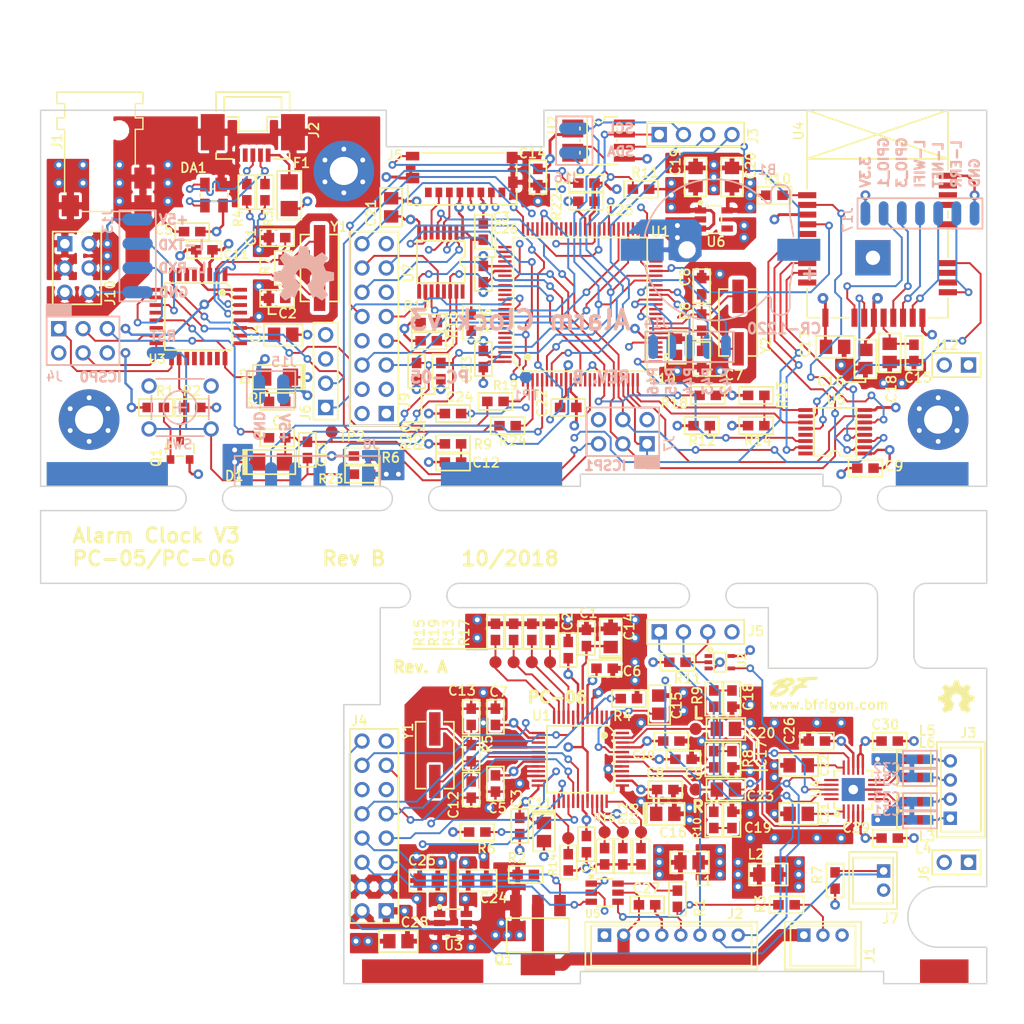
<source format=kicad_pcb>
(kicad_pcb (version 20171130) (host pcbnew 5.0.0-fee4fd1~65~ubuntu17.10.1)
  (title_block (title "4-layer panel") (date 2016-03-23) (rev B) (comment 1 --) (comment 2 --) (comment 3 "Alarm Clock (V3)"))
  (layers (0 F.Cu signal) (1 GND power) (2 POWER power) (31 B.Cu signal) (34 B.Paste user) (35 F.Paste user) (36 B.SilkS user) (37 F.SilkS user) (38 B.Mask user) (39 F.Mask user) (44 Edge.Cuts user))
  (net 0 "")
  (net 1 GND)
  (net 2 "Net-(J2-Pad4)")
  (net 3 "Net-(U1-Pad4)")
  (net 4 "Net-(U1-Pad8)")
  (net 5 "Net-(U1-Pad9)")
  (net 6 "Net-(U1-Pad12)")
  (net 7 "Net-(U1-Pad14)")
  (net 8 "Net-(U1-Pad16)")
  (net 9 "Net-(U1-Pad19)")
  (net 10 "Net-(U1-Pad27)")
  (net 11 "Net-(U1-Pad28)")
  (net 12 "Net-(U1-Pad29)")
  (net 13 "Net-(U1-Pad35)")
  (net 14 "Net-(U1-Pad36)")
  (net 15 "Net-(U1-Pad37)")
  (net 16 "Net-(U1-Pad47)")
  (net 17 "Net-(U1-Pad48)")
  (net 18 "Net-(U1-Pad49)")
  (net 19 "Net-(U1-Pad50)")
  (net 20 "Net-(U1-Pad51)")
  (net 21 "Net-(U1-Pad52)")
  (net 22 "Net-(U1-Pad54)")
  (net 23 "Net-(U1-Pad56)")
  (net 24 "Net-(U1-Pad58)")
  (net 25 "Net-(U1-Pad59)")
  (net 26 "Net-(U1-Pad63)")
  (net 27 "Net-(U1-Pad64)")
  (net 28 "Net-(U1-Pad65)")
  (net 29 "Net-(U1-Pad66)")
  (net 30 "Net-(U1-Pad67)")
  (net 31 "Net-(U1-Pad68)")
  (net 32 "Net-(U1-Pad69)")
  (net 33 "Net-(U1-Pad70)")
  (net 34 "Net-(U1-Pad76)")
  (net 35 "Net-(U1-Pad77)")
  (net 36 "Net-(U1-Pad78)")
  (net 37 "Net-(U1-Pad79)")
  (net 38 "Net-(U1-Pad82)")
  (net 39 "Net-(U1-Pad84)")
  (net 40 "Net-(U1-Pad85)")
  (net 41 "Net-(U1-Pad86)")
  (net 42 "Net-(U1-Pad87)")
  (net 43 "Net-(U1-Pad88)")
  (net 44 "Net-(U1-Pad90)")
  (net 45 "Net-(U1-Pad91)")
  (net 46 "Net-(U1-Pad92)")
  (net 47 "Net-(U1-Pad93)")
  (net 48 "Net-(U1-Pad94)")
  (net 49 "Net-(U1-Pad95)")
  (net 50 "Net-(U1-Pad96)")
  (net 51 "Net-(U1-Pad97)")
  (net 52 /MISO)
  (net 53 +5V)
  (net 54 /SCK)
  (net 55 /MOSI)
  (net 56 /RESET)
  (net 57 "Net-(U2-Pad1)")
  (net 58 "Net-(U3-Pad5)")
  (net 59 "Net-(U3-Pad6)")
  (net 60 "Net-(U3-Pad7)")
  (net 61 "Net-(U3-Pad12)")
  (net 62 "Net-(U3-Pad14)")
  (net 63 "Net-(U3-Pad19)")
  (net 64 "Net-(U3-Pad20)")
  (net 65 "Net-(U3-Pad21)")
  (net 66 "Net-(U3-Pad22)")
  (net 67 "Net-(U3-Pad23)")
  (net 68 "Net-(U3-Pad25)")
  (net 69 "Net-(U3-Pad26)")
  (net 70 "Net-(U4-Pad19)")
  (net 71 "Net-(U4-Pad14)")
  (net 72 "Net-(U4-Pad2)")
  (net 73 "Net-(U4-Pad3)")
  (net 74 "Net-(U4-Pad5)")
  (net 75 "Net-(U4-Pad6)")
  (net 76 "Net-(U4-Pad7)")
  (net 77 "Net-(U4-Pad8)")
  (net 78 "Net-(J5-Pad8)")
  (net 79 "Net-(J5-Pad1)")
  (net 80 /VIN)
  (net 81 "Net-(C2-Pad1)")
  (net 82 "Net-(C1-Pad1)")
  (net 83 "/USB Serial/RESET-USB")
  (net 84 "Net-(C4-Pad2)")
  (net 85 "/USB Serial/MISO-USB")
  (net 86 "/USB Serial/SCK-USB")
  (net 87 "/USB Serial/MOSI-USB")
  (net 88 "/USB Serial/D-")
  (net 89 "/USB Serial/D+")
  (net 90 "/USB Serial/UVCC_IN")
  (net 91 "/USB Serial/D_IN+")
  (net 92 "/USB Serial/D_IN-")
  (net 93 "Net-(C7-Pad1)")
  (net 94 "Net-(C8-Pad1)")
  (net 95 "Net-(H4-Pad1)")
  (net 96 "Net-(H5-Pad1)")
  (net 97 "Net-(H6-Pad1)")
  (net 98 "Net-(C13-Pad1)")
  (net 99 /DREQ)
  (net 100 /A_SHDN)
  (net 101 +3V3)
  (net 102 "Net-(B1-PadP)")
  (net 103 /RTC_INT)
  (net 104 "Net-(U2-Pad4)")
  (net 105 /Peripherals/WRST_3V3)
  (net 106 /Peripherals/WEN_3V3)
  (net 107 /Peripherals/WWAKE_3V3)
  (net 108 /Peripherals/WMOSI_3V3)
  (net 109 /Peripherals/WCS_3V3)
  (net 110 /Peripherals/WSCK_3V3)
  (net 111 /WEN)
  (net 112 /WRST)
  (net 113 /WCS)
  (net 114 /WWAKE)
  (net 115 /WIRQ)
  (net 116 "Net-(U6-Pad4)")
  (net 117 /Peripherals/CCS_3V3)
  (net 118 /Peripherals/CMOSI_3V3)
  (net 119 /Peripherals/CSCK_3V3)
  (net 120 /Peripherals/SDCS_3V3)
  (net 121 /SDCS)
  (net 122 /Peripherals/XDCS_3V3)
  (net 123 /Peripherals/CRST_3V3)
  (net 124 DVDD)
  (net 125 /CFG\~RST)
  (net 126 /PIX_SHDN)
  (net 127 /PIX_LAMP)
  (net 128 /PIX_CLK)
  (net 129 /KCHG)
  (net 130 /SCL)
  (net 131 /SDA)
  (net 132 /CCS)
  (net 133 /XDCS)
  (net 134 /CRST)
  (net 135 /ALS_INT)
  (net 136 /OLRST)
  (net 137 /ALRM_SW)
  (net 138 "Net-(C24-Pad1)")
  (net 139 /LOW_BATT)
  (net 140 /ON_BATT)
  (net 141 /SD_DET)
  (net 142 /P42)
  (net 143 /P43)
  (net 144 /P44)
  (net 145 /P46)
  (net 146 /P45)
  (net 147 /Peripherals/LED_NET)
  (net 148 /Peripherals/GPIO_1)
  (net 149 /Peripherals/GPIO_3)
  (net 150 /Peripherals/LED_WIFI)
  (net 151 /Peripherals/LED_ERR)
  (net 152 /Peripherals/1P3V)
  (net 153 /Peripherals/SPI_CFG)
  (net 154 "/USB Serial/LED_TX")
  (net 155 "/USB Serial/LED_RX")
  (net 156 "Net-(U1-Pad73)")
  (net 157 "/USB Serial/RESET")
  (net 158 /PE0)
  (net 159 /PE1)
  (net 160 "Net-(U1-Pad74)")
  (net 161 "/USB Serial/UVCC")
  (net 162 "Net-(Q1-Pad1)")
  (net 163 "/USB Serial/VUSB-DET")
  (net 164 "/USB Serial/UTXD")
  (net 165 "/USB Serial/URXD")
  (net 166 "Net-(J2-Pad5)")
  (net 167 "Net-(H1-Pad1)")
  (net 168 "Net-(H2-Pad1)")
  (net 169 /CMOSI_3V3)
  (net 170 /SCLK_3V3)
  (net 171 /XDCS_3V3)
  (net 172 /CCS_3V3)
  (net 173 /CRST_3V3)
  (net 174 /PIX_VCC)
  (net 175 +1V8)
  (net 176 AVDD)
  (net 177 "Net-(U1-Pad1)")
  (net 178 "Net-(U1-Pad2)")
  (net 179 "Net-(U1-Pad15)")
  (net 180 AGND)
  (net 181 "Net-(C12-Pad1)")
  (net 182 "Net-(C15-Pad2)")
  (net 183 "Net-(C17-Pad2)")
  (net 184 "Net-(C18-Pad2)")
  (net 185 "Net-(C19-Pad2)")
  (net 186 "Net-(C20-Pad1)")
  (net 187 "Net-(C21-Pad1)")
  (net 188 "Net-(C22-Pad1)")
  (net 189 "Net-(C23-Pad1)")
  (net 190 "Net-(J1-Pad2)")
  (net 191 /OUT_L-)
  (net 192 /OUT_L+)
  (net 193 /OUT_R+)
  (net 194 /OUT_R-)
  (net 195 "Net-(R1-Pad1)")
  (net 196 "Net-(R3-Pad1)")
  (net 197 "Net-(R6-Pad2)")
  (net 198 /GPIO1)
  (net 199 /GPIO3)
  (net 200 /GPIO5)
  (net 201 /GPIO7)
  (net 202 /GPIO0)
  (net 203 /GPIO2)
  (net 204 /GPIO4)
  (net 205 /GPIO6)
  (net 206 /RIGHT)
  (net 207 /GBUF)
  (net 208 /LEFT)
  (net 209 "Net-(L3-Pad1)")
  (net 210 "Net-(L4-Pad1)")
  (net 211 "Net-(L5-Pad1)")
  (net 212 "Net-(L6-Pad1)")
  (module misc:mousebite-double-62-small (layer F.Cu) (at 160.655 84.455 90)
    (fp_text reference REF** hide)
    (fp_text value VAL** hide)
    (pad "" np_thru_hole circle (at 0.889 1.27 90) (size 0.762 0.762) (drill 0.762) (layers *.Cu) (clearance 0.254))
    (pad "" np_thru_hole circle (at 0.889 -1.27 90) (size 0.762 0.762) (drill 0.762) (layers *.Cu) (clearance 0.254))
    (pad "" np_thru_hole circle (at 0.889 0 90) (size 0.762 0.762) (drill 0.762) (layers *.Cu) (clearance 0.254))
    (pad "" np_thru_hole circle (at -0.889 1.27 90) (size 0.762 0.762) (drill 0.762) (layers *.Cu) (clearance 0.254))
    (pad "" np_thru_hole circle (at -0.889 -1.27 90) (size 0.762 0.762) (drill 0.762) (layers *.Cu) (clearance 0.254))
    (pad "" np_thru_hole circle (at -0.889 0 90) (size 0.762 0.762) (drill 0.762) (layers *.Cu) (clearance 0.254))
  )
  (module misc:mousebite-double-62-small (layer F.Cu) (at 113.665 84.455 90)
    (fp_text reference REF** hide)
    (fp_text value VAL** hide)
    (pad "" np_thru_hole circle (at -0.889 0 90) (size 0.762 0.762) (drill 0.762) (layers *.Cu) (clearance 0.254))
    (pad "" np_thru_hole circle (at -0.889 -1.27 90) (size 0.762 0.762) (drill 0.762) (layers *.Cu) (clearance 0.254))
    (pad "" np_thru_hole circle (at -0.889 1.27 90) (size 0.762 0.762) (drill 0.762) (layers *.Cu) (clearance 0.254))
    (pad "" np_thru_hole circle (at 0.889 0 90) (size 0.762 0.762) (drill 0.762) (layers *.Cu) (clearance 0.254))
    (pad "" np_thru_hole circle (at 0.889 -1.27 90) (size 0.762 0.762) (drill 0.762) (layers *.Cu) (clearance 0.254))
    (pad "" np_thru_hole circle (at 0.889 1.27 90) (size 0.762 0.762) (drill 0.762) (layers *.Cu) (clearance 0.254))
  )
  (module misc:mousebite-double-62-small (layer F.Cu) (at 92.075 84.455 90)
    (fp_text reference REF** hide)
    (fp_text value VAL** hide)
    (pad "" np_thru_hole circle (at 0.889 1.27 90) (size 0.762 0.762) (drill 0.762) (layers *.Cu) (clearance 0.254))
    (pad "" np_thru_hole circle (at 0.889 -1.27 90) (size 0.762 0.762) (drill 0.762) (layers *.Cu) (clearance 0.254))
    (pad "" np_thru_hole circle (at 0.889 0 90) (size 0.762 0.762) (drill 0.762) (layers *.Cu) (clearance 0.254))
    (pad "" np_thru_hole circle (at -0.889 1.27 90) (size 0.762 0.762) (drill 0.762) (layers *.Cu) (clearance 0.254))
    (pad "" np_thru_hole circle (at -0.889 -1.27 90) (size 0.762 0.762) (drill 0.762) (layers *.Cu) (clearance 0.254))
    (pad "" np_thru_hole circle (at -0.889 0 90) (size 0.762 0.762) (drill 0.762) (layers *.Cu) (clearance 0.254))
  )
  (module misc:mousebite-double-62-small (layer F.Cu) (at 115.57 94.615 90)
    (fp_text reference REF** hide)
    (fp_text value VAL** hide)
    (pad "" np_thru_hole circle (at -0.889 0 90) (size 0.762 0.762) (drill 0.762) (layers *.Cu) (clearance 0.254))
    (pad "" np_thru_hole circle (at -0.889 -1.27 90) (size 0.762 0.762) (drill 0.762) (layers *.Cu) (clearance 0.254))
    (pad "" np_thru_hole circle (at -0.889 1.27 90) (size 0.762 0.762) (drill 0.762) (layers *.Cu) (clearance 0.254))
    (pad "" np_thru_hole circle (at 0.889 0 90) (size 0.762 0.762) (drill 0.762) (layers *.Cu) (clearance 0.254))
    (pad "" np_thru_hole circle (at 0.889 -1.27 90) (size 0.762 0.762) (drill 0.762) (layers *.Cu) (clearance 0.254))
    (pad "" np_thru_hole circle (at 0.889 1.27 90) (size 0.762 0.762) (drill 0.762) (layers *.Cu) (clearance 0.254))
  )
  (module misc:mousebite-single-62-small (layer F.Cu) (at 164.465 94.615 270)
    (fp_text reference REF** hide)
    (fp_text value VAL** hide)
    (pad "" np_thru_hole circle (at -0.889 0 270) (size 0.762 0.762) (drill 0.762) (layers *.Cu) (clearance 0.254))
    (pad "" np_thru_hole circle (at -0.889 -1.27 270) (size 0.762 0.762) (drill 0.762) (layers *.Cu) (clearance 0.254))
    (pad "" np_thru_hole circle (at -0.889 1.27 270) (size 0.762 0.762) (drill 0.762) (layers *.Cu) (clearance 0.254))
  )
  (module misc:mousebite-single-62-small (layer F.Cu) (at 164.465 100.965 90)
    (fp_text reference REF** hide)
    (fp_text value VAL** hide)
    (pad "" np_thru_hole circle (at -0.889 1.27 90) (size 0.762 0.762) (drill 0.762) (layers *.Cu) (clearance 0.254))
    (pad "" np_thru_hole circle (at -0.889 -1.27 90) (size 0.762 0.762) (drill 0.762) (layers *.Cu) (clearance 0.254))
    (pad "" np_thru_hole circle (at -0.889 0 90) (size 0.762 0.762) (drill 0.762) (layers *.Cu) (clearance 0.254))
  )
  (module misc:mousebite-double-62-small (layer F.Cu) (at 144.78 94.615 90)
    (fp_text reference REF** hide)
    (fp_text value VAL** hide)
    (pad "" np_thru_hole circle (at 0.889 1.27 90) (size 0.762 0.762) (drill 0.762) (layers *.Cu) (clearance 0.254))
    (pad "" np_thru_hole circle (at 0.889 -1.27 90) (size 0.762 0.762) (drill 0.762) (layers *.Cu) (clearance 0.254))
    (pad "" np_thru_hole circle (at 0.889 0 90) (size 0.762 0.762) (drill 0.762) (layers *.Cu) (clearance 0.254))
    (pad "" np_thru_hole circle (at -0.889 1.27 90) (size 0.762 0.762) (drill 0.762) (layers *.Cu) (clearance 0.254))
    (pad "" np_thru_hole circle (at -0.889 -1.27 90) (size 0.762 0.762) (drill 0.762) (layers *.Cu) (clearance 0.254))
    (pad "" np_thru_hole circle (at -0.889 0 90) (size 0.762 0.762) (drill 0.762) (layers *.Cu) (clearance 0.254))
  )
  (module misc:ATWINC1500-MR (layer F.Cu) (at 162.56 43.815 90)
    (fp_text reference U4 (at -2.159 -8.255 90) (layer F.SilkS))
    (fp_text value ATWINC1500-MR210PB)
    (pad 29 thru_hole rect (at -15.4432 -0.4826 90) (size 3.7 3.7) (drill 1.5) (layers *.Cu *.Mask) (net 1 GND))
    (pad 19 smd rect (at -18.034 -7.366 90) (size 0.635 1.905) (layers F.Cu F.Paste F.Mask) (net 70 "Net-(U4-Pad19)"))
    (pad 18 smd rect (at -17.018 -7.366 90) (size 0.635 1.905) (layers F.Cu F.Paste F.Mask) (net 110 /Peripherals/WSCK_3V3))
    (pad 17 smd rect (at -16.002 -7.366 90) (size 0.635 1.905) (layers F.Cu F.Paste F.Mask) (net 52 /MISO))
    (pad 16 smd rect (at -14.986 -7.366 90) (size 0.635 1.905) (layers F.Cu F.Paste F.Mask) (net 109 /Peripherals/WCS_3V3))
    (pad 15 smd rect (at -13.97 -7.366 90) (size 0.635 1.905) (layers F.Cu F.Paste F.Mask) (net 108 /Peripherals/WMOSI_3V3))
    (pad 14 smd rect (at -12.954 -7.366 90) (size 0.635 1.905) (layers F.Cu F.Paste F.Mask) (net 71 "Net-(U4-Pad14)"))
    (pad 13 smd rect (at -11.938 -7.366 90) (size 0.635 1.905) (layers F.Cu F.Paste F.Mask) (net 115 /WIRQ))
    (pad 12 smd rect (at -10.922 -7.366 90) (size 0.635 1.905) (layers F.Cu F.Paste F.Mask) (net 1 GND))
    (pad 11 smd rect (at -9.906 -7.366 90) (size 0.635 1.905) (layers F.Cu F.Paste F.Mask) (net 107 /Peripherals/WWAKE_3V3))
    (pad 10 smd rect (at -8.89 -7.366 90) (size 0.635 1.905) (layers F.Cu F.Paste F.Mask) (net 153 /Peripherals/SPI_CFG))
    (pad 20 smd rect (at -21.717 -5.461 180) (size 0.635 1.905) (layers F.Cu F.Paste F.Mask) (net 101 +3V3))
    (pad 21 smd rect (at -21.717 -2.413 180) (size 0.635 1.905) (layers F.Cu F.Paste F.Mask) (net 148 /Peripherals/GPIO_1))
    (pad 22 smd rect (at -21.717 -1.397 180) (size 0.635 1.905) (layers F.Cu F.Paste F.Mask) (net 106 /Peripherals/WEN_3V3))
    (pad 23 smd rect (at -21.717 -0.381 180) (size 0.635 1.905) (layers F.Cu F.Paste F.Mask) (net 101 +3V3))
    (pad 24 smd rect (at -21.717 0.635 180) (size 0.635 1.905) (layers F.Cu F.Paste F.Mask) (net 152 /Peripherals/1P3V))
    (pad 25 smd rect (at -21.717 1.651 180) (size 0.635 1.905) (layers F.Cu F.Paste F.Mask) (net 149 /Peripherals/GPIO_3))
    (pad 26 smd rect (at -21.717 2.667 180) (size 0.635 1.905) (layers F.Cu F.Paste F.Mask) (net 150 /Peripherals/LED_WIFI))
    (pad 27 smd rect (at -21.717 3.683 180) (size 0.635 1.905) (layers F.Cu F.Paste F.Mask) (net 147 /Peripherals/LED_NET))
    (pad 28 smd rect (at -21.717 4.699 180) (size 0.635 1.905) (layers F.Cu F.Paste F.Mask) (net 1 GND))
    (pad 1 smd rect (at -19.05 7.366 90) (size 0.635 1.905) (layers F.Cu F.Paste F.Mask) (net 151 /Peripherals/LED_ERR))
    (pad 2 smd rect (at -18.034 7.366 90) (size 0.635 1.905) (layers F.Cu F.Paste F.Mask) (net 72 "Net-(U4-Pad2)"))
    (pad 3 smd rect (at -17.018 7.366 90) (size 0.635 1.905) (layers F.Cu F.Paste F.Mask) (net 73 "Net-(U4-Pad3)"))
    (pad 4 smd rect (at -16.002 7.366 90) (size 0.635 1.905) (layers F.Cu F.Paste F.Mask) (net 105 /Peripherals/WRST_3V3))
    (pad 5 smd rect (at -11.938 7.366 90) (size 0.635 1.905) (layers F.Cu F.Paste F.Mask) (net 74 "Net-(U4-Pad5)"))
    (pad 6 smd rect (at -9.906 7.366 90) (size 0.635 1.905) (layers F.Cu F.Paste F.Mask) (net 75 "Net-(U4-Pad6)"))
    (pad 7 smd rect (at -8.89 7.366 90) (size 0.635 1.905) (layers F.Cu F.Paste F.Mask) (net 76 "Net-(U4-Pad7)"))
    (pad 8 smd rect (at -7.874 7.366 90) (size 0.635 1.905) (layers F.Cu F.Paste F.Mask) (net 77 "Net-(U4-Pad8)"))
    (pad 9 smd rect (at -6.858 7.366 90) (size 0.635 1.905) (layers F.Cu F.Paste F.Mask) (net 1 GND))
  )
  (module conn-io:MOLEX-MICROSD-475710001 (layer F.Cu) (at 119.38 48.26 180)
    (fp_text reference J5 (at 7.366 -0.254 180) (layer F.SilkS))
    (fp_text value Micro_SD)
    (pad 1 smd rect (at 3.85 -4.15 270) (size 1 0.7) (layers F.Cu F.Paste F.Mask) (net 79 "Net-(J5-Pad1)"))
    (pad 2 smd rect (at 2.75 -4.15 270) (size 1 0.7) (layers F.Cu F.Paste F.Mask) (net 120 /Peripherals/SDCS_3V3))
    (pad 3 smd rect (at 1.65 -4.15 270) (size 1 0.7) (layers F.Cu F.Paste F.Mask) (net 118 /Peripherals/CMOSI_3V3))
    (pad 4 smd rect (at 0.55 -4.15 270) (size 1 0.7) (layers F.Cu F.Paste F.Mask) (net 124 DVDD))
    (pad 5 smd rect (at -0.55 -4.15 270) (size 1 0.7) (layers F.Cu F.Paste F.Mask) (net 119 /Peripherals/CSCK_3V3))
    (pad 6 smd rect (at -1.65 -4.15 270) (size 1 0.7) (layers F.Cu F.Paste F.Mask) (net 1 GND))
    (pad 7 smd rect (at -2.75 -4.15 270) (size 1 0.7) (layers F.Cu F.Paste F.Mask) (net 52 /MISO))
    (pad 8 smd rect (at -3.85 -4.15 270) (size 1 0.7) (layers F.Cu F.Paste F.Mask) (net 78 "Net-(J5-Pad8)"))
    (pad SH smd rect (at 5.5 -2.65 180) (size 1.4 1.1) (layers F.Cu F.Paste F.Mask) (net 1 GND))
    (pad DC smd rect (at 5.7 -1.5 180) (size 1 0.6) (layers F.Cu F.Paste F.Mask) (net 1 GND))
    (pad DT smd rect (at 5.5 -0.35 180) (size 1.4 0.9) (layers F.Cu F.Paste F.Mask) (net 141 /SD_DET))
    (pad SH smd rect (at -5 -3.09 180) (size 1 1.2) (layers F.Cu F.Paste F.Mask) (net 1 GND))
    (pad SH smd rect (at -4.925 -0.5 180) (size 1.15 1.2) (layers F.Cu F.Paste F.Mask) (net 1 GND))
  )
  (module symbols:LOGO-OSHW-250 (layer B.Cu) (at 102.489 61.214 180)
    (fp_text reference REF** hide)
    (fp_text value VAL** hide)
  )
  (module smt-sot:SOT23 (layer F.Cu) (at 89.535 79.375)
    (fp_text reference Q1 (at -1.905 1.905 90) (layer F.SilkS) (effects (font (thickness 0.18)) (justify left bottom)))
    (fp_text value MMST3904 hide)
    (pad 1 smd rect (at -1 1) (size 0.8 0.9) (layers F.Cu F.Paste F.Mask) (net 162 "Net-(Q1-Pad1)"))
    (pad 2 smd rect (at 1 1) (size 0.8 0.9) (layers F.Cu F.Paste F.Mask) (net 1 GND))
    (pad 3 smd rect (at 0 -1) (size 0.8 0.9) (layers F.Cu F.Paste F.Mask) (net 163 "/USB Serial/VUSB-DET"))
  )
  (module smt:C-0805 (layer F.Cu) (at 100.33 67.31 180)
    (fp_text reference C4 (at 2.286 -1.016 270) (layer F.SilkS) (effects (font (thickness 0.18)) (justify left bottom)))
    (fp_text value 1uF hide)
    (pad 2 smd rect (at 0.95 0 180) (size 1.3 1.5) (layers F.Cu F.Paste F.Mask) (net 84 "Net-(C4-Pad2)"))
    (pad 1 smd rect (at -0.95 0 180) (size 1.3 1.5) (layers F.Cu F.Paste F.Mask) (net 1 GND))
  )
  (module smt:R-0603 (layer F.Cu) (at 123.825 76.835)
    (fp_text reference R24 (at -1.016 2.159) (layer F.SilkS) (effects (font (thickness 0.18)) (justify left bottom)))
    (fp_text value 1k hide)
    (pad 1 smd rect (at -0.85 0) (size 1.1 1) (layers F.Cu F.Paste F.Mask) (net 165 "/USB Serial/URXD"))
    (pad 2 smd rect (at 0.85 0) (size 1.1 1) (layers F.Cu F.Paste F.Mask) (net 159 /PE1))
  )
  (module conn-wire-pads:WP-EDGE-RL-50mil-1x06 (layer B.Cu) (at 102.87 83.185 180)
    (fp_text reference J8 (at -7.62 3.81 180) (layer B.SilkS) (effects (font (thickness 0.18)) (justify left bottom mirror)))
    (fp_text value "FRONT PANEL" hide)
    (pad 6 smd custom (at -6.35 1.905 180) (size 1.27 1.27) (layers B.Cu B.Paste B.Mask) (net 1 GND) (options (clearance outline) (anchor circle)) (primitives (gr_poly (pts (xy 0.635 0) (xy 0.635 -1.905) (xy -0.635 -1.905) (xy -0.635 0)) (width 0))))
    (pad 1 smd custom (at 6.35 1.905 180) (size 1.27 1.27) (layers B.Cu B.Paste B.Mask) (net 53 +5V) (options (clearance outline) (anchor circle)) (primitives (gr_poly (pts (xy 0.635 0) (xy 0.635 -1.905) (xy -0.635 -1.905) (xy -0.635 0)) (width 0))))
    (pad 2 smd custom (at 3.81 1.905 180) (size 1.27 1.27) (layers B.Cu B.Paste B.Mask) (net 131 /SDA) (options (clearance outline) (anchor circle)) (primitives (gr_poly (pts (xy 0.635 0) (xy 0.635 -1.905) (xy -0.635 -1.905) (xy -0.635 0)) (width 0))))
    (pad 3 smd custom (at 1.27 1.905 180) (size 1.27 1.27) (layers B.Cu B.Paste B.Mask) (net 130 /SCL) (options (clearance outline) (anchor circle)) (primitives (gr_poly (pts (xy 0.635 0) (xy 0.635 -1.905) (xy -0.635 -1.905) (xy -0.635 0)) (width 0))))
    (pad 4 smd custom (at -1.27 1.905 180) (size 1.27 1.27) (layers B.Cu B.Paste B.Mask) (net 136 /OLRST) (options (clearance outline) (anchor circle)) (primitives (gr_poly (pts (xy 0.635 0) (xy 0.635 -1.905) (xy -0.635 -1.905) (xy -0.635 0)) (width 0))))
    (pad 5 smd custom (at -3.81 1.905 180) (size 1.27 1.27) (layers B.Cu B.Paste B.Mask) (net 135 /ALS_INT) (options (clearance outline) (anchor circle)) (primitives (gr_poly (pts (xy 0.635 0) (xy 0.635 -1.905) (xy -0.635 -1.905) (xy -0.635 0)) (width 0))))
  )
  (module switches:B3F-10XX (layer B.Cu) (at 89.535 74.93 180)
    (fp_text reference SW1 (at -1.397 -4.445 180) (layer B.SilkS) (effects (font (thickness 0.18)) (justify left bottom mirror)))
    (fp_text value RESET hide)
    (pad 2 thru_hole circle (at -3.25 2.25 180) (size 1.6 1.6) (drill 1) (layers *.Cu *.Mask) (net 1 GND))
    (pad 2 thru_hole circle (at 3.25 2.25 180) (size 1.6 1.6) (drill 1) (layers *.Cu *.Mask) (net 1 GND))
    (pad 1 thru_hole circle (at 3.25 -2.25 180) (size 1.6 1.6) (drill 1) (layers *.Cu *.Mask) (net 98 "Net-(C13-Pad1)"))
    (pad 1 thru_hole circle (at -3.25 -2.25 180) (size 1.6 1.6) (drill 1) (layers *.Cu *.Mask) (net 98 "Net-(C13-Pad1)"))
  )
  (module conn-wire-pads:WP-50mil-1x01 (layer B.Cu) (at 87.63 69.215 90)
    (fp_text reference J11 hide)
    (fp_text value RESET-SW hide)
    (pad 1 smd oval (at 0 0 90) (size 1.27 3.175) (layers B.Cu B.Paste B.Mask) (net 98 "Net-(C13-Pad1)"))
  )
  (module smt:C-0603 (layer F.Cu) (at 102.87 79.375 90)
    (fp_text reference C13 (at -1.905 2.032 270) (layer F.SilkS) (effects (font (size 0.9 0.9) (thickness 0.18)) (justify left bottom)))
    (fp_text value 1uF hide)
    (pad 1 smd rect (at -0.85 0 90) (size 1.1 1) (layers F.Cu F.Paste F.Mask) (net 98 "Net-(C13-Pad1)"))
    (pad 2 smd rect (at 0.85 0 90) (size 1.1 1) (layers F.Cu F.Paste F.Mask) (net 56 /RESET))
  )
  (module conn-header:HDR-M-1x02 (layer F.Cu) (at 170.815 70.485 180)
    (fp_text reference J12 (at 2.54 1.524 180) (layer F.SilkS) (effects (font (thickness 0.18)) (justify left bottom)))
    (fp_text value DB-C hide)
    (pad 2 thru_hole circle (at 1.27 0 180) (size 1.6 1.6) (drill 1) (layers *.Cu *.Mask) (net 1 GND))
    (pad 1 thru_hole rect (at -1.27 0 180) (size 1.6 1.6) (drill 1) (layers *.Cu *.Mask) (net 1 GND))
  )
  (module conn-wire-pads:Hole-Screw-#4 (layer F.Cu) (at 168.91 76.2)
    (fp_text reference H2 hide)
    (fp_text value Hole hide)
    (pad P thru_hole circle (at 0 0) (size 6.35 6.35) (drill 2.9464) (layers *.Cu *.Mask) (net 1 GND) (clearance 0.635))
    (pad P thru_hole circle (at 0 -2.286) (size 1.016 1.016) (drill 0.508) (layers *.Cu) (net 1 GND))
    (pad P thru_hole circle (at -1.979734 -1.143 60) (size 1.016 1.016) (drill 0.508) (layers *.Cu) (net 1 GND))
    (pad P thru_hole circle (at -1.979734 1.143 120) (size 1.016 1.016) (drill 0.508) (layers *.Cu) (net 1 GND))
    (pad P thru_hole circle (at 0 2.286 180) (size 1.016 1.016) (drill 0.508) (layers *.Cu) (net 1 GND))
    (pad P thru_hole circle (at 1.979734 1.143 240) (size 1.016 1.016) (drill 0.508) (layers *.Cu) (net 1 GND))
    (pad P thru_hole circle (at 1.979734 -1.143 300) (size 1.016 1.016) (drill 0.508) (layers *.Cu) (net 1 GND))
  )
  (module conn-wire-pads:Hole-Screw-#4 (layer F.Cu) (at 106.68 50.165)
    (fp_text reference H3 hide)
    (fp_text value Hole hide)
    (pad P thru_hole circle (at 0 0) (size 6.35 6.35) (drill 2.9464) (layers *.Cu *.Mask) (net 1 GND) (clearance 0.635))
    (pad P thru_hole circle (at 0 -2.286) (size 1.016 1.016) (drill 0.508) (layers *.Cu) (net 1 GND))
    (pad P thru_hole circle (at -1.979734 -1.143 60) (size 1.016 1.016) (drill 0.508) (layers *.Cu) (net 1 GND))
    (pad P thru_hole circle (at -1.979734 1.143 120) (size 1.016 1.016) (drill 0.508) (layers *.Cu) (net 1 GND))
    (pad P thru_hole circle (at 0 2.286 180) (size 1.016 1.016) (drill 0.508) (layers *.Cu) (net 1 GND))
    (pad P thru_hole circle (at 1.979734 1.143 240) (size 1.016 1.016) (drill 0.508) (layers *.Cu) (net 1 GND))
    (pad P thru_hole circle (at 1.979734 -1.143 300) (size 1.016 1.016) (drill 0.508) (layers *.Cu) (net 1 GND))
  )
  (module conn-wire-pads:Hole-Screw-#4 (layer F.Cu) (at 80.01 76.2)
    (fp_text reference H1 hide)
    (fp_text value Hole hide)
    (pad P thru_hole circle (at 0 0) (size 6.35 6.35) (drill 2.9464) (layers *.Cu *.Mask) (net 1 GND) (clearance 0.635))
    (pad P thru_hole circle (at 0 -2.286) (size 1.016 1.016) (drill 0.508) (layers *.Cu) (net 1 GND))
    (pad P thru_hole circle (at -1.979734 -1.143 60) (size 1.016 1.016) (drill 0.508) (layers *.Cu) (net 1 GND))
    (pad P thru_hole circle (at -1.979734 1.143 120) (size 1.016 1.016) (drill 0.508) (layers *.Cu) (net 1 GND))
    (pad P thru_hole circle (at 0 2.286 180) (size 1.016 1.016) (drill 0.508) (layers *.Cu) (net 1 GND))
    (pad P thru_hole circle (at 1.979734 1.143 240) (size 1.016 1.016) (drill 0.508) (layers *.Cu) (net 1 GND))
    (pad P thru_hole circle (at 1.979734 -1.143 300) (size 1.016 1.016) (drill 0.508) (layers *.Cu) (net 1 GND))
  )
  (module smt-sop:TSSOP16 (layer F.Cu) (at 116.84 59.69 180)
    (fp_text reference U7 (at 2.794 -2.286 270) (layer F.SilkS) (effects (font (thickness 0.18)) (justify left bottom)))
    (fp_text value CD74HC4050PWR hide)
    (pad 8 smd rect (at 2.275 3.1 180) (size 0.4 1.5) (layers F.Cu F.Paste F.Mask) (net 1 GND) (clearance 0.25))
    (pad 7 smd rect (at 1.625 3.1 180) (size 0.4 1.5) (layers F.Cu F.Paste F.Mask) (net 121 /SDCS) (clearance 0.25))
    (pad 6 smd rect (at 0.975 3.1 180) (size 0.4 1.5) (layers F.Cu F.Paste F.Mask) (net 120 /Peripherals/SDCS_3V3) (clearance 0.25))
    (pad 5 smd rect (at 0.325 3.1 180) (size 0.4 1.5) (layers F.Cu F.Paste F.Mask) (net 55 /MOSI) (clearance 0.25))
    (pad 4 smd rect (at -0.325 3.1 180) (size 0.4 1.5) (layers F.Cu F.Paste F.Mask) (net 118 /Peripherals/CMOSI_3V3) (clearance 0.25))
    (pad 3 smd rect (at -0.975 3.1 180) (size 0.4 1.5) (layers F.Cu F.Paste F.Mask) (net 54 /SCK) (clearance 0.25))
    (pad 2 smd rect (at -1.625 3.1 180) (size 0.4 1.5) (layers F.Cu F.Paste F.Mask) (net 119 /Peripherals/CSCK_3V3) (clearance 0.25))
    (pad 1 smd rect (at -2.275 3.1 180) (size 0.4 1.5) (layers F.Cu F.Paste F.Mask) (net 124 DVDD) (clearance 0.25))
    (pad 9 smd rect (at 2.275 -3.1 180) (size 0.4 1.5) (layers F.Cu F.Paste F.Mask) (net 134 /CRST) (clearance 0.25))
    (pad 10 smd rect (at 1.625 -3.1 180) (size 0.4 1.5) (layers F.Cu F.Paste F.Mask) (net 123 /Peripherals/CRST_3V3) (clearance 0.25))
    (pad 11 smd rect (at 0.975 -3.1 180) (size 0.4 1.5) (layers F.Cu F.Paste F.Mask) (net 133 /XDCS) (clearance 0.25))
    (pad 12 smd rect (at 0.325 -3.1 180) (size 0.4 1.5) (layers F.Cu F.Paste F.Mask) (net 122 /Peripherals/XDCS_3V3) (clearance 0.25))
    (pad 13 smd rect (at -0.325 -3.1 180) (size 0.4 1.5) (layers F.Cu F.Paste F.Mask) (clearance 0.25))
    (pad 14 smd rect (at -0.975 -3.1 180) (size 0.4 1.5) (layers F.Cu F.Paste F.Mask) (net 132 /CCS) (clearance 0.25))
    (pad 15 smd rect (at -1.625 -3.1 180) (size 0.4 1.5) (layers F.Cu F.Paste F.Mask) (net 117 /Peripherals/CCS_3V3) (clearance 0.25))
    (pad 16 smd rect (at -2.275 -3.1 180) (size 0.4 1.5) (layers F.Cu F.Paste F.Mask) (clearance 0.25))
  )
  (module smt-sop:TSSOP16 (layer F.Cu) (at 158.115 77.47 90)
    (fp_text reference U5 (at 2.794 -1.016 180) (layer F.SilkS) (effects (font (thickness 0.18)) (justify left bottom)))
    (fp_text value CD74HC4050PWR hide)
    (pad 8 smd rect (at 2.275 3.1 90) (size 0.4 1.5) (layers F.Cu F.Paste F.Mask) (net 1 GND) (clearance 0.25))
    (pad 7 smd rect (at 1.625 3.1 90) (size 0.4 1.5) (layers F.Cu F.Paste F.Mask) (net 114 /WWAKE) (clearance 0.25))
    (pad 6 smd rect (at 0.975 3.1 90) (size 0.4 1.5) (layers F.Cu F.Paste F.Mask) (net 107 /Peripherals/WWAKE_3V3) (clearance 0.25))
    (pad 5 smd rect (at 0.325 3.1 90) (size 0.4 1.5) (layers F.Cu F.Paste F.Mask) (net 54 /SCK) (clearance 0.25))
    (pad 4 smd rect (at -0.325 3.1 90) (size 0.4 1.5) (layers F.Cu F.Paste F.Mask) (net 110 /Peripherals/WSCK_3V3) (clearance 0.25))
    (pad 3 smd rect (at -0.975 3.1 90) (size 0.4 1.5) (layers F.Cu F.Paste F.Mask) (net 55 /MOSI) (clearance 0.25))
    (pad 2 smd rect (at -1.625 3.1 90) (size 0.4 1.5) (layers F.Cu F.Paste F.Mask) (net 108 /Peripherals/WMOSI_3V3) (clearance 0.25))
    (pad 1 smd rect (at -2.275 3.1 90) (size 0.4 1.5) (layers F.Cu F.Paste F.Mask) (net 101 +3V3) (clearance 0.25))
    (pad 9 smd rect (at 2.275 -3.1 90) (size 0.4 1.5) (layers F.Cu F.Paste F.Mask) (net 111 /WEN) (clearance 0.25))
    (pad 10 smd rect (at 1.625 -3.1 90) (size 0.4 1.5) (layers F.Cu F.Paste F.Mask) (net 106 /Peripherals/WEN_3V3) (clearance 0.25))
    (pad 11 smd rect (at 0.975 -3.1 90) (size 0.4 1.5) (layers F.Cu F.Paste F.Mask) (net 112 /WRST) (clearance 0.25))
    (pad 12 smd rect (at 0.325 -3.1 90) (size 0.4 1.5) (layers F.Cu F.Paste F.Mask) (net 105 /Peripherals/WRST_3V3) (clearance 0.25))
    (pad 13 smd rect (at -0.325 -3.1 90) (size 0.4 1.5) (layers F.Cu F.Paste F.Mask) (clearance 0.25))
    (pad 14 smd rect (at -0.975 -3.1 90) (size 0.4 1.5) (layers F.Cu F.Paste F.Mask) (net 113 /WCS) (clearance 0.25))
    (pad 15 smd rect (at -1.625 -3.1 90) (size 0.4 1.5) (layers F.Cu F.Paste F.Mask) (net 109 /Peripherals/WCS_3V3) (clearance 0.25))
    (pad 16 smd rect (at -2.275 -3.1 90) (size 0.4 1.5) (layers F.Cu F.Paste F.Mask) (clearance 0.25))
  )
  (module crystals:smt-CSM-3X-7x4mm (layer F.Cu) (at 147.955 66.04 270)
    (fp_text reference Y2 (at 2.413 -2.921 270) (layer F.SilkS) (effects (font (thickness 0.18))))
    (fp_text value "16.00 MHz")
    (pad 2 smd rect (at 2.75 0 270) (size 3.5 1.2) (layers F.Cu F.Paste F.Mask) (net 93 "Net-(C7-Pad1)"))
    (pad 1 smd rect (at -2.75 0 270) (size 3.5 1.2) (layers F.Cu F.Paste F.Mask) (net 94 "Net-(C8-Pad1)"))
  )
  (module crystals:smt-CSM-3X-7x4mm (layer F.Cu) (at 104.14 60.325 90)
    (fp_text reference Y1 (at 4.318 2.032 180) (layer F.SilkS) (effects (font (thickness 0.18))))
    (fp_text value "16.00 MHz")
    (pad 2 smd rect (at 2.75 0 90) (size 3.5 1.2) (layers F.Cu F.Paste F.Mask) (net 82 "Net-(C1-Pad1)"))
    (pad 1 smd rect (at -2.75 0 90) (size 3.5 1.2) (layers F.Cu F.Paste F.Mask) (net 81 "Net-(C2-Pad1)"))
  )
  (module conn-io:USB-MB_UX60SC-MB-5ST (layer F.Cu) (at 97.155 41.91 180)
    (fp_text reference J2 (at -6.985 -4.953 270) (layer F.SilkS) (effects (font (thickness 0.18)) (justify left bottom)))
    (fp_text value USB-MINI-B hide)
    (pad SH smd rect (at -4.2 -4.2 180) (size 2.5 3.8) (layers F.Cu F.Paste F.Mask) (net 1 GND))
    (pad SH smd rect (at 4.2 -4.2 180) (size 2.5 3.8) (layers F.Cu F.Paste F.Mask) (net 1 GND))
    (pad 5 smd rect (at 1.6 -6.6 180) (size 0.5 1.4) (layers F.Cu F.Paste F.Mask) (net 1 GND))
    (pad 1 smd rect (at -1.6 -6.6 180) (size 0.5 1.4) (layers F.Cu F.Paste F.Mask) (net 90 "/USB Serial/UVCC_IN"))
    (pad 2 smd rect (at -0.8 -6.6 180) (size 0.5 1.4) (layers F.Cu F.Paste F.Mask) (net 92 "/USB Serial/D_IN-"))
    (pad 4 smd rect (at 0.8 -6.6 180) (size 0.5 1.4) (layers F.Cu F.Paste F.Mask) (net 2 "Net-(J2-Pad4)"))
    (pad 3 smd rect (at 0 -6.6 180) (size 0.5 1.4) (layers F.Cu F.Paste F.Mask) (net 91 "/USB Serial/D_IN+"))
  )
  (module conn-power:CUI-P1J-021-SMT (layer F.Cu) (at 80.645 41.91 270)
    (fp_text reference J1 (at 4.191 4.572 90) (layer F.SilkS) (effects (font (thickness 0.18)) (justify right top)))
    (fp_text value - hide)
    (pad 2 smd rect (at 9 -5 270) (size 2.2 1.8) (layers F.Cu F.Paste F.Mask) (net 1 GND))
    (pad 3 smd rect (at 11.9 -5 270) (size 2.2 1.8) (layers F.Cu F.Paste F.Mask) (net 1 GND))
    (pad 1 smd rect (at 11.9 2.6 270) (size 2.2 1.8) (layers F.Cu F.Paste F.Mask) (net 80 /VIN))
    (pad "" np_thru_hole circle (at 4 -2.5 270) (size 1.3 1.3) (drill 1.3) (layers *.Cu *.Mask))
    (pad "" np_thru_hole circle (at 4 1.5 270) (size 1.3 1.3) (drill 1.3) (layers *.Cu *.Mask))
  )
  (module smt-soic:SOIC8 (layer F.Cu) (at 133.35 46.99 270)
    (fp_text reference U2 (at -0.508 4.191 90) (layer F.SilkS) (effects (font (thickness 0.18)) (justify left bottom)))
    (fp_text value DS3231MZ hide)
    (pad 5 smd rect (at 1.905 -2.7 270) (size 0.6 2.2) (layers F.Cu F.Paste F.Mask) (net 1 GND))
    (pad 6 smd rect (at 0.635 -2.7 270) (size 0.6 2.2) (layers F.Cu F.Paste F.Mask) (net 102 "Net-(B1-PadP)"))
    (pad 8 smd rect (at -1.905 -2.7 270) (size 0.6 2.2) (layers F.Cu F.Paste F.Mask) (net 130 /SCL))
    (pad 4 smd rect (at 1.905 2.7 270) (size 0.6 2.2) (layers F.Cu F.Paste F.Mask) (net 104 "Net-(U2-Pad4)"))
    (pad 3 smd rect (at 0.635 2.7 270) (size 0.6 2.2) (layers F.Cu F.Paste F.Mask) (net 103 /RTC_INT))
    (pad 1 smd rect (at -1.905 2.7 270) (size 0.6 2.2) (layers F.Cu F.Paste F.Mask) (net 57 "Net-(U2-Pad1)"))
    (pad 7 smd rect (at -0.635 -2.7 270) (size 0.6 2.2) (layers F.Cu F.Paste F.Mask) (net 131 /SDA))
    (pad 2 smd rect (at -0.635 2.7 270) (size 0.6 2.2) (layers F.Cu F.Paste F.Mask) (net 53 +5V))
  )
  (module conn-wire-pads:SolderPad-100x300 (layer B.Cu) (at 168.275 81.915)
    (fp_text reference H6 hide)
    (fp_text value HEADER-1x01 hide)
    (pad 1 smd rect (at 0 0) (size 7.62 2.54) (layers B.Cu B.Paste B.Mask) (net 97 "Net-(H6-Pad1)"))
  )
  (module conn-wire-pads:SolderPad-100x500 (layer B.Cu) (at 123.19 81.915)
    (fp_text reference H5 hide)
    (fp_text value HEADER-1x01 hide)
    (pad 1 smd rect (at 0 0) (size 12.7 2.54) (layers B.Cu B.Paste B.Mask) (net 96 "Net-(H5-Pad1)"))
  )
  (module conn-wire-pads:SolderPad-100x500 (layer B.Cu) (at 81.915 81.915)
    (fp_text reference H4 hide)
    (fp_text value HEADER-1x01 hide)
    (pad 1 smd rect (at 0 0) (size 12.7 2.54) (layers B.Cu B.Paste B.Mask) (net 95 "Net-(H4-Pad1)"))
  )
  (module conn-wire-pads:WP-40mil-1x05 (layer B.Cu) (at 142.875 68.58 180)
    (fp_text reference J14 (at 2.032 1.905) (layer B.SilkS) (effects (font (thickness 0.18)) (justify left bottom mirror)))
    (fp_text value EXT hide)
    (pad 4 smd oval (at 1.905 0 180) (size 1.016 2.54) (layers B.Cu B.Paste B.Mask) (net 146 /P45))
    (pad 5 smd oval (at 3.81 0 180) (size 1.016 2.54) (layers B.Cu B.Paste B.Mask) (net 145 /P46))
    (pad 3 smd oval (at 0 0 180) (size 1.016 2.54) (layers B.Cu B.Paste B.Mask) (net 144 /P44))
    (pad 2 smd oval (at -1.905 0 180) (size 1.016 2.54) (layers B.Cu B.Paste B.Mask) (net 143 /P43))
    (pad 1 smd oval (at -3.81 0 180) (size 1.016 2.54) (layers B.Cu B.Paste B.Mask) (net 142 /P42))
  )
  (module smt-qfp:QFP-7-32 (layer F.Cu) (at 91.44 65.405 270)
    (fp_text reference U3 (at 4.445 4.318) (layer F.SilkS) (effects (font (size 0.9 0.9) (thickness 0.18))))
    (fp_text value ATMEGA16U2-AU)
    (pad 32 smd rect (at -2.8 -4.4) (size 1.4 0.4) (layers F.Cu F.Paste F.Mask) (net 53 +5V))
    (pad 31 smd rect (at -2 -4.4) (size 1.4 0.4) (layers F.Cu F.Paste F.Mask) (net 161 "/USB Serial/UVCC"))
    (pad 30 smd rect (at -1.2 -4.4) (size 1.4 0.4) (layers F.Cu F.Paste F.Mask) (net 88 "/USB Serial/D-"))
    (pad 29 smd rect (at -0.4 -4.4) (size 1.4 0.4) (layers F.Cu F.Paste F.Mask) (net 89 "/USB Serial/D+"))
    (pad 28 smd rect (at 0.4 -4.4) (size 1.4 0.4) (layers F.Cu F.Paste F.Mask) (net 1 GND))
    (pad 27 smd rect (at 1.2 -4.4) (size 1.4 0.4) (layers F.Cu F.Paste F.Mask) (net 84 "Net-(C4-Pad2)"))
    (pad 26 smd rect (at 2 -4.4) (size 1.4 0.4) (layers F.Cu F.Paste F.Mask) (net 69 "Net-(U3-Pad26)"))
    (pad 25 smd rect (at 2.8 -4.4) (size 1.4 0.4) (layers F.Cu F.Paste F.Mask) (net 68 "Net-(U3-Pad25)"))
    (pad 24 smd rect (at 4.4 -2.8 270) (size 1.4 0.5) (layers F.Cu F.Paste F.Mask) (net 83 "/USB Serial/RESET-USB"))
    (pad 23 smd rect (at 4.4 -2 270) (size 1.4 0.5) (layers F.Cu F.Paste F.Mask) (net 67 "Net-(U3-Pad23)"))
    (pad 22 smd rect (at 4.4 -1.2 270) (size 1.4 0.5) (layers F.Cu F.Paste F.Mask) (net 66 "Net-(U3-Pad22)"))
    (pad 21 smd rect (at 4.4 -0.4 270) (size 1.4 0.5) (layers F.Cu F.Paste F.Mask) (net 65 "Net-(U3-Pad21)"))
    (pad 20 smd rect (at 4.4 0.4 270) (size 1.4 0.5) (layers F.Cu F.Paste F.Mask) (net 64 "Net-(U3-Pad20)"))
    (pad 19 smd rect (at 4.4 1.2 270) (size 1.4 0.5) (layers F.Cu F.Paste F.Mask) (net 63 "Net-(U3-Pad19)"))
    (pad 18 smd rect (at 4.4 2 270) (size 1.4 0.5) (layers F.Cu F.Paste F.Mask) (net 163 "/USB Serial/VUSB-DET"))
    (pad 17 smd rect (at 4.4 2.8 270) (size 1.4 0.5) (layers F.Cu F.Paste F.Mask) (net 85 "/USB Serial/MISO-USB"))
    (pad 16 smd rect (at 2.8 4.4) (size 1.4 0.4) (layers F.Cu F.Paste F.Mask) (net 87 "/USB Serial/MOSI-USB"))
    (pad 15 smd rect (at 2 4.4) (size 1.4 0.4) (layers F.Cu F.Paste F.Mask) (net 86 "/USB Serial/SCK-USB"))
    (pad 14 smd rect (at 1.2 4.4) (size 1.4 0.4) (layers F.Cu F.Paste F.Mask) (net 62 "Net-(U3-Pad14)"))
    (pad 13 smd rect (at 0.4 4.4) (size 1.4 0.4) (layers F.Cu F.Paste F.Mask) (net 157 "/USB Serial/RESET"))
    (pad 12 smd rect (at -0.4 4.4) (size 1.4 0.4) (layers F.Cu F.Paste F.Mask) (net 61 "Net-(U3-Pad12)"))
    (pad 11 smd rect (at -1.2 4.4) (size 1.4 0.4) (layers F.Cu F.Paste F.Mask) (net 154 "/USB Serial/LED_TX"))
    (pad 10 smd rect (at -2 4.4) (size 1.4 0.4) (layers F.Cu F.Paste F.Mask) (net 155 "/USB Serial/LED_RX"))
    (pad 9 smd rect (at -2.8 4.4) (size 1.4 0.4) (layers F.Cu F.Paste F.Mask) (net 164 "/USB Serial/UTXD"))
    (pad 8 smd rect (at -4.4 2.8 270) (size 1.4 0.5) (layers F.Cu F.Paste F.Mask) (net 165 "/USB Serial/URXD"))
    (pad 7 smd rect (at -4.4 2 270) (size 1.4 0.5) (layers F.Cu F.Paste F.Mask) (net 60 "Net-(U3-Pad7)"))
    (pad 6 smd rect (at -4.4 1.2 270) (size 1.4 0.5) (layers F.Cu F.Paste F.Mask) (net 59 "Net-(U3-Pad6)"))
    (pad 5 smd rect (at -4.4 0.4 270) (size 1.4 0.5) (layers F.Cu F.Paste F.Mask) (net 58 "Net-(U3-Pad5)"))
    (pad 4 smd rect (at -4.4 -0.4 270) (size 1.4 0.5) (layers F.Cu F.Paste F.Mask) (net 53 +5V))
    (pad 3 smd rect (at -4.4 -1.2 270) (size 1.4 0.5) (layers F.Cu F.Paste F.Mask) (net 1 GND))
    (pad 2 smd rect (at -4.4 -2 270) (size 1.4 0.5) (layers F.Cu F.Paste F.Mask) (net 82 "Net-(C1-Pad1)"))
    (pad 1 smd rect (at -4.4 -2.8 270) (size 1.4 0.5) (layers F.Cu F.Paste F.Mask) (net 81 "Net-(C2-Pad1)"))
  )
  (module smt-qfp:QFP-14-100 (layer F.Cu) (at 131.445 64.135 90)
    (fp_text reference U1 (at 7.62 8.382 180) (layer F.SilkS) (effects (font (thickness 0.18))))
    (fp_text value ATMEGA2560-16AU)
    (pad 100 smd rect (at -6 -7.9 180) (size 1.4 0.25) (layers F.Cu F.Paste F.Mask) (net 53 +5V))
    (pad 99 smd rect (at -5.5 -7.9 180) (size 1.4 0.25) (layers F.Cu F.Paste F.Mask) (net 1 GND))
    (pad 98 smd rect (at -5 -7.9 180) (size 1.4 0.25) (layers F.Cu F.Paste F.Mask) (net 138 "Net-(C24-Pad1)"))
    (pad 97 smd rect (at -4.5 -7.9 180) (size 1.4 0.25) (layers F.Cu F.Paste F.Mask) (net 51 "Net-(U1-Pad97)"))
    (pad 96 smd rect (at -4 -7.9 180) (size 1.4 0.25) (layers F.Cu F.Paste F.Mask) (net 50 "Net-(U1-Pad96)"))
    (pad 95 smd rect (at -3.5 -7.9 180) (size 1.4 0.25) (layers F.Cu F.Paste F.Mask) (net 49 "Net-(U1-Pad95)"))
    (pad 94 smd rect (at -3 -7.9 180) (size 1.4 0.25) (layers F.Cu F.Paste F.Mask) (net 48 "Net-(U1-Pad94)"))
    (pad 93 smd rect (at -2.5 -7.9 180) (size 1.4 0.25) (layers F.Cu F.Paste F.Mask) (net 47 "Net-(U1-Pad93)"))
    (pad 92 smd rect (at -2 -7.9 180) (size 1.4 0.25) (layers F.Cu F.Paste F.Mask) (net 46 "Net-(U1-Pad92)"))
    (pad 91 smd rect (at -1.5 -7.9 180) (size 1.4 0.25) (layers F.Cu F.Paste F.Mask) (net 45 "Net-(U1-Pad91)"))
    (pad 90 smd rect (at -1 -7.9 180) (size 1.4 0.25) (layers F.Cu F.Paste F.Mask) (net 44 "Net-(U1-Pad90)"))
    (pad 89 smd rect (at -0.5 -7.9 180) (size 1.4 0.25) (layers F.Cu F.Paste F.Mask) (net 139 /LOW_BATT))
    (pad 88 smd rect (at 0 -7.9 180) (size 1.4 0.25) (layers F.Cu F.Paste F.Mask) (net 43 "Net-(U1-Pad88)"))
    (pad 87 smd rect (at 0.5 -7.9 180) (size 1.4 0.25) (layers F.Cu F.Paste F.Mask) (net 42 "Net-(U1-Pad87)"))
    (pad 86 smd rect (at 1 -7.9 180) (size 1.4 0.25) (layers F.Cu F.Paste F.Mask) (net 41 "Net-(U1-Pad86)"))
    (pad 85 smd rect (at 1.5 -7.9 180) (size 1.4 0.25) (layers F.Cu F.Paste F.Mask) (net 40 "Net-(U1-Pad85)"))
    (pad 84 smd rect (at 2 -7.9 180) (size 1.4 0.25) (layers F.Cu F.Paste F.Mask) (net 39 "Net-(U1-Pad84)"))
    (pad 83 smd rect (at 2.5 -7.9 180) (size 1.4 0.25) (layers F.Cu F.Paste F.Mask) (net 140 /ON_BATT))
    (pad 82 smd rect (at 3 -7.9 180) (size 1.4 0.25) (layers F.Cu F.Paste F.Mask) (net 38 "Net-(U1-Pad82)"))
    (pad 81 smd rect (at 3.5 -7.9 180) (size 1.4 0.25) (layers F.Cu F.Paste F.Mask) (net 1 GND))
    (pad 80 smd rect (at 4 -7.9 180) (size 1.4 0.25) (layers F.Cu F.Paste F.Mask) (net 53 +5V))
    (pad 79 smd rect (at 4.5 -7.9 180) (size 1.4 0.25) (layers F.Cu F.Paste F.Mask) (net 37 "Net-(U1-Pad79)"))
    (pad 78 smd rect (at 5 -7.9 180) (size 1.4 0.25) (layers F.Cu F.Paste F.Mask) (net 36 "Net-(U1-Pad78)"))
    (pad 77 smd rect (at 5.5 -7.9 180) (size 1.4 0.25) (layers F.Cu F.Paste F.Mask) (net 35 "Net-(U1-Pad77)"))
    (pad 76 smd rect (at 6 -7.9 180) (size 1.4 0.25) (layers F.Cu F.Paste F.Mask) (net 34 "Net-(U1-Pad76)"))
    (pad 75 smd rect (at 7.9 -6 90) (size 1.4 0.25) (layers F.Cu F.Paste F.Mask) (net 137 /ALRM_SW))
    (pad 74 smd rect (at 7.9 -5.5 90) (size 1.4 0.25) (layers F.Cu F.Paste F.Mask) (net 160 "Net-(U1-Pad74)"))
    (pad 73 smd rect (at 7.9 -5 90) (size 1.4 0.25) (layers F.Cu F.Paste F.Mask) (net 156 "Net-(U1-Pad73)"))
    (pad 72 smd rect (at 7.9 -4.5 90) (size 1.4 0.25) (layers F.Cu F.Paste F.Mask) (net 100 /A_SHDN))
    (pad 71 smd rect (at 7.9 -4 90) (size 1.4 0.25) (layers F.Cu F.Paste F.Mask) (net 133 /XDCS))
    (pad 70 smd rect (at 7.9 -3.5 90) (size 1.4 0.25) (layers F.Cu F.Paste F.Mask) (net 33 "Net-(U1-Pad70)"))
    (pad 69 smd rect (at 7.9 -3 90) (size 1.4 0.25) (layers F.Cu F.Paste F.Mask) (net 32 "Net-(U1-Pad69)"))
    (pad 68 smd rect (at 7.9 -2.5 90) (size 1.4 0.25) (layers F.Cu F.Paste F.Mask) (net 31 "Net-(U1-Pad68)"))
    (pad 67 smd rect (at 7.9 -2 90) (size 1.4 0.25) (layers F.Cu F.Paste F.Mask) (net 30 "Net-(U1-Pad67)"))
    (pad 66 smd rect (at 7.9 -1.5 90) (size 1.4 0.25) (layers F.Cu F.Paste F.Mask) (net 29 "Net-(U1-Pad66)"))
    (pad 65 smd rect (at 7.9 -1 90) (size 1.4 0.25) (layers F.Cu F.Paste F.Mask) (net 28 "Net-(U1-Pad65)"))
    (pad 64 smd rect (at 7.9 -0.5 90) (size 1.4 0.25) (layers F.Cu F.Paste F.Mask) (net 27 "Net-(U1-Pad64)"))
    (pad 63 smd rect (at 7.9 0 90) (size 1.4 0.25) (layers F.Cu F.Paste F.Mask) (net 26 "Net-(U1-Pad63)"))
    (pad 62 smd rect (at 7.9 0.5 90) (size 1.4 0.25) (layers F.Cu F.Paste F.Mask) (net 1 GND))
    (pad 61 smd rect (at 7.9 1 90) (size 1.4 0.25) (layers F.Cu F.Paste F.Mask) (net 53 +5V))
    (pad 60 smd rect (at 7.9 1.5 90) (size 1.4 0.25) (layers F.Cu F.Paste F.Mask) (net 126 /PIX_SHDN))
    (pad 59 smd rect (at 7.9 2 90) (size 1.4 0.25) (layers F.Cu F.Paste F.Mask) (net 25 "Net-(U1-Pad59)"))
    (pad 58 smd rect (at 7.9 2.5 90) (size 1.4 0.25) (layers F.Cu F.Paste F.Mask) (net 24 "Net-(U1-Pad58)"))
    (pad 57 smd rect (at 7.9 3 90) (size 1.4 0.25) (layers F.Cu F.Paste F.Mask) (net 141 /SD_DET))
    (pad 56 smd rect (at 7.9 3.5 90) (size 1.4 0.25) (layers F.Cu F.Paste F.Mask) (net 23 "Net-(U1-Pad56)"))
    (pad 55 smd rect (at 7.9 4 90) (size 1.4 0.25) (layers F.Cu F.Paste F.Mask) (net 127 /PIX_LAMP))
    (pad 54 smd rect (at 7.9 4.5 90) (size 1.4 0.25) (layers F.Cu F.Paste F.Mask) (net 22 "Net-(U1-Pad54)"))
    (pad 53 smd rect (at 7.9 5 90) (size 1.4 0.25) (layers F.Cu F.Paste F.Mask) (net 128 /PIX_CLK))
    (pad 52 smd rect (at 7.9 5.5 90) (size 1.4 0.25) (layers F.Cu F.Paste F.Mask) (net 21 "Net-(U1-Pad52)"))
    (pad 51 smd rect (at 7.9 6 90) (size 1.4 0.25) (layers F.Cu F.Paste F.Mask) (net 20 "Net-(U1-Pad51)"))
    (pad 50 smd rect (at 6 7.9 180) (size 1.4 0.25) (layers F.Cu F.Paste F.Mask) (net 19 "Net-(U1-Pad50)"))
    (pad 49 smd rect (at 5.5 7.9 180) (size 1.4 0.25) (layers F.Cu F.Paste F.Mask) (net 18 "Net-(U1-Pad49)"))
    (pad 48 smd rect (at 5 7.9 180) (size 1.4 0.25) (layers F.Cu F.Paste F.Mask) (net 17 "Net-(U1-Pad48)"))
    (pad 47 smd rect (at 4.5 7.9 180) (size 1.4 0.25) (layers F.Cu F.Paste F.Mask) (net 16 "Net-(U1-Pad47)"))
    (pad 46 smd rect (at 4 7.9 180) (size 1.4 0.25) (layers F.Cu F.Paste F.Mask) (net 99 /DREQ))
    (pad 45 smd rect (at 3.5 7.9 180) (size 1.4 0.25) (layers F.Cu F.Paste F.Mask) (net 115 /WIRQ))
    (pad 44 smd rect (at 3 7.9 180) (size 1.4 0.25) (layers F.Cu F.Paste F.Mask) (net 131 /SDA))
    (pad 43 smd rect (at 2.5 7.9 180) (size 1.4 0.25) (layers F.Cu F.Paste F.Mask) (net 130 /SCL))
    (pad 42 smd rect (at 2 7.9 180) (size 1.4 0.25) (layers F.Cu F.Paste F.Mask) (net 142 /P42))
    (pad 41 smd rect (at 1.5 7.9 180) (size 1.4 0.25) (layers F.Cu F.Paste F.Mask) (net 143 /P43))
    (pad 40 smd rect (at 1 7.9 180) (size 1.4 0.25) (layers F.Cu F.Paste F.Mask) (net 144 /P44))
    (pad 39 smd rect (at 0.5 7.9 180) (size 1.4 0.25) (layers F.Cu F.Paste F.Mask) (net 146 /P45))
    (pad 38 smd rect (at 0 7.9 180) (size 1.4 0.25) (layers F.Cu F.Paste F.Mask) (net 145 /P46))
    (pad 37 smd rect (at -0.5 7.9 180) (size 1.4 0.25) (layers F.Cu F.Paste F.Mask) (net 15 "Net-(U1-Pad37)"))
    (pad 36 smd rect (at -1 7.9 180) (size 1.4 0.25) (layers F.Cu F.Paste F.Mask) (net 14 "Net-(U1-Pad36)"))
    (pad 35 smd rect (at -1.5 7.9 180) (size 1.4 0.25) (layers F.Cu F.Paste F.Mask) (net 13 "Net-(U1-Pad35)"))
    (pad 34 smd rect (at -2 7.9 180) (size 1.4 0.25) (layers F.Cu F.Paste F.Mask) (net 94 "Net-(C8-Pad1)"))
    (pad 33 smd rect (at -2.5 7.9 180) (size 1.4 0.25) (layers F.Cu F.Paste F.Mask) (net 93 "Net-(C7-Pad1)"))
    (pad 32 smd rect (at -3 7.9 180) (size 1.4 0.25) (layers F.Cu F.Paste F.Mask) (net 1 GND))
    (pad 31 smd rect (at -3.5 7.9 180) (size 1.4 0.25) (layers F.Cu F.Paste F.Mask) (net 53 +5V))
    (pad 30 smd rect (at -4 7.9 180) (size 1.4 0.25) (layers F.Cu F.Paste F.Mask) (net 56 /RESET))
    (pad 29 smd rect (at -4.5 7.9 180) (size 1.4 0.25) (layers F.Cu F.Paste F.Mask) (net 12 "Net-(U1-Pad29)"))
    (pad 28 smd rect (at -5 7.9 180) (size 1.4 0.25) (layers F.Cu F.Paste F.Mask) (net 11 "Net-(U1-Pad28)"))
    (pad 27 smd rect (at -5.5 7.9 180) (size 1.4 0.25) (layers F.Cu F.Paste F.Mask) (net 10 "Net-(U1-Pad27)"))
    (pad 26 smd rect (at -6 7.9 180) (size 1.4 0.25) (layers F.Cu F.Paste F.Mask) (net 113 /WCS))
    (pad 25 smd rect (at -7.9 6 90) (size 1.4 0.25) (layers F.Cu F.Paste F.Mask) (net 111 /WEN))
    (pad 24 smd rect (at -7.9 5.5 90) (size 1.4 0.25) (layers F.Cu F.Paste F.Mask) (net 112 /WRST))
    (pad 23 smd rect (at -7.9 5 90) (size 1.4 0.25) (layers F.Cu F.Paste F.Mask) (net 114 /WWAKE))
    (pad 22 smd rect (at -7.9 4.5 90) (size 1.4 0.25) (layers F.Cu F.Paste F.Mask) (net 52 /MISO))
    (pad 21 smd rect (at -7.9 4 90) (size 1.4 0.25) (layers F.Cu F.Paste F.Mask) (net 55 /MOSI))
    (pad 20 smd rect (at -7.9 3.5 90) (size 1.4 0.25) (layers F.Cu F.Paste F.Mask) (net 54 /SCK))
    (pad 19 smd rect (at -7.9 3 90) (size 1.4 0.25) (layers F.Cu F.Paste F.Mask) (net 9 "Net-(U1-Pad19)"))
    (pad 18 smd rect (at -7.9 2.5 90) (size 1.4 0.25) (layers F.Cu F.Paste F.Mask) (net 134 /CRST))
    (pad 17 smd rect (at -7.9 2 90) (size 1.4 0.25) (layers F.Cu F.Paste F.Mask) (net 135 /ALS_INT))
    (pad 16 smd rect (at -7.9 1.5 90) (size 1.4 0.25) (layers F.Cu F.Paste F.Mask) (net 8 "Net-(U1-Pad16)"))
    (pad 15 smd rect (at -7.9 1 90) (size 1.4 0.25) (layers F.Cu F.Paste F.Mask) (net 125 /CFG\~RST))
    (pad 14 smd rect (at -7.9 0.5 90) (size 1.4 0.25) (layers F.Cu F.Paste F.Mask) (net 7 "Net-(U1-Pad14)"))
    (pad 13 smd rect (at -7.9 0 90) (size 1.4 0.25) (layers F.Cu F.Paste F.Mask) (net 132 /CCS))
    (pad 12 smd rect (at -7.9 -0.5 90) (size 1.4 0.25) (layers F.Cu F.Paste F.Mask) (net 6 "Net-(U1-Pad12)"))
    (pad 11 smd rect (at -7.9 -1 90) (size 1.4 0.25) (layers F.Cu F.Paste F.Mask) (net 1 GND))
    (pad 10 smd rect (at -7.9 -1.5 90) (size 1.4 0.25) (layers F.Cu F.Paste F.Mask) (net 53 +5V))
    (pad 9 smd rect (at -7.9 -2 90) (size 1.4 0.25) (layers F.Cu F.Paste F.Mask) (net 5 "Net-(U1-Pad9)"))
    (pad 8 smd rect (at -7.9 -2.5 90) (size 1.4 0.25) (layers F.Cu F.Paste F.Mask) (net 4 "Net-(U1-Pad8)"))
    (pad 7 smd rect (at -7.9 -3 90) (size 1.4 0.25) (layers F.Cu F.Paste F.Mask) (net 129 /KCHG))
    (pad 6 smd rect (at -7.9 -3.5 90) (size 1.4 0.25) (layers F.Cu F.Paste F.Mask) (net 103 /RTC_INT))
    (pad 5 smd rect (at -7.9 -4 90) (size 1.4 0.25) (layers F.Cu F.Paste F.Mask) (net 136 /OLRST))
    (pad 4 smd rect (at -7.9 -4.5 90) (size 1.4 0.25) (layers F.Cu F.Paste F.Mask) (net 3 "Net-(U1-Pad4)"))
    (pad 3 smd rect (at -7.9 -5 90) (size 1.4 0.25) (layers F.Cu F.Paste F.Mask) (net 159 /PE1))
    (pad 2 smd rect (at -7.9 -5.5 90) (size 1.4 0.25) (layers F.Cu F.Paste F.Mask) (net 158 /PE0))
    (pad 1 smd rect (at -7.9 -6 90) (size 1.4 0.25) (layers F.Cu F.Paste F.Mask) (net 121 /SDCS))
  )
  (module smt:C-0603 (layer F.Cu) (at 121.285 60.96 90)
    (fp_text reference C26 (at 4.191 0.889) (layer F.SilkS) (effects (font (size 0.9 0.9) (thickness 0.18)) (justify left bottom)))
    (fp_text value 100nF hide)
    (pad 1 smd rect (at -0.85 0 90) (size 1.1 1) (layers F.Cu F.Paste F.Mask) (net 1 GND))
    (pad 2 smd rect (at 0.85 0 90) (size 1.1 1) (layers F.Cu F.Paste F.Mask) (net 53 +5V))
  )
  (module smt:C-0603 (layer F.Cu) (at 132.08 53.34)
    (fp_text reference C25 (at 1.905 1.524 180) (layer F.SilkS) (effects (font (thickness 0.18)) (justify left bottom)))
    (fp_text value 100nF hide)
    (pad 1 smd rect (at -0.85 0) (size 1.1 1) (layers F.Cu F.Paste F.Mask) (net 1 GND))
    (pad 2 smd rect (at 0.85 0) (size 1.1 1) (layers F.Cu F.Paste F.Mask) (net 53 +5V))
  )
  (module smt:R-0603 (layer F.Cu) (at 144.145 66.04 90)
    (fp_text reference R8 (at 0.127 -1.143 90) (layer F.SilkS) (effects (font (thickness 0.18)) (justify left bottom)))
    (fp_text value 1M hide)
    (pad 1 smd rect (at -0.85 0 90) (size 1.1 1) (layers F.Cu F.Paste F.Mask) (net 93 "Net-(C7-Pad1)"))
    (pad 2 smd rect (at 0.85 0 90) (size 1.1 1) (layers F.Cu F.Paste F.Mask) (net 94 "Net-(C8-Pad1)"))
  )
  (module smt:R-0603 (layer F.Cu) (at 100.33 60.325 270)
    (fp_text reference R7 (at 0.889 1.27 270) (layer F.SilkS) (effects (font (thickness 0.18)) (justify left bottom)))
    (fp_text value 1M hide)
    (pad 2 smd rect (at 0.85 0 270) (size 1.1 1) (layers F.Cu F.Paste F.Mask) (net 81 "Net-(C2-Pad1)"))
    (pad 1 smd rect (at -0.85 0 270) (size 1.1 1) (layers F.Cu F.Paste F.Mask) (net 82 "Net-(C1-Pad1)"))
  )
  (module smt:R-0603 (layer F.Cu) (at 99.695 74.295)
    (fp_text reference R5 (at -2.032 1.016 90) (layer F.SilkS) (effects (font (thickness 0.18)) (justify left bottom)))
    (fp_text value 10k hide)
    (pad 1 smd rect (at -0.85 0) (size 1.1 1) (layers F.Cu F.Paste F.Mask) (net 83 "/USB Serial/RESET-USB"))
    (pad 2 smd rect (at 0.85 0) (size 1.1 1) (layers F.Cu F.Paste F.Mask) (net 53 +5V))
  )
  (module smt:R-0603 (layer F.Cu) (at 96.52 52.3875 270)
    (fp_text reference R4 (at 3.7465 0.381 270) (layer F.SilkS) (effects (font (size 0.9 0.9) (thickness 0.18)) (justify left bottom)))
    (fp_text value 22 hide)
    (pad 2 smd rect (at 0.85 0 270) (size 1.1 1) (layers F.Cu F.Paste F.Mask) (net 89 "/USB Serial/D+"))
    (pad 1 smd rect (at -0.85 0 270) (size 1.1 1) (layers F.Cu F.Paste F.Mask) (net 91 "/USB Serial/D_IN+"))
  )
  (module smt:R-0603 (layer F.Cu) (at 98.425 52.3875 270)
    (fp_text reference R3 (at 3.7465 -0.889 90) (layer F.SilkS) (effects (font (size 0.9 0.9) (thickness 0.18)) (justify left bottom)))
    (fp_text value 22 hide)
    (pad 1 smd rect (at -0.85 0 270) (size 1.1 1) (layers F.Cu F.Paste F.Mask) (net 92 "/USB Serial/D_IN-"))
    (pad 2 smd rect (at 0.85 0 270) (size 1.1 1) (layers F.Cu F.Paste F.Mask) (net 88 "/USB Serial/D-"))
  )
  (module conn-header:HDR-M-2x03 (layer F.Cu) (at 78.74 60.325 270)
    (fp_text reference J10 (at 4.064 -4.064 270) (layer F.SilkS) (effects (font (thickness 0.18)) (justify left bottom)))
    (fp_text value PSU hide)
    (pad 1 thru_hole rect (at -2.54 1.27 270) (size 1.6 1.6) (drill 1) (layers *.Cu *.Mask) (net 80 /VIN))
    (pad 2 thru_hole circle (at -2.54 -1.27 270) (size 1.6 1.6) (drill 1) (layers *.Cu *.Mask) (net 53 +5V))
    (pad 3 thru_hole circle (at 0 1.27 270) (size 1.6 1.6) (drill 1) (layers *.Cu *.Mask) (net 80 /VIN))
    (pad 4 thru_hole circle (at 0 -1.27 270) (size 1.6 1.6) (drill 1) (layers *.Cu *.Mask) (net 53 +5V))
    (pad 5 thru_hole circle (at 2.54 1.27 270) (size 1.6 1.6) (drill 1) (layers *.Cu *.Mask) (net 1 GND))
    (pad 6 thru_hole circle (at 2.54 -1.27 270) (size 1.6 1.6) (drill 1) (layers *.Cu *.Mask) (net 1 GND))
  )
  (module smt:C-0805 (layer F.Cu) (at 147.32 50.8 270)
    (fp_text reference C20 (at 0.381 -2.54 270) (layer F.SilkS) (effects (font (thickness 0.18)) (justify left bottom)))
    (fp_text value 1uF hide)
    (pad 2 smd rect (at 0.95 0 270) (size 1.3 1.5) (layers F.Cu F.Paste F.Mask) (net 101 +3V3))
    (pad 1 smd rect (at -0.95 0 270) (size 1.3 1.5) (layers F.Cu F.Paste F.Mask) (net 1 GND))
  )
  (module smt:C-0805 (layer F.Cu) (at 143.51 50.8 270)
    (fp_text reference C19 (at 0 1.524 270) (layer F.SilkS) (effects (font (thickness 0.18)) (justify left bottom)))
    (fp_text value 1uF hide)
    (pad 1 smd rect (at -0.95 0 270) (size 1.3 1.5) (layers F.Cu F.Paste F.Mask) (net 1 GND))
    (pad 2 smd rect (at 0.95 0 270) (size 1.3 1.5) (layers F.Cu F.Paste F.Mask) (net 53 +5V))
  )
  (module smt-sot:SOT23-5 (layer F.Cu) (at 145.415 55.245 270)
    (fp_text reference U6 (at 2.921 0.889) (layer F.SilkS) (effects (font (thickness 0.18)) (justify left bottom)))
    (fp_text value AP2112K-3.3 hide)
    (pad 1 smd rect (at -0.95 1.4 270) (size 0.65 1.2) (layers F.Cu F.Paste F.Mask) (net 53 +5V))
    (pad 2 smd rect (at 0 1.4 270) (size 0.65 1.2) (layers F.Cu F.Paste F.Mask) (net 1 GND))
    (pad 3 smd rect (at 0.95 1.4 270) (size 0.65 1.2) (layers F.Cu F.Paste F.Mask) (net 53 +5V))
    (pad 4 smd rect (at 0.95 -1.4 270) (size 0.65 1.2) (layers F.Cu F.Paste F.Mask) (net 116 "Net-(U6-Pad4)"))
    (pad 5 smd rect (at -0.95 -1.4 270) (size 0.65 1.2) (layers F.Cu F.Paste F.Mask) (net 101 +3V3))
  )
  (module conn-header:HDR-M-2x03 (layer B.Cu) (at 135.89 77.47 180)
    (fp_text reference J7 (at -5.461 -0.254 90) (layer B.SilkS) (effects (font (thickness 0.18)) (justify left bottom mirror)))
    (fp_text value ICSP hide)
    (pad 6 thru_hole circle (at 2.54 1.27 180) (size 1.6 1.6) (drill 1) (layers *.Cu *.Mask) (net 1 GND))
    (pad 5 thru_hole circle (at 2.54 -1.27 180) (size 1.6 1.6) (drill 1) (layers *.Cu *.Mask) (net 56 /RESET))
    (pad 4 thru_hole circle (at 0 1.27 180) (size 1.6 1.6) (drill 1) (layers *.Cu *.Mask) (net 55 /MOSI))
    (pad 3 thru_hole circle (at 0 -1.27 180) (size 1.6 1.6) (drill 1) (layers *.Cu *.Mask) (net 54 /SCK))
    (pad 2 thru_hole circle (at -2.54 1.27 180) (size 1.6 1.6) (drill 1) (layers *.Cu *.Mask) (net 53 +5V))
    (pad 1 thru_hole rect (at -2.54 -1.27 180) (size 1.6 1.6) (drill 1) (layers *.Cu *.Mask) (net 52 /MISO))
  )
  (module smt:C-0603 (layer F.Cu) (at 118.11 80.645)
    (fp_text reference C12 (at 1.905 0.635) (layer F.SilkS) (effects (font (thickness 0.18)) (justify left bottom)))
    (fp_text value 22pF hide)
    (pad 2 smd rect (at 0.85 0) (size 1.1 1) (layers F.Cu F.Paste F.Mask) (net 56 /RESET))
    (pad 1 smd rect (at -0.85 0) (size 1.1 1) (layers F.Cu F.Paste F.Mask) (net 1 GND))
  )
  (module conn-header:HDR-M-1x04 (layer F.Cu) (at 143.51 46.355)
    (fp_text reference J3 (at 6.604 1.143 90) (layer F.SilkS) (effects (font (thickness 0.18)) (justify left bottom)))
    (fp_text value DB-B hide)
    (pad 4 thru_hole circle (at 3.81 0) (size 1.6 1.6) (drill 1) (layers *.Cu *.Mask) (net 129 /KCHG))
    (pad 3 thru_hole circle (at 1.27 0) (size 1.6 1.6) (drill 1) (layers *.Cu *.Mask) (net 100 /A_SHDN))
    (pad 2 thru_hole circle (at -1.27 0) (size 1.6 1.6) (drill 1) (layers *.Cu *.Mask) (net 130 /SCL))
    (pad 1 thru_hole rect (at -3.81 0) (size 1.6 1.6) (drill 1) (layers *.Cu *.Mask) (net 131 /SDA))
  )
  (module smt:C-0603 (layer F.Cu) (at 99.695 57.15 180)
    (fp_text reference C1 (at 2.159 -1.016 270) (layer F.SilkS) (effects (font (thickness 0.18)) (justify left bottom)))
    (fp_text value 20pF hide)
    (pad 2 smd rect (at 0.85 0 180) (size 1.1 1) (layers F.Cu F.Paste F.Mask) (net 1 GND))
    (pad 1 smd rect (at -0.85 0 180) (size 1.1 1) (layers F.Cu F.Paste F.Mask) (net 82 "Net-(C1-Pad1)"))
  )
  (module smt:C-0603 (layer F.Cu) (at 99.695 63.5 180)
    (fp_text reference C2 (at 0 -2.159 180) (layer F.SilkS) (effects (font (thickness 0.18)) (justify left bottom)))
    (fp_text value 20pF hide)
    (pad 2 smd rect (at 0.85 0 180) (size 1.1 1) (layers F.Cu F.Paste F.Mask) (net 1 GND))
    (pad 1 smd rect (at -0.85 0 180) (size 1.1 1) (layers F.Cu F.Paste F.Mask) (net 81 "Net-(C2-Pad1)"))
  )
  (module smt:C-0603 (layer F.Cu) (at 90.805 56.515)
    (fp_text reference C5 (at -4.064 0.381) (layer F.SilkS) (effects (font (thickness 0.18)) (justify left bottom)))
    (fp_text value 100nF hide)
    (pad 2 smd rect (at 0.85 0) (size 1.1 1) (layers F.Cu F.Paste F.Mask) (net 161 "/USB Serial/UVCC"))
    (pad 1 smd rect (at -0.85 0) (size 1.1 1) (layers F.Cu F.Paste F.Mask) (net 1 GND))
  )
  (module smt:C-0603 (layer F.Cu) (at 99.695 78.105 180)
    (fp_text reference C6 (at 0.635 1.143 180) (layer F.SilkS) (effects (font (thickness 0.18)) (justify left bottom)))
    (fp_text value 100nF hide)
    (pad 2 smd rect (at 0.85 0 180) (size 1.1 1) (layers F.Cu F.Paste F.Mask) (net 157 "/USB Serial/RESET"))
    (pad 1 smd rect (at -0.85 0 180) (size 1.1 1) (layers F.Cu F.Paste F.Mask) (net 56 /RESET))
  )
  (module smt:C-0603 (layer F.Cu) (at 144.145 69.85 270)
    (fp_text reference C7 (at 2.286 -2.286) (layer F.SilkS) (effects (font (thickness 0.18)) (justify left bottom)))
    (fp_text value 20pF hide)
    (pad 2 smd rect (at 0.85 0 270) (size 1.1 1) (layers F.Cu F.Paste F.Mask) (net 1 GND))
    (pad 1 smd rect (at -0.85 0 270) (size 1.1 1) (layers F.Cu F.Paste F.Mask) (net 93 "Net-(C7-Pad1)"))
  )
  (module smt:C-0603 (layer F.Cu) (at 144.145 62.23 90)
    (fp_text reference C8 (at -0.127 -1.143 270) (layer F.SilkS) (effects (font (thickness 0.18)) (justify left bottom)))
    (fp_text value 20pF hide)
    (pad 2 smd rect (at 0.85 0 90) (size 1.1 1) (layers F.Cu F.Paste F.Mask) (net 1 GND))
    (pad 1 smd rect (at -0.85 0 90) (size 1.1 1) (layers F.Cu F.Paste F.Mask) (net 94 "Net-(C8-Pad1)"))
  )
  (module smt:C-0603 (layer F.Cu) (at 161.29 81.28 180)
    (fp_text reference C9 (at -1.905 -0.381) (layer F.SilkS) (effects (font (thickness 0.18)) (justify left bottom)))
    (fp_text value 100nF hide)
    (pad 1 smd rect (at -0.85 0 180) (size 1.1 1) (layers F.Cu F.Paste F.Mask) (net 101 +3V3))
    (pad 2 smd rect (at 0.85 0 180) (size 1.1 1) (layers F.Cu F.Paste F.Mask) (net 1 GND))
  )
  (module smt:C-0603 (layer F.Cu) (at 141.605 68.58 270)
    (fp_text reference C10 (at 3.937 3.175 180) (layer F.SilkS) (effects (font (thickness 0.18)) (justify left bottom)))
    (fp_text value 100nF hide)
    (pad 2 smd rect (at 0.85 0 270) (size 1.1 1) (layers F.Cu F.Paste F.Mask) (net 53 +5V))
    (pad 1 smd rect (at -0.85 0 270) (size 1.1 1) (layers F.Cu F.Paste F.Mask) (net 1 GND))
  )
  (module conn-header:HDR-M-2x03 (layer B.Cu) (at 79.375 67.945)
    (fp_text reference J4 (at -2.032 4.318 180) (layer B.SilkS) (effects (font (thickness 0.18)) (justify left bottom mirror)))
    (fp_text value ICSP hide)
    (pad 6 thru_hole circle (at 2.54 1.27) (size 1.6 1.6) (drill 1) (layers *.Cu *.Mask) (net 1 GND))
    (pad 5 thru_hole circle (at 2.54 -1.27) (size 1.6 1.6) (drill 1) (layers *.Cu *.Mask) (net 83 "/USB Serial/RESET-USB"))
    (pad 4 thru_hole circle (at 0 1.27) (size 1.6 1.6) (drill 1) (layers *.Cu *.Mask) (net 87 "/USB Serial/MOSI-USB"))
    (pad 3 thru_hole circle (at 0 -1.27) (size 1.6 1.6) (drill 1) (layers *.Cu *.Mask) (net 86 "/USB Serial/SCK-USB"))
    (pad 2 thru_hole circle (at -2.54 1.27) (size 1.6 1.6) (drill 1) (layers *.Cu *.Mask) (net 53 +5V))
    (pad 1 thru_hole rect (at -2.54 -1.27) (size 1.6 1.6) (drill 1) (layers *.Cu *.Mask) (net 85 "/USB Serial/MISO-USB"))
  )
  (module conn-header:HDR-M-2x08 (layer F.Cu) (at 109.855 66.675 90)
    (fp_text reference J9 (at -8.509 3.81 90) (layer F.SilkS) (effects (font (thickness 0.18)) (justify left bottom)))
    (fp_text value DB-A hide)
    (pad 16 thru_hole circle (at 8.89 -1.27 270) (size 1.6 1.6) (drill 1) (layers *.Cu *.Mask) (net 137 /ALRM_SW))
    (pad 15 thru_hole circle (at 8.89 1.27 270) (size 1.6 1.6) (drill 1) (layers *.Cu *.Mask) (net 124 DVDD))
    (pad 14 thru_hole circle (at 6.35 -1.27 270) (size 1.6 1.6) (drill 1) (layers *.Cu *.Mask) (net 122 /Peripherals/XDCS_3V3))
    (pad 13 thru_hole circle (at 6.35 1.27 270) (size 1.6 1.6) (drill 1) (layers *.Cu *.Mask) (net 52 /MISO))
    (pad 12 thru_hole circle (at 3.81 -1.27 270) (size 1.6 1.6) (drill 1) (layers *.Cu *.Mask) (net 119 /Peripherals/CSCK_3V3))
    (pad 11 thru_hole circle (at 3.81 1.27 270) (size 1.6 1.6) (drill 1) (layers *.Cu *.Mask) (net 118 /Peripherals/CMOSI_3V3))
    (pad 10 thru_hole circle (at 1.27 -1.27 270) (size 1.6 1.6) (drill 1) (layers *.Cu *.Mask) (net 99 /DREQ))
    (pad 9 thru_hole circle (at 1.27 1.27 270) (size 1.6 1.6) (drill 1) (layers *.Cu *.Mask) (net 123 /Peripherals/CRST_3V3))
    (pad 8 thru_hole circle (at -1.27 -1.27 270) (size 1.6 1.6) (drill 1) (layers *.Cu *.Mask) (net 126 /PIX_SHDN))
    (pad 7 thru_hole circle (at -1.27 1.27 270) (size 1.6 1.6) (drill 1) (layers *.Cu *.Mask) (net 117 /Peripherals/CCS_3V3))
    (pad 6 thru_hole circle (at -3.81 -1.27 270) (size 1.6 1.6) (drill 1) (layers *.Cu *.Mask) (net 127 /PIX_LAMP))
    (pad 5 thru_hole circle (at -3.81 1.27 270) (size 1.6 1.6) (drill 1) (layers *.Cu *.Mask) (net 128 /PIX_CLK))
    (pad 4 thru_hole circle (at -6.35 -1.27 270) (size 1.6 1.6) (drill 1) (layers *.Cu *.Mask) (net 1 GND))
    (pad 3 thru_hole circle (at -6.35 1.27 270) (size 1.6 1.6) (drill 1) (layers *.Cu *.Mask) (net 1 GND))
    (pad 2 thru_hole circle (at -8.89 -1.27 270) (size 1.6 1.6) (drill 1) (layers *.Cu *.Mask) (net 53 +5V))
    (pad 1 thru_hole rect (at -8.89 1.27 270) (size 1.6 1.6) (drill 1) (layers *.Cu *.Mask) (net 53 +5V))
  )
  (module smt:R-0603 (layer F.Cu) (at 151.765 52.705 180)
    (fp_text reference R10 (at 1.27 1.143 180) (layer F.SilkS) (effects (font (thickness 0.18)) (justify left bottom)))
    (fp_text value 100k hide)
    (pad 2 smd rect (at 0.85 0 180) (size 1.1 1) (layers F.Cu F.Paste F.Mask) (net 101 +3V3))
    (pad 1 smd rect (at -0.85 0 180) (size 1.1 1) (layers F.Cu F.Paste F.Mask) (net 153 /Peripherals/SPI_CFG))
  )
  (module smt:C-0603 (layer F.Cu) (at 92.075 58.42)
    (fp_text reference C11 (at 1.905 1.016) (layer F.SilkS) (effects (font (size 0.9 0.9) (thickness 0.18)) (justify left bottom)))
    (fp_text value 100nF hide)
    (pad 2 smd rect (at 0.85 0) (size 1.1 1) (layers F.Cu F.Paste F.Mask) (net 1 GND))
    (pad 1 smd rect (at -0.85 0) (size 1.1 1) (layers F.Cu F.Paste F.Mask) (net 53 +5V))
  )
  (module smt:R-0603 (layer F.Cu) (at 108.585 80.01 180)
    (fp_text reference R6 (at -1.905 -0.762 180) (layer F.SilkS) (effects (font (thickness 0.18)) (justify left bottom)))
    (fp_text value 10k hide)
    (pad 2 smd rect (at 0.85 0 180) (size 1.1 1) (layers F.Cu F.Paste F.Mask) (net 53 +5V))
    (pad 1 smd rect (at -0.85 0 180) (size 1.1 1) (layers F.Cu F.Paste F.Mask) (net 125 /CFG\~RST))
  )
  (module smt:R-0603 (layer F.Cu) (at 118.11 78.74 180)
    (fp_text reference R9 (at -2.032 -0.635) (layer F.SilkS) (effects (font (thickness 0.18)) (justify left bottom)))
    (fp_text value 10k hide)
    (pad 2 smd rect (at 0.85 0 180) (size 1.1 1) (layers F.Cu F.Paste F.Mask) (net 53 +5V))
    (pad 1 smd rect (at -0.85 0 180) (size 1.1 1) (layers F.Cu F.Paste F.Mask) (net 56 /RESET))
  )
  (module smt:R-0603 (layer F.Cu) (at 137.795 52.07)
    (fp_text reference R11 (at -1.143 -1.143 -180) (layer F.SilkS) (effects (font (thickness 0.18)) (justify left bottom)))
    (fp_text value 10k hide)
    (pad 1 smd rect (at -0.85 0) (size 1.1 1) (layers F.Cu F.Paste F.Mask) (net 103 /RTC_INT))
    (pad 2 smd rect (at 0.85 0) (size 1.1 1) (layers F.Cu F.Paste F.Mask) (net 53 +5V))
  )
  (module smt:C-0603 (layer F.Cu) (at 166.37 69.215 90)
    (fp_text reference C15 (at -3.175 -1.143 180) (layer F.SilkS) (effects (font (thickness 0.18)) (justify left bottom)))
    (fp_text value 10nF hide)
    (pad 2 smd rect (at 0.85 0 90) (size 1.1 1) (layers F.Cu F.Paste F.Mask) (net 152 /Peripherals/1P3V))
    (pad 1 smd rect (at -0.85 0 90) (size 1.1 1) (layers F.Cu F.Paste F.Mask) (net 1 GND))
  )
  (module smt:C-0805 (layer F.Cu) (at 161.29 69.85 270)
    (fp_text reference C16 (at 2.921 5.207) (layer F.SilkS) (effects (font (thickness 0.18)) (justify left bottom)))
    (fp_text value 10uF hide)
    (pad 1 smd rect (at -0.95 0 270) (size 1.3 1.5) (layers F.Cu F.Paste F.Mask) (net 101 +3V3))
    (pad 2 smd rect (at 0.95 0 270) (size 1.3 1.5) (layers F.Cu F.Paste F.Mask) (net 1 GND))
  )
  (module smt:C-0805 (layer F.Cu) (at 163.83 69.215 90)
    (fp_text reference C18 (at -5.334 0.762 270) (layer F.SilkS) (effects (font (thickness 0.18)) (justify left bottom)))
    (fp_text value 10uF hide)
    (pad 2 smd rect (at 0.95 0 90) (size 1.3 1.5) (layers F.Cu F.Paste F.Mask) (net 152 /Peripherals/1P3V))
    (pad 1 smd rect (at -0.95 0 90) (size 1.3 1.5) (layers F.Cu F.Paste F.Mask) (net 1 GND))
  )
  (module smt:R-0603 (layer F.Cu) (at 144.145 76.835)
    (fp_text reference R12 (at -1.524 2.159) (layer F.SilkS) (effects (font (thickness 0.18)) (justify left bottom)))
    (fp_text value 100k hide)
    (pad 1 smd rect (at -0.85 0) (size 1.1 1) (layers F.Cu F.Paste F.Mask) (net 53 +5V))
    (pad 2 smd rect (at 0.85 0) (size 1.1 1) (layers F.Cu F.Paste F.Mask) (net 113 /WCS))
  )
  (module smt:R-0603 (layer F.Cu) (at 149.86 73.66)
    (fp_text reference R13 (at 3.302 1.524 90) (layer F.SilkS) (effects (font (thickness 0.18)) (justify left bottom)))
    (fp_text value 100k hide)
    (pad 1 smd rect (at -0.85 0) (size 1.1 1) (layers F.Cu F.Paste F.Mask) (net 1 GND))
    (pad 2 smd rect (at 0.85 0) (size 1.1 1) (layers F.Cu F.Paste F.Mask) (net 111 /WEN))
  )
  (module smt:R-0603 (layer F.Cu) (at 149.86 76.835)
    (fp_text reference R14 (at -1.397 2.159) (layer F.SilkS) (effects (font (thickness 0.18)) (justify left bottom)))
    (fp_text value 100k hide)
    (pad 2 smd rect (at 0.85 0) (size 1.1 1) (layers F.Cu F.Paste F.Mask) (net 112 /WRST))
    (pad 1 smd rect (at -0.85 0) (size 1.1 1) (layers F.Cu F.Paste F.Mask) (net 1 GND))
  )
  (module smt:C-0805 (layer F.Cu) (at 158.115 68.58)
    (fp_text reference C17 (at -2.54 1.27 90) (layer F.SilkS) (effects (font (thickness 0.18)) (justify left bottom)))
    (fp_text value 10uF hide)
    (pad 1 smd rect (at -0.95 0) (size 1.3 1.5) (layers F.Cu F.Paste F.Mask) (net 101 +3V3))
    (pad 2 smd rect (at 0.95 0) (size 1.3 1.5) (layers F.Cu F.Paste F.Mask) (net 1 GND))
  )
  (module smt:C-0805 (layer F.Cu) (at 111.633 53.975 90)
    (fp_text reference C21 (at -2.159 -1.524 270) (layer F.SilkS) (effects (font (thickness 0.18)) (justify left bottom)))
    (fp_text value 10uF hide)
    (pad 1 smd rect (at -0.95 0 90) (size 1.3 1.5) (layers F.Cu F.Paste F.Mask) (net 1 GND))
    (pad 2 smd rect (at 0.95 0 90) (size 1.3 1.5) (layers F.Cu F.Paste F.Mask) (net 124 DVDD))
  )
  (module smt:R-0603 (layer F.Cu) (at 115.57 67.945)
    (fp_text reference R15 (at 3.048 -0.127 90) (layer F.SilkS) (effects (font (thickness 0.18)) (justify left bottom)))
    (fp_text value 100k hide)
    (pad 1 smd rect (at -0.85 0) (size 1.1 1) (layers F.Cu F.Paste F.Mask) (net 124 DVDD))
    (pad 2 smd rect (at 0.85 0) (size 1.1 1) (layers F.Cu F.Paste F.Mask) (net 132 /CCS))
  )
  (module smt:R-0603 (layer F.Cu) (at 120.015 66.04 270)
    (fp_text reference R16 (at 1.27 -2.159 270) (layer F.SilkS) (effects (font (size 0.9 0.9) (thickness 0.18)) (justify left bottom)))
    (fp_text value 100k hide)
    (pad 2 smd rect (at 0.85 0 270) (size 1.1 1) (layers F.Cu F.Paste F.Mask) (net 121 /SDCS))
    (pad 1 smd rect (at -0.85 0 270) (size 1.1 1) (layers F.Cu F.Paste F.Mask) (net 124 DVDD))
  )
  (module smt:R-0603 (layer F.Cu) (at 115.57 66.04)
    (fp_text reference R17 (at -2.794 -1.143 180) (layer F.SilkS) (effects (font (thickness 0.18)) (justify left bottom)))
    (fp_text value 100k hide)
    (pad 1 smd rect (at -0.85 0) (size 1.1 1) (layers F.Cu F.Paste F.Mask) (net 124 DVDD))
    (pad 2 smd rect (at 0.85 0) (size 1.1 1) (layers F.Cu F.Paste F.Mask) (net 133 /XDCS))
  )
  (module smt:R-0603 (layer F.Cu) (at 144.78 73.66 180)
    (fp_text reference R18 (at 5.08 -1.397 180) (layer F.SilkS) (effects (font (thickness 0.18)) (justify left bottom)))
    (fp_text value 100k hide)
    (pad 2 smd rect (at 0.85 0 180) (size 1.1 1) (layers F.Cu F.Paste F.Mask) (net 134 /CRST))
    (pad 1 smd rect (at -0.85 0 180) (size 1.1 1) (layers F.Cu F.Paste F.Mask) (net 1 GND))
  )
  (module smt:C-0603 (layer F.Cu) (at 130.175 74.93 180)
    (fp_text reference C22 (at 2.159 -1.143 90) (layer F.SilkS) (effects (font (thickness 0.18)) (justify left bottom)))
    (fp_text value 100nF hide)
    (pad 1 smd rect (at -0.85 0 180) (size 1.1 1) (layers F.Cu F.Paste F.Mask) (net 1 GND))
    (pad 2 smd rect (at 0.85 0 180) (size 1.1 1) (layers F.Cu F.Paste F.Mask) (net 53 +5V))
  )
  (module smt:C-0603 (layer F.Cu) (at 121.285 69.85 270)
    (fp_text reference C23 (at 2.667 1.143 90) (layer F.SilkS) (effects (font (thickness 0.18)) (justify left bottom)))
    (fp_text value 100nF hide)
    (pad 1 smd rect (at -0.85 0 270) (size 1.1 1) (layers F.Cu F.Paste F.Mask) (net 1 GND))
    (pad 2 smd rect (at 0.85 0 270) (size 1.1 1) (layers F.Cu F.Paste F.Mask) (net 53 +5V))
  )
  (module smt:C-0603 (layer F.Cu) (at 118.11 75.565 180)
    (fp_text reference C24 (at 0.889 1.143) (layer F.SilkS) (effects (font (thickness 0.18)) (justify left bottom)))
    (fp_text value 100nF hide)
    (pad 2 smd rect (at 0.85 0 180) (size 1.1 1) (layers F.Cu F.Paste F.Mask) (net 1 GND))
    (pad 1 smd rect (at -0.85 0 180) (size 1.1 1) (layers F.Cu F.Paste F.Mask) (net 138 "Net-(C24-Pad1)"))
  )
  (module conn-wire-pads:WP-50mil-1x02 (layer B.Cu) (at 130.81 46.99 90)
    (fp_text reference J16 (at -4.445 0.635 180) (layer B.SilkS) (effects (font (thickness 0.18)) (justify left bottom mirror)))
    (fp_text value EXT-I2C hide)
    (pad 1 smd oval (at -1.27 0 90) (size 1.27 3.175) (layers B.Cu B.Paste B.Mask) (net 131 /SDA))
    (pad 2 smd oval (at 1.27 0 90) (size 1.27 3.175) (layers B.Cu B.Paste B.Mask) (net 130 /SCL))
  )
  (module conn-wire-pads:WP-50mil-1x02 (layer B.Cu) (at 99.06 73.025 180)
    (fp_text reference J15 (at -2.794 2.286 180) (layer B.SilkS) (effects (font (thickness 0.18)) (justify left bottom mirror)))
    (fp_text value EXT-PW hide)
    (pad 1 smd oval (at -1.27 0 180) (size 1.27 3.175) (layers B.Cu B.Paste B.Mask) (net 53 +5V))
    (pad 2 smd oval (at 1.27 0 180) (size 1.27 3.175) (layers B.Cu B.Paste B.Mask) (net 1 GND))
  )
  (module smt:C-0603 (layer F.Cu) (at 121.285 56.515 90)
    (fp_text reference C3 (at 1.016 0.889 180) (layer F.SilkS) (effects (font (size 0.9 0.9) (thickness 0.18)) (justify left bottom)))
    (fp_text value 100nF hide)
    (pad 1 smd rect (at -0.85 0 90) (size 1.1 1) (layers F.Cu F.Paste F.Mask) (net 124 DVDD))
    (pad 2 smd rect (at 0.85 0 90) (size 1.1 1) (layers F.Cu F.Paste F.Mask) (net 1 GND))
  )
  (module smt:R-0603 (layer F.Cu) (at 108.585 81.915 180)
    (fp_text reference R23 (at 4.699 -1.016) (layer F.SilkS) (effects (font (size 0.9 0.9) (thickness 0.18)) (justify left bottom)))
    (fp_text value 1k hide)
    (pad 1 smd rect (at -0.85 0 180) (size 1.1 1) (layers F.Cu F.Paste F.Mask) (net 125 /CFG\~RST))
    (pad 2 smd rect (at 0.85 0 180) (size 1.1 1) (layers F.Cu F.Paste F.Mask) (net 98 "Net-(C13-Pad1)"))
  )
  (module conn-wire-pads:TEST-POINT-50 (layer B.Cu) (at 125.73 71.755)
    (fp_text reference TP1 (at 0 1.905) (layer B.SilkS) (effects (font (thickness 0.18)) (justify mirror)))
    (fp_text value AREF hide)
    (pad 1 smd circle (at 0 0) (size 1.27 1.27) (layers B.Cu B.Paste B.Mask) (net 138 "Net-(C24-Pad1)"))
  )
  (module smt:D-1206 (layer F.Cu) (at 99.06 80.645)
    (fp_text reference D1 (at -4.953 2.032) (layer F.SilkS) (effects (font (thickness 0.18)) (justify left bottom)))
    (fp_text value CD1206-S01575 hide)
    (pad A smd rect (at 1.4 0) (size 1.6 1.8) (layers F.Cu F.Paste F.Mask) (net 56 /RESET))
    (pad K smd rect (at -1.4 0) (size 1.6 1.8) (layers F.Cu F.Paste F.Mask) (net 53 +5V))
  )
  (module smt:D-1206 (layer F.Cu) (at 99.695 71.755 180)
    (fp_text reference D2 (at 2.794 -0.889 270) (layer F.SilkS) (effects (font (size 0.9 0.9) (thickness 0.18)) (justify left bottom)))
    (fp_text value CD1206-S01575 hide)
    (pad K smd rect (at -1.4 0 180) (size 1.6 1.8) (layers F.Cu F.Paste F.Mask) (net 53 +5V))
    (pad A smd rect (at 1.4 0 180) (size 1.6 1.8) (layers F.Cu F.Paste F.Mask) (net 83 "/USB Serial/RESET-USB"))
  )
  (module conn-header:HDR-M-1x04 (layer F.Cu) (at 104.775 71.12 90)
    (fp_text reference J6 (at -5.334 -1.524 90) (layer F.SilkS) (effects (font (thickness 0.18)) (justify left bottom)))
    (fp_text value PSU-SIG hide)
    (pad 1 thru_hole rect (at -3.81 0 90) (size 1.6 1.6) (drill 1) (layers *.Cu *.Mask) (net 139 /LOW_BATT))
    (pad 2 thru_hole circle (at -1.27 0 90) (size 1.6 1.6) (drill 1) (layers *.Cu *.Mask) (net 140 /ON_BATT))
    (pad 3 thru_hole circle (at 1.27 0 90) (size 1.6 1.6) (drill 1) (layers *.Cu *.Mask) (net 131 /SDA))
    (pad 4 thru_hole circle (at 3.81 0 90) (size 1.6 1.6) (drill 1) (layers *.Cu *.Mask) (net 130 /SCL))
  )
  (module smt:R-0603 (layer F.Cu) (at 122.555 74.295)
    (fp_text reference R19 (at -0.381 -1.143 180) (layer F.SilkS) (effects (font (size 0.9 0.9) (thickness 0.18)) (justify left bottom)))
    (fp_text value 1k hide)
    (pad 1 smd rect (at -0.85 0) (size 1.1 1) (layers F.Cu F.Paste F.Mask) (net 164 "/USB Serial/UTXD"))
    (pad 2 smd rect (at 0.85 0) (size 1.1 1) (layers F.Cu F.Paste F.Mask) (net 158 /PE0))
  )
  (module conn-power:S8411-45R (layer B.Cu) (at 145.415 58.42)
    (fp_text reference B1 (at 5.588 -8.382 -180) (layer B.SilkS) (effects (font (thickness 0.18)) (justify mirror)))
    (fp_text value CR1220 hide)
    (pad "" np_thru_hole circle (at 4.65 0) (size 1.3 1.3) (drill 1.3) (layers *.Cu *.Mask))
    (pad "" np_thru_hole circle (at -2.8 0) (size 1 1) (drill 1) (layers *.Cu *.Mask F.SilkS))
    (pad P smd rect (at 8.9 0) (size 4.5 2.3) (layers B.Cu B.Paste B.Mask) (net 102 "Net-(B1-PadP)"))
    (pad N smd rect (at -7.5 0) (size 4.5 2.3) (layers B.Cu B.Paste B.Mask) (net 1 GND))
  )
  (module conn-wire-pads:TEST-POINT-50 (layer F.Cu) (at 105.41 77.47)
    (fp_text reference TP2 (at 2.159 0.508) (layer F.SilkS) (effects (font (thickness 0.18))))
    (fp_text value RESET hide)
    (pad 1 smd circle (at 0 0) (size 1.27 1.27) (layers F.Cu F.Paste F.Mask) (net 56 /RESET))
  )
  (module smt:C-0603 (layer F.Cu) (at 127 50.8 90)
    (fp_text reference C14 (at 1.905 -2.159 180) (layer F.SilkS) (effects (font (thickness 0.18)) (justify left bottom)))
    (fp_text value 100nF hide)
    (pad 1 smd rect (at -0.85 0 90) (size 1.1 1) (layers F.Cu F.Paste F.Mask) (net 1 GND))
    (pad 2 smd rect (at 0.85 0 90) (size 1.1 1) (layers F.Cu F.Paste F.Mask) (net 53 +5V))
  )
  (module smt:R-0603 (layer F.Cu) (at 114.3 71.12 270)
    (fp_text reference R20 (at 8.509 0.508 90) (layer F.SilkS) (effects (font (thickness 0.18)) (justify left bottom)))
    (fp_text value 10k hide)
    (pad 1 smd rect (at -0.85 0 270) (size 1.1 1) (layers F.Cu F.Paste F.Mask) (net 131 /SDA))
    (pad 2 smd rect (at 0.85 0 270) (size 1.1 1) (layers F.Cu F.Paste F.Mask) (net 53 +5V))
  )
  (module smt:R-0603 (layer F.Cu) (at 116.84 71.12 270)
    (fp_text reference R21 (at 8.509 1.651 90) (layer F.SilkS) (effects (font (thickness 0.18)) (justify left bottom)))
    (fp_text value 10k hide)
    (pad 2 smd rect (at 0.85 0 270) (size 1.1 1) (layers F.Cu F.Paste F.Mask) (net 53 +5V))
    (pad 1 smd rect (at -0.85 0 270) (size 1.1 1) (layers F.Cu F.Paste F.Mask) (net 130 /SCL))
  )
  (module smt:R-0603 (layer F.Cu) (at 132.08 51.435)
    (fp_text reference R22 (at -2.54 4.064 90) (layer F.SilkS) (effects (font (thickness 0.18)) (justify left bottom)))
    (fp_text value 10k hide)
    (pad 1 smd rect (at -0.85 0) (size 1.1 1) (layers F.Cu F.Paste F.Mask) (net 141 /SD_DET))
    (pad 2 smd rect (at 0.85 0) (size 1.1 1) (layers F.Cu F.Paste F.Mask) (net 53 +5V))
  )
  (module smt-sot:SOT-143 (layer F.Cu) (at 93.084156 52.691202 180)
    (fp_text reference DA1 (at 3.676156 2.272202) (layer F.SilkS) (effects (font (thickness 0.18)) (justify left bottom)))
    (fp_text value SR05 hide)
    (pad 4 smd rect (at -0.95 -1.1 180) (size 1 1.44) (layers F.Cu F.Paste F.Mask) (net 161 "/USB Serial/UVCC"))
    (pad 3 smd rect (at 0.95 -1.1 180) (size 1 1.44) (layers F.Cu F.Paste F.Mask) (net 92 "/USB Serial/D_IN-"))
    (pad 2 smd rect (at 0.95 1.1 180) (size 1 1.44) (layers F.Cu F.Paste F.Mask) (net 91 "/USB Serial/D_IN+"))
    (pad 1 smd rect (at -0.75 1.1 180) (size 1.2 1.44) (layers F.Cu F.Paste F.Mask) (net 1 GND))
  )
  (module smt:R-1206 (layer F.Cu) (at 100.965 52.705 270)
    (fp_text reference F1 (at -2.794 -0.254) (layer F.SilkS) (effects (font (thickness 0.18)) (justify left bottom)))
    (fp_text value 500mA hide)
    (pad 1 smd rect (at -1.4 0 270) (size 1.6 1.8) (layers F.Cu F.Paste F.Mask) (net 90 "/USB Serial/UVCC_IN"))
    (pad 2 smd rect (at 1.4 0 270) (size 1.6 1.8) (layers F.Cu F.Paste F.Mask) (net 161 "/USB Serial/UVCC"))
  )
  (module smt:R-0603 (layer F.Cu) (at 86.995 74.93)
    (fp_text reference R1 (at -0.127 -1.143) (layer F.SilkS) (effects (font (thickness 0.18)) (justify left bottom)))
    (fp_text value 10k hide)
    (pad 1 smd rect (at -0.85 0) (size 1.1 1) (layers F.Cu F.Paste F.Mask) (net 161 "/USB Serial/UVCC"))
    (pad 2 smd rect (at 0.85 0) (size 1.1 1) (layers F.Cu F.Paste F.Mask) (net 162 "Net-(Q1-Pad1)"))
  )
  (module smt:R-0603 (layer F.Cu) (at 90.805 74.93 180)
    (fp_text reference R2 (at 1.143 1.143 180) (layer F.SilkS) (effects (font (thickness 0.18)) (justify left bottom)))
    (fp_text value 10k hide)
    (pad 2 smd rect (at 0.85 0 180) (size 1.1 1) (layers F.Cu F.Paste F.Mask) (net 163 "/USB Serial/VUSB-DET"))
    (pad 1 smd rect (at -0.85 0 180) (size 1.1 1) (layers F.Cu F.Paste F.Mask) (net 53 +5V))
  )
  (module conn-wire-pads:WP-40mil-1x07 (layer B.Cu) (at 167.005 54.61)
    (fp_text reference J17 (at -6.985 -0.762 90) (layer B.SilkS) (effects (font (thickness 0.18)) (justify left bottom mirror)))
    (fp_text value WIFI-GPIO hide)
    (pad 1 smd oval (at -5.715 0) (size 1.016 2.54) (layers B.Cu B.Paste B.Mask) (net 101 +3V3))
    (pad 2 smd oval (at -3.81 0) (size 1.016 2.54) (layers B.Cu B.Paste B.Mask) (net 148 /Peripherals/GPIO_1))
    (pad 3 smd oval (at -1.905 0) (size 1.016 2.54) (layers B.Cu B.Paste B.Mask) (net 149 /Peripherals/GPIO_3))
    (pad 7 smd oval (at 5.715 0) (size 1.016 2.54) (layers B.Cu B.Paste B.Mask) (net 1 GND))
    (pad 6 smd oval (at 3.81 0) (size 1.016 2.54) (layers B.Cu B.Paste B.Mask) (net 151 /Peripherals/LED_ERR))
    (pad 4 smd oval (at 0 0) (size 1.016 2.54) (layers B.Cu B.Paste B.Mask) (net 150 /Peripherals/LED_WIFI))
    (pad 5 smd oval (at 1.905 0) (size 1.016 2.54) (layers B.Cu B.Paste B.Mask) (net 147 /Peripherals/LED_NET))
  )
  (module conn-wire-pads:WP-50mil-1x04 (layer B.Cu) (at 85.09 59.055 270)
    (fp_text reference J13 (at -5.08 2.54 270) (layer B.SilkS) (effects (font (thickness 0.18)) (justify left bottom mirror)))
    (fp_text value HEADER-1x04 hide)
    (pad 1 smd oval (at -3.81 0 270) (size 1.27 3.175) (layers B.Cu B.Paste B.Mask) (net 53 +5V))
    (pad 2 smd oval (at -1.27 0 270) (size 1.27 3.175) (layers B.Cu B.Paste B.Mask) (net 154 "/USB Serial/LED_TX"))
    (pad 3 smd oval (at 1.27 0 270) (size 1.27 3.175) (layers B.Cu B.Paste B.Mask) (net 155 "/USB Serial/LED_RX"))
    (pad 4 smd oval (at 3.81 0 270) (size 1.27 3.175) (layers B.Cu B.Paste B.Mask) (net 1 GND))
  )
  (module symbols:SIGNATURE_SILK (layer F.Cu) (at 153.67 104.14)
    (fp_text reference REF** hide)
    (fp_text value VAL** hide)
  )
  (module symbols:LOGO-OSHW-150 (layer F.Cu) (at 170.815 105.41)
    (fp_text reference REF** hide)
    (fp_text value VAL** hide)
  )
  (module smt-sot:SOT-353 (layer F.Cu) (at 146.05 101.6 270)
    (fp_text reference U2 (at 0.762 -2.794 90) (layer F.SilkS) (effects (font (size 0.8 0.8) (thickness 0.18)) (justify left bottom)))
    (fp_text value 74AHC1G04SE-7 hide)
    (pad 5 smd rect (at -0.65 -1.2 270) (size 0.4 0.8) (layers F.Cu F.Paste F.Mask) (net 53 +5V))
    (pad 4 smd rect (at 0.65 -1.2 270) (size 0.4 0.8) (layers F.Cu F.Paste F.Mask) (net 104 "Net-(U2-Pad4)"))
    (pad 3 smd rect (at 0.65 1.2 270) (size 0.4 0.8) (layers F.Cu F.Paste F.Mask) (net 1 GND))
    (pad 2 smd rect (at 0 1.2 270) (size 0.4 0.8) (layers F.Cu F.Paste F.Mask) (net 100 /A_SHDN))
    (pad 1 smd rect (at -0.65 1.2 270) (size 0.4 0.8) (layers F.Cu F.Paste F.Mask))
  )
  (module smt-sot:SOT-223 (layer F.Cu) (at 127 130.175 180)
    (fp_text reference Q1 (at 4.699 -3.175) (layer F.SilkS) (effects (font (thickness 0.18)) (justify left bottom)))
    (fp_text value NTF6P02 hide)
    (pad 1 smd rect (at -2.3114 3.0988 180) (size 1.2192 2.2352) (layers F.Cu F.Paste F.Mask) (net 126 /PIX_SHDN))
    (pad 2 smd rect (at 0 3.0988 180) (size 1.2192 2.2352) (layers F.Cu F.Paste F.Mask) (net 174 /PIX_VCC))
    (pad 3 smd rect (at 2.3114 3.0988 180) (size 1.2192 2.2352) (layers F.Cu F.Paste F.Mask) (net 53 +5V))
    (pad 4 smd rect (at 0 -3.099 180) (size 3.6 2.2) (layers F.Cu F.Paste F.Mask) (net 174 /PIX_VCC))
  )
  (module conn-header:DF3A-2P-2DSA (layer F.Cu) (at 163.195 124.46 90)
    (fp_text reference J7 (at -4.572 -0.254 180) (layer F.SilkS) (effects (font (thickness 0.18)) (justify left bottom)))
    (fp_text value "ALARM SW" hide)
    (pad 2 thru_hole circle (at -1 0 90) (size 1.4 1.4) (drill 0.8) (layers *.Cu *.Mask) (net 1 GND))
    (pad 1 thru_hole rect (at 1 0 90) (size 1.4 1.4) (drill 0.8) (layers *.Cu *.Mask) (net 137 /ALRM_SW))
  )
  (module conn-wire-pads:TEST-POINT-50 (layer F.Cu) (at 133.985 119.38)
    (fp_text reference TP1 hide)
    (fp_text value TEST-POINT hide)
    (pad 1 smd circle (at 0 0) (size 1.27 1.27) (layers F.Cu F.Paste F.Mask) (net 202 /GPIO0))
  )
  (module conn-wire-pads:TEST-POINT-50 (layer F.Cu) (at 135.89 119.38)
    (fp_text reference TP2 hide)
    (fp_text value TEST-POINT hide)
    (pad 1 smd circle (at 0 0) (size 1.27 1.27) (layers F.Cu F.Paste F.Mask) (net 198 /GPIO1))
  )
  (module conn-wire-pads:TEST-POINT-50 (layer F.Cu) (at 128.27 101.6)
    (fp_text reference TP3 hide)
    (fp_text value TEST-POINT hide)
    (pad 1 smd circle (at 0 0) (size 1.27 1.27) (layers F.Cu F.Paste F.Mask) (net 203 /GPIO2))
  )
  (module conn-wire-pads:TEST-POINT-50 (layer F.Cu) (at 126.365 101.6)
    (fp_text reference TP4 hide)
    (fp_text value TEST-POINT hide)
    (pad 1 smd circle (at 0 0) (size 1.27 1.27) (layers F.Cu F.Paste F.Mask) (net 199 /GPIO3))
  )
  (module conn-wire-pads:TEST-POINT-50 (layer F.Cu) (at 137.795 119.38)
    (fp_text reference TP5 hide)
    (fp_text value TEST-POINT hide)
    (pad 1 smd circle (at 0 0) (size 1.27 1.27) (layers F.Cu F.Paste F.Mask) (net 204 /GPIO4))
  )
  (module conn-wire-pads:TEST-POINT-50 (layer F.Cu) (at 130.175 120.015)
    (fp_text reference TP6 hide)
    (fp_text value TEST-POINT hide)
    (pad 1 smd circle (at 0 0) (size 1.27 1.27) (layers F.Cu F.Paste F.Mask) (net 200 /GPIO5))
  )
  (module conn-wire-pads:TEST-POINT-50 (layer F.Cu) (at 124.46 101.6)
    (fp_text reference TP7 hide)
    (fp_text value TEST-POINT hide)
    (pad 1 smd circle (at 0 0) (size 1.27 1.27) (layers F.Cu F.Paste F.Mask) (net 205 /GPIO6))
  )
  (module conn-wire-pads:TEST-POINT-50 (layer F.Cu) (at 122.555 101.6)
    (fp_text reference TP8 hide)
    (fp_text value TEST-POINT hide)
    (pad 1 smd circle (at 0 0) (size 1.27 1.27) (layers F.Cu F.Paste F.Mask) (net 201 /GPIO7))
  )
  (module conn-wire-pads:TEST-POINT-50 (layer F.Cu) (at 143.51 108.585)
    (fp_text reference TP9 hide)
    (fp_text value TEST-POINT hide)
    (pad 1 smd circle (at 0 0) (size 1.27 1.27) (layers F.Cu F.Paste F.Mask) (net 208 /LEFT))
  )
  (module conn-wire-pads:TEST-POINT-50 (layer F.Cu) (at 143.51 114.935)
    (fp_text reference TP10 hide)
    (fp_text value TEST-POINT hide)
    (pad 1 smd circle (at 0 0) (size 1.27 1.27) (layers F.Cu F.Paste F.Mask) (net 206 /RIGHT))
  )
  (module crystals:smt-CSM-3X-7x4mm (layer F.Cu) (at 116.205 111.335 90)
    (fp_text reference Y1 (at 2.496 -2.794 90) (layer F.SilkS) (effects (font (thickness 0.18))))
    (fp_text value "12.288 MHz")
    (pad 1 smd rect (at -2.75 0 90) (size 3.5 1.2) (layers F.Cu F.Paste F.Mask) (net 181 "Net-(C12-Pad1)"))
    (pad 2 smd rect (at 2.75 0 90) (size 3.5 1.2) (layers F.Cu F.Paste F.Mask) (net 98 "Net-(C13-Pad1)"))
  )
  (module conn-wire-pads:SolderPad-100x200 (layer F.Cu) (at 169.545 133.985 180)
    (fp_text reference H2 hide)
    (fp_text value "Solder Pad 2" hide)
    (pad 1 smd rect (at 0 0 180) (size 5.08 2.54) (layers F.Cu F.Paste F.Mask) (net 168 "Net-(H2-Pad1)"))
  )
  (module conn-wire-pads:SolderPad-100x500 (layer F.Cu) (at 114.935 133.985)
    (fp_text reference H1 hide)
    (fp_text value "Solder pad 2" hide)
    (pad 1 smd rect (at 0 0) (size 12.7 2.54) (layers F.Cu F.Paste F.Mask) (net 167 "Net-(H1-Pad1)"))
  )
  (module conn-header:DF3A-3P-2DSA (layer F.Cu) (at 156.845 130.175 180)
    (fp_text reference J1 (at -5.461 -3.048 270) (layer F.SilkS) (effects (font (thickness 0.18)) (justify left bottom)))
    (fp_text value LAMP hide)
    (pad 1 thru_hole rect (at 2 0 180) (size 1.4 1.4) (drill 0.8) (layers *.Cu *.Mask) (net 174 /PIX_VCC))
    (pad 2 thru_hole circle (at 0 0 180) (size 1.4 1.4) (drill 0.8) (layers *.Cu *.Mask) (net 190 "Net-(J1-Pad2)"))
    (pad 3 thru_hole circle (at -2 0 180) (size 1.4 1.4) (drill 0.8) (layers *.Cu *.Mask) (net 1 GND))
  )
  (module conn-header:DF3A-8P-2DSA (layer F.Cu) (at 140.97 130.175 180)
    (fp_text reference J2 (at -5.715 1.651) (layer F.SilkS) (effects (font (thickness 0.18)) (justify left bottom)))
    (fp_text value DISPLAY hide)
    (pad 1 thru_hole rect (at 7 0 180) (size 1.4 1.4) (drill 0.8) (layers *.Cu *.Mask) (net 53 +5V))
    (pad 2 thru_hole circle (at 5 0 180) (size 1.4 1.4) (drill 0.8) (layers *.Cu *.Mask) (net 174 /PIX_VCC))
    (pad 3 thru_hole circle (at 3 0 180) (size 1.4 1.4) (drill 0.8) (layers *.Cu *.Mask) (net 1 GND))
    (pad 4 thru_hole circle (at 1 0 180) (size 1.4 1.4) (drill 0.8) (layers *.Cu *.Mask) (net 1 GND))
    (pad 5 thru_hole circle (at -1 0 180) (size 1.4 1.4) (drill 0.8) (layers *.Cu *.Mask) (net 166 "Net-(J2-Pad5)"))
    (pad 6 thru_hole circle (at -3 0 180) (size 1.4 1.4) (drill 0.8) (layers *.Cu *.Mask) (net 129 /KCHG))
    (pad 7 thru_hole circle (at -5 0 180) (size 1.4 1.4) (drill 0.8) (layers *.Cu *.Mask) (net 130 /SCL))
    (pad 8 thru_hole circle (at -7 0 180) (size 1.4 1.4) (drill 0.8) (layers *.Cu *.Mask) (net 131 /SDA))
  )
  (module conn-header:DF3A-4P-2DSA (layer F.Cu) (at 170.18 114.935 270)
    (fp_text reference J3 (at -5.334 -0.889) (layer F.SilkS) (effects (font (thickness 0.18)) (justify left bottom)))
    (fp_text value SPKR hide)
    (pad 1 thru_hole rect (at 3 0 270) (size 1.4 1.4) (drill 0.8) (layers *.Cu *.Mask) (net 191 /OUT_L-))
    (pad 2 thru_hole circle (at 1 0 270) (size 1.4 1.4) (drill 0.8) (layers *.Cu *.Mask) (net 192 /OUT_L+))
    (pad 3 thru_hole circle (at -1 0 270) (size 1.4 1.4) (drill 0.8) (layers *.Cu *.Mask) (net 193 /OUT_R+))
    (pad 4 thru_hole circle (at -3 0 270) (size 1.4 1.4) (drill 0.8) (layers *.Cu *.Mask) (net 194 /OUT_R-))
  )
  (module conn-header:HDR-M-1x04 (layer F.Cu) (at 143.51 98.425)
    (fp_text reference J5 (at 5.334 0.508) (layer F.SilkS) (effects (font (thickness 0.18)) (justify left bottom)))
    (fp_text value DB-B hide)
    (pad 1 thru_hole rect (at -3.81 0) (size 1.6 1.6) (drill 1) (layers *.Cu *.Mask) (net 131 /SDA))
    (pad 2 thru_hole circle (at -1.27 0) (size 1.6 1.6) (drill 1) (layers *.Cu *.Mask) (net 130 /SCL))
    (pad 3 thru_hole circle (at 1.27 0) (size 1.6 1.6) (drill 1) (layers *.Cu *.Mask) (net 100 /A_SHDN))
    (pad 4 thru_hole circle (at 3.81 0) (size 1.6 1.6) (drill 1) (layers *.Cu *.Mask) (net 129 /KCHG))
  )
  (module conn-header:HDR-M-2x08 (layer F.Cu) (at 109.855 118.745 90)
    (fp_text reference J4 (at 10.414 -2.54 180) (layer F.SilkS) (effects (font (thickness 0.18)) (justify left bottom)))
    (fp_text value DB-A hide)
    (pad 1 thru_hole rect (at -8.89 1.27 270) (size 1.6 1.6) (drill 1) (layers *.Cu *.Mask) (net 53 +5V))
    (pad 2 thru_hole circle (at -8.89 -1.27 270) (size 1.6 1.6) (drill 1) (layers *.Cu *.Mask) (net 53 +5V))
    (pad 3 thru_hole circle (at -6.35 1.27 270) (size 1.6 1.6) (drill 1) (layers *.Cu *.Mask) (net 1 GND))
    (pad 4 thru_hole circle (at -6.35 -1.27 270) (size 1.6 1.6) (drill 1) (layers *.Cu *.Mask) (net 1 GND))
    (pad 5 thru_hole circle (at -3.81 1.27 270) (size 1.6 1.6) (drill 1) (layers *.Cu *.Mask) (net 128 /PIX_CLK))
    (pad 6 thru_hole circle (at -3.81 -1.27 270) (size 1.6 1.6) (drill 1) (layers *.Cu *.Mask) (net 127 /PIX_LAMP))
    (pad 7 thru_hole circle (at -1.27 1.27 270) (size 1.6 1.6) (drill 1) (layers *.Cu *.Mask) (net 172 /CCS_3V3))
    (pad 8 thru_hole circle (at -1.27 -1.27 270) (size 1.6 1.6) (drill 1) (layers *.Cu *.Mask) (net 126 /PIX_SHDN))
    (pad 9 thru_hole circle (at 1.27 1.27 270) (size 1.6 1.6) (drill 1) (layers *.Cu *.Mask) (net 173 /CRST_3V3))
    (pad 10 thru_hole circle (at 1.27 -1.27 270) (size 1.6 1.6) (drill 1) (layers *.Cu *.Mask) (net 99 /DREQ))
    (pad 11 thru_hole circle (at 3.81 1.27 270) (size 1.6 1.6) (drill 1) (layers *.Cu *.Mask) (net 169 /CMOSI_3V3))
    (pad 12 thru_hole circle (at 3.81 -1.27 270) (size 1.6 1.6) (drill 1) (layers *.Cu *.Mask) (net 170 /SCLK_3V3))
    (pad 13 thru_hole circle (at 6.35 1.27 270) (size 1.6 1.6) (drill 1) (layers *.Cu *.Mask) (net 52 /MISO))
    (pad 14 thru_hole circle (at 6.35 -1.27 270) (size 1.6 1.6) (drill 1) (layers *.Cu *.Mask) (net 171 /XDCS_3V3))
    (pad 15 thru_hole circle (at 8.89 1.27 270) (size 1.6 1.6) (drill 1) (layers *.Cu *.Mask) (net 101 +3V3))
    (pad 16 thru_hole circle (at 8.89 -1.27 270) (size 1.6 1.6) (drill 1) (layers *.Cu *.Mask) (net 137 /ALRM_SW))
  )
  (module smt:R-0603 (layer F.Cu) (at 141.605 126.365 270)
    (fp_text reference R1 (at 2.032 -2.921 90) (layer F.SilkS) (effects (font (thickness 0.18)) (justify left bottom)))
    (fp_text value 470 hide)
    (pad 1 smd rect (at -0.85 0 270) (size 1.1 1) (layers F.Cu F.Paste F.Mask) (net 195 "Net-(R1-Pad1)"))
    (pad 2 smd rect (at 0.85 0 270) (size 1.1 1) (layers F.Cu F.Paste F.Mask) (net 166 "Net-(J2-Pad5)"))
  )
  (module smt:C-0603 (layer F.Cu) (at 132.08 99.06 270)
    (fp_text reference C1 (at -2.032 0.889) (layer F.SilkS) (effects (font (thickness 0.18)) (justify left bottom)))
    (fp_text value 100nF hide)
    (pad 1 smd rect (at -0.85 0 270) (size 1.1 1) (layers F.Cu F.Paste F.Mask) (net 1 GND))
    (pad 2 smd rect (at 0.85 0 270) (size 1.1 1) (layers F.Cu F.Paste F.Mask) (net 101 +3V3))
  )
  (module smt:C-0603 (layer F.Cu) (at 130.175 100.33 270)
    (fp_text reference C2 (at -1.905 -0.508 270) (layer F.SilkS) (effects (font (thickness 0.18)) (justify left bottom)))
    (fp_text value 100nF hide)
    (pad 2 smd rect (at 0.85 0 270) (size 1.1 1) (layers F.Cu F.Paste F.Mask) (net 175 +1V8))
    (pad 1 smd rect (at -0.85 0 270) (size 1.1 1) (layers F.Cu F.Paste F.Mask) (net 1 GND))
  )
  (module smt:C-0603 (layer F.Cu) (at 125.095 118.745 90)
    (fp_text reference C3 (at 1.778 0.254 90) (layer F.SilkS) (effects (font (thickness 0.18)) (justify left bottom)))
    (fp_text value 100nF hide)
    (pad 1 smd rect (at -0.85 0 90) (size 1.1 1) (layers F.Cu F.Paste F.Mask) (net 1 GND))
    (pad 2 smd rect (at 0.85 0 90) (size 1.1 1) (layers F.Cu F.Paste F.Mask) (net 175 +1V8))
  )
  (module smt:C-0603 (layer F.Cu) (at 132.08 120.65 90)
    (fp_text reference C4 (at -2.921 -0.762) (layer F.SilkS) (effects (font (size 0.8 0.8)) (justify left bottom)))
    (fp_text value 100nF hide)
    (pad 1 smd rect (at -0.85 0 90) (size 1.1 1) (layers F.Cu F.Paste F.Mask) (net 1 GND))
    (pad 2 smd rect (at 0.85 0 90) (size 1.1 1) (layers F.Cu F.Paste F.Mask) (net 175 +1V8))
  )
  (module smt:C-0603 (layer F.Cu) (at 122.555 114.3 90)
    (fp_text reference C5 (at -3.175 -0.889) (layer F.SilkS) (effects (font (thickness 0.18)) (justify left bottom)))
    (fp_text value 100nF hide)
    (pad 2 smd rect (at 0.85 0 90) (size 1.1 1) (layers F.Cu F.Paste F.Mask) (net 101 +3V3))
    (pad 1 smd rect (at -0.85 0 90) (size 1.1 1) (layers F.Cu F.Paste F.Mask) (net 1 GND))
  )
  (module smt:C-0603 (layer F.Cu) (at 133.985 102.235 180)
    (fp_text reference C6 (at -1.778 -0.889 180) (layer F.SilkS) (effects (font (thickness 0.18)) (justify left bottom)))
    (fp_text value 100nF hide)
    (pad 2 smd rect (at 0.85 0 180) (size 1.1 1) (layers F.Cu F.Paste F.Mask) (net 175 +1V8))
    (pad 1 smd rect (at -0.85 0 180) (size 1.1 1) (layers F.Cu F.Paste F.Mask) (net 1 GND))
  )
  (module smt:C-0603 (layer F.Cu) (at 122.555 107.315 270)
    (fp_text reference C7 (at -2.032 0.762 180) (layer F.SilkS) (effects (font (thickness 0.18)) (justify left bottom)))
    (fp_text value 100nF hide)
    (pad 2 smd rect (at 0.85 0 270) (size 1.1 1) (layers F.Cu F.Paste F.Mask) (net 101 +3V3))
    (pad 1 smd rect (at -0.85 0 270) (size 1.1 1) (layers F.Cu F.Paste F.Mask) (net 1 GND))
  )
  (module smt:C-0603 (layer F.Cu) (at 140.335 114.935 180)
    (fp_text reference C8 (at 2.159 1.143) (layer F.SilkS) (effects (font (thickness 0.18)) (justify left bottom)))
    (fp_text value 100nF hide)
    (pad 1 smd rect (at -0.85 0 180) (size 1.1 1) (layers F.Cu F.Paste F.Mask) (net 180 AGND))
    (pad 2 smd rect (at 0.85 0 180) (size 1.1 1) (layers F.Cu F.Paste F.Mask) (net 176 AVDD))
  )
  (module smt:C-0603 (layer F.Cu) (at 142.24 111.76 180)
    (fp_text reference C9 (at 0 -2.159) (layer F.SilkS) (effects (font (thickness 0.18)) (justify left bottom)))
    (fp_text value 100nF hide)
    (pad 1 smd rect (at -0.85 0 180) (size 1.1 1) (layers F.Cu F.Paste F.Mask) (net 180 AGND))
    (pad 2 smd rect (at 0.85 0 180) (size 1.1 1) (layers F.Cu F.Paste F.Mask) (net 176 AVDD))
  )
  (module smt:C-0603 (layer F.Cu) (at 140.97 109.855 180)
    (fp_text reference C10 (at 4.191 -1.905 180) (layer F.SilkS) (effects (font (size 0.8 0.8) (thickness 0.18)) (justify left bottom)))
    (fp_text value 100nF hide)
    (pad 2 smd rect (at 0.85 0 180) (size 1.1 1) (layers F.Cu F.Paste F.Mask) (net 176 AVDD))
    (pad 1 smd rect (at -0.85 0 180) (size 1.1 1) (layers F.Cu F.Paste F.Mask) (net 180 AGND))
  )
  (module smt:CPL-0805 (layer F.Cu) (at 127.635 119.38 270)
    (fp_text reference C11 (at -2.54 1.905) (layer F.SilkS) (effects (font (size 0.9 0.9) (thickness 0.18)) (justify left bottom)))
    (fp_text value "10uF 6V3" hide)
    (pad A smd rect (at -0.95 0 270) (size 1.3 1.5) (layers F.Cu F.Paste F.Mask) (net 175 +1V8))
    (pad K smd rect (at 0.95 0 270) (size 1.3 1.5) (layers F.Cu F.Paste F.Mask) (net 1 GND))
  )
  (module smt:C-0603 (layer F.Cu) (at 120.015 114.935 270)
    (fp_text reference C12 (at 3.175 1.27 90) (layer F.SilkS) (effects (font (thickness 0.18)) (justify left bottom)))
    (fp_text value 20pF hide)
    (pad 1 smd rect (at -0.85 0 270) (size 1.1 1) (layers F.Cu F.Paste F.Mask) (net 181 "Net-(C12-Pad1)"))
    (pad 2 smd rect (at 0.85 0 270) (size 1.1 1) (layers F.Cu F.Paste F.Mask) (net 1 GND))
  )
  (module smt:C-0603 (layer F.Cu) (at 120.015 107.315 90)
    (fp_text reference C13 (at 2.159 -2.54 180) (layer F.SilkS) (effects (font (thickness 0.18)) (justify left bottom)))
    (fp_text value 20pF hide)
    (pad 1 smd rect (at -0.85 0 90) (size 1.1 1) (layers F.Cu F.Paste F.Mask) (net 98 "Net-(C13-Pad1)"))
    (pad 2 smd rect (at 0.85 0 90) (size 1.1 1) (layers F.Cu F.Paste F.Mask) (net 1 GND))
  )
  (module smt:CPL-0805 (layer F.Cu) (at 134.62 99.06 90)
    (fp_text reference C14 (at -0.381 2.54 90) (layer F.SilkS) (effects (font (thickness 0.18)) (justify left bottom)))
    (fp_text value "10uF 6V3" hide)
    (pad K smd rect (at 0.95 0 90) (size 1.3 1.5) (layers F.Cu F.Paste F.Mask) (net 1 GND))
    (pad A smd rect (at -0.95 0 90) (size 1.3 1.5) (layers F.Cu F.Paste F.Mask) (net 101 +3V3))
  )
  (module smt:C-0805 (layer F.Cu) (at 139.7 106.045 270)
    (fp_text reference C15 (at 1.651 -2.413 270) (layer F.SilkS) (effects (font (thickness 0.18)) (justify left bottom)))
    (fp_text value 1uF hide)
    (pad 1 smd rect (at -0.95 0 270) (size 1.3 1.5) (layers F.Cu F.Paste F.Mask) (net 180 AGND))
    (pad 2 smd rect (at 0.95 0 270) (size 1.3 1.5) (layers F.Cu F.Paste F.Mask) (net 182 "Net-(C15-Pad2)"))
  )
  (module smt:CPL-0805 (layer F.Cu) (at 140.335 117.475)
    (fp_text reference C16 (at -0.762 2.54) (layer F.SilkS) (effects (font (thickness 0.18)) (justify left bottom)))
    (fp_text value "10uF 6V3" hide)
    (pad A smd rect (at -0.95 0) (size 1.3 1.5) (layers F.Cu F.Paste F.Mask) (net 176 AVDD))
    (pad K smd rect (at 0.95 0) (size 1.3 1.5) (layers F.Cu F.Paste F.Mask) (net 180 AGND))
  )
  (module smt:C-0603 (layer F.Cu) (at 147.32 111.76 90)
    (fp_text reference C17 (at -1.016 3.683 90) (layer F.SilkS) (effects (font (thickness 0.18)) (justify left bottom)))
    (fp_text value 47nF hide)
    (pad 2 smd rect (at 0.85 0 90) (size 1.1 1) (layers F.Cu F.Paste F.Mask) (net 183 "Net-(C17-Pad2)"))
    (pad 1 smd rect (at -0.85 0 90) (size 1.1 1) (layers F.Cu F.Paste F.Mask) (net 180 AGND))
  )
  (module smt:C-0603 (layer F.Cu) (at 147.32 105.41 90)
    (fp_text reference C18 (at -1.397 2.286 90) (layer F.SilkS) (effects (font (thickness 0.18)) (justify left bottom)))
    (fp_text value 10nF hide)
    (pad 1 smd rect (at -0.85 0 90) (size 1.1 1) (layers F.Cu F.Paste F.Mask) (net 180 AGND))
    (pad 2 smd rect (at 0.85 0 90) (size 1.1 1) (layers F.Cu F.Paste F.Mask) (net 184 "Net-(C18-Pad2)"))
  )
  (module smt:C-0603 (layer F.Cu) (at 147.32 118.11 270)
    (fp_text reference C19 (at 1.397 -1.143) (layer F.SilkS) (effects (font (thickness 0.18)) (justify left bottom)))
    (fp_text value 10nF hide)
    (pad 1 smd rect (at -0.85 0 270) (size 1.1 1) (layers F.Cu F.Paste F.Mask) (net 180 AGND))
    (pad 2 smd rect (at 0.85 0 270) (size 1.1 1) (layers F.Cu F.Paste F.Mask) (net 185 "Net-(C19-Pad2)"))
  )
  (module smt:C-0805 (layer F.Cu) (at 146.685 108.585 180)
    (fp_text reference C20 (at -2.159 -1.016 180) (layer F.SilkS) (effects (font (thickness 0.18)) (justify left bottom)))
    (fp_text value 1uF hide)
    (pad 1 smd rect (at -0.95 0 180) (size 1.3 1.5) (layers F.Cu F.Paste F.Mask) (net 186 "Net-(C20-Pad1)"))
    (pad 2 smd rect (at 0.95 0 180) (size 1.3 1.5) (layers F.Cu F.Paste F.Mask) (net 208 /LEFT))
  )
  (module smt:C-0805 (layer F.Cu) (at 154.305 117.475 180)
    (fp_text reference C21 (at -3.175 -1.27 270) (layer F.SilkS) (effects (font (size 0.8 0.8) (thickness 0.18)) (justify left bottom)))
    (fp_text value 1uF hide)
    (pad 2 smd rect (at 0.95 0 180) (size 1.3 1.5) (layers F.Cu F.Paste F.Mask) (net 180 AGND))
    (pad 1 smd rect (at -0.95 0 180) (size 1.3 1.5) (layers F.Cu F.Paste F.Mask) (net 187 "Net-(C21-Pad1)"))
  )
  (module smt:C-0805 (layer F.Cu) (at 154.305 112.395 180)
    (fp_text reference C22 (at -3.175 -1.27 270) (layer F.SilkS) (effects (font (size 0.8 0.8) (thickness 0.18)) (justify left bottom)))
    (fp_text value 1uF hide)
    (pad 1 smd rect (at -0.95 0 180) (size 1.3 1.5) (layers F.Cu F.Paste F.Mask) (net 188 "Net-(C22-Pad1)"))
    (pad 2 smd rect (at 0.95 0 180) (size 1.3 1.5) (layers F.Cu F.Paste F.Mask) (net 180 AGND))
  )
  (module smt:C-0805 (layer F.Cu) (at 146.685 114.935 180)
    (fp_text reference C23 (at -2.032 -1.27 180) (layer F.SilkS) (effects (font (thickness 0.18)) (justify left bottom)))
    (fp_text value 1uF hide)
    (pad 2 smd rect (at 0.95 0 180) (size 1.3 1.5) (layers F.Cu F.Paste F.Mask) (net 206 /RIGHT))
    (pad 1 smd rect (at -0.95 0 180) (size 1.3 1.5) (layers F.Cu F.Paste F.Mask) (net 189 "Net-(C23-Pad1)"))
  )
  (module smt:C-0805 (layer F.Cu) (at 120.65 124.46 180)
    (fp_text reference C24 (at -0.127 -2.413 180) (layer F.SilkS) (effects (font (thickness 0.18)) (justify left bottom)))
    (fp_text value 10uF hide)
    (pad 2 smd rect (at 0.95 0 180) (size 1.3 1.5) (layers F.Cu F.Paste F.Mask) (net 175 +1V8))
    (pad 1 smd rect (at -0.95 0 180) (size 1.3 1.5) (layers F.Cu F.Paste F.Mask) (net 1 GND))
  )
  (module smt:C-0805 (layer F.Cu) (at 115.57 124.46)
    (fp_text reference C25 (at -2.286 -1.524) (layer F.SilkS) (effects (font (thickness 0.18)) (justify left bottom)))
    (fp_text value 10uF hide)
    (pad 1 smd rect (at -0.95 0) (size 1.3 1.5) (layers F.Cu F.Paste F.Mask) (net 1 GND))
    (pad 2 smd rect (at 0.95 0) (size 1.3 1.5) (layers F.Cu F.Paste F.Mask) (net 101 +3V3))
  )
  (module smt:C-0603 (layer F.Cu) (at 156.21 109.855)
    (fp_text reference C26 (at -2.286 0.508 90) (layer F.SilkS) (effects (font (thickness 0.18)) (justify left bottom)))
    (fp_text value 100nF hide)
    (pad 2 smd rect (at 0.85 0) (size 1.1 1) (layers F.Cu F.Paste F.Mask) (net 176 AVDD))
    (pad 1 smd rect (at -0.85 0) (size 1.1 1) (layers F.Cu F.Paste F.Mask) (net 180 AGND))
  )
  (module smt:C-0603 (layer F.Cu) (at 138.43 127 180)
    (fp_text reference C27 (at 1.651 1.143 180) (layer F.SilkS) (effects (font (thickness 0.18)) (justify left bottom)))
    (fp_text value 100nF hide)
    (pad 2 smd rect (at 0.85 0 180) (size 1.1 1) (layers F.Cu F.Paste F.Mask) (net 174 /PIX_VCC))
    (pad 1 smd rect (at -0.85 0 180) (size 1.1 1) (layers F.Cu F.Paste F.Mask) (net 1 GND))
  )
  (module smt:R-0603 (layer F.Cu) (at 125.73 123.825 180)
    (fp_text reference R2 (at 2.032 1.143 180) (layer F.SilkS) (effects (font (thickness 0.18)) (justify left bottom)))
    (fp_text value 10k hide)
    (pad 2 smd rect (at 0.85 0 180) (size 1.1 1) (layers F.Cu F.Paste F.Mask) (net 53 +5V))
    (pad 1 smd rect (at -0.85 0 180) (size 1.1 1) (layers F.Cu F.Paste F.Mask) (net 126 /PIX_SHDN))
  )
  (module smt:R-0603 (layer F.Cu) (at 153.035 127)
    (fp_text reference R3 (at -2.159 1.016 90) (layer F.SilkS) (effects (font (thickness 0.18)) (justify left bottom)))
    (fp_text value 470 hide)
    (pad 1 smd rect (at -0.85 0) (size 1.1 1) (layers F.Cu F.Paste F.Mask) (net 196 "Net-(R3-Pad1)"))
    (pad 2 smd rect (at 0.85 0) (size 1.1 1) (layers F.Cu F.Paste F.Mask) (net 190 "Net-(J1-Pad2)"))
  )
  (module smt:R-0603 (layer F.Cu) (at 136.525 105.41)
    (fp_text reference R4 (at -1.778 2.413) (layer F.SilkS) (effects (font (thickness 0.18)) (justify left bottom)))
    (fp_text value 100k hide)
    (pad 2 smd rect (at 0.85 0) (size 1.1 1) (layers F.Cu F.Paste F.Mask) (net 1 GND))
    (pad 1 smd rect (at -0.85 0) (size 1.1 1) (layers F.Cu F.Paste F.Mask) (net 173 /CRST_3V3))
  )
  (module smt:R-0603 (layer F.Cu) (at 120.015 111.125 270)
    (fp_text reference R5 (at 0.127 -2.286 270) (layer F.SilkS) (effects (font (thickness 0.18)) (justify left bottom)))
    (fp_text value 1M hide)
    (pad 2 smd rect (at 0.85 0 270) (size 1.1 1) (layers F.Cu F.Paste F.Mask) (net 181 "Net-(C12-Pad1)"))
    (pad 1 smd rect (at -0.85 0 270) (size 1.1 1) (layers F.Cu F.Paste F.Mask) (net 98 "Net-(C13-Pad1)"))
  )
  (module smt:R-0603 (layer F.Cu) (at 120.65 119.38)
    (fp_text reference R6 (at -0.127 2.286) (layer F.SilkS) (effects (font (thickness 0.18)) (justify left bottom)))
    (fp_text value 100k hide)
    (pad 1 smd rect (at -0.85 0) (size 1.1 1) (layers F.Cu F.Paste F.Mask) (net 101 +3V3))
    (pad 2 smd rect (at 0.85 0) (size 1.1 1) (layers F.Cu F.Paste F.Mask) (net 197 "Net-(R6-Pad2)"))
  )
  (module smt:R-0603 (layer F.Cu) (at 158.115 124.46 270)
    (fp_text reference R7 (at 0.508 1.27 270) (layer F.SilkS) (effects (font (thickness 0.18)) (justify left bottom)))
    (fp_text value 10k hide)
    (pad 1 smd rect (at -0.85 0 270) (size 1.1 1) (layers F.Cu F.Paste F.Mask) (net 137 /ALRM_SW))
    (pad 2 smd rect (at 0.85 0 270) (size 1.1 1) (layers F.Cu F.Paste F.Mask) (net 53 +5V))
  )
  (module smt:R-0603 (layer F.Cu) (at 145.415 111.76 270)
    (fp_text reference R8 (at 1.016 -4.191 270) (layer F.SilkS) (effects (font (thickness 0.18)) (justify left bottom)))
    (fp_text value 10 hide)
    (pad 2 smd rect (at 0.85 0 270) (size 1.1 1) (layers F.Cu F.Paste F.Mask) (net 207 /GBUF))
    (pad 1 smd rect (at -0.85 0 270) (size 1.1 1) (layers F.Cu F.Paste F.Mask) (net 183 "Net-(C17-Pad2)"))
  )
  (module smt:R-0603 (layer F.Cu) (at 145.415 105.41 270)
    (fp_text reference R9 (at 0.762 1.143 270) (layer F.SilkS) (effects (font (thickness 0.18)) (justify left bottom)))
    (fp_text value 20 hide)
    (pad 1 smd rect (at -0.85 0 270) (size 1.1 1) (layers F.Cu F.Paste F.Mask) (net 184 "Net-(C18-Pad2)"))
    (pad 2 smd rect (at 0.85 0 270) (size 1.1 1) (layers F.Cu F.Paste F.Mask) (net 208 /LEFT))
  )
  (module smt:R-0603 (layer F.Cu) (at 145.415 118.11 90)
    (fp_text reference R10 (at -2.159 -1.27 90) (layer F.SilkS) (effects (font (size 0.8 0.8)) (justify left bottom)))
    (fp_text value 20 hide)
    (pad 2 smd rect (at 0.85 0 90) (size 1.1 1) (layers F.Cu F.Paste F.Mask) (net 206 /RIGHT))
    (pad 1 smd rect (at -0.85 0 90) (size 1.1 1) (layers F.Cu F.Paste F.Mask) (net 185 "Net-(C19-Pad2)"))
  )
  (module smt:R-0603 (layer F.Cu) (at 141.605 101.6 180)
    (fp_text reference R11 (at 0.508 -2.286 180) (layer F.SilkS) (effects (font (thickness 0.18)) (justify left bottom)))
    (fp_text value 10k hide)
    (pad 2 smd rect (at 0.85 0 180) (size 1.1 1) (layers F.Cu F.Paste F.Mask) (net 53 +5V))
    (pad 1 smd rect (at -0.85 0 180) (size 1.1 1) (layers F.Cu F.Paste F.Mask) (net 100 /A_SHDN))
  )
  (module smt:R-0603 (layer F.Cu) (at 135.89 121.92 90)
    (fp_text reference R12 (at 3.175 0.508 270) (layer F.SilkS) (effects (font (size 0.8 0.8)) (justify left bottom)))
    (fp_text value 100k hide)
    (pad 2 smd rect (at 0.85 0 90) (size 1.1 1) (layers F.Cu F.Paste F.Mask) (net 198 /GPIO1))
    (pad 1 smd rect (at -0.85 0 90) (size 1.1 1) (layers F.Cu F.Paste F.Mask) (net 1 GND))
  )
  (module smt:R-0603 (layer F.Cu) (at 126.365 98.425 270)
    (fp_text reference R13 (at 1.651 8.128 270) (layer F.SilkS) (effects (font (thickness 0.18)) (justify left bottom)))
    (fp_text value 100k hide)
    (pad 1 smd rect (at -0.85 0 270) (size 1.1 1) (layers F.Cu F.Paste F.Mask) (net 1 GND))
    (pad 2 smd rect (at 0.85 0 270) (size 1.1 1) (layers F.Cu F.Paste F.Mask) (net 199 /GPIO3))
  )
  (module smt:R-0603 (layer F.Cu) (at 130.175 122.555 90)
    (fp_text reference R14 (at -1.524 -1.143 270) (layer F.SilkS) (effects (font (size 0.8 0.8)) (justify left bottom)))
    (fp_text value 100k hide)
    (pad 2 smd rect (at 0.85 0 90) (size 1.1 1) (layers F.Cu F.Paste F.Mask) (net 200 /GPIO5))
    (pad 1 smd rect (at -0.85 0 90) (size 1.1 1) (layers F.Cu F.Paste F.Mask) (net 1 GND))
  )
  (module smt:R-0603 (layer F.Cu) (at 122.555 98.425 270)
    (fp_text reference R15 (at 1.651 7.366 270) (layer F.SilkS) (effects (font (thickness 0.18)) (justify left bottom)))
    (fp_text value 100k hide)
    (pad 1 smd rect (at -0.85 0 270) (size 1.1 1) (layers F.Cu F.Paste F.Mask) (net 1 GND))
    (pad 2 smd rect (at 0.85 0 270) (size 1.1 1) (layers F.Cu F.Paste F.Mask) (net 201 /GPIO7))
  )
  (module smt:R-0603 (layer F.Cu) (at 133.985 121.92 90)
    (fp_text reference R16 (at 3.556 -1.27 180) (layer F.SilkS) (effects (font (size 0.8 0.8)) (justify left bottom)))
    (fp_text value 100k hide)
    (pad 1 smd rect (at -0.85 0 90) (size 1.1 1) (layers F.Cu F.Paste F.Mask) (net 1 GND))
    (pad 2 smd rect (at 0.85 0 90) (size 1.1 1) (layers F.Cu F.Paste F.Mask) (net 202 /GPIO0))
  )
  (module smt:R-0603 (layer F.Cu) (at 128.27 98.425 270)
    (fp_text reference R17 (at 1.651 8.382 270) (layer F.SilkS) (effects (font (thickness 0.18)) (justify left bottom)))
    (fp_text value 100k hide)
    (pad 1 smd rect (at -0.85 0 270) (size 1.1 1) (layers F.Cu F.Paste F.Mask) (net 1 GND))
    (pad 2 smd rect (at 0.85 0 270) (size 1.1 1) (layers F.Cu F.Paste F.Mask) (net 203 /GPIO2))
  )
  (module smt:R-0603 (layer F.Cu) (at 137.795 121.92 90)
    (fp_text reference R18 (at 3.175 -0.254 270) (layer F.SilkS) (effects (font (size 0.8 0.8)) (justify left bottom)))
    (fp_text value 100k hide)
    (pad 1 smd rect (at -0.85 0 90) (size 1.1 1) (layers F.Cu F.Paste F.Mask) (net 1 GND))
    (pad 2 smd rect (at 0.85 0 90) (size 1.1 1) (layers F.Cu F.Paste F.Mask) (net 204 /GPIO4))
  )
  (module smt:R-0603 (layer F.Cu) (at 124.46 98.425 270)
    (fp_text reference R19 (at 1.651 7.747 270) (layer F.SilkS) (effects (font (thickness 0.18)) (justify left bottom)))
    (fp_text value 100k hide)
    (pad 2 smd rect (at 0.85 0 270) (size 1.1 1) (layers F.Cu F.Paste F.Mask) (net 205 /GPIO6))
    (pad 1 smd rect (at -0.85 0 270) (size 1.1 1) (layers F.Cu F.Paste F.Mask) (net 1 GND))
  )
  (module smt-sot:SOT23-6 (layer F.Cu) (at 118.11 128.905 270)
    (fp_text reference U3 (at 2.921 1.05) (layer F.SilkS) (effects (font (thickness 0.18)) (justify left bottom)))
    (fp_text value AP7312-1833W6 hide)
    (pad 6 smd rect (at -0.95 -1.4 270) (size 0.65 1.2) (layers F.Cu F.Paste F.Mask) (net 175 +1V8))
    (pad 5 smd rect (at 0 -1.4 270) (size 0.65 1.2) (layers F.Cu F.Paste F.Mask) (net 53 +5V))
    (pad 4 smd rect (at 0.95 -1.4 270) (size 0.65 1.2) (layers F.Cu F.Paste F.Mask) (net 53 +5V))
    (pad 3 smd rect (at 0.95 1.4 270) (size 0.65 1.2) (layers F.Cu F.Paste F.Mask) (net 53 +5V))
    (pad 2 smd rect (at 0 1.4 270) (size 0.65 1.2) (layers F.Cu F.Paste F.Mask) (net 1 GND))
    (pad 1 smd rect (at -0.95 1.4 270) (size 0.65 1.2) (layers F.Cu F.Paste F.Mask) (net 101 +3V3))
  )
  (module smt-qfn:QFN20-EP-4x4 (layer F.Cu) (at 160.02 114.935 90)
    (fp_text reference U4 (at -1.016 -3.302 270) (layer F.SilkS) (effects (font (thickness 0.18)) (justify left bottom)))
    (fp_text value TPA2016D2 hide)
    (pad 18 smd rect (at 0 -2.3 180) (size 1.5 0.23) (layers F.Cu F.Paste F.Mask) (net 104 "Net-(U2-Pad4)"))
    (pad 19 smd rect (at -0.5 -2.3 180) (size 1.5 0.23) (layers F.Cu F.Paste F.Mask) (net 131 /SDA))
    (pad 20 smd rect (at -1 -2.3 180) (size 1.5 0.23) (layers F.Cu F.Paste F.Mask))
    (pad 17 smd rect (at 0.5 -2.3 180) (size 1.5 0.23) (layers F.Cu F.Paste F.Mask) (net 130 /SCL))
    (pad 16 smd rect (at 1 -2.3 180) (size 1.5 0.23) (layers F.Cu F.Paste F.Mask))
    (pad 13 smd rect (at 2.3 0 270) (size 1.5 0.23) (layers F.Cu F.Paste F.Mask) (net 176 AVDD))
    (pad 14 smd rect (at 2.3 -0.5 270) (size 1.5 0.23) (layers F.Cu F.Paste F.Mask) (net 189 "Net-(C23-Pad1)"))
    (pad 15 smd rect (at 2.3 -1 270) (size 1.5 0.23) (layers F.Cu F.Paste F.Mask) (net 188 "Net-(C22-Pad1)"))
    (pad 12 smd rect (at 2.3 0.5 270) (size 1.5 0.23) (layers F.Cu F.Paste F.Mask) (net 53 +5V))
    (pad 11 smd rect (at 2.3 1 270) (size 1.5 0.23) (layers F.Cu F.Paste F.Mask) (net 53 +5V))
    (pad 8 smd rect (at 0 2.3 180) (size 1.5 0.23) (layers F.Cu F.Paste F.Mask) (net 1 GND))
    (pad 7 smd rect (at -0.5 2.3 180) (size 1.5 0.23) (layers F.Cu F.Paste F.Mask) (net 209 "Net-(L3-Pad1)"))
    (pad 6 smd rect (at -1 2.3 180) (size 1.5 0.23) (layers F.Cu F.Paste F.Mask) (net 210 "Net-(L4-Pad1)"))
    (pad 9 smd rect (at 0.5 2.3 180) (size 1.5 0.23) (layers F.Cu F.Paste F.Mask) (net 212 "Net-(L6-Pad1)"))
    (pad 10 smd rect (at 1 2.3 180) (size 1.5 0.23) (layers F.Cu F.Paste F.Mask) (net 211 "Net-(L5-Pad1)"))
    (pad 3 smd rect (at -2.3 0 270) (size 1.5 0.23) (layers F.Cu F.Paste F.Mask) (net 180 AGND))
    (pad 4 smd rect (at -2.3 0.5 270) (size 1.5 0.23) (layers F.Cu F.Paste F.Mask) (net 53 +5V))
    (pad 5 smd rect (at -2.3 1 270) (size 1.5 0.23) (layers F.Cu F.Paste F.Mask) (net 53 +5V))
    (pad 2 smd rect (at -2.3 -0.5 270) (size 1.5 0.23) (layers F.Cu F.Paste F.Mask) (net 186 "Net-(C20-Pad1)"))
    (pad 1 smd rect (at -2.3 -1 270) (size 1.5 0.23) (layers F.Cu F.Paste F.Mask) (net 187 "Net-(C21-Pad1)"))
    (pad EP thru_hole rect (at 0 0 270) (size 2.4 2.4) (drill 1) (layers *.Cu *.Mask) (net 1 GND))
  )
  (module smt-sot:SOT23-6 (layer F.Cu) (at 133.985 125.73 270)
    (fp_text reference U5 (at 2.667 2.159) (layer F.SilkS) (effects (font (size 0.8 0.8)) (justify left bottom)))
    (fp_text value SN74LVC2G34DBV hide)
    (pad 1 smd rect (at -0.95 1.4 270) (size 0.65 1.2) (layers F.Cu F.Paste F.Mask) (net 128 /PIX_CLK))
    (pad 2 smd rect (at 0 1.4 270) (size 0.65 1.2) (layers F.Cu F.Paste F.Mask) (net 1 GND))
    (pad 3 smd rect (at 0.95 1.4 270) (size 0.65 1.2) (layers F.Cu F.Paste F.Mask) (net 127 /PIX_LAMP))
    (pad 4 smd rect (at 0.95 -1.4 270) (size 0.65 1.2) (layers F.Cu F.Paste F.Mask) (net 196 "Net-(R3-Pad1)"))
    (pad 5 smd rect (at 0 -1.4 270) (size 0.65 1.2) (layers F.Cu F.Paste F.Mask) (net 174 /PIX_VCC) (clearance 0.254))
    (pad 6 smd rect (at -0.95 -1.4 270) (size 0.65 1.2) (layers F.Cu F.Paste F.Mask) (net 195 "Net-(R1-Pad1)"))
  )
  (module smt-qfp:QFP-7-48 (layer F.Cu) (at 131.445 111.76 270)
    (fp_text reference U1 (at -4.572 4.064) (layer F.SilkS) (effects (font (thickness 0.18))))
    (fp_text value VS1053B)
    (pad 1 smd rect (at -4.4 -2.75 270) (size 1.4 0.25) (layers F.Cu F.Paste F.Mask) (net 177 "Net-(U1-Pad1)"))
    (pad 2 smd rect (at -4.4 -2.25 270) (size 1.4 0.25) (layers F.Cu F.Paste F.Mask) (net 178 "Net-(U1-Pad2)"))
    (pad 3 smd rect (at -4.4 -1.75 270) (size 1.4 0.25) (layers F.Cu F.Paste F.Mask) (net 173 /CRST_3V3))
    (pad 4 smd rect (at -4.4 -1.25 270) (size 1.4 0.25) (layers F.Cu F.Paste F.Mask) (net 1 GND))
    (pad 5 smd rect (at -4.4 -0.75 270) (size 1.4 0.25) (layers F.Cu F.Paste F.Mask) (net 175 +1V8))
    (pad 6 smd rect (at -4.4 -0.25 270) (size 1.4 0.25) (layers F.Cu F.Paste F.Mask) (net 101 +3V3))
    (pad 7 smd rect (at -4.4 0.25 270) (size 1.4 0.25) (layers F.Cu F.Paste F.Mask) (net 175 +1V8))
    (pad 8 smd rect (at -4.4 0.75 270) (size 1.4 0.25) (layers F.Cu F.Paste F.Mask) (net 99 /DREQ))
    (pad 9 smd rect (at -4.4 1.25 270) (size 1.4 0.25) (layers F.Cu F.Paste F.Mask) (net 203 /GPIO2))
    (pad 10 smd rect (at -4.4 1.75 270) (size 1.4 0.25) (layers F.Cu F.Paste F.Mask) (net 199 /GPIO3))
    (pad 11 smd rect (at -4.4 2.25 270) (size 1.4 0.25) (layers F.Cu F.Paste F.Mask) (net 205 /GPIO6))
    (pad 12 smd rect (at -4.4 2.75 270) (size 1.4 0.25) (layers F.Cu F.Paste F.Mask) (net 201 /GPIO7))
    (pad 13 smd rect (at -2.75 4.4) (size 1.4 0.25) (layers F.Cu F.Paste F.Mask) (net 171 /XDCS_3V3))
    (pad 14 smd rect (at -2.25 4.4) (size 1.4 0.25) (layers F.Cu F.Paste F.Mask) (net 101 +3V3))
    (pad 15 smd rect (at -1.75 4.4) (size 1.4 0.25) (layers F.Cu F.Paste F.Mask) (net 179 "Net-(U1-Pad15)"))
    (pad 16 smd rect (at -1.25 4.4) (size 1.4 0.25) (layers F.Cu F.Paste F.Mask) (net 1 GND))
    (pad 17 smd rect (at -0.75 4.4) (size 1.4 0.25) (layers F.Cu F.Paste F.Mask) (net 98 "Net-(C13-Pad1)"))
    (pad 18 smd rect (at -0.25 4.4) (size 1.4 0.25) (layers F.Cu F.Paste F.Mask) (net 181 "Net-(C12-Pad1)"))
    (pad 19 smd rect (at 0.25 4.4) (size 1.4 0.25) (layers F.Cu F.Paste F.Mask) (net 101 +3V3))
    (pad 20 smd rect (at 0.75 4.4) (size 1.4 0.25) (layers F.Cu F.Paste F.Mask) (net 1 GND))
    (pad 21 smd rect (at 1.25 4.4) (size 1.4 0.25) (layers F.Cu F.Paste F.Mask) (net 1 GND))
    (pad 22 smd rect (at 1.75 4.4) (size 1.4 0.25) (layers F.Cu F.Paste F.Mask) (net 1 GND))
    (pad 23 smd rect (at 2.25 4.4) (size 1.4 0.25) (layers F.Cu F.Paste F.Mask) (net 172 /CCS_3V3))
    (pad 24 smd rect (at 2.75 4.4) (size 1.4 0.25) (layers F.Cu F.Paste F.Mask) (net 175 +1V8))
    (pad 25 smd rect (at 4.4 2.75 270) (size 1.4 0.25) (layers F.Cu F.Paste F.Mask) (net 200 /GPIO5))
    (pad 26 smd rect (at 4.4 2.25 270) (size 1.4 0.25) (layers F.Cu F.Paste F.Mask) (net 197 "Net-(R6-Pad2)"))
    (pad 27 smd rect (at 4.4 1.75 270) (size 1.4 0.25) (layers F.Cu F.Paste F.Mask) (net 10 "Net-(U1-Pad27)"))
    (pad 28 smd rect (at 4.4 1.25 270) (size 1.4 0.25) (layers F.Cu F.Paste F.Mask) (net 170 /SCLK_3V3))
    (pad 29 smd rect (at 4.4 0.75 270) (size 1.4 0.25) (layers F.Cu F.Paste F.Mask) (net 169 /CMOSI_3V3))
    (pad 41 smd rect (at 0.75 -4.4) (size 1.4 0.25) (layers F.Cu F.Paste F.Mask) (net 180 AGND))
    (pad 31 smd rect (at 4.4 -0.25 270) (size 1.4 0.25) (layers F.Cu F.Paste F.Mask) (net 175 +1V8))
    (pad 32 smd rect (at 4.4 -0.75 270) (size 1.4 0.25) (layers F.Cu F.Paste F.Mask) (net 101 +3V3))
    (pad 30 smd rect (at 4.4 0.25 270) (size 1.4 0.25) (layers F.Cu F.Paste F.Mask) (net 52 /MISO))
    (pad 33 smd rect (at 4.4 -1.25 270) (size 1.4 0.25) (layers F.Cu F.Paste F.Mask) (net 202 /GPIO0))
    (pad 34 smd rect (at 4.4 -1.75 270) (size 1.4 0.25) (layers F.Cu F.Paste F.Mask) (net 198 /GPIO1))
    (pad 35 smd rect (at 4.4 -2.25 270) (size 1.4 0.25) (layers F.Cu F.Paste F.Mask) (net 1 GND))
    (pad 36 smd rect (at 4.4 -2.75 270) (size 1.4 0.25) (layers F.Cu F.Paste F.Mask) (net 204 /GPIO4))
    (pad 37 smd rect (at 2.75 -4.4) (size 1.4 0.25) (layers F.Cu F.Paste F.Mask) (net 180 AGND))
    (pad 38 smd rect (at 2.25 -4.4) (size 1.4 0.25) (layers F.Cu F.Paste F.Mask) (net 176 AVDD))
    (pad 39 smd rect (at 1.75 -4.4) (size 1.4 0.25) (layers F.Cu F.Paste F.Mask) (net 206 /RIGHT))
    (pad 40 smd rect (at 1.25 -4.4) (size 1.4 0.25) (layers F.Cu F.Paste F.Mask) (net 180 AGND))
    (pad 42 smd rect (at 0.25 -4.4) (size 1.4 0.25) (layers F.Cu F.Paste F.Mask) (net 207 /GBUF))
    (pad 43 smd rect (at -0.25 -4.4) (size 1.4 0.25) (layers F.Cu F.Paste F.Mask) (net 176 AVDD))
    (pad 44 smd rect (at -0.75 -4.4) (size 1.4 0.25) (layers F.Cu F.Paste F.Mask) (net 182 "Net-(C15-Pad2)"))
    (pad 45 smd rect (at -1.25 -4.4) (size 1.4 0.25) (layers F.Cu F.Paste F.Mask) (net 176 AVDD))
    (pad 46 smd rect (at -1.75 -4.4) (size 1.4 0.25) (layers F.Cu F.Paste F.Mask) (net 208 /LEFT))
    (pad 47 smd rect (at -2.25 -4.4) (size 1.4 0.25) (layers F.Cu F.Paste F.Mask) (net 180 AGND))
    (pad 48 smd rect (at -2.75 -4.4) (size 1.4 0.25) (layers F.Cu F.Paste F.Mask) (net 17 "Net-(U1-Pad48)"))
  )
  (module smt:C-0805 (layer F.Cu) (at 112.395 130.81)
    (fp_text reference C28 (at 0.127 -1.397) (layer F.SilkS) (effects (font (thickness 0.18)) (justify left bottom)))
    (fp_text value 10uF hide)
    (pad 1 smd rect (at -0.95 0) (size 1.3 1.5) (layers F.Cu F.Paste F.Mask) (net 1 GND))
    (pad 2 smd rect (at 0.95 0) (size 1.3 1.5) (layers F.Cu F.Paste F.Mask) (net 53 +5V))
  )
  (module smt:C-0603 (layer F.Cu) (at 163.83 120.015 180)
    (fp_text reference C29 (at 5.08 0.508 180) (layer F.SilkS) (effects (font (thickness 0.18)) (justify left bottom)))
    (fp_text value 100nF hide)
    (pad 2 smd rect (at 0.85 0 180) (size 1.1 1) (layers F.Cu F.Paste F.Mask) (net 53 +5V))
    (pad 1 smd rect (at -0.85 0 180) (size 1.1 1) (layers F.Cu F.Paste F.Mask) (net 1 GND))
  )
  (module smt:C-0603 (layer F.Cu) (at 163.83 109.855 180)
    (fp_text reference C30 (at 2.032 1.143 180) (layer F.SilkS) (effects (font (thickness 0.18)) (justify left bottom)))
    (fp_text value 100nF hide)
    (pad 1 smd rect (at -0.85 0 180) (size 1.1 1) (layers F.Cu F.Paste F.Mask) (net 1 GND))
    (pad 2 smd rect (at 0.85 0 180) (size 1.1 1) (layers F.Cu F.Paste F.Mask) (net 53 +5V))
  )
  (module smt:FER-0805 (layer F.Cu) (at 142.875 122.555 180)
    (fp_text reference L1 (at -0.508 -2.54 180) (layer F.SilkS) (effects (font (thickness 0.18)) (justify left bottom)))
    (fp_text value 2508053007Y0 hide)
    (pad 1 smd rect (at -0.95 0 180) (size 1.3 1.5) (layers F.Cu F.Paste F.Mask) (net 176 AVDD))
    (pad 2 smd rect (at 0.95 0 180) (size 1.3 1.5) (layers F.Cu F.Paste F.Mask) (net 101 +3V3))
  )
  (module smt:FER-0805 (layer F.Cu) (at 151.13 123.825)
    (fp_text reference L2 (at -2.286 -1.524) (layer F.SilkS) (effects (font (thickness 0.18)) (justify left bottom)))
    (fp_text value 2508053007Y0 hide)
    (pad 2 smd rect (at 0.95 0) (size 1.3 1.5) (layers F.Cu F.Paste F.Mask) (net 1 GND))
    (pad 1 smd rect (at -0.95 0) (size 1.3 1.5) (layers F.Cu F.Paste F.Mask) (net 180 AGND))
  )
  (module conn-header:HDR-M-1x02 (layer F.Cu) (at 170.815 122.555 180)
    (fp_text reference J6 (at 2.794 -2.159 270) (layer F.SilkS) (effects (font (thickness 0.18)) (justify left bottom)))
    (fp_text value DB-C hide)
    (pad 1 thru_hole rect (at -1.27 0 180) (size 1.6 1.6) (drill 1) (layers *.Cu *.Mask) (net 1 GND))
    (pad 2 thru_hole circle (at 1.27 0 180) (size 1.6 1.6) (drill 1) (layers *.Cu *.Mask) (net 1 GND))
  )
  (module smt:C-0603 (layer B.Cu) (at 167.005 118.11 180)
    (fp_text reference C31 (at 1.905 0.381 180) (layer B.SilkS) (effects (font (thickness 0.18)) (justify left bottom mirror)))
    (fp_text value 1nF hide)
    (pad 1 smd rect (at -0.85 0 180) (size 1.1 1) (layers B.Cu B.Paste B.Mask) (net 191 /OUT_L-))
    (pad 2 smd rect (at 0.85 0 180) (size 1.1 1) (layers B.Cu B.Paste B.Mask) (net 180 AGND))
  )
  (module smt:C-0603 (layer B.Cu) (at 167.005 111.76)
    (fp_text reference C32 (at -1.905 1.524) (layer B.SilkS) (effects (font (thickness 0.18)) (justify left bottom mirror)))
    (fp_text value 1nF hide)
    (pad 1 smd rect (at -0.85 0) (size 1.1 1) (layers B.Cu B.Paste B.Mask) (net 180 AGND))
    (pad 2 smd rect (at 0.85 0) (size 1.1 1) (layers B.Cu B.Paste B.Mask) (net 194 /OUT_R-))
  )
  (module smt:C-0603 (layer B.Cu) (at 167.005 116.205 180)
    (fp_text reference C33 (at 1.905 -0.127 180) (layer B.SilkS) (effects (font (thickness 0.18)) (justify left bottom mirror)))
    (fp_text value 1nF hide)
    (pad 2 smd rect (at 0.85 0 180) (size 1.1 1) (layers B.Cu B.Paste B.Mask) (net 180 AGND))
    (pad 1 smd rect (at -0.85 0 180) (size 1.1 1) (layers B.Cu B.Paste B.Mask) (net 192 /OUT_L+))
  )
  (module smt:C-0603 (layer B.Cu) (at 167.005 113.665)
    (fp_text reference C34 (at -1.905 0.889) (layer B.SilkS) (effects (font (thickness 0.18)) (justify left bottom mirror)))
    (fp_text value 1nF hide)
    (pad 2 smd rect (at 0.85 0) (size 1.1 1) (layers B.Cu B.Paste B.Mask) (net 193 /OUT_R+))
    (pad 1 smd rect (at -0.85 0) (size 1.1 1) (layers B.Cu B.Paste B.Mask) (net 180 AGND))
  )
  (module smt:FER-0603 (layer F.Cu) (at 166.37 116.205)
    (fp_text reference L3 (at 0.381 4.191) (layer F.SilkS) (effects (font (thickness 0.18)) (justify left bottom)))
    (fp_text value MPZ1608S221A hide)
    (pad 1 smd rect (at -0.85 0) (size 1.1 1) (layers F.Cu F.Paste F.Mask) (net 209 "Net-(L3-Pad1)"))
    (pad 2 smd rect (at 0.85 0) (size 1.1 1) (layers F.Cu F.Paste F.Mask) (net 192 /OUT_L+))
  )
  (module smt:FER-0603 (layer F.Cu) (at 166.37 118.11)
    (fp_text reference L4 (at 0 3.556) (layer F.SilkS) (effects (font (thickness 0.18)) (justify left bottom)))
    (fp_text value MPZ1608S221A hide)
    (pad 2 smd rect (at 0.85 0) (size 1.1 1) (layers F.Cu F.Paste F.Mask) (net 191 /OUT_L-))
    (pad 1 smd rect (at -0.85 0) (size 1.1 1) (layers F.Cu F.Paste F.Mask) (net 210 "Net-(L4-Pad1)"))
  )
  (module smt:FER-0603 (layer F.Cu) (at 166.37 111.76)
    (fp_text reference L5 (at 0.381 -2.413) (layer F.SilkS) (effects (font (thickness 0.18)) (justify left bottom)))
    (fp_text value MPZ1608S221A hide)
    (pad 1 smd rect (at -0.85 0) (size 1.1 1) (layers F.Cu F.Paste F.Mask) (net 211 "Net-(L5-Pad1)"))
    (pad 2 smd rect (at 0.85 0) (size 1.1 1) (layers F.Cu F.Paste F.Mask) (net 194 /OUT_R-))
  )
  (module smt:FER-0603 (layer F.Cu) (at 166.37 113.665)
    (fp_text reference L6 (at 0.381 -3.048) (layer F.SilkS) (effects (font (thickness 0.18)) (justify left bottom)))
    (fp_text value MPZ1608S221A hide)
    (pad 2 smd rect (at 0.85 0) (size 1.1 1) (layers F.Cu F.Paste F.Mask) (net 193 /OUT_R+))
    (pad 1 smd rect (at -0.85 0) (size 1.1 1) (layers F.Cu F.Paste F.Mask) (net 212 "Net-(L6-Pad1)"))
  )
  (module symbols:Gauge-XY-100mm (layer F.Cu) (at 74.93 135.255)
    (fp_text reference REF** hide)
    (fp_text value VAL** hide)
  )
  (gr_line (start 167.64 102.235) (end 173.99 102.235) (layer Edge.Cuts) (width 0.15))
  (gr_line (start 151.13 102.235) (end 161.29 102.235) (layer Edge.Cuts) (width 0.15))
  (gr_line (start 147.955 95.885) (end 151.13 95.885) (layer Edge.Cuts) (width 0.15))
  (gr_line (start 118.745 95.885) (end 141.605 95.885) (layer Edge.Cuts) (width 0.15))
  (gr_line (start 110.49 95.885) (end 112.395 95.885) (layer Edge.Cuts) (width 0.15))
  (gr_line (start 88.9 83.185) (end 74.93 83.185) (layer Edge.Cuts) (width 0.15))
  (gr_line (start 110.49 83.185) (end 95.25 83.185) (layer Edge.Cuts) (width 0.15))
  (gr_line (start 131.445 83.185) (end 116.84 83.185) (layer Edge.Cuts) (width 0.15))
  (gr_line (start 157.48 83.185) (end 156.845 83.185) (layer Edge.Cuts) (width 0.15))
  (gr_line (start 173.99 83.185) (end 163.83 83.185) (layer Edge.Cuts) (width 0.15))
  (gr_text "Alarm Clock V3\nPC-05/PC-06        Rev B       10/2018" (at 78.105 89.535) (layer F.SilkS) (effects (font (size 1.5 1.5) (thickness 0.3)) (justify left)))
  (gr_arc (start 112.395 94.615) (end 112.395 95.885) (angle -180) (layer Edge.Cuts) (width 0.15))
  (gr_arc (start 118.745 94.615) (end 118.745 93.345) (angle -180) (layer Edge.Cuts) (width 0.15))
  (gr_arc (start 141.605 94.615) (end 141.605 95.885) (angle -180) (layer Edge.Cuts) (width 0.15))
  (gr_arc (start 147.955 94.615) (end 147.955 93.345) (angle -180) (layer Edge.Cuts) (width 0.15))
  (gr_arc (start 167.64 100.965) (end 166.37 100.965) (angle -90) (layer Edge.Cuts) (width 0.15))
  (gr_arc (start 161.29 100.965) (end 161.29 102.235) (angle -90) (layer Edge.Cuts) (width 0.15))
  (gr_arc (start 161.29 94.615) (end 162.56 94.615) (angle -90) (layer Edge.Cuts) (width 0.15))
  (gr_arc (start 167.64 94.615) (end 167.64 93.345) (angle -90) (layer Edge.Cuts) (width 0.15))
  (gr_line (start 166.37 94.615) (end 166.37 100.965) (layer Edge.Cuts) (width 0.15))
  (gr_line (start 162.56 100.965) (end 162.56 94.615) (layer Edge.Cuts) (width 0.15))
  (gr_arc (start 95.25 84.455) (end 95.25 83.185) (angle -180) (layer Edge.Cuts) (width 0.15))
  (gr_arc (start 110.49 84.455) (end 110.49 85.725) (angle -180) (layer Edge.Cuts) (width 0.15))
  (gr_arc (start 116.84 84.455) (end 116.84 83.185) (angle -180) (layer Edge.Cuts) (width 0.15))
  (gr_arc (start 157.48 84.455) (end 157.48 85.725) (angle -180) (layer Edge.Cuts) (width 0.15))
  (gr_arc (start 163.83 84.455) (end 163.83 83.185) (angle -180) (layer Edge.Cuts) (width 0.15))
  (gr_arc (start 88.9 84.455) (end 88.9 85.725) (angle -180) (layer Edge.Cuts) (width 0.15))
  (gr_line (start 74.93 93.345) (end 74.93 85.725) (layer Edge.Cuts) (width 0.15))
  (gr_line (start 112.395 93.345) (end 74.93 93.345) (layer Edge.Cuts) (width 0.15))
  (gr_line (start 141.605 93.345) (end 118.745 93.345) (layer Edge.Cuts) (width 0.15))
  (gr_line (start 161.29 93.345) (end 147.955 93.345) (layer Edge.Cuts) (width 0.15))
  (gr_line (start 173.99 93.345) (end 167.64 93.345) (layer Edge.Cuts) (width 0.15))
  (gr_line (start 173.99 85.725) (end 173.99 93.345) (layer Edge.Cuts) (width 0.15))
  (gr_line (start 163.83 85.725) (end 173.99 85.725) (layer Edge.Cuts) (width 0.15))
  (gr_line (start 116.84 85.725) (end 157.48 85.725) (layer Edge.Cuts) (width 0.15))
  (gr_line (start 95.25 85.725) (end 110.49 85.725) (layer Edge.Cuts) (width 0.15))
  (gr_line (start 74.93 85.725) (end 88.9 85.725) (layer Edge.Cuts) (width 0.15))
  (gr_text GND (at 90.551 62.865) (layer B.SilkS) (effects (font (size 1 1) (thickness 0.25)) (justify left mirror)))
  (gr_text GND (at 172.72 52.07 90) (layer B.SilkS) (effects (font (size 1 1) (thickness 0.25)) (justify right mirror)))
  (gr_text 3.3V (at 161.29 52.07 90) (layer B.SilkS) (effects (font (size 1 1) (thickness 0.25)) (justify right mirror)))
  (gr_line (start 161.29 72.263) (end 159.258 72.263) (layer F.SilkS) (width 0.2))
  (gr_line (start 161.29 71.882) (end 161.29 72.263) (layer F.SilkS) (width 0.2))
  (gr_poly (pts (xy 137.16 81.28) (xy 137.16 80.01) (xy 139.7 80.01) (xy 139.7 81.28)) (layer B.SilkS) (width 0.18))
  (gr_poly (pts (xy 75.565 65.405) (xy 75.565 64.135) (xy 78.105 64.135) (xy 78.105 65.405)) (layer B.SilkS) (width 0.18))
  (gr_line (start 128.9685 51.3715) (end 130.175 51.3715) (layer F.SilkS) (width 0.2))
  (gr_line (start 128.9685 52.451) (end 128.9685 51.3715) (layer F.SilkS) (width 0.2))
  (gr_line (start 145.034 71.628) (end 146.304 71.628) (layer F.SilkS) (width 0.2))
  (gr_line (start 140.335 69.342) (end 140.335 71.12) (layer F.SilkS) (width 0.2))
  (gr_line (start 140.589 69.342) (end 140.335 69.342) (layer F.SilkS) (width 0.2))
  (gr_line (start 122.555 58.293) (end 122.174 58.293) (layer F.SilkS) (width 0.2))
  (gr_text ICSP1 (at 131.699 81.026) (layer B.SilkS) (effects (font (size 1 1) (thickness 0.25)) (justify right mirror)))
  (gr_text ICSP0 (at 78.867 71.755) (layer B.SilkS) (effects (font (size 1 1) (thickness 0.25)) (justify right mirror)))
  (gr_text RST (at 86.233 67.437) (layer B.SilkS) (effects (font (size 1 1) (thickness 0.25)) (justify right mirror)))
  (gr_line (start 116.205 73.533) (end 116.205 72.898) (layer F.SilkS) (width 0.2))
  (gr_line (start 114.808 73.533) (end 116.205 73.533) (layer F.SilkS) (width 0.2))
  (gr_line (start 98.806 65.151) (end 98.806 64.516) (layer F.SilkS) (width 0.2))
  (gr_line (start 99.568 65.151) (end 98.806 65.151) (layer F.SilkS) (width 0.2))
  (gr_line (start 114.808 76.454) (end 114.808 72.898) (layer F.SilkS) (width 0.2))
  (gr_line (start 112.903 76.454) (end 115.189 76.454) (layer F.SilkS) (width 0.2))
  (gr_text PC-05 (at 116.713 71.755) (layer B.SilkS) (effects (font (size 1.2 1.2) (thickness 0.3)) (justify mirror)))
  (gr_line (start 118.11 68.453) (end 117.348 68.453) (layer F.SilkS) (width 0.2))
  (gr_line (start 118.11 67.818) (end 118.11 68.453) (layer F.SilkS) (width 0.2))
  (gr_line (start 122.555 59.182) (end 122.555 57.023) (layer F.SilkS) (width 0.2))
  (gr_line (start 122.174 59.182) (end 122.555 59.182) (layer F.SilkS) (width 0.2))
  (gr_text +5V (at 90.551 55.245) (layer B.SilkS) (effects (font (size 1 1) (thickness 0.25)) (justify left mirror)))
  (gr_text + (at 155.448 60.833) (layer B.SilkS) (effects (font (size 1.5 1.5) (thickness 0.3)) (justify mirror)))
  (gr_text "REV. B" (at 133.604 71.755) (layer B.SilkS) (effects (font (size 1.2 1.2) (thickness 0.3)) (justify mirror)))
  (gr_text CR-1220 (at 152.781 66.675) (layer B.SilkS) (effects (font (size 1.1 1.1) (thickness 0.25)) (justify mirror)))
  (gr_text "Alarm Clock v3" (at 136.906 65.786) (layer B.SilkS) (effects (font (size 2 2) (thickness 0.4)) (justify left mirror)))
  (gr_text GND (at 97.79 75.184 270) (layer B.SilkS) (effects (font (size 1 1) (thickness 0.25)) (justify right mirror)))
  (gr_text L-RXD (at 92.456 60.325) (layer B.SilkS) (effects (font (size 1 1) (thickness 0.25)) (justify left mirror)))
  (gr_text +5V (at 100.457 75.438 270) (layer B.SilkS) (effects (font (size 1 1) (thickness 0.25)) (justify right mirror)))
  (gr_text L-TXD (at 92.202 57.912) (layer B.SilkS) (effects (font (size 1 1) (thickness 0.25)) (justify left mirror)))
  (gr_text SDA (at 134.112 48.133) (layer B.SilkS) (effects (font (size 1 1) (thickness 0.25)) (justify right mirror)))
  (gr_text SCL (at 134.112 45.72) (layer B.SilkS) (effects (font (size 1 1) (thickness 0.25)) (justify right mirror)))
  (gr_text GPIO_1 (at 163.195 52.07 90) (layer B.SilkS) (effects (font (size 1 1) (thickness 0.25)) (justify right mirror)))
  (gr_text GPIO_3 (at 165.1 52.07 90) (layer B.SilkS) (effects (font (size 1 1) (thickness 0.25)) (justify right mirror)))
  (gr_text L-ERR (at 170.815 52.07 90) (layer B.SilkS) (effects (font (size 1 1) (thickness 0.25)) (justify right mirror)))
  (gr_text L-WIFI (at 167.005 52.07 90) (layer B.SilkS) (effects (font (size 1 1) (thickness 0.25)) (justify right mirror)))
  (gr_text L-NET (at 168.91 52.07 90) (layer B.SilkS) (effects (font (size 1 1) (thickness 0.25)) (justify right mirror)))
  (gr_text P46 (at 139.065 73.787 90) (layer B.SilkS) (effects (font (size 1 1) (thickness 0.25)) (justify right mirror)))
  (gr_text P45 (at 140.97 73.787 90) (layer B.SilkS) (effects (font (size 1 1) (thickness 0.25)) (justify right mirror)))
  (gr_text P44 (at 142.875 73.787 90) (layer B.SilkS) (effects (font (size 1 1) (thickness 0.25)) (justify right mirror)))
  (gr_text P43 (at 144.78 73.787 90) (layer B.SilkS) (effects (font (size 1 1) (thickness 0.25)) (justify right mirror)))
  (gr_text P42 (at 146.685 73.787 90) (layer B.SilkS) (effects (font (size 1 1) (thickness 0.25)) (justify right mirror)))
  (gr_line (start 127.635 43.815) (end 173.99 43.815) (layer Edge.Cuts) (width 0.15))
  (gr_line (start 74.93 43.815) (end 111.125 43.815) (layer Edge.Cuts) (width 0.15))
  (gr_line (start 127.635 47.625) (end 127.635 43.815) (layer Edge.Cuts) (width 0.15))
  (gr_line (start 111.125 47.625) (end 127.635 47.625) (layer Edge.Cuts) (width 0.15))
  (gr_line (start 111.125 43.815) (end 111.125 47.625) (layer Edge.Cuts) (width 0.15))
  (gr_line (start 131.445 81.915) (end 131.445 83.185) (layer Edge.Cuts) (width 0.15))
  (gr_line (start 156.845 81.915) (end 131.445 81.915) (layer Edge.Cuts) (width 0.15))
  (gr_line (start 156.845 83.185) (end 156.845 81.915) (layer Edge.Cuts) (width 0.15))
  (gr_line (start 74.93 43.815) (end 74.93 83.185) (layer Edge.Cuts) (width 0.15))
  (gr_line (start 173.99 83.185) (end 173.99 43.815) (layer Edge.Cuts) (width 0.15))
  (gr_line (start 110.49 106.045) (end 106.68 106.045) (layer Edge.Cuts) (width 0.15))
  (gr_text www.bfrigon.com (at 157.48 106.045) (layer F.SilkS) (effects (font (size 1 1) (thickness 0.2))))
  (gr_text "Rev. A" (at 114.681 102.108) (layer F.SilkS) (effects (font (size 1.2 1.2) (thickness 0.3))))
  (gr_text PC-06 (at 129.032 105.283) (layer F.SilkS) (effects (font (size 1.2 1.2) (thickness 0.3))))
  (gr_text L (at 143.764 106.934) (layer F.SilkS) (effects (font (size 1.2 1.2) (thickness 0.3))))
  (gr_text R (at 143.764 116.713) (layer F.SilkS) (effects (font (size 1.2 1.2) (thickness 0.3))))
  (gr_line (start 113.919 100.203) (end 121.539 100.203) (layer F.SilkS) (width 0.2))
  (gr_line (start 151.003 112.903) (end 148.336 112.903) (layer F.SilkS) (width 0.2))
  (gr_line (start 151.13 102.235) (end 151.13 95.885) (layer Edge.Cuts) (width 0.15))
  (gr_arc (start 168.91 128.27) (end 168.91 131.445) (angle 180) (layer Edge.Cuts) (width 0.15))
  (gr_line (start 173.99 131.445) (end 173.99 135.255) (layer Edge.Cuts) (width 0.15))
  (gr_line (start 173.99 125.095) (end 168.91 125.095) (layer Edge.Cuts) (width 0.15))
  (gr_line (start 173.99 131.445) (end 168.91 131.445) (layer Edge.Cuts) (width 0.15))
  (gr_line (start 110.49 95.885) (end 110.49 106.045) (layer Edge.Cuts) (width 0.15))
  (gr_line (start 173.99 125.095) (end 173.99 102.235) (layer Edge.Cuts) (width 0.15))
  (gr_line (start 163.195 135.255) (end 173.99 135.255) (layer Edge.Cuts) (width 0.15))
  (gr_line (start 163.195 133.985) (end 163.195 135.255) (layer Edge.Cuts) (width 0.15))
  (gr_line (start 131.445 133.985) (end 163.195 133.985) (layer Edge.Cuts) (width 0.15))
  (gr_line (start 131.445 135.255) (end 131.445 133.985) (layer Edge.Cuts) (width 0.15))
  (gr_line (start 106.68 135.255) (end 131.445 135.255) (layer Edge.Cuts) (width 0.15))
  (gr_line (start 106.68 106.045) (end 106.68 135.255) (layer Edge.Cuts) (width 0.15))
  (via (at 172.72 52.705) (size 1.016) (drill 0.508) (layers F.Cu B.Cu) (net 1))
  (via (at 147.32 73.66) (size 1.016) (drill 0.508) (layers F.Cu B.Cu) (net 1))
  (segment (start 149.01 73.66) (end 147.32 73.66) (width 0.3048) (layer F.Cu) (net 1))
  (segment (start 121.92 69.635) (end 121.285 69) (width 0.254) (layer F.Cu) (net 1))
  (segment (start 123.445 69.635) (end 121.92 69.635) (width 0.254) (layer F.Cu) (net 1))
  (segment (start 149.01 76.835) (end 147.32 76.835) (width 0.3048) (layer F.Cu) (net 1))
  (via (at 147.32 76.835) (size 1.016) (drill 0.508) (layers F.Cu B.Cu) (net 1))
  (segment (start 152.273 54.737) (end 155.194 54.737) (width 0.3048) (layer F.Cu) (net 1))
  (segment (start 151.765 55.245) (end 152.273 54.737) (width 0.3048) (layer F.Cu) (net 1))
  (via (at 151.765 55.245) (size 1.016) (drill 0.508) (layers F.Cu B.Cu) (net 1))
  (via (at 165.1 72.39) (size 1.016) (drill 0.508) (layers F.Cu B.Cu) (net 1))
  (via (at 158.75 70.485) (size 1.016) (drill 0.508) (layers F.Cu B.Cu) (net 1))
  (via (at 83.185 51.435) (size 1.016) (drill 0.508) (layers F.Cu B.Cu) (net 1))
  (via (at 83.185 53.34) (size 1.016) (drill 0.508) (layers F.Cu B.Cu) (net 1))
  (segment (start 169.926 50.673) (end 171.322972 50.673) (width 0.3048) (layer F.Cu) (net 1))
  (segment (start 113.68 50.71) (end 113.88 50.91) (width 0.3048) (layer F.Cu) (net 1))
  (segment (start 113.68 49.76) (end 113.68 50.71) (width 0.3048) (layer F.Cu) (net 1))
  (segment (start 130.445 72.135) (end 130.445 73.295) (width 0.254) (layer F.Cu) (net 1))
  (segment (start 131.025 73.875) (end 131.025 74.93) (width 0.3048) (layer F.Cu) (net 1))
  (segment (start 130.445 73.295) (end 131.025 73.875) (width 0.254) (layer F.Cu) (net 1))
  (segment (start 141.01 67.135) (end 141.605 67.73) (width 0.254) (layer F.Cu) (net 1))
  (segment (start 139.445 67.135) (end 141.01 67.135) (width 0.254) (layer F.Cu) (net 1))
  (segment (start 121.06 55.89) (end 121.07 55.88) (width 0.3048) (layer F.Cu) (net 1))
  (segment (start 123.545 60.635) (end 122.46 60.635) (width 0.254) (layer F.Cu) (net 1))
  (segment (start 122.135 60.96) (end 122.135 61.38) (width 0.254) (layer F.Cu) (net 1))
  (segment (start 122.46 60.635) (end 122.135 60.96) (width 0.254) (layer F.Cu) (net 1))
  (segment (start 121.705 61.81) (end 121.285 61.81) (width 0.254) (layer F.Cu) (net 1))
  (segment (start 122.135 61.38) (end 121.705 61.81) (width 0.254) (layer F.Cu) (net 1))
  (segment (start 121.285 53.975) (end 121.03 53.72) (width 0.3048) (layer F.Cu) (net 1))
  (via (at 121.285 53.975) (size 1.016) (drill 0.508) (layers F.Cu B.Cu) (net 1))
  (segment (start 121.285 53.975) (end 121.285 55.665) (width 0.254) (layer F.Cu) (net 1))
  (via (at 113.665 55.245) (size 1.016) (drill 0.508) (layers F.Cu B.Cu) (net 1))
  (segment (start 113.665 55.245) (end 114.3 55.245) (width 0.254) (layer F.Cu) (net 1))
  (segment (start 114.565 56.59) (end 114.565 55.51) (width 0.254) (layer F.Cu) (net 1))
  (segment (start 114.565 55.51) (end 114.3 55.245) (width 0.254) (layer F.Cu) (net 1))
  (segment (start 113.03 55.245) (end 113.665 55.245) (width 0.254) (layer F.Cu) (net 1))
  (segment (start 112.71 54.925) (end 113.03 55.245) (width 0.254) (layer F.Cu) (net 1))
  (segment (start 111.633 54.925) (end 112.71 54.925) (width 0.254) (layer F.Cu) (net 1))
  (via (at 168.275 67.31) (size 1.016) (drill 0.508) (layers F.Cu B.Cu) (net 1))
  (segment (start 167.259 66.929) (end 167.259 65.532) (width 0.3048) (layer F.Cu) (net 1))
  (segment (start 168.275 67.31) (end 167.64 67.31) (width 0.3048) (layer F.Cu) (net 1))
  (segment (start 167.64 67.31) (end 167.259 66.929) (width 0.3048) (layer F.Cu) (net 1))
  (segment (start 147.32 73.66) (end 145.63 73.66) (width 0.254) (layer F.Cu) (net 1))
  (segment (start 131.025 76.62) (end 131.025 74.93) (width 0.3048) (layer F.Cu) (net 1))
  (segment (start 130.81 76.835) (end 131.025 76.62) (width 0.3048) (layer F.Cu) (net 1))
  (via (at 130.81 76.835) (size 1.016) (drill 0.508) (layers F.Cu B.Cu) (net 1))
  (via (at 111.125 81.915) (size 1.016) (drill 0.508) (layers F.Cu B.Cu) (net 1))
  (via (at 112.395 81.915) (size 1.016) (drill 0.508) (layers F.Cu B.Cu) (net 1))
  (via (at 121.285 67.945) (size 1.016) (drill 0.508) (layers F.Cu B.Cu) (net 1))
  (via (at 121.285 62.865) (size 1.016) (drill 0.508) (layers F.Cu B.Cu) (net 1))
  (segment (start 121.285 61.81) (end 121.285 62.865) (width 0.254) (layer F.Cu) (net 1))
  (segment (start 121.285 67.945) (end 121.285 69) (width 0.254) (layer F.Cu) (net 1))
  (via (at 158.75 81.915) (size 1.016) (drill 0.508) (layers F.Cu B.Cu) (net 1))
  (segment (start 158.75 81.915) (end 159.385 81.28) (width 0.254) (layer F.Cu) (net 1))
  (segment (start 159.385 81.28) (end 160.44 81.28) (width 0.254) (layer F.Cu) (net 1))
  (via (at 164.465 74.93) (size 1.016) (drill 0.508) (layers F.Cu B.Cu) (net 1))
  (segment (start 162.295 75.195) (end 161.915 75.195) (width 0.3048) (layer F.Cu) (net 1))
  (segment (start 164.465 74.93) (end 162.56 74.93) (width 0.3048) (layer F.Cu) (net 1))
  (segment (start 162.56 74.93) (end 162.295 75.195) (width 0.3048) (layer F.Cu) (net 1))
  (segment (start 121.03 52.41) (end 121.03 53.085) (width 0.254) (layer F.Cu) (net 1))
  (segment (start 121.285 53.34) (end 121.285 53.975) (width 0.254) (layer F.Cu) (net 1))
  (segment (start 121.03 53.085) (end 121.285 53.34) (width 0.254) (layer F.Cu) (net 1))
  (segment (start 131.945 55.11) (end 131.945 56.135) (width 0.254) (layer F.Cu) (net 1))
  (segment (start 131.23 53.34) (end 131.23 54.395) (width 0.254) (layer F.Cu) (net 1))
  (segment (start 131.23 54.395) (end 131.945 55.11) (width 0.254) (layer F.Cu) (net 1))
  (segment (start 112.505 50.91) (end 113.88 50.91) (width 0.3048) (layer F.Cu) (net 1))
  (segment (start 112.395 50.8) (end 112.505 50.91) (width 0.3048) (layer F.Cu) (net 1))
  (via (at 111.125 50.8) (size 1.016) (drill 0.508) (layers F.Cu B.Cu) (net 1))
  (segment (start 111.125 50.8) (end 112.395 50.8) (width 0.3048) (layer F.Cu) (net 1))
  (segment (start 117.26 75.565) (end 115.57 75.565) (width 0.254) (layer F.Cu) (net 1))
  (via (at 115.57 75.565) (size 1.016) (drill 0.508) (layers F.Cu B.Cu) (net 1))
  (via (at 141.605 57.15) (size 1.016) (drill 0.508) (layers F.Cu B.Cu) (net 1))
  (via (at 148.59 57.15) (size 1.016) (drill 0.508) (layers F.Cu B.Cu) (net 1))
  (segment (start 109.22 81.28) (end 109.22 80.01) (width 0.508) (layer B.Cu) (net 1))
  (segment (start 110.49 81.915) (end 109.22 81.915) (width 0.508) (layer B.Cu) (net 1))
  (via (at 163.195 72.39) (size 1.016) (drill 0.508) (layers F.Cu B.Cu) (net 1))
  (via (at 145.415 49.53) (size 1.016) (drill 0.508) (layers F.Cu B.Cu) (net 1))
  (segment (start 136.05 48.895) (end 138.43 48.895) (width 0.3048) (layer F.Cu) (net 1))
  (via (at 138.43 48.895) (size 1.016) (drill 0.508) (layers F.Cu B.Cu) (net 1))
  (via (at 145.415 50.8) (size 1.016) (drill 0.508) (layers F.Cu B.Cu) (net 1))
  (via (at 145.415 52.07) (size 1.016) (drill 0.508) (layers F.Cu B.Cu) (net 1))
  (via (at 141.605 55.88) (size 1.016) (drill 0.508) (layers F.Cu B.Cu) (net 1))
  (via (at 148.59 55.88) (size 1.016) (drill 0.508) (layers F.Cu B.Cu) (net 1))
  (segment (start 130.175 53.34) (end 131.23 53.34) (width 0.3048) (layer F.Cu) (net 1))
  (via (at 130.175 53.34) (size 1.016) (drill 0.508) (layers F.Cu B.Cu) (net 1))
  (via (at 127 53.34) (size 1.016) (drill 0.508) (layers F.Cu B.Cu) (net 1))
  (via (at 115.57 80.645) (size 1.016) (drill 0.508) (layers F.Cu B.Cu) (net 1))
  (segment (start 117.26 80.645) (end 115.57 80.645) (width 0.254) (layer F.Cu) (net 1))
  (via (at 102.87 67.31) (size 1.016) (drill 0.508) (layers F.Cu B.Cu) (net 1))
  (segment (start 101.28 67.31) (end 102.87 67.31) (width 0.254) (layer F.Cu) (net 1))
  (via (at 141.605 71.12) (size 1.016) (drill 0.508) (layers F.Cu B.Cu) (net 1))
  (via (at 97.79 58.42) (size 1.016) (drill 0.508) (layers F.Cu B.Cu) (net 1))
  (via (at 97.79 62.23) (size 1.016) (drill 0.508) (layers F.Cu B.Cu) (net 1))
  (via (at 97.79 65.405) (size 1.016) (drill 0.508) (layers F.Cu B.Cu) (net 1))
  (via (at 146.05 71.12) (size 1.016) (drill 0.508) (layers F.Cu B.Cu) (net 1))
  (via (at 146.05 60.96) (size 1.016) (drill 0.508) (layers F.Cu B.Cu) (net 1))
  (segment (start 92.64 61.005) (end 92.64 59.76) (width 0.3048) (layer F.Cu) (net 1))
  (segment (start 92.64 59.76) (end 92.925 59.475) (width 0.3048) (layer F.Cu) (net 1))
  (segment (start 92.925 59.475) (end 92.925 58.42) (width 0.3048) (layer F.Cu) (net 1))
  (via (at 91.44 81.915) (size 1.016) (drill 0.508) (layers F.Cu B.Cu) (net 1))
  (segment (start 90.805 81.915) (end 91.44 81.915) (width 0.254) (layer F.Cu) (net 1))
  (segment (start 90.535 80.375) (end 90.535 81.645) (width 0.254) (layer F.Cu) (net 1))
  (segment (start 90.535 81.645) (end 90.805 81.915) (width 0.254) (layer F.Cu) (net 1))
  (via (at 88.265 49.53) (size 1.016) (drill 0.508) (layers F.Cu B.Cu) (net 1))
  (via (at 88.265 51.435) (size 1.016) (drill 0.508) (layers F.Cu B.Cu) (net 1))
  (via (at 88.265 53.34) (size 1.016) (drill 0.508) (layers F.Cu B.Cu) (net 1))
  (via (at 83.185 49.53) (size 1.016) (drill 0.508) (layers F.Cu B.Cu) (net 1))
  (segment (start 97.79 70.485) (end 97.79 73.025) (width 0.508) (layer B.Cu) (net 1))
  (via (at 98.425 69.85) (size 1.016) (drill 0.508) (layers F.Cu B.Cu) (net 1))
  (segment (start 98.425 69.85) (end 97.79 70.485) (width 0.508) (layer B.Cu) (net 1))
  (via (at 94.615 57.785) (size 1.016) (drill 0.508) (layers F.Cu B.Cu) (net 1))
  (segment (start 94.615 57.785) (end 93.98 58.42) (width 0.3048) (layer F.Cu) (net 1))
  (segment (start 93.98 58.42) (end 92.925 58.42) (width 0.3048) (layer F.Cu) (net 1))
  (segment (start 89.955 56.515) (end 88.9 56.515) (width 0.254) (layer F.Cu) (net 1))
  (segment (start 88.9 56.515) (end 88.265 55.88) (width 0.254) (layer F.Cu) (net 1))
  (segment (start 88.265 55.88) (end 87.63 55.245) (width 0.254) (layer F.Cu) (net 1))
  (segment (start 171.322972 50.673) (end 171.958 50.673) (width 0.254) (layer F.Cu) (net 1))
  (segment (start 172.72 51.435) (end 172.72 52.705) (width 0.254) (layer F.Cu) (net 1))
  (segment (start 171.958 50.673) (end 172.72 51.435) (width 0.254) (layer F.Cu) (net 1))
  (segment (start 172.72 54.61) (end 172.72 52.705) (width 0.254) (layer B.Cu) (net 1))
  (segment (start 81.915 62.865) (end 80.01 62.865) (width 0.254) (layer B.Cu) (net 1))
  (segment (start 81.915 62.865) (end 85.09 62.865) (width 0.254) (layer B.Cu) (net 1))
  (segment (start 127.045 112.51) (end 125.73 112.51) (width 0.254) (layer F.Cu) (net 1))
  (segment (start 125.75 113.01) (end 125.73 113.03) (width 0.254) (layer F.Cu) (net 1))
  (segment (start 125.73 113.51) (end 125.73 113.03) (width 0.254) (layer F.Cu) (net 1))
  (segment (start 125.73 113.03) (end 125.73 112.51) (width 0.254) (layer F.Cu) (net 1))
  (segment (start 127.045 113.01) (end 125.75 113.01) (width 0.254) (layer F.Cu) (net 1))
  (segment (start 127.045 113.51) (end 125.73 113.51) (width 0.254) (layer F.Cu) (net 1))
  (via (at 109.22 130.81) (size 1.016) (drill 0.508) (layers F.Cu B.Cu) (net 1))
  (via (at 107.95 130.81) (size 1.016) (drill 0.508) (layers F.Cu B.Cu) (net 1))
  (via (at 133.35 104.775) (size 1.016) (drill 0.508) (layers F.Cu B.Cu) (net 1))
  (segment (start 132.695 105.43) (end 133.35 104.775) (width 0.254) (layer F.Cu) (net 1))
  (segment (start 132.695 107.36) (end 132.695 105.43) (width 0.254) (layer F.Cu) (net 1))
  (via (at 121.285 104.775) (size 1.016) (drill 0.508) (layers F.Cu B.Cu) (net 1))
  (via (at 127.635 121.92) (size 1.016) (drill 0.508) (layers F.Cu B.Cu) (net 1))
  (segment (start 127.635 120.33) (end 127.635 121.92) (width 0.254) (layer F.Cu) (net 1))
  (via (at 137.16 101.6) (size 1.016) (drill 0.508) (layers F.Cu B.Cu) (net 1))
  (via (at 137.16 103.505) (size 1.016) (drill 0.508) (layers F.Cu B.Cu) (net 1))
  (via (at 137.16 99.06) (size 1.016) (drill 0.508) (layers F.Cu B.Cu) (net 1))
  (via (at 137.16 97.155) (size 1.016) (drill 0.508) (layers F.Cu B.Cu) (net 1))
  (via (at 130.175 97.155) (size 1.016) (drill 0.508) (layers F.Cu B.Cu) (net 1))
  (via (at 120.65 97.155) (size 1.016) (drill 0.508) (layers F.Cu B.Cu) (net 1))
  (via (at 120.65 99.06) (size 1.016) (drill 0.508) (layers F.Cu B.Cu) (net 1))
  (via (at 125.095 114.3) (size 1.016) (drill 0.508) (layers F.Cu B.Cu) (net 1))
  (via (at 114.3 126.365) (size 1.016) (drill 0.508) (layers F.Cu B.Cu) (net 1))
  (via (at 121.285 121.92) (size 1.016) (drill 0.508) (layers F.Cu B.Cu) (net 1))
  (via (at 114.3 121.92) (size 1.016) (drill 0.508) (layers F.Cu B.Cu) (net 1))
  (via (at 118.11 121.92) (size 1.016) (drill 0.508) (layers F.Cu B.Cu) (net 1))
  (via (at 132.08 123.19) (size 1.016) (drill 0.508) (layers F.Cu B.Cu) (net 1))
  (via (at 121.285 107.95) (size 1.016) (drill 0.508) (layers F.Cu B.Cu) (net 1))
  (segment (start 132.08 121.5) (end 132.08 123.19) (width 0.254) (layer F.Cu) (net 1))
  (segment (start 125.095 119.595) (end 125.095 121.285) (width 0.254) (layer F.Cu) (net 1))
  (via (at 125.095 121.285) (size 1.016) (drill 0.508) (layers F.Cu B.Cu) (net 1))
  (segment (start 133.35 125.73) (end 132.585 125.73) (width 0.2032) (layer F.Cu) (net 1))
  (via (at 133.985 127.635) (size 0.8128) (drill 0.4064) (layers F.Cu B.Cu) (net 1))
  (segment (start 133.985 126.365) (end 133.35 125.73) (width 0.2032) (layer F.Cu) (net 1))
  (segment (start 133.985 127.635) (end 133.985 126.365) (width 0.2032) (layer F.Cu) (net 1))
  (segment (start 139.28 127.85) (end 139.28 127) (width 0.254) (layer F.Cu) (net 1))
  (segment (start 139.97 130.175) (end 139.97 128.54) (width 0.254) (layer F.Cu) (net 1))
  (segment (start 139.97 128.54) (end 139.28 127.85) (width 0.254) (layer F.Cu) (net 1))
  (segment (start 137.795 122.77) (end 135.89 122.77) (width 0.254) (layer F.Cu) (net 1))
  (segment (start 135.89 122.77) (end 133.985 122.77) (width 0.254) (layer F.Cu) (net 1))
  (segment (start 133.985 122.77) (end 133.135 122.77) (width 0.254) (layer F.Cu) (net 1))
  (segment (start 132.715 123.19) (end 132.08 123.19) (width 0.254) (layer F.Cu) (net 1))
  (segment (start 133.135 122.77) (end 132.715 123.19) (width 0.254) (layer F.Cu) (net 1))
  (segment (start 130.175 123.405) (end 131.23 123.405) (width 0.254) (layer F.Cu) (net 1))
  (segment (start 131.445 123.19) (end 132.08 123.19) (width 0.254) (layer F.Cu) (net 1))
  (segment (start 131.23 123.405) (end 131.445 123.19) (width 0.254) (layer F.Cu) (net 1))
  (via (at 154.305 122.555) (size 1.016) (drill 0.508) (layers F.Cu B.Cu) (net 1))
  (via (at 154.305 123.825) (size 1.016) (drill 0.508) (layers F.Cu B.Cu) (net 1))
  (via (at 154.305 125.095) (size 1.016) (drill 0.508) (layers F.Cu B.Cu) (net 1))
  (via (at 146.05 101.6) (size 1.016) (drill 0.508) (layers F.Cu B.Cu) (net 1))
  (segment (start 144.85 102.25) (end 145.4 102.25) (width 0.254) (layer F.Cu) (net 1))
  (segment (start 145.4 102.25) (end 146.05 101.6) (width 0.254) (layer F.Cu) (net 1))
  (via (at 166.37 120.015) (size 1.016) (drill 0.508) (layers F.Cu B.Cu) (net 1))
  (segment (start 164.68 120.015) (end 166.37 120.015) (width 0.254) (layer F.Cu) (net 1))
  (via (at 135.255 117.475) (size 1.016) (drill 0.508) (layers F.Cu B.Cu) (net 1))
  (segment (start 133.695 117.185) (end 133.695 116.16) (width 0.254) (layer F.Cu) (net 1))
  (segment (start 135.255 117.475) (end 133.985 117.475) (width 0.254) (layer F.Cu) (net 1))
  (segment (start 133.985 117.475) (end 133.695 117.185) (width 0.254) (layer F.Cu) (net 1))
  (segment (start 160.02 114.935) (end 162.32 114.935) (width 0.254) (layer F.Cu) (net 1))
  (via (at 121.92 116.84) (size 1.016) (drill 0.508) (layers F.Cu B.Cu) (net 1))
  (via (at 166.37 109.855) (size 1.016) (drill 0.508) (layers F.Cu B.Cu) (net 1))
  (segment (start 164.68 109.855) (end 166.37 109.855) (width 0.254) (layer F.Cu) (net 1))
  (segment (start 137.4268 78.74) (end 138.43 78.74) (width 0.2032) (layer F.Cu) (net 52))
  (segment (start 137.16 78.4732) (end 137.4268 78.74) (width 0.2032) (layer F.Cu) (net 52))
  (segment (start 137.16 74.93) (end 137.16 78.4732) (width 0.2032) (layer F.Cu) (net 52))
  (segment (start 135.945 72.135) (end 135.945 73.715) (width 0.2032) (layer F.Cu) (net 52))
  (segment (start 135.945 73.715) (end 137.16 74.93) (width 0.2032) (layer F.Cu) (net 52))
  (segment (start 138.43 80.645) (end 138.43 78.74) (width 0.2032) (layer B.Cu) (net 52))
  (via (at 154.305 69.215) (size 0.8128) (drill 0.4064) (layers F.Cu B.Cu) (net 52))
  (segment (start 122.13 52.41) (end 122.385199 52.41) (width 0.2032) (layer F.Cu) (net 52))
  (via (at 122.555 53.975) (size 0.8128) (drill 0.4064) (layers F.Cu B.Cu) (net 52))
  (via (at 130.81 78.105) (size 0.8128) (drill 0.4064) (layers F.Cu B.Cu) (net 52))
  (segment (start 135.89 80.645) (end 138.43 80.645) (width 0.2032) (layer B.Cu) (net 52))
  (segment (start 134.62 79.375) (end 135.89 80.645) (width 0.2032) (layer B.Cu) (net 52))
  (segment (start 134.62 78.105) (end 134.62 79.375) (width 0.2032) (layer B.Cu) (net 52))
  (segment (start 133.985 77.47) (end 134.62 78.105) (width 0.2032) (layer B.Cu) (net 52))
  (segment (start 130.81 78.105) (end 131.445 77.47) (width 0.2032) (layer B.Cu) (net 52))
  (segment (start 131.445 77.47) (end 133.985 77.47) (width 0.2032) (layer B.Cu) (net 52))
  (segment (start 152.4 71.12) (end 154.305 69.215) (width 0.2032) (layer B.Cu) (net 52))
  (segment (start 138.43 80.645) (end 147.955 80.645) (width 0.2032) (layer B.Cu) (net 52))
  (segment (start 152.4 76.2) (end 152.4 71.12) (width 0.2032) (layer B.Cu) (net 52))
  (segment (start 147.955 80.645) (end 152.4 76.2) (width 0.2032) (layer B.Cu) (net 52))
  (via (at 128.27 76.2) (size 0.8128) (drill 0.4064) (layers F.Cu B.Cu) (net 52))
  (segment (start 122.13 53.55) (end 122.13 52.41) (width 0.2032) (layer F.Cu) (net 52))
  (segment (start 122.555 53.975) (end 122.13 53.55) (width 0.2032) (layer F.Cu) (net 52))
  (segment (start 129.54 73.025) (end 129.54 74.93) (width 0.2032) (layer B.Cu) (net 52))
  (segment (start 127 70.485) (end 129.54 73.025) (width 0.2032) (layer B.Cu) (net 52))
  (segment (start 129.54 74.93) (end 128.27 76.2) (width 0.2032) (layer B.Cu) (net 52))
  (via (at 127 70.485) (size 0.8128) (drill 0.4064) (layers F.Cu B.Cu) (net 52))
  (segment (start 152.4 67.31) (end 152.4 60.96) (width 0.2032) (layer F.Cu) (net 52))
  (segment (start 154.305 69.215) (end 152.4 67.31) (width 0.2032) (layer F.Cu) (net 52))
  (segment (start 152.4 60.96) (end 153.543 59.817) (width 0.2032) (layer F.Cu) (net 52))
  (segment (start 153.543 59.817) (end 155.194 59.817) (width 0.2032) (layer F.Cu) (net 52))
  (via (at 126.365 58.42) (size 0.8128) (drill 0.4064) (layers F.Cu B.Cu) (net 52))
  (segment (start 112.395 59.055) (end 111.125 60.325) (width 0.2032) (layer B.Cu) (net 52))
  (segment (start 112.395 57.785) (end 112.395 59.055) (width 0.2032) (layer B.Cu) (net 52))
  (segment (start 114.3 55.88) (end 112.395 57.785) (width 0.2032) (layer B.Cu) (net 52))
  (segment (start 124.46 55.88) (end 114.3 55.88) (width 0.2032) (layer B.Cu) (net 52))
  (segment (start 126.365 58.42) (end 126.365 57.785) (width 0.2032) (layer B.Cu) (net 52))
  (segment (start 126.365 57.785) (end 124.46 55.88) (width 0.2032) (layer B.Cu) (net 52))
  (segment (start 127 60.96) (end 127 67.945) (width 0.2032) (layer F.Cu) (net 52))
  (segment (start 127.635 60.325) (end 127 60.96) (width 0.2032) (layer F.Cu) (net 52))
  (segment (start 127 67.945) (end 127 70.485) (width 0.2032) (layer F.Cu) (net 52))
  (segment (start 126.365 58.42) (end 127.635 59.69) (width 0.2032) (layer F.Cu) (net 52))
  (segment (start 127.635 59.69) (end 127.635 60.325) (width 0.2032) (layer F.Cu) (net 52))
  (segment (start 113.665 118.11) (end 112.395 116.84) (width 0.2032) (layer F.Cu) (net 52))
  (segment (start 112.395 116.84) (end 112.395 113.665) (width 0.2032) (layer F.Cu) (net 52))
  (via (at 113.665 118.11) (size 0.8128) (drill 0.4064) (layers F.Cu B.Cu) (net 52))
  (segment (start 112.395 113.665) (end 111.125 112.395) (width 0.2032) (layer F.Cu) (net 52))
  (segment (start 130.175 111.76) (end 129.54 111.125) (width 0.2032) (layer B.Cu) (net 52))
  (segment (start 131.195 112.78) (end 131.195 116.16) (width 0.2032) (layer F.Cu) (net 52))
  (segment (start 129.54 111.125) (end 121.92 111.125) (width 0.2032) (layer B.Cu) (net 52))
  (via (at 130.175 111.76) (size 0.8128) (drill 0.4064) (layers F.Cu B.Cu) (net 52))
  (segment (start 121.92 111.125) (end 114.935 118.11) (width 0.2032) (layer B.Cu) (net 52))
  (segment (start 114.935 118.11) (end 113.665 118.11) (width 0.2032) (layer B.Cu) (net 52))
  (segment (start 130.175 111.76) (end 131.195 112.78) (width 0.2032) (layer F.Cu) (net 52))
  (via (at 140.97 52.705) (size 1.016) (drill 0.508) (layers F.Cu B.Cu) (net 53))
  (via (at 140.97 53.975) (size 1.016) (drill 0.508) (layers F.Cu B.Cu) (net 53))
  (segment (start 145.1 54.295) (end 144.015 54.295) (width 0.3048) (layer F.Cu) (net 53))
  (segment (start 144.9198 56.195) (end 145.415 55.6998) (width 0.3048) (layer F.Cu) (net 53))
  (segment (start 145.415 55.6998) (end 145.415 54.61) (width 0.3048) (layer F.Cu) (net 53))
  (segment (start 144.015 56.195) (end 144.9198 56.195) (width 0.3048) (layer F.Cu) (net 53))
  (segment (start 145.415 54.61) (end 145.1 54.295) (width 0.3048) (layer F.Cu) (net 53))
  (via (at 141.605 76.835) (size 1.016) (drill 0.508) (layers F.Cu B.Cu) (net 53))
  (segment (start 141.605 76.835) (end 143.295 76.835) (width 0.3048) (layer F.Cu) (net 53))
  (segment (start 141.605 69.43) (end 141.185 69.43) (width 0.254) (layer F.Cu) (net 53))
  (segment (start 141.185 69.43) (end 140.774799 69.019799) (width 0.254) (layer F.Cu) (net 53))
  (segment (start 140.774799 69.019799) (end 140.774799 67.945) (width 0.254) (layer F.Cu) (net 53))
  (segment (start 140.464799 67.635) (end 140.774799 67.945) (width 0.254) (layer F.Cu) (net 53))
  (segment (start 139.445 67.635) (end 140.464799 67.635) (width 0.254) (layer F.Cu) (net 53))
  (segment (start 129.945 73.675) (end 129.325 74.295) (width 0.254) (layer F.Cu) (net 53))
  (segment (start 129.945 72.135) (end 129.945 73.675) (width 0.254) (layer F.Cu) (net 53))
  (via (at 130.175 70.485) (size 1.016) (drill 0.508) (layers F.Cu B.Cu) (net 53))
  (segment (start 129.945 72.135) (end 129.945 70.715) (width 0.254) (layer F.Cu) (net 53))
  (segment (start 129.945 70.715) (end 130.175 70.485) (width 0.3048) (layer F.Cu) (net 53))
  (segment (start 121.85 70.135) (end 121.285 70.7) (width 0.254) (layer F.Cu) (net 53))
  (segment (start 123.445 70.135) (end 121.85 70.135) (width 0.254) (layer F.Cu) (net 53))
  (via (at 114.3 73.025) (size 1.016) (drill 0.508) (layers F.Cu B.Cu) (net 53))
  (segment (start 114.3 71.97) (end 114.3 73.025) (width 0.3048) (layer F.Cu) (net 53))
  (via (at 137.16 66.675) (size 1.016) (drill 0.508) (layers F.Cu B.Cu) (net 53))
  (segment (start 138.12 67.635) (end 139.445 67.635) (width 0.254) (layer F.Cu) (net 53))
  (segment (start 137.16 66.675) (end 138.12 67.635) (width 0.254) (layer F.Cu) (net 53))
  (segment (start 128.27 48.895) (end 128.27 48.735) (width 0.3048) (layer F.Cu) (net 53))
  (segment (start 128.905 46.355) (end 130.65 46.355) (width 0.3048) (layer F.Cu) (net 53))
  (segment (start 128.27 48.895) (end 128.27 46.99) (width 0.3048) (layer F.Cu) (net 53))
  (segment (start 128.27 46.99) (end 128.905 46.355) (width 0.3048) (layer F.Cu) (net 53))
  (segment (start 132.93 53.34) (end 132.93 51.435) (width 0.3048) (layer F.Cu) (net 53))
  (segment (start 132.445 56.135) (end 132.445 54.88) (width 0.254) (layer F.Cu) (net 53))
  (segment (start 132.93 54.395) (end 132.93 53.34) (width 0.254) (layer F.Cu) (net 53))
  (segment (start 132.445 54.88) (end 132.93 54.395) (width 0.254) (layer F.Cu) (net 53))
  (segment (start 129.325 74.295) (end 129.325 74.93) (width 0.254) (layer F.Cu) (net 53))
  (via (at 140.97 51.435) (size 1.016) (drill 0.508) (layers F.Cu B.Cu) (net 53))
  (segment (start 138.645 52.07) (end 140.97 52.07) (width 0.254) (layer F.Cu) (net 53))
  (segment (start 121.31 60.135) (end 121.285 60.11) (width 0.254) (layer F.Cu) (net 53))
  (segment (start 123.545 60.135) (end 121.31 60.135) (width 0.254) (layer F.Cu) (net 53))
  (segment (start 116.84 71.97) (end 116.84 73.025) (width 0.3048) (layer F.Cu) (net 53))
  (via (at 116.84 73.025) (size 1.016) (drill 0.508) (layers F.Cu B.Cu) (net 53))
  (segment (start 121.285 59.055) (end 121.285 60.11) (width 0.254) (layer F.Cu) (net 53))
  (via (at 121.285 59.055) (size 1.016) (drill 0.508) (layers F.Cu B.Cu) (net 53))
  (segment (start 105.41 80.01) (end 107.735 80.01) (width 0.254) (layer F.Cu) (net 53))
  (via (at 105.41 80.01) (size 1.016) (drill 0.508) (layers F.Cu B.Cu) (net 53))
  (segment (start 121.285 70.7) (end 121.285 72.39) (width 0.3048) (layer F.Cu) (net 53))
  (via (at 121.285 72.39) (size 1.016) (drill 0.508) (layers F.Cu B.Cu) (net 53))
  (segment (start 127 49.95) (end 127.85 49.95) (width 0.254) (layer F.Cu) (net 53))
  (via (at 128.27 48.895) (size 1.016) (drill 0.508) (layers F.Cu B.Cu) (net 53))
  (segment (start 127.85 49.95) (end 128.27 49.53) (width 0.254) (layer F.Cu) (net 53))
  (segment (start 128.27 49.53) (end 128.27 48.895) (width 0.254) (layer F.Cu) (net 53))
  (via (at 135.255 52.07) (size 1.016) (drill 0.508) (layers F.Cu B.Cu) (net 53))
  (segment (start 133.985 51.435) (end 132.93 51.435) (width 0.3048) (layer F.Cu) (net 53))
  (segment (start 135.255 52.07) (end 134.62 52.07) (width 0.3048) (layer F.Cu) (net 53))
  (segment (start 134.62 52.07) (end 133.985 51.435) (width 0.3048) (layer F.Cu) (net 53))
  (segment (start 94.615 81.915) (end 96.52 81.915) (width 0.508) (layer B.Cu) (net 53))
  (segment (start 96.52 81.28) (end 96.52 80.01) (width 0.508) (layer B.Cu) (net 53))
  (via (at 115.57 78.74) (size 1.016) (drill 0.508) (layers F.Cu B.Cu) (net 53))
  (segment (start 117.26 78.74) (end 115.57 78.74) (width 0.254) (layer F.Cu) (net 53))
  (segment (start 91.84 61.005) (end 91.84 61.995) (width 0.254) (layer F.Cu) (net 53))
  (segment (start 92.45 62.605) (end 95.84 62.605) (width 0.254) (layer F.Cu) (net 53))
  (segment (start 91.84 61.995) (end 92.45 62.605) (width 0.254) (layer F.Cu) (net 53))
  (segment (start 91.225 59.475) (end 91.225 58.42) (width 0.3048) (layer F.Cu) (net 53))
  (segment (start 91.84 61.005) (end 91.84 60.09) (width 0.3048) (layer F.Cu) (net 53))
  (segment (start 91.84 60.09) (end 91.225 59.475) (width 0.3048) (layer F.Cu) (net 53))
  (via (at 93.345 74.93) (size 1.016) (drill 0.508) (layers F.Cu B.Cu) (net 53))
  (segment (start 91.655 74.93) (end 93.345 74.93) (width 0.254) (layer F.Cu) (net 53))
  (segment (start 100.545 74.295) (end 100.545 73.445) (width 0.254) (layer F.Cu) (net 53))
  (segment (start 101.095 72.895) (end 101.095 71.755) (width 0.254) (layer F.Cu) (net 53))
  (segment (start 100.545 73.445) (end 101.095 72.895) (width 0.254) (layer F.Cu) (net 53))
  (via (at 95.25 79.375) (size 1.016) (drill 0.508) (layers F.Cu B.Cu) (net 53))
  (segment (start 95.25 80.645) (end 96.52 80.645) (width 0.254) (layer F.Cu) (net 53))
  (via (at 95.25 80.645) (size 1.016) (drill 0.508) (layers F.Cu B.Cu) (net 53))
  (segment (start 96.52 80.645) (end 97.66 80.645) (width 0.254) (layer F.Cu) (net 53))
  (via (at 102.87 71.755) (size 1.016) (drill 0.508) (layers F.Cu B.Cu) (net 53))
  (segment (start 102.87 71.755) (end 101.095 71.755) (width 0.254) (layer F.Cu) (net 53))
  (via (at 102.87 73.66) (size 1.016) (drill 0.508) (layers F.Cu B.Cu) (net 53))
  (segment (start 100.33 73.025) (end 102.235 73.025) (width 0.508) (layer B.Cu) (net 53))
  (segment (start 102.235 73.025) (end 102.87 73.66) (width 0.508) (layer B.Cu) (net 53))
  (via (at 81.915 59.055) (size 1.016) (drill 0.508) (layers F.Cu B.Cu) (net 53))
  (via (at 81.915 57.785) (size 1.016) (drill 0.508) (layers F.Cu B.Cu) (net 53))
  (via (at 81.915 60.325) (size 1.016) (drill 0.508) (layers F.Cu B.Cu) (net 53))
  (segment (start 90.17 58.42) (end 91.225 58.42) (width 0.3048) (layer F.Cu) (net 53))
  (via (at 89.535 59.055) (size 1.016) (drill 0.508) (layers F.Cu B.Cu) (net 53))
  (segment (start 89.535 59.055) (end 90.17 58.42) (width 0.3048) (layer F.Cu) (net 53))
  (segment (start 82.55 55.245) (end 85.09 55.245) (width 0.254) (layer B.Cu) (net 53))
  (segment (start 81.915 57.785) (end 81.915 55.88) (width 0.254) (layer B.Cu) (net 53))
  (segment (start 81.915 55.88) (end 82.55 55.245) (width 0.254) (layer B.Cu) (net 53))
  (segment (start 160.782 111.125) (end 160.52 111.387) (width 0.254) (layer F.Cu) (net 53))
  (segment (start 160.52 111.387) (end 160.52 112.635) (width 0.254) (layer F.Cu) (net 53))
  (segment (start 161.02 112.635) (end 161.02 111.363) (width 0.254) (layer F.Cu) (net 53))
  (segment (start 161.02 111.363) (end 160.782 111.125) (width 0.254) (layer F.Cu) (net 53))
  (via (at 161.29 109.855) (size 1.016) (drill 0.508) (layers F.Cu B.Cu) (net 53))
  (segment (start 160.782 111.125) (end 160.782 110.363) (width 0.254) (layer F.Cu) (net 53))
  (segment (start 160.782 110.363) (end 161.29 109.855) (width 0.254) (layer F.Cu) (net 53))
  (segment (start 161.29 109.855) (end 162.98 109.855) (width 0.254) (layer F.Cu) (net 53))
  (via (at 113.03 127.635) (size 1.016) (drill 0.508) (layers F.Cu B.Cu) (net 53))
  (via (at 116.205 131.445) (size 1.016) (drill 0.508) (layers F.Cu B.Cu) (net 53))
  (via (at 123.825 130.175) (size 1.016) (drill 0.508) (layers F.Cu B.Cu) (net 53))
  (via (at 122.555 130.175) (size 1.016) (drill 0.508) (layers F.Cu B.Cu) (net 53))
  (via (at 120.015 131.445) (size 1.016) (drill 0.508) (layers F.Cu B.Cu) (net 53))
  (via (at 125.095 130.175) (size 1.016) (drill 0.508) (layers F.Cu B.Cu) (net 53))
  (via (at 149.225 100.33) (size 1.016) (drill 0.508) (layers F.Cu B.Cu) (net 53))
  (segment (start 147.25 100.95) (end 148.605 100.95) (width 0.254) (layer F.Cu) (net 53))
  (segment (start 148.605 100.95) (end 149.225 100.33) (width 0.254) (layer F.Cu) (net 53))
  (via (at 139.065 101.6) (size 1.016) (drill 0.508) (layers F.Cu B.Cu) (net 53))
  (segment (start 140.755 101.6) (end 139.065 101.6) (width 0.254) (layer F.Cu) (net 53))
  (segment (start 161.29 120.015) (end 161.29 120.015) (width 0.254) (layer F.Cu) (net 53))
  (segment (start 160.782 118.872) (end 160.782 119.507) (width 0.254) (layer F.Cu) (net 53))
  (segment (start 160.782 119.507) (end 161.29 120.015) (width 0.254) (layer F.Cu) (net 53))
  (segment (start 160.52 118.61) (end 160.52 117.235) (width 0.254) (layer F.Cu) (net 53))
  (segment (start 160.782 118.872) (end 160.52 118.61) (width 0.254) (layer F.Cu) (net 53))
  (segment (start 161.02 118.634) (end 160.782 118.872) (width 0.254) (layer F.Cu) (net 53))
  (segment (start 161.02 117.235) (end 161.02 118.634) (width 0.254) (layer F.Cu) (net 53))
  (segment (start 161.29 120.015) (end 162.98 120.015) (width 0.254) (layer F.Cu) (net 53))
  (via (at 161.29 120.015) (size 1.016) (drill 0.508) (layers F.Cu B.Cu) (net 53))
  (via (at 158.115 127) (size 1.016) (drill 0.508) (layers F.Cu B.Cu) (net 53))
  (segment (start 158.115 125.31) (end 158.115 127) (width 0.254) (layer F.Cu) (net 53))
  (via (at 123.19 128.905) (size 1.016) (drill 0.508) (layers F.Cu B.Cu) (net 53))
  (segment (start 117.475 58.42) (end 117.475 57.785) (width 0.2032) (layer F.Cu) (net 54))
  (via (at 117.475 58.42) (size 0.8128) (drill 0.4064) (layers F.Cu B.Cu) (net 54))
  (segment (start 117.475 57.785) (end 117.815 57.445) (width 0.2032) (layer F.Cu) (net 54))
  (segment (start 117.815 57.445) (end 117.815 56.59) (width 0.2032) (layer F.Cu) (net 54))
  (segment (start 138.43 81.28) (end 156.845 81.28) (width 0.2032) (layer F.Cu) (net 54))
  (segment (start 156.845 81.28) (end 158.115 80.01) (width 0.2032) (layer F.Cu) (net 54))
  (segment (start 158.115 78.105) (end 159.075 77.145) (width 0.2032) (layer F.Cu) (net 54))
  (segment (start 159.075 77.145) (end 161.915 77.145) (width 0.2032) (layer F.Cu) (net 54))
  (segment (start 135.89 78.74) (end 138.43 81.28) (width 0.2032) (layer F.Cu) (net 54))
  (segment (start 158.115 80.01) (end 158.115 78.105) (width 0.2032) (layer F.Cu) (net 54))
  (segment (start 134.945 73.97) (end 134.62 74.295) (width 0.2032) (layer F.Cu) (net 54))
  (segment (start 134.62 77.47) (end 135.89 78.74) (width 0.2032) (layer F.Cu) (net 54))
  (segment (start 130.175 62.865) (end 130.175 65.405) (width 0.2032) (layer F.Cu) (net 54))
  (segment (start 128.27 60.96) (end 130.175 62.865) (width 0.2032) (layer F.Cu) (net 54))
  (via (at 128.27 60.96) (size 0.8128) (drill 0.4064) (layers F.Cu B.Cu) (net 54))
  (segment (start 134.62 74.295) (end 134.62 77.47) (width 0.2032) (layer F.Cu) (net 54))
  (segment (start 130.175 65.405) (end 134.945 70.175) (width 0.2032) (layer F.Cu) (net 54))
  (segment (start 134.945 70.175) (end 134.945 73.97) (width 0.2032) (layer F.Cu) (net 54))
  (segment (start 121.285 57.15) (end 118.745 57.15) (width 0.2032) (layer B.Cu) (net 54))
  (segment (start 128.27 60.96) (end 125.095 60.96) (width 0.2032) (layer B.Cu) (net 54))
  (segment (start 118.745 57.15) (end 117.475 58.42) (width 0.2032) (layer B.Cu) (net 54))
  (segment (start 125.095 60.96) (end 121.285 57.15) (width 0.2032) (layer B.Cu) (net 54))
  (via (at 151.765 79.375) (size 0.8128) (drill 0.4064) (layers F.Cu B.Cu) (net 55))
  (segment (start 162.56 78.105) (end 162.22 78.445) (width 0.2032) (layer F.Cu) (net 55))
  (segment (start 162.22 78.445) (end 161.915 78.445) (width 0.2032) (layer F.Cu) (net 55))
  (via (at 163.195 78.105) (size 0.8128) (drill 0.4064) (layers F.Cu B.Cu) (net 55))
  (segment (start 163.195 78.105) (end 162.56 78.105) (width 0.2032) (layer F.Cu) (net 55))
  (segment (start 153.035 80.645) (end 151.765 79.375) (width 0.2032) (layer B.Cu) (net 55))
  (segment (start 163.195 78.105) (end 160.655 80.645) (width 0.2032) (layer B.Cu) (net 55))
  (segment (start 160.655 80.645) (end 153.035 80.645) (width 0.2032) (layer B.Cu) (net 55))
  (segment (start 137.16 77.47) (end 135.89 76.2) (width 0.2032) (layer B.Cu) (net 55))
  (segment (start 139.7 77.47) (end 137.16 77.47) (width 0.2032) (layer B.Cu) (net 55))
  (segment (start 141.605 79.375) (end 139.7 77.47) (width 0.2032) (layer B.Cu) (net 55))
  (segment (start 143.51 79.375) (end 141.605 79.375) (width 0.2032) (layer B.Cu) (net 55))
  (via (at 143.51 79.375) (size 0.8128) (drill 0.4064) (layers F.Cu B.Cu) (net 55))
  (segment (start 143.51 79.375) (end 151.765 79.375) (width 0.2032) (layer F.Cu) (net 55))
  (via (at 116.84 54.61) (size 0.8128) (drill 0.4064) (layers F.Cu B.Cu) (net 55))
  (segment (start 116.515 55.57) (end 116.515 56.59) (width 0.2032) (layer F.Cu) (net 55))
  (segment (start 116.84 54.61) (end 116.84 55.245) (width 0.2032) (layer F.Cu) (net 55))
  (segment (start 116.84 55.245) (end 116.515 55.57) (width 0.2032) (layer F.Cu) (net 55))
  (segment (start 135.89 74.295) (end 135.89 76.2) (width 0.2032) (layer F.Cu) (net 55))
  (segment (start 135.445 73.85) (end 135.89 74.295) (width 0.2032) (layer F.Cu) (net 55))
  (segment (start 135.445 69.405) (end 135.445 73.85) (width 0.2032) (layer F.Cu) (net 55))
  (segment (start 130.81 64.77) (end 135.445 69.405) (width 0.2032) (layer F.Cu) (net 55))
  (segment (start 130.81 62.23) (end 130.81 64.77) (width 0.2032) (layer F.Cu) (net 55))
  (via (at 129.54 60.96) (size 0.8128) (drill 0.4064) (layers F.Cu B.Cu) (net 55))
  (segment (start 129.54 60.96) (end 130.81 62.23) (width 0.2032) (layer F.Cu) (net 55))
  (segment (start 117.475 55.245) (end 116.84 54.61) (width 0.2032) (layer B.Cu) (net 55))
  (segment (start 125.095 55.245) (end 117.475 55.245) (width 0.2032) (layer B.Cu) (net 55))
  (segment (start 129.54 60.96) (end 127.635 59.055) (width 0.2032) (layer B.Cu) (net 55))
  (segment (start 127.635 57.785) (end 125.095 55.245) (width 0.2032) (layer B.Cu) (net 55))
  (segment (start 127.635 59.055) (end 127.635 57.785) (width 0.2032) (layer B.Cu) (net 55))
  (segment (start 136.97 68.135) (end 139.445 68.135) (width 0.2032) (layer F.Cu) (net 56))
  (via (at 136.525 68.58) (size 0.8128) (drill 0.4064) (layers F.Cu B.Cu) (net 56))
  (segment (start 136.525 68.58) (end 136.97 68.135) (width 0.2032) (layer F.Cu) (net 56))
  (via (at 130.81 79.375) (size 0.8128) (drill 0.4064) (layers F.Cu B.Cu) (net 56))
  (segment (start 132.08 78.74) (end 133.35 78.74) (width 0.2032) (layer B.Cu) (net 56))
  (segment (start 130.81 79.375) (end 131.445 79.375) (width 0.2032) (layer B.Cu) (net 56))
  (segment (start 131.445 79.375) (end 132.08 78.74) (width 0.2032) (layer B.Cu) (net 56))
  (segment (start 102.87 78.525) (end 102.02 78.525) (width 0.2032) (layer F.Cu) (net 56))
  (segment (start 101.6 78.105) (end 100.545 78.105) (width 0.2032) (layer F.Cu) (net 56))
  (segment (start 102.02 78.525) (end 101.6 78.105) (width 0.2032) (layer F.Cu) (net 56))
  (segment (start 100.545 80.56) (end 100.46 80.645) (width 0.2032) (layer F.Cu) (net 56))
  (segment (start 100.545 78.105) (end 100.545 80.56) (width 0.2032) (layer F.Cu) (net 56))
  (segment (start 105.41 77.47) (end 105.41 78.525) (width 0.2032) (layer F.Cu) (net 56))
  (segment (start 105.41 78.525) (end 102.87 78.525) (width 0.2032) (layer F.Cu) (net 56))
  (segment (start 118.96 80.645) (end 118.96 81.915) (width 0.2032) (layer F.Cu) (net 56))
  (segment (start 118.96 78.74) (end 118.96 80.645) (width 0.2032) (layer F.Cu) (net 56))
  (segment (start 130.81 80.01) (end 130.81 79.375) (width 0.2032) (layer F.Cu) (net 56))
  (segment (start 128.905 81.915) (end 130.81 80.01) (width 0.2032) (layer F.Cu) (net 56))
  (segment (start 105.41 78.525) (end 112.18 78.525) (width 0.2032) (layer F.Cu) (net 56))
  (segment (start 112.18 78.525) (end 115.57 81.915) (width 0.2032) (layer F.Cu) (net 56))
  (segment (start 115.57 81.915) (end 128.905 81.915) (width 0.2032) (layer F.Cu) (net 56))
  (via (at 79.375 49.53) (size 1.016) (drill 0.508) (layers F.Cu B.Cu) (net 80))
  (via (at 79.375 51.435) (size 1.016) (drill 0.508) (layers F.Cu B.Cu) (net 80))
  (via (at 76.835 49.53) (size 1.016) (drill 0.508) (layers F.Cu B.Cu) (net 80))
  (via (at 76.835 51.435) (size 1.016) (drill 0.508) (layers F.Cu B.Cu) (net 80))
  (segment (start 100.545 63.5) (end 100.545 62.445) (width 0.2032) (layer F.Cu) (net 81))
  (segment (start 100.33 62.23) (end 100.33 61.175) (width 0.2032) (layer F.Cu) (net 81))
  (segment (start 100.545 62.445) (end 100.33 62.23) (width 0.2032) (layer F.Cu) (net 81))
  (segment (start 100.33 61.175) (end 101.18 61.175) (width 0.2032) (layer F.Cu) (net 81))
  (segment (start 103.08 63.075) (end 104.14 63.075) (width 0.2032) (layer F.Cu) (net 81))
  (segment (start 101.18 61.175) (end 103.08 63.075) (width 0.2032) (layer F.Cu) (net 81))
  (segment (start 100.33 61.175) (end 99.275 61.175) (width 0.2032) (layer F.Cu) (net 81))
  (segment (start 99.105 61.005) (end 94.24 61.005) (width 0.2032) (layer F.Cu) (net 81))
  (segment (start 99.275 61.175) (end 99.105 61.005) (width 0.2032) (layer F.Cu) (net 81))
  (segment (start 100.33 59.475) (end 100.33 58.42) (width 0.2032) (layer F.Cu) (net 82))
  (segment (start 100.545 57.15) (end 100.545 58.205) (width 0.2032) (layer F.Cu) (net 82))
  (segment (start 100.545 58.205) (end 100.33 58.42) (width 0.2032) (layer F.Cu) (net 82))
  (segment (start 100.33 59.475) (end 101.18 59.475) (width 0.2032) (layer F.Cu) (net 82))
  (segment (start 103.08 57.575) (end 104.14 57.575) (width 0.2032) (layer F.Cu) (net 82))
  (segment (start 101.18 59.475) (end 103.08 57.575) (width 0.2032) (layer F.Cu) (net 82))
  (segment (start 93.44 61.005) (end 93.44 60.23) (width 0.2032) (layer F.Cu) (net 82))
  (segment (start 93.44 60.23) (end 93.98 59.69) (width 0.2032) (layer F.Cu) (net 82))
  (segment (start 99.275 59.475) (end 99.06 59.69) (width 0.2032) (layer F.Cu) (net 82))
  (segment (start 100.33 59.475) (end 99.275 59.475) (width 0.2032) (layer F.Cu) (net 82))
  (segment (start 93.98 59.69) (end 99.06 59.69) (width 0.2032) (layer F.Cu) (net 82))
  (segment (start 98.845 74.295) (end 98.845 73.445) (width 0.2032) (layer F.Cu) (net 83))
  (segment (start 98.295 72.895) (end 98.295 71.755) (width 0.2032) (layer F.Cu) (net 83))
  (segment (start 98.845 73.445) (end 98.295 72.895) (width 0.2032) (layer F.Cu) (net 83))
  (segment (start 81.915 66.675) (end 82.55 66.675) (width 0.2032) (layer B.Cu) (net 83))
  (segment (start 94.24 69.805) (end 94.24 70.745) (width 0.2032) (layer F.Cu) (net 83))
  (segment (start 95.25 71.755) (end 98.295 71.755) (width 0.2032) (layer F.Cu) (net 83))
  (segment (start 94.24 70.745) (end 95.25 71.755) (width 0.2032) (layer F.Cu) (net 83))
  (segment (start 94.24 68.84) (end 94.24 69.805) (width 0.2032) (layer F.Cu) (net 83))
  (segment (start 83.185 67.945) (end 81.915 66.675) (width 0.2032) (layer B.Cu) (net 83))
  (via (at 90.805 67.945) (size 0.8128) (drill 0.4064) (layers F.Cu B.Cu) (net 83))
  (segment (start 93.345 67.945) (end 94.24 68.84) (width 0.2032) (layer F.Cu) (net 83))
  (segment (start 90.805 67.945) (end 93.345 67.945) (width 0.2032) (layer F.Cu) (net 83))
  (segment (start 90.805 67.945) (end 83.185 67.945) (width 0.2032) (layer B.Cu) (net 83))
  (segment (start 95.84 66.605) (end 97.085 66.605) (width 0.2032) (layer F.Cu) (net 84))
  (segment (start 97.79 67.31) (end 99.38 67.31) (width 0.2032) (layer F.Cu) (net 84))
  (segment (start 97.085 66.605) (end 97.79 67.31) (width 0.2032) (layer F.Cu) (net 84))
  (segment (start 76.835 66.04) (end 76.835 67.31) (width 0.2032) (layer B.Cu) (net 85))
  (segment (start 76.835 66.675) (end 76.835 66.04) (width 0.2032) (layer B.Cu) (net 85))
  (segment (start 88.64 69.805) (end 88.64 70.745) (width 0.2032) (layer F.Cu) (net 85))
  (segment (start 88.265 71.12) (end 87.63 71.12) (width 0.2032) (layer F.Cu) (net 85))
  (segment (start 88.64 70.745) (end 88.265 71.12) (width 0.2032) (layer F.Cu) (net 85))
  (segment (start 76.835 66.675) (end 78.105 67.945) (width 0.2032) (layer F.Cu) (net 85))
  (segment (start 78.105 67.945) (end 78.105 70.485) (width 0.2032) (layer F.Cu) (net 85))
  (segment (start 78.105 70.485) (end 78.74 71.12) (width 0.2032) (layer F.Cu) (net 85))
  (segment (start 78.74 71.12) (end 87.63 71.12) (width 0.2032) (layer F.Cu) (net 85))
  (segment (start 80.645 67.945) (end 79.375 66.675) (width 0.2032) (layer F.Cu) (net 86))
  (segment (start 85.09 67.945) (end 80.645 67.945) (width 0.2032) (layer F.Cu) (net 86))
  (segment (start 87.04 67.405) (end 85.63 67.405) (width 0.2032) (layer F.Cu) (net 86))
  (segment (start 85.63 67.405) (end 85.09 67.945) (width 0.2032) (layer F.Cu) (net 86))
  (segment (start 86.36 70.485) (end 80.645 70.485) (width 0.2032) (layer F.Cu) (net 87))
  (segment (start 87.04 68.205) (end 87.04 69.805) (width 0.2032) (layer F.Cu) (net 87))
  (segment (start 80.645 70.485) (end 79.375 69.215) (width 0.2032) (layer F.Cu) (net 87))
  (segment (start 87.04 69.805) (end 86.36 70.485) (width 0.2032) (layer F.Cu) (net 87))
  (via (at 94.5642 64.0969) (size 0.8128) (drill 0.4064) (layers F.Cu B.Cu) (net 88))
  (segment (start 95.84 64.205) (end 94.6723 64.205) (width 0.2032) (layer F.Cu) (net 88))
  (segment (start 94.6723 64.205) (end 94.5642 64.0969) (width 0.2032) (layer F.Cu) (net 88))
  (via (at 98.1075 54.9275) (size 0.8128) (drill 0.4064) (layers F.Cu B.Cu) (net 88))
  (segment (start 98.425 53.975) (end 98.425 53.2375) (width 0.2032) (layer F.Cu) (net 88))
  (segment (start 98.1075 54.9275) (end 98.1075 54.2925) (width 0.2032) (layer F.Cu) (net 88))
  (segment (start 98.1075 54.2925) (end 98.425 53.975) (width 0.2032) (layer F.Cu) (net 88))
  (segment (start 97.6757 55.3593) (end 98.1075 54.9275) (width 0.2032) (layer B.Cu) (net 88))
  (segment (start 97.6757 56.91667) (end 97.6757 55.3593) (width 0.2032) (layer B.Cu) (net 88))
  (segment (start 94.956718 60.497523) (end 95.023896 60.497523) (width 0.2032) (layer B.Cu) (net 88))
  (segment (start 95.273471 60.100325) (end 95.244324 60.039799) (width 0.2032) (layer B.Cu) (net 88))
  (segment (start 94.891223 60.482574) (end 94.956718 60.497523) (width 0.2032) (layer B.Cu) (net 88))
  (segment (start 94.778175 60.411541) (end 94.830697 60.453426) (width 0.2032) (layer B.Cu) (net 88))
  (segment (start 94.578585 60.253967) (end 94.639111 60.283114) (width 0.2032) (layer B.Cu) (net 88))
  (segment (start 94.513091 60.239018) (end 94.578585 60.253967) (width 0.2032) (layer B.Cu) (net 88))
  (segment (start 94.830697 60.453426) (end 94.891223 60.482574) (width 0.2032) (layer B.Cu) (net 88))
  (segment (start 94.445912 60.239018) (end 94.513091 60.239018) (width 0.2032) (layer B.Cu) (net 88))
  (segment (start 95.28842 60.165819) (end 95.273471 60.100325) (width 0.2032) (layer B.Cu) (net 88))
  (segment (start 95.044864 59.787686) (end 95.029915 59.722191) (width 0.2032) (layer B.Cu) (net 88))
  (segment (start 94.380418 60.253967) (end 94.445912 60.239018) (width 0.2032) (layer B.Cu) (net 88))
  (segment (start 95.023896 60.497523) (end 95.089391 60.482574) (width 0.2032) (layer B.Cu) (net 88))
  (segment (start 94.5642 64.0969) (end 94.122937 64.0969) (width 0.2032) (layer B.Cu) (net 88))
  (segment (start 94.26737 60.325) (end 94.319892 60.283114) (width 0.2032) (layer B.Cu) (net 88))
  (segment (start 94.639111 60.283114) (end 94.691634 60.325) (width 0.2032) (layer B.Cu) (net 88))
  (segment (start 95.244324 60.359018) (end 95.273471 60.298492) (width 0.2032) (layer B.Cu) (net 88))
  (segment (start 93.5482 63.522163) (end 93.5482 61.04417) (width 0.2032) (layer B.Cu) (net 88))
  (segment (start 95.244324 60.039799) (end 95.202439 59.987276) (width 0.2032) (layer B.Cu) (net 88))
  (segment (start 94.691634 60.325) (end 94.778175 60.411541) (width 0.2032) (layer B.Cu) (net 88))
  (segment (start 93.5482 61.04417) (end 94.26737 60.325) (width 0.2032) (layer B.Cu) (net 88))
  (segment (start 94.319892 60.283114) (end 94.380418 60.253967) (width 0.2032) (layer B.Cu) (net 88))
  (segment (start 94.122937 64.0969) (end 93.5482 63.522163) (width 0.2032) (layer B.Cu) (net 88))
  (segment (start 95.089391 60.482574) (end 95.149917 60.453426) (width 0.2032) (layer B.Cu) (net 88))
  (segment (start 95.202439 60.411541) (end 95.244324 60.359018) (width 0.2032) (layer B.Cu) (net 88))
  (segment (start 95.273471 60.298492) (end 95.28842 60.232998) (width 0.2032) (layer B.Cu) (net 88))
  (segment (start 95.28842 60.232998) (end 95.28842 60.165819) (width 0.2032) (layer B.Cu) (net 88))
  (segment (start 95.115898 59.476471) (end 95.221963 59.370407) (width 0.2032) (layer B.Cu) (net 88))
  (segment (start 95.202439 59.987276) (end 95.115897 59.900734) (width 0.2032) (layer B.Cu) (net 88))
  (segment (start 95.115897 59.900734) (end 95.074012 59.848212) (width 0.2032) (layer B.Cu) (net 88))
  (segment (start 95.149917 60.453426) (end 95.202439 60.411541) (width 0.2032) (layer B.Cu) (net 88))
  (segment (start 95.029915 59.722191) (end 95.029915 59.655013) (width 0.2032) (layer B.Cu) (net 88))
  (segment (start 95.074012 59.848212) (end 95.044864 59.787686) (width 0.2032) (layer B.Cu) (net 88))
  (segment (start 95.029915 59.655013) (end 95.044864 59.589518) (width 0.2032) (layer B.Cu) (net 88))
  (segment (start 95.074012 59.528992) (end 95.115898 59.476471) (width 0.2032) (layer B.Cu) (net 88))
  (segment (start 95.221963 59.370407) (end 97.6757 56.91667) (width 0.2032) (layer B.Cu) (net 88))
  (segment (start 95.044864 59.589518) (end 95.074012 59.528992) (width 0.2032) (layer B.Cu) (net 88))
  (via (at 94.5642 65.1129) (size 0.8128) (drill 0.4064) (layers F.Cu B.Cu) (net 89))
  (segment (start 95.84 65.005) (end 94.6721 65.005) (width 0.2032) (layer F.Cu) (net 89))
  (segment (start 94.6721 65.005) (end 94.5642 65.1129) (width 0.2032) (layer F.Cu) (net 89))
  (segment (start 93.1418 63.6905) (end 93.1418 60.87583) (width 0.2032) (layer B.Cu) (net 89))
  (segment (start 94.5642 65.1129) (end 93.1418 63.6905) (width 0.2032) (layer B.Cu) (net 89))
  (via (at 96.8375 54.9275) (size 0.8128) (drill 0.4064) (layers F.Cu B.Cu) (net 89))
  (segment (start 96.8375 54.9275) (end 96.8375 54.2925) (width 0.2032) (layer F.Cu) (net 89))
  (segment (start 96.52 53.975) (end 96.52 53.2375) (width 0.2032) (layer F.Cu) (net 89))
  (segment (start 96.8375 54.2925) (end 96.52 53.975) (width 0.2032) (layer F.Cu) (net 89))
  (segment (start 97.2693 56.74833) (end 93.1418 60.87583) (width 0.2032) (layer B.Cu) (net 89))
  (segment (start 97.2693 55.3593) (end 97.2693 56.74833) (width 0.2032) (layer B.Cu) (net 89))
  (segment (start 96.8375 54.9275) (end 97.2693 55.3593) (width 0.2032) (layer B.Cu) (net 89))
  (segment (start 100.2 50.67) (end 100.965 50.67) (width 0.254) (layer F.Cu) (net 90))
  (segment (start 98.755 48.51) (end 99.945 48.51) (width 0.254) (layer F.Cu) (net 90))
  (segment (start 100.965 49.53) (end 100.965 51.305) (width 0.254) (layer F.Cu) (net 90))
  (segment (start 99.945 48.51) (end 100.965 49.53) (width 0.254) (layer F.Cu) (net 90))
  (via (at 90.544156 52.056202) (size 0.8128) (drill 0.4064) (layers F.Cu B.Cu) (net 91))
  (segment (start 92.134156 51.591202) (end 91.009156 51.591202) (width 0.2032) (layer F.Cu) (net 91))
  (segment (start 91.009156 51.591202) (end 90.544156 52.056202) (width 0.2032) (layer F.Cu) (net 91))
  (segment (start 96.52 51.5375) (end 96.52 50.165) (width 0.2032) (layer F.Cu) (net 91))
  (via (at 96.52 50.165) (size 0.8128) (drill 0.4064) (layers F.Cu B.Cu) (net 91))
  (segment (start 97.155 49.53) (end 96.52 50.165) (width 0.2032) (layer F.Cu) (net 91))
  (segment (start 97.155 48.51) (end 97.155 49.53) (width 0.2032) (layer F.Cu) (net 91))
  (segment (start 96.52 50.8) (end 96.52 50.165) (width 0.2032) (layer B.Cu) (net 91))
  (segment (start 93.875 52.056202) (end 95.263798 52.056202) (width 0.2032) (layer B.Cu) (net 91))
  (segment (start 93.808243 52.048681) (end 93.875 52.056202) (width 0.2032) (layer B.Cu) (net 91))
  (segment (start 93.64045 51.943249) (end 93.687953 51.990752) (width 0.2032) (layer B.Cu) (net 91))
  (segment (start 93.604709 51.886368) (end 93.64045 51.943249) (width 0.2032) (layer B.Cu) (net 91))
  (segment (start 93.582521 51.822959) (end 93.604709 51.886368) (width 0.2032) (layer B.Cu) (net 91))
  (segment (start 93.575 51.756202) (end 93.582521 51.822959) (width 0.2032) (layer B.Cu) (net 91))
  (segment (start 93.575 51.571801) (end 93.575 51.756202) (width 0.2032) (layer B.Cu) (net 91))
  (segment (start 95.263798 52.056202) (end 96.52 50.8) (width 0.2032) (layer B.Cu) (net 91))
  (segment (start 93.54529 51.441636) (end 93.567478 51.505045) (width 0.2032) (layer B.Cu) (net 91))
  (segment (start 92.975 52.390603) (end 92.975 51.571801) (width 0.2032) (layer B.Cu) (net 91))
  (segment (start 92.404709 52.520768) (end 92.44045 52.577649) (width 0.2032) (layer B.Cu) (net 91))
  (segment (start 92.544834 52.660893) (end 92.608243 52.683081) (width 0.2032) (layer B.Cu) (net 91))
  (segment (start 92.487953 52.625152) (end 92.544834 52.660893) (width 0.2032) (layer B.Cu) (net 91))
  (segment (start 92.367478 52.289445) (end 92.375 52.356202) (width 0.2032) (layer B.Cu) (net 91))
  (segment (start 93.687953 51.990752) (end 93.744834 52.026493) (width 0.2032) (layer B.Cu) (net 91))
  (segment (start 92.805165 52.660893) (end 92.862046 52.625152) (width 0.2032) (layer B.Cu) (net 91))
  (segment (start 92.375 52.390603) (end 92.382521 52.457359) (width 0.2032) (layer B.Cu) (net 91))
  (segment (start 93.275 51.271801) (end 93.341756 51.279323) (width 0.2032) (layer B.Cu) (net 91))
  (segment (start 92.309549 52.169155) (end 92.34529 52.226036) (width 0.2032) (layer B.Cu) (net 91))
  (segment (start 92.075 52.056202) (end 92.141756 52.063723) (width 0.2032) (layer B.Cu) (net 91))
  (segment (start 92.608243 52.683081) (end 92.675 52.690603) (width 0.2032) (layer B.Cu) (net 91))
  (segment (start 92.262046 52.121652) (end 92.309549 52.169155) (width 0.2032) (layer B.Cu) (net 91))
  (segment (start 93.509549 51.384755) (end 93.54529 51.441636) (width 0.2032) (layer B.Cu) (net 91))
  (segment (start 92.34529 52.226036) (end 92.367478 52.289445) (width 0.2032) (layer B.Cu) (net 91))
  (segment (start 92.375 52.356202) (end 92.375 52.390603) (width 0.2032) (layer B.Cu) (net 91))
  (segment (start 92.741756 52.683081) (end 92.805165 52.660893) (width 0.2032) (layer B.Cu) (net 91))
  (segment (start 93.087953 51.337252) (end 93.144834 51.301511) (width 0.2032) (layer B.Cu) (net 91))
  (segment (start 92.382521 52.457359) (end 92.404709 52.520768) (width 0.2032) (layer B.Cu) (net 91))
  (segment (start 92.982521 51.505045) (end 93.004709 51.441636) (width 0.2032) (layer B.Cu) (net 91))
  (segment (start 93.004709 51.441636) (end 93.04045 51.384755) (width 0.2032) (layer B.Cu) (net 91))
  (segment (start 93.341756 51.279323) (end 93.405165 51.301511) (width 0.2032) (layer B.Cu) (net 91))
  (segment (start 92.141756 52.063723) (end 92.205165 52.085911) (width 0.2032) (layer B.Cu) (net 91))
  (segment (start 93.744834 52.026493) (end 93.808243 52.048681) (width 0.2032) (layer B.Cu) (net 91))
  (segment (start 92.675 52.690603) (end 92.741756 52.683081) (width 0.2032) (layer B.Cu) (net 91))
  (segment (start 92.44045 52.577649) (end 92.487953 52.625152) (width 0.2032) (layer B.Cu) (net 91))
  (segment (start 93.405165 51.301511) (end 93.462046 51.337252) (width 0.2032) (layer B.Cu) (net 91))
  (segment (start 92.862046 52.625152) (end 92.909549 52.577649) (width 0.2032) (layer B.Cu) (net 91))
  (segment (start 93.462046 51.337252) (end 93.509549 51.384755) (width 0.2032) (layer B.Cu) (net 91))
  (segment (start 92.94529 52.520768) (end 92.967478 52.457359) (width 0.2032) (layer B.Cu) (net 91))
  (segment (start 90.544156 52.056202) (end 92.075 52.056202) (width 0.2032) (layer B.Cu) (net 91))
  (segment (start 92.975 51.571801) (end 92.982521 51.505045) (width 0.2032) (layer B.Cu) (net 91))
  (segment (start 92.967478 52.457359) (end 92.975 52.390603) (width 0.2032) (layer B.Cu) (net 91))
  (segment (start 93.04045 51.384755) (end 93.087953 51.337252) (width 0.2032) (layer B.Cu) (net 91))
  (segment (start 93.567478 51.505045) (end 93.575 51.571801) (width 0.2032) (layer B.Cu) (net 91))
  (segment (start 92.909549 52.577649) (end 92.94529 52.520768) (width 0.2032) (layer B.Cu) (net 91))
  (segment (start 93.144834 51.301511) (end 93.208243 51.279323) (width 0.2032) (layer B.Cu) (net 91))
  (segment (start 92.205165 52.085911) (end 92.262046 52.121652) (width 0.2032) (layer B.Cu) (net 91))
  (segment (start 93.208243 51.279323) (end 93.275 51.271801) (width 0.2032) (layer B.Cu) (net 91))
  (via (at 90.544156 53.326202) (size 0.8128) (drill 0.4064) (layers F.Cu B.Cu) (net 92))
  (segment (start 92.134156 53.791202) (end 91.009156 53.791202) (width 0.2032) (layer F.Cu) (net 92))
  (segment (start 91.009156 53.791202) (end 90.544156 53.326202) (width 0.2032) (layer F.Cu) (net 92))
  (segment (start 98.425 51.5375) (end 98.425 50.165) (width 0.2032) (layer F.Cu) (net 92))
  (via (at 98.425 50.165) (size 0.8128) (drill 0.4064) (layers F.Cu B.Cu) (net 92))
  (segment (start 97.955 48.51) (end 97.955 49.695) (width 0.2032) (layer F.Cu) (net 92))
  (segment (start 97.955 49.695) (end 98.425 50.165) (width 0.2032) (layer F.Cu) (net 92))
  (segment (start 95.898798 52.691202) (end 98.425 50.165) (width 0.2032) (layer B.Cu) (net 92))
  (segment (start 95.25 53.326202) (end 95.885 52.691202) (width 0.2032) (layer B.Cu) (net 92))
  (segment (start 90.544156 53.326202) (end 95.25 53.326202) (width 0.2032) (layer B.Cu) (net 92))
  (segment (start 95.885 52.691202) (end 95.898798 52.691202) (width 0.2032) (layer B.Cu) (net 92))
  (segment (start 144.145 66.89) (end 144.995 66.89) (width 0.2032) (layer F.Cu) (net 93))
  (segment (start 146.895 68.79) (end 147.955 68.79) (width 0.2032) (layer F.Cu) (net 93))
  (segment (start 144.995 66.89) (end 146.895 68.79) (width 0.2032) (layer F.Cu) (net 93))
  (segment (start 144.145 66.89) (end 144.145 69) (width 0.2032) (layer F.Cu) (net 93))
  (segment (start 143.09 66.89) (end 144.145 66.89) (width 0.2032) (layer F.Cu) (net 93))
  (segment (start 139.445 66.635) (end 142.835 66.635) (width 0.2032) (layer F.Cu) (net 93))
  (segment (start 142.835 66.635) (end 143.09 66.89) (width 0.2032) (layer F.Cu) (net 93))
  (segment (start 139.445 66.135) (end 142.145 66.135) (width 0.2032) (layer F.Cu) (net 94))
  (segment (start 143.09 65.19) (end 144.145 65.19) (width 0.2032) (layer F.Cu) (net 94))
  (segment (start 142.145 66.135) (end 143.09 65.19) (width 0.2032) (layer F.Cu) (net 94))
  (segment (start 144.145 65.19) (end 144.145 63.08) (width 0.2032) (layer F.Cu) (net 94))
  (segment (start 144.145 65.19) (end 144.995 65.19) (width 0.2032) (layer F.Cu) (net 94))
  (segment (start 144.995 65.19) (end 146.895 63.29) (width 0.2032) (layer F.Cu) (net 94))
  (segment (start 146.895 63.29) (end 147.955 63.29) (width 0.2032) (layer F.Cu) (net 94))
  (segment (start 102.87 80.225) (end 102.87 81.915) (width 0.2032) (layer F.Cu) (net 98))
  (segment (start 107.735 81.915) (end 102.87 81.915) (width 0.2032) (layer F.Cu) (net 98))
  (segment (start 102.235 82.55) (end 102.87 81.915) (width 0.2032) (layer F.Cu) (net 98))
  (segment (start 93.98 82.55) (end 102.235 82.55) (width 0.2032) (layer F.Cu) (net 98))
  (segment (start 92.785 77.18) (end 92.785 81.355) (width 0.2032) (layer F.Cu) (net 98))
  (segment (start 92.785 81.355) (end 93.98 82.55) (width 0.2032) (layer F.Cu) (net 98))
  (segment (start 90.17 77.18) (end 92.785 77.18) (width 0.2032) (layer B.Cu) (net 98))
  (segment (start 86.285 77.18) (end 90.17 77.18) (width 0.2032) (layer B.Cu) (net 98))
  (segment (start 90.17 77.18) (end 90.17 69.85) (width 0.2032) (layer B.Cu) (net 98))
  (segment (start 89.535 69.215) (end 90.17 69.85) (width 0.2032) (layer B.Cu) (net 98))
  (segment (start 87.63 69.215) (end 89.535 69.215) (width 0.2032) (layer B.Cu) (net 98))
  (segment (start 127.045 111.01) (end 121.805 111.01) (width 0.2032) (layer F.Cu) (net 98))
  (segment (start 121.07 110.275) (end 120.015 110.275) (width 0.2032) (layer F.Cu) (net 98))
  (segment (start 121.805 111.01) (end 121.07 110.275) (width 0.2032) (layer F.Cu) (net 98))
  (segment (start 120.015 108.165) (end 120.015 110.275) (width 0.2032) (layer F.Cu) (net 98))
  (segment (start 116.205 108.585) (end 117.475 108.585) (width 0.2032) (layer F.Cu) (net 98))
  (segment (start 119.165 110.275) (end 120.015 110.275) (width 0.2032) (layer F.Cu) (net 98))
  (segment (start 117.475 108.585) (end 119.165 110.275) (width 0.2032) (layer F.Cu) (net 98))
  (segment (start 107.315 64.135) (end 108.585 65.405) (width 0.2032) (layer F.Cu) (net 99))
  (via (at 107.315 55.88) (size 0.8128) (drill 0.4064) (layers F.Cu B.Cu) (net 99))
  (segment (start 107.315 55.88) (end 107.315 64.135) (width 0.2032) (layer F.Cu) (net 99))
  (segment (start 138.24 60.135) (end 139.345 60.135) (width 0.2032) (layer F.Cu) (net 99))
  (segment (start 137.795 59.69) (end 138.24 60.135) (width 0.2032) (layer F.Cu) (net 99))
  (segment (start 138.43 54.61) (end 138.43 57.15) (width 0.2032) (layer F.Cu) (net 99))
  (segment (start 138.43 57.15) (end 137.795 57.785) (width 0.2032) (layer F.Cu) (net 99))
  (segment (start 137.795 53.975) (end 138.43 54.61) (width 0.2032) (layer F.Cu) (net 99))
  (segment (start 137.795 57.785) (end 137.795 59.69) (width 0.2032) (layer F.Cu) (net 99))
  (via (at 137.795 53.975) (size 0.8128) (drill 0.4064) (layers F.Cu B.Cu) (net 99))
  (segment (start 129.54 52.07) (end 127.635 52.07) (width 0.2032) (layer B.Cu) (net 99))
  (via (at 129.54 52.07) (size 0.8128) (drill 0.4064) (layers F.Cu B.Cu) (net 99))
  (segment (start 127.635 52.07) (end 125.73 50.165) (width 0.2032) (layer B.Cu) (net 99))
  (segment (start 113.03 50.165) (end 107.315 55.88) (width 0.2032) (layer B.Cu) (net 99))
  (segment (start 125.73 50.165) (end 113.03 50.165) (width 0.2032) (layer B.Cu) (net 99))
  (via (at 128.905 109.22) (size 0.8128) (drill 0.4064) (layers F.Cu B.Cu) (net 99))
  (segment (start 130.695 108.7) (end 130.695 107.36) (width 0.2032) (layer F.Cu) (net 99))
  (segment (start 128.905 109.22) (end 130.175 109.22) (width 0.2032) (layer F.Cu) (net 99))
  (segment (start 130.175 109.22) (end 130.695 108.7) (width 0.2032) (layer F.Cu) (net 99))
  (segment (start 114.3 116.205) (end 109.855 116.205) (width 0.2032) (layer B.Cu) (net 99))
  (segment (start 120.65 109.855) (end 114.3 116.205) (width 0.2032) (layer B.Cu) (net 99))
  (segment (start 109.855 116.205) (end 108.585 117.475) (width 0.2032) (layer B.Cu) (net 99))
  (segment (start 126.365 109.855) (end 120.65 109.855) (width 0.2032) (layer B.Cu) (net 99))
  (segment (start 128.905 109.22) (end 127 109.22) (width 0.2032) (layer B.Cu) (net 99))
  (segment (start 127 109.22) (end 126.365 109.855) (width 0.2032) (layer B.Cu) (net 99))
  (segment (start 126.945 57.095) (end 126.945 56.135) (width 0.2032) (layer F.Cu) (net 100))
  (segment (start 128.905 59.055) (end 126.945 57.095) (width 0.2032) (layer F.Cu) (net 100))
  (segment (start 132.715 59.055) (end 128.905 59.055) (width 0.2032) (layer F.Cu) (net 100))
  (segment (start 133.35 58.42) (end 132.715 59.055) (width 0.2032) (layer F.Cu) (net 100))
  (via (at 133.35 58.42) (size 0.8128) (drill 0.4064) (layers F.Cu B.Cu) (net 100))
  (segment (start 143.51 47.625) (end 144.78 46.355) (width 0.2032) (layer B.Cu) (net 100))
  (segment (start 141.605 47.625) (end 143.51 47.625) (width 0.2032) (layer B.Cu) (net 100))
  (segment (start 133.35 58.42) (end 133.35 55.88) (width 0.2032) (layer B.Cu) (net 100))
  (segment (start 133.35 55.88) (end 141.605 47.625) (width 0.2032) (layer B.Cu) (net 100))
  (segment (start 144.78 98.425) (end 144.78 99.695) (width 0.2032) (layer F.Cu) (net 100))
  (segment (start 143.51 100.965) (end 143.51 101.6) (width 0.2032) (layer F.Cu) (net 100))
  (segment (start 142.455 101.6) (end 143.51 101.6) (width 0.2032) (layer F.Cu) (net 100))
  (segment (start 144.78 99.695) (end 143.51 100.965) (width 0.2032) (layer F.Cu) (net 100))
  (segment (start 143.51 101.6) (end 144.85 101.6) (width 0.2032) (layer F.Cu) (net 100))
  (via (at 162.56 63.5) (size 1.1176) (drill 0.508) (layers F.Cu B.Cu) (net 101))
  (segment (start 162.179 63.881) (end 162.56 63.5) (width 0.3048) (layer F.Cu) (net 101))
  (segment (start 162.179 65.532) (end 162.179 63.881) (width 0.3048) (layer F.Cu) (net 101))
  (segment (start 157.099 68.514) (end 157.165 68.58) (width 0.3048) (layer F.Cu) (net 101))
  (segment (start 157.099 65.532) (end 157.099 68.514) (width 0.3048) (layer F.Cu) (net 101))
  (via (at 149.225 53.975) (size 1.1176) (drill 0.508) (layers F.Cu B.Cu) (net 101))
  (via (at 149.225 51.435) (size 1.1176) (drill 0.508) (layers F.Cu B.Cu) (net 101))
  (via (at 149.225 52.705) (size 1.1176) (drill 0.508) (layers F.Cu B.Cu) (net 101))
  (segment (start 150.915 52.705) (end 149.225 52.705) (width 0.3048) (layer F.Cu) (net 101))
  (segment (start 161.29 67.945) (end 161.29 68.265) (width 0.3048) (layer F.Cu) (net 101))
  (segment (start 162.179 65.532) (end 162.179 67.056) (width 0.3048) (layer F.Cu) (net 101))
  (segment (start 162.179 67.056) (end 161.29 67.945) (width 0.3048) (layer F.Cu) (net 101))
  (via (at 163.83 79.375) (size 1.016) (drill 0.508) (layers F.Cu B.Cu) (net 101))
  (segment (start 163.83 79.375) (end 162.56 79.375) (width 0.254) (layer F.Cu) (net 101))
  (segment (start 162.19 79.745) (end 161.815 79.745) (width 0.254) (layer F.Cu) (net 101))
  (segment (start 162.56 79.375) (end 162.19 79.745) (width 0.254) (layer F.Cu) (net 101))
  (segment (start 162.19 81.23) (end 162.14 81.28) (width 0.254) (layer F.Cu) (net 101))
  (segment (start 162.14 81.28) (end 163.195 81.28) (width 0.254) (layer F.Cu) (net 101))
  (segment (start 163.83 80.645) (end 163.83 79.375) (width 0.254) (layer F.Cu) (net 101))
  (segment (start 163.195 81.28) (end 163.83 80.645) (width 0.254) (layer F.Cu) (net 101))
  (via (at 161.29 52.705) (size 1.016) (drill 0.508) (layers F.Cu B.Cu) (net 101))
  (segment (start 161.29 54.61) (end 161.29 52.705) (width 0.254) (layer B.Cu) (net 101))
  (segment (start 157.099 63.754) (end 157.099 65.532) (width 0.3048) (layer F.Cu) (net 101))
  (via (at 156.845 63.5) (size 1.1176) (drill 0.508) (layers F.Cu B.Cu) (net 101))
  (segment (start 156.845 63.5) (end 157.099 63.754) (width 0.3048) (layer F.Cu) (net 101))
  (via (at 116.84 126.365) (size 1.016) (drill 0.508) (layers F.Cu B.Cu) (net 101))
  (segment (start 134.52 99.91) (end 134.62 100.01) (width 0.254) (layer F.Cu) (net 101))
  (segment (start 132.08 99.91) (end 134.52 99.91) (width 0.254) (layer F.Cu) (net 101))
  (segment (start 124.04 113.45) (end 122.555 113.45) (width 0.254) (layer F.Cu) (net 101))
  (segment (start 125.48 112.01) (end 127.045 112.01) (width 0.254) (layer F.Cu) (net 101))
  (via (at 124.46 113.03) (size 1.016) (drill 0.508) (layers F.Cu B.Cu) (net 101))
  (segment (start 124.46 113.03) (end 124.04 113.45) (width 0.254) (layer F.Cu) (net 101))
  (segment (start 124.46 113.03) (end 125.48 112.01) (width 0.254) (layer F.Cu) (net 101))
  (via (at 116.84 122.555) (size 1.016) (drill 0.508) (layers F.Cu B.Cu) (net 101))
  (segment (start 132.08 101.6) (end 132.08 99.91) (width 0.254) (layer F.Cu) (net 101))
  (segment (start 131.695 107.36) (end 131.695 101.985) (width 0.254) (layer F.Cu) (net 101))
  (segment (start 131.695 101.985) (end 132.08 101.6) (width 0.254) (layer F.Cu) (net 101))
  (via (at 118.11 119.38) (size 1.016) (drill 0.508) (layers F.Cu B.Cu) (net 101))
  (segment (start 119.8 119.38) (end 118.11 119.38) (width 0.254) (layer F.Cu) (net 101))
  (segment (start 124.245 108.165) (end 122.555 108.165) (width 0.254) (layer F.Cu) (net 101))
  (segment (start 124.46 107.95) (end 124.245 108.165) (width 0.254) (layer F.Cu) (net 101))
  (segment (start 126.02 109.51) (end 127.045 109.51) (width 0.254) (layer F.Cu) (net 101))
  (via (at 124.46 107.95) (size 1.016) (drill 0.508) (layers F.Cu B.Cu) (net 101))
  (segment (start 124.46 107.95) (end 126.02 109.51) (width 0.254) (layer F.Cu) (net 101))
  (via (at 139.7 121.285) (size 1.016) (drill 0.508) (layers F.Cu B.Cu) (net 101))
  (via (at 139.7 122.555) (size 1.016) (drill 0.508) (layers F.Cu B.Cu) (net 101))
  (via (at 139.7 123.825) (size 1.016) (drill 0.508) (layers F.Cu B.Cu) (net 101))
  (via (at 130.175 110.49) (size 1.016) (drill 0.508) (layers F.Cu B.Cu) (net 101))
  (segment (start 130.175 110.49) (end 131.695 110.49) (width 0.254) (layer F.Cu) (net 101))
  (segment (start 131.695 107.36) (end 131.695 110.49) (width 0.254) (layer F.Cu) (net 101))
  (segment (start 132.195 110.99) (end 131.695 110.49) (width 0.254) (layer F.Cu) (net 101))
  (segment (start 132.195 116.16) (end 132.195 110.99) (width 0.254) (layer F.Cu) (net 101))
  (segment (start 148.59 47.625) (end 139.065 47.625) (width 0.2032) (layer F.Cu) (net 102))
  (segment (start 139.065 47.625) (end 136.05 47.625) (width 0.2032) (layer F.Cu) (net 102))
  (via (at 148.59 47.625) (size 0.8128) (drill 0.4064) (layers F.Cu B.Cu) (net 102))
  (segment (start 148.59 47.625) (end 148.59 49.53) (width 0.2032) (layer B.Cu) (net 102))
  (segment (start 154.315 58.42) (end 154.315 53.985) (width 0.2032) (layer B.Cu) (net 102))
  (segment (start 154.315 53.985) (end 150.495 50.165) (width 0.2032) (layer B.Cu) (net 102))
  (segment (start 150.495 50.165) (end 149.225 50.165) (width 0.2032) (layer B.Cu) (net 102))
  (segment (start 149.225 50.165) (end 148.59 49.53) (width 0.2032) (layer B.Cu) (net 102))
  (via (at 134.62 50.8) (size 0.8128) (drill 0.4064) (layers F.Cu B.Cu) (net 103))
  (segment (start 134.62 50.8) (end 135.89 50.8) (width 0.2032) (layer F.Cu) (net 103))
  (segment (start 136.945 52.07) (end 136.945 51.22) (width 0.2032) (layer F.Cu) (net 103))
  (segment (start 136.525 50.8) (end 135.89 50.8) (width 0.2032) (layer F.Cu) (net 103))
  (segment (start 136.945 51.22) (end 136.525 50.8) (width 0.2032) (layer F.Cu) (net 103))
  (segment (start 127.945 69.54) (end 127.945 72.035) (width 0.2032) (layer F.Cu) (net 103))
  (segment (start 128.905 68.58) (end 127.945 69.54) (width 0.2032) (layer F.Cu) (net 103))
  (via (at 128.905 68.58) (size 0.8128) (drill 0.4064) (layers F.Cu B.Cu) (net 103))
  (segment (start 132.715 47.625) (end 130.65 47.625) (width 0.2032) (layer F.Cu) (net 103))
  (segment (start 133.985 48.895) (end 132.715 47.625) (width 0.2032) (layer F.Cu) (net 103))
  (segment (start 134.62 50.8) (end 133.985 50.165) (width 0.2032) (layer F.Cu) (net 103))
  (segment (start 133.985 50.165) (end 133.985 48.895) (width 0.2032) (layer F.Cu) (net 103))
  (segment (start 133.35 52.07) (end 134.62 50.8) (width 0.2032) (layer B.Cu) (net 103))
  (segment (start 132.08 58.42) (end 132.08 55.88) (width 0.2032) (layer B.Cu) (net 103))
  (segment (start 135.89 62.23) (end 132.08 58.42) (width 0.2032) (layer B.Cu) (net 103))
  (segment (start 129.54 67.945) (end 133.35 67.945) (width 0.2032) (layer B.Cu) (net 103))
  (segment (start 128.905 68.58) (end 129.54 67.945) (width 0.2032) (layer B.Cu) (net 103))
  (segment (start 132.08 55.88) (end 133.35 54.61) (width 0.2032) (layer B.Cu) (net 103))
  (segment (start 133.35 67.945) (end 135.255 66.04) (width 0.2032) (layer B.Cu) (net 103))
  (segment (start 133.35 54.61) (end 133.35 52.07) (width 0.2032) (layer B.Cu) (net 103))
  (segment (start 135.255 63.5) (end 135.89 62.865) (width 0.2032) (layer B.Cu) (net 103))
  (segment (start 135.89 62.865) (end 135.89 62.23) (width 0.2032) (layer B.Cu) (net 103))
  (segment (start 135.255 66.04) (end 135.255 63.5) (width 0.2032) (layer B.Cu) (net 103))
  (via (at 149.225 102.235) (size 0.8128) (drill 0.4064) (layers F.Cu B.Cu) (net 104))
  (segment (start 147.265 102.235) (end 147.25 102.25) (width 0.2032) (layer F.Cu) (net 104))
  (segment (start 149.225 102.235) (end 147.265 102.235) (width 0.2032) (layer F.Cu) (net 104))
  (segment (start 150.495 103.505) (end 149.225 102.235) (width 0.2032) (layer B.Cu) (net 104))
  (segment (start 154.94 112.395) (end 150.495 107.95) (width 0.2032) (layer B.Cu) (net 104))
  (via (at 154.94 114.935) (size 0.8128) (drill 0.4064) (layers F.Cu B.Cu) (net 104))
  (segment (start 150.495 107.95) (end 150.495 103.505) (width 0.2032) (layer B.Cu) (net 104))
  (segment (start 154.94 114.935) (end 154.94 112.395) (width 0.2032) (layer B.Cu) (net 104))
  (segment (start 157.72 114.935) (end 154.94 114.935) (width 0.2032) (layer F.Cu) (net 104))
  (via (at 156.845 76.2) (size 0.8128) (drill 0.4064) (layers F.Cu B.Cu) (net 105))
  (segment (start 156.845 76.835) (end 156.845 76.2) (width 0.2032) (layer F.Cu) (net 105))
  (segment (start 155.015 77.145) (end 156.535 77.145) (width 0.2032) (layer F.Cu) (net 105))
  (segment (start 156.535 77.145) (end 156.845 76.835) (width 0.2032) (layer F.Cu) (net 105))
  (segment (start 172.212 59.817) (end 169.926 59.817) (width 0.2032) (layer F.Cu) (net 105))
  (segment (start 171.45 67.945) (end 173.355 66.04) (width 0.2032) (layer F.Cu) (net 105))
  (segment (start 173.355 60.96) (end 172.212 59.817) (width 0.2032) (layer F.Cu) (net 105))
  (segment (start 171.45 67.945) (end 169.545 67.945) (width 0.2032) (layer B.Cu) (net 105))
  (segment (start 169.545 67.945) (end 167.005 70.485) (width 0.2032) (layer B.Cu) (net 105))
  (segment (start 173.355 66.04) (end 173.355 60.96) (width 0.2032) (layer F.Cu) (net 105))
  (segment (start 167.005 70.485) (end 161.29 70.485) (width 0.2032) (layer B.Cu) (net 105))
  (via (at 171.45 67.945) (size 0.8128) (drill 0.4064) (layers F.Cu B.Cu) (net 105))
  (segment (start 161.29 70.485) (end 156.845 74.93) (width 0.2032) (layer B.Cu) (net 105))
  (segment (start 156.845 74.93) (end 156.845 76.2) (width 0.2032) (layer B.Cu) (net 105))
  (via (at 160.655 63.5) (size 0.8128) (drill 0.4064) (layers F.Cu B.Cu) (net 106))
  (segment (start 161.163 64.008) (end 160.655 63.5) (width 0.2032) (layer F.Cu) (net 106))
  (segment (start 161.163 65.532) (end 161.163 64.008) (width 0.2032) (layer F.Cu) (net 106))
  (segment (start 155.93 75.845) (end 154.315 75.845) (width 0.2032) (layer F.Cu) (net 106))
  (segment (start 156.21 75.565) (end 155.93 75.845) (width 0.2032) (layer F.Cu) (net 106))
  (via (at 156.21 74.295) (size 0.8128) (drill 0.4064) (layers F.Cu B.Cu) (net 106))
  (segment (start 156.21 74.295) (end 156.21 75.565) (width 0.2032) (layer F.Cu) (net 106))
  (segment (start 160.655 69.85) (end 160.655 63.5) (width 0.2032) (layer B.Cu) (net 106))
  (segment (start 156.21 74.295) (end 160.655 69.85) (width 0.2032) (layer B.Cu) (net 106))
  (via (at 155.575 71.755) (size 0.8128) (drill 0.4064) (layers F.Cu B.Cu) (net 107))
  (via (at 161.925 73.66) (size 0.8128) (drill 0.4064) (layers F.Cu B.Cu) (net 107))
  (segment (start 159.385 74.295) (end 156.845 71.755) (width 0.2032) (layer F.Cu) (net 107))
  (segment (start 161.925 73.66) (end 161.29 74.295) (width 0.2032) (layer F.Cu) (net 107))
  (segment (start 156.845 71.755) (end 155.575 71.755) (width 0.2032) (layer F.Cu) (net 107))
  (segment (start 161.29 74.295) (end 159.385 74.295) (width 0.2032) (layer F.Cu) (net 107))
  (segment (start 162.265 76.495) (end 161.915 76.495) (width 0.2032) (layer F.Cu) (net 107))
  (via (at 163.195 76.2) (size 0.8128) (drill 0.4064) (layers F.Cu B.Cu) (net 107))
  (segment (start 163.195 76.2) (end 162.56 76.2) (width 0.2032) (layer F.Cu) (net 107))
  (segment (start 162.56 76.2) (end 162.265 76.495) (width 0.2032) (layer F.Cu) (net 107))
  (segment (start 163.195 74.93) (end 161.925 73.66) (width 0.2032) (layer B.Cu) (net 107))
  (segment (start 163.195 76.2) (end 163.195 74.93) (width 0.2032) (layer B.Cu) (net 107))
  (segment (start 158.75 54.61) (end 157.861 53.721) (width 0.2032) (layer F.Cu) (net 107))
  (via (at 158.75 54.61) (size 0.8128) (drill 0.4064) (layers F.Cu B.Cu) (net 107))
  (segment (start 157.861 53.721) (end 155.194 53.721) (width 0.2032) (layer F.Cu) (net 107))
  (segment (start 155.575 70.485) (end 155.575 71.755) (width 0.2032) (layer B.Cu) (net 107))
  (segment (start 158.75 60.96) (end 158.115 61.595) (width 0.2032) (layer B.Cu) (net 107))
  (segment (start 158.115 62.865) (end 158.75 63.5) (width 0.2032) (layer B.Cu) (net 107))
  (segment (start 158.75 54.61) (end 158.75 60.96) (width 0.2032) (layer B.Cu) (net 107))
  (segment (start 158.75 63.5) (end 158.75 67.31) (width 0.2032) (layer B.Cu) (net 107))
  (segment (start 158.115 61.595) (end 158.115 62.865) (width 0.2032) (layer B.Cu) (net 107))
  (segment (start 158.75 67.31) (end 155.575 70.485) (width 0.2032) (layer B.Cu) (net 107))
  (via (at 158.115 75.565) (size 0.8128) (drill 0.4064) (layers F.Cu B.Cu) (net 108))
  (segment (start 159.385 79.375) (end 158.115 78.105) (width 0.2032) (layer B.Cu) (net 108))
  (via (at 159.385 79.375) (size 0.8128) (drill 0.4064) (layers F.Cu B.Cu) (net 108))
  (segment (start 158.115 78.105) (end 158.115 75.565) (width 0.2032) (layer B.Cu) (net 108))
  (segment (start 160.3 79.095) (end 161.915 79.095) (width 0.2032) (layer F.Cu) (net 108))
  (segment (start 159.385 79.375) (end 160.02 79.375) (width 0.2032) (layer F.Cu) (net 108))
  (segment (start 160.02 79.375) (end 160.3 79.095) (width 0.2032) (layer F.Cu) (net 108))
  (segment (start 151.13 59.69) (end 153.035 57.785) (width 0.2032) (layer F.Cu) (net 108))
  (segment (start 156.845 73.025) (end 155.575 73.025) (width 0.2032) (layer F.Cu) (net 108))
  (segment (start 151.13 68.58) (end 151.13 59.69) (width 0.2032) (layer F.Cu) (net 108))
  (segment (start 155.575 73.025) (end 151.13 68.58) (width 0.2032) (layer F.Cu) (net 108))
  (segment (start 158.115 75.565) (end 158.115 74.295) (width 0.2032) (layer F.Cu) (net 108))
  (segment (start 158.115 74.295) (end 156.845 73.025) (width 0.2032) (layer F.Cu) (net 108))
  (segment (start 153.035 57.785) (end 155.194 57.785) (width 0.2032) (layer F.Cu) (net 108))
  (via (at 154.305 70.485) (size 0.8128) (drill 0.4064) (layers F.Cu B.Cu) (net 109))
  (segment (start 153.035 79.375) (end 153.745 79.375) (width 0.2032) (layer F.Cu) (net 109))
  (via (at 153.035 79.375) (size 0.8128) (drill 0.4064) (layers F.Cu B.Cu) (net 109))
  (segment (start 153.745 79.375) (end 154.025 79.095) (width 0.2032) (layer F.Cu) (net 109))
  (segment (start 154.025 79.095) (end 154.315 79.095) (width 0.2032) (layer F.Cu) (net 109))
  (segment (start 153.035 71.755) (end 154.305 70.485) (width 0.2032) (layer B.Cu) (net 109))
  (segment (start 153.035 79.375) (end 153.035 71.755) (width 0.2032) (layer B.Cu) (net 109))
  (segment (start 151.765 67.945) (end 151.765 60.325) (width 0.2032) (layer F.Cu) (net 109))
  (segment (start 151.765 67.945) (end 154.305 70.485) (width 0.2032) (layer F.Cu) (net 109))
  (segment (start 151.765 60.325) (end 153.289 58.801) (width 0.2032) (layer F.Cu) (net 109))
  (segment (start 153.289 58.801) (end 155.194 58.801) (width 0.2032) (layer F.Cu) (net 109))
  (via (at 160.02 73.025) (size 0.8128) (drill 0.4064) (layers F.Cu B.Cu) (net 110))
  (via (at 159.385 78.105) (size 0.8128) (drill 0.4064) (layers F.Cu B.Cu) (net 110))
  (segment (start 160.33 77.795) (end 161.915 77.795) (width 0.2032) (layer F.Cu) (net 110))
  (segment (start 159.385 78.105) (end 160.02 78.105) (width 0.2032) (layer F.Cu) (net 110))
  (segment (start 160.02 78.105) (end 160.33 77.795) (width 0.2032) (layer F.Cu) (net 110))
  (segment (start 160.02 76.2) (end 160.02 73.025) (width 0.2032) (layer B.Cu) (net 110))
  (segment (start 159.385 78.105) (end 159.385 76.835) (width 0.2032) (layer B.Cu) (net 110))
  (segment (start 159.385 76.835) (end 160.02 76.2) (width 0.2032) (layer B.Cu) (net 110))
  (segment (start 159.385 73.025) (end 153.035 66.675) (width 0.2032) (layer F.Cu) (net 110))
  (segment (start 160.02 73.025) (end 159.385 73.025) (width 0.2032) (layer F.Cu) (net 110))
  (segment (start 153.035 66.675) (end 153.035 61.595) (width 0.2032) (layer F.Cu) (net 110))
  (segment (start 153.797 60.833) (end 155.194 60.833) (width 0.2032) (layer F.Cu) (net 110))
  (segment (start 153.035 61.595) (end 153.797 60.833) (width 0.2032) (layer F.Cu) (net 110))
  (segment (start 150.71 73.66) (end 150.71 74.93) (width 0.2032) (layer F.Cu) (net 111))
  (segment (start 137.445 72.135) (end 137.445 73.31) (width 0.2032) (layer F.Cu) (net 111))
  (segment (start 137.445 73.31) (end 137.795 73.66) (width 0.2032) (layer F.Cu) (net 111))
  (segment (start 137.795 73.66) (end 140.335 73.66) (width 0.2032) (layer F.Cu) (net 111))
  (segment (start 152.665 75.195) (end 154.315 75.195) (width 0.2032) (layer F.Cu) (net 111))
  (segment (start 140.335 73.66) (end 141.605 74.93) (width 0.2032) (layer F.Cu) (net 111))
  (segment (start 141.605 74.93) (end 152.4 74.93) (width 0.2032) (layer F.Cu) (net 111))
  (segment (start 152.4 74.93) (end 152.665 75.195) (width 0.2032) (layer F.Cu) (net 111))
  (segment (start 150.71 76.835) (end 150.71 75.565) (width 0.2032) (layer F.Cu) (net 112))
  (segment (start 152.695 76.495) (end 154.315 76.495) (width 0.2032) (layer F.Cu) (net 112))
  (segment (start 136.945 73.445) (end 137.795 74.295) (width 0.2032) (layer F.Cu) (net 112))
  (segment (start 136.945 72.135) (end 136.945 73.445) (width 0.2032) (layer F.Cu) (net 112))
  (segment (start 137.795 74.295) (end 139.7 74.295) (width 0.2032) (layer F.Cu) (net 112))
  (segment (start 139.7 74.295) (end 140.97 75.565) (width 0.2032) (layer F.Cu) (net 112))
  (segment (start 140.97 75.565) (end 151.765 75.565) (width 0.2032) (layer F.Cu) (net 112))
  (segment (start 151.765 75.565) (end 152.695 76.495) (width 0.2032) (layer F.Cu) (net 112))
  (segment (start 139.445 70.135) (end 137.445 70.135) (width 0.2032) (layer F.Cu) (net 113))
  (via (at 137.445 70.135) (size 0.8128) (drill 0.4064) (layers F.Cu B.Cu) (net 113))
  (via (at 146.685 78.105) (size 0.8128) (drill 0.4064) (layers F.Cu B.Cu) (net 113))
  (segment (start 154.01 78.445) (end 154.315 78.445) (width 0.2032) (layer F.Cu) (net 113))
  (segment (start 146.685 78.105) (end 153.67 78.105) (width 0.2032) (layer F.Cu) (net 113))
  (segment (start 153.67 78.105) (end 154.01 78.445) (width 0.2032) (layer F.Cu) (net 113))
  (segment (start 144.995 76.835) (end 144.995 77.685) (width 0.2032) (layer F.Cu) (net 113))
  (segment (start 145.415 78.105) (end 146.685 78.105) (width 0.2032) (layer F.Cu) (net 113))
  (segment (start 144.995 77.685) (end 145.415 78.105) (width 0.2032) (layer F.Cu) (net 113))
  (segment (start 139.7 72.39) (end 137.445 70.135) (width 0.2032) (layer B.Cu) (net 113))
  (segment (start 142.24 72.39) (end 139.7 72.39) (width 0.2032) (layer B.Cu) (net 113))
  (segment (start 143.51 73.66) (end 142.24 72.39) (width 0.2032) (layer B.Cu) (net 113))
  (segment (start 143.51 76.835) (end 143.51 73.66) (width 0.2032) (layer B.Cu) (net 113))
  (segment (start 146.685 78.105) (end 144.78 78.105) (width 0.2032) (layer B.Cu) (net 113))
  (segment (start 144.78 78.105) (end 143.51 76.835) (width 0.2032) (layer B.Cu) (net 113))
  (segment (start 137.795 74.93) (end 136.445 73.58) (width 0.2032) (layer F.Cu) (net 114))
  (segment (start 140.335 76.2) (end 139.065 74.93) (width 0.2032) (layer F.Cu) (net 114))
  (segment (start 159.105 75.845) (end 157.48 77.47) (width 0.2032) (layer F.Cu) (net 114))
  (segment (start 161.915 75.845) (end 159.105 75.845) (width 0.2032) (layer F.Cu) (net 114))
  (segment (start 139.065 74.93) (end 137.795 74.93) (width 0.2032) (layer F.Cu) (net 114))
  (segment (start 157.48 77.47) (end 157.48 79.375) (width 0.2032) (layer F.Cu) (net 114))
  (segment (start 157.48 79.375) (end 156.21 80.645) (width 0.2032) (layer F.Cu) (net 114))
  (segment (start 140.335 78.105) (end 140.335 76.2) (width 0.2032) (layer F.Cu) (net 114))
  (segment (start 142.875 80.645) (end 140.335 78.105) (width 0.2032) (layer F.Cu) (net 114))
  (segment (start 136.445 73.58) (end 136.445 72.135) (width 0.2032) (layer F.Cu) (net 114))
  (segment (start 156.21 80.645) (end 142.875 80.645) (width 0.2032) (layer F.Cu) (net 114))
  (segment (start 157.48 55.88) (end 157.353 55.753) (width 0.2032) (layer F.Cu) (net 115))
  (via (at 157.48 55.88) (size 0.8128) (drill 0.4064) (layers F.Cu B.Cu) (net 115))
  (segment (start 157.353 55.753) (end 155.194 55.753) (width 0.2032) (layer F.Cu) (net 115))
  (segment (start 140.66 60.635) (end 139.345 60.635) (width 0.2032) (layer F.Cu) (net 115))
  (segment (start 140.97 60.325) (end 140.66 60.635) (width 0.2032) (layer F.Cu) (net 115))
  (via (at 140.97 60.325) (size 0.8128) (drill 0.4064) (layers F.Cu B.Cu) (net 115))
  (segment (start 155.575 62.865) (end 157.48 60.96) (width 0.2032) (layer B.Cu) (net 115))
  (segment (start 157.48 60.96) (end 157.48 55.88) (width 0.2032) (layer B.Cu) (net 115))
  (segment (start 144.78 62.865) (end 155.575 62.865) (width 0.2032) (layer B.Cu) (net 115))
  (segment (start 140.97 60.325) (end 142.24 60.325) (width 0.2032) (layer B.Cu) (net 115))
  (segment (start 142.24 60.325) (end 144.78 62.865) (width 0.2032) (layer B.Cu) (net 115))
  (segment (start 118.465 68.225) (end 118.465 62.855) (width 0.2032) (layer F.Cu) (net 117))
  (segment (start 117.475 69.215) (end 118.465 68.225) (width 0.2032) (layer F.Cu) (net 117))
  (segment (start 111.125 67.945) (end 112.395 67.945) (width 0.2032) (layer F.Cu) (net 117))
  (segment (start 112.395 67.945) (end 113.665 69.215) (width 0.2032) (layer F.Cu) (net 117))
  (segment (start 113.665 69.215) (end 117.475 69.215) (width 0.2032) (layer F.Cu) (net 117))
  (via (at 115.57 58.42) (size 0.8128) (drill 0.4064) (layers F.Cu B.Cu) (net 118))
  (segment (start 117.73 54.99) (end 117.73 52.41) (width 0.2032) (layer F.Cu) (net 118))
  (segment (start 117.165 55.555) (end 117.73 54.99) (width 0.2032) (layer F.Cu) (net 118))
  (segment (start 115.57 58.42) (end 116.205 58.42) (width 0.2032) (layer F.Cu) (net 118))
  (segment (start 117.165 57.46) (end 117.165 55.555) (width 0.2032) (layer F.Cu) (net 118))
  (segment (start 116.205 58.42) (end 117.165 57.46) (width 0.2032) (layer F.Cu) (net 118))
  (segment (start 118.745 58.42) (end 118.745 57.785) (width 0.2032) (layer F.Cu) (net 119))
  (via (at 118.745 58.42) (size 0.8128) (drill 0.4064) (layers F.Cu B.Cu) (net 119))
  (segment (start 118.745 57.785) (end 118.465 57.505) (width 0.2032) (layer F.Cu) (net 119))
  (segment (start 118.465 57.505) (end 118.465 56.59) (width 0.2032) (layer F.Cu) (net 119))
  (segment (start 117.475 59.69) (end 114.3 59.69) (width 0.2032) (layer B.Cu) (net 119))
  (segment (start 118.745 58.42) (end 117.475 59.69) (width 0.2032) (layer B.Cu) (net 119))
  (segment (start 114.3 59.69) (end 112.395 61.595) (width 0.2032) (layer B.Cu) (net 119))
  (segment (start 108.585 62.865) (end 109.855 61.595) (width 0.2032) (layer B.Cu) (net 119))
  (segment (start 109.855 61.595) (end 112.395 61.595) (width 0.2032) (layer B.Cu) (net 119))
  (via (at 120.015 53.975) (size 0.8128) (drill 0.4064) (layers F.Cu B.Cu) (net 119))
  (segment (start 120.015 53.975) (end 120.015 53.34) (width 0.2032) (layer F.Cu) (net 119))
  (segment (start 119.93 52.41) (end 119.93 53.255) (width 0.2032) (layer F.Cu) (net 119))
  (segment (start 119.93 53.255) (end 120.015 53.34) (width 0.2032) (layer F.Cu) (net 119))
  (segment (start 116.63 53.55) (end 116.63 52.41) (width 0.2032) (layer F.Cu) (net 120))
  (segment (start 115.865 56.59) (end 115.865 54.315) (width 0.2032) (layer F.Cu) (net 120))
  (segment (start 115.865 54.315) (end 116.63 53.55) (width 0.2032) (layer F.Cu) (net 120))
  (via (at 113.665 57.785) (size 0.8128) (drill 0.4064) (layers F.Cu B.Cu) (net 121))
  (segment (start 113.665 57.785) (end 114.935 57.785) (width 0.2032) (layer F.Cu) (net 121))
  (segment (start 114.935 57.785) (end 115.215 57.505) (width 0.2032) (layer F.Cu) (net 121))
  (segment (start 115.215 56.59) (end 115.215 57.505) (width 0.2032) (layer F.Cu) (net 121))
  (via (at 120.015 67.945) (size 0.8128) (drill 0.4064) (layers F.Cu B.Cu) (net 121))
  (segment (start 120.015 66.89) (end 120.015 67.945) (width 0.2032) (layer F.Cu) (net 121))
  (segment (start 121.92 56.515) (end 114.935 56.515) (width 0.2032) (layer B.Cu) (net 121))
  (segment (start 114.935 56.515) (end 113.665 57.785) (width 0.2032) (layer B.Cu) (net 121))
  (via (at 126.365 59.69) (size 0.8128) (drill 0.4064) (layers F.Cu B.Cu) (net 121))
  (segment (start 125.095 59.69) (end 121.92 56.515) (width 0.2032) (layer B.Cu) (net 121))
  (segment (start 126.365 59.69) (end 125.095 59.69) (width 0.2032) (layer B.Cu) (net 121))
  (via (at 125.73 67.31) (size 0.8128) (drill 0.4064) (layers F.Cu B.Cu) (net 121))
  (segment (start 125.445 70.77) (end 125.445 72.135) (width 0.2032) (layer F.Cu) (net 121))
  (segment (start 126.365 65.405) (end 126.365 64.77) (width 0.2032) (layer F.Cu) (net 121))
  (segment (start 126.365 59.69) (end 126.365 65.405) (width 0.2032) (layer F.Cu) (net 121))
  (segment (start 126.365 65.405) (end 125.73 66.04) (width 0.2032) (layer F.Cu) (net 121))
  (segment (start 125.73 66.04) (end 125.73 67.31) (width 0.2032) (layer F.Cu) (net 121))
  (segment (start 125.73 67.31) (end 125.73 70.485) (width 0.2032) (layer F.Cu) (net 121))
  (segment (start 125.73 70.485) (end 125.445 70.77) (width 0.2032) (layer F.Cu) (net 121))
  (segment (start 120.015 67.31) (end 120.015 67.945) (width 0.2032) (layer B.Cu) (net 121))
  (segment (start 120.65 66.675) (end 120.015 67.31) (width 0.2032) (layer B.Cu) (net 121))
  (segment (start 123.825 66.675) (end 120.65 66.675) (width 0.2032) (layer B.Cu) (net 121))
  (segment (start 125.73 67.31) (end 124.46 67.31) (width 0.2032) (layer B.Cu) (net 121))
  (segment (start 124.46 67.31) (end 123.825 66.675) (width 0.2032) (layer B.Cu) (net 121))
  (segment (start 114.935 59.055) (end 116.515 60.635) (width 0.2032) (layer F.Cu) (net 122))
  (segment (start 116.515 60.635) (end 116.515 62.855) (width 0.2032) (layer F.Cu) (net 122))
  (segment (start 109.855 59.055) (end 108.585 60.325) (width 0.2032) (layer F.Cu) (net 122))
  (segment (start 114.935 59.055) (end 109.855 59.055) (width 0.2032) (layer F.Cu) (net 122))
  (segment (start 115.215 62.855) (end 115.215 63.855) (width 0.2032) (layer F.Cu) (net 123))
  (segment (start 114.935 64.77) (end 113.665 64.77) (width 0.2032) (layer F.Cu) (net 123))
  (segment (start 115.215 63.49) (end 115.215 64.49) (width 0.2032) (layer F.Cu) (net 123))
  (segment (start 115.215 64.49) (end 114.935 64.77) (width 0.2032) (layer F.Cu) (net 123))
  (segment (start 111.125 65.405) (end 113.03 65.405) (width 0.2032) (layer F.Cu) (net 123))
  (segment (start 113.03 65.405) (end 113.665 64.77) (width 0.2032) (layer F.Cu) (net 123))
  (via (at 113.03 66.675) (size 1.016) (drill 0.508) (layers F.Cu B.Cu) (net 124))
  (segment (start 113.665 66.04) (end 113.03 66.675) (width 0.254) (layer F.Cu) (net 124))
  (segment (start 113.03 66.675) (end 113.03 67.31) (width 0.254) (layer F.Cu) (net 124))
  (segment (start 113.665 67.945) (end 114.085 67.945) (width 0.254) (layer F.Cu) (net 124))
  (segment (start 113.03 67.31) (end 113.665 67.945) (width 0.254) (layer F.Cu) (net 124))
  (segment (start 114.085 67.945) (end 114.72 67.945) (width 0.254) (layer F.Cu) (net 124))
  (segment (start 113.665 66.04) (end 114.72 66.04) (width 0.254) (layer F.Cu) (net 124))
  (segment (start 119.115 55.99) (end 119.115 56.885) (width 0.254) (layer F.Cu) (net 124))
  (segment (start 120.015 65.19) (end 120.015 57.365) (width 0.254) (layer F.Cu) (net 124))
  (segment (start 120.015 57.365) (end 121.285 57.365) (width 0.254) (layer F.Cu) (net 124))
  (segment (start 120.015 57.15) (end 120.015 57.365) (width 0.254) (layer F.Cu) (net 124))
  (segment (start 119.115 56.59) (end 119.455 56.59) (width 0.254) (layer F.Cu) (net 124))
  (segment (start 119.455 56.59) (end 120.015 57.15) (width 0.254) (layer F.Cu) (net 124))
  (via (at 118.745 53.975) (size 1.016) (drill 0.508) (layers F.Cu B.Cu) (net 124))
  (segment (start 118.745 52.495) (end 118.83 52.41) (width 0.3048) (layer F.Cu) (net 124))
  (segment (start 111.125 53.025) (end 111.76 53.025) (width 0.254) (layer F.Cu) (net 124))
  (segment (start 111.633 53.025) (end 112.71 53.025) (width 0.254) (layer F.Cu) (net 124))
  (segment (start 118.83 52.41) (end 118.83 53.255) (width 0.254) (layer F.Cu) (net 124))
  (segment (start 118.745 53.34) (end 118.745 53.975) (width 0.254) (layer F.Cu) (net 124))
  (segment (start 118.83 53.255) (end 118.745 53.34) (width 0.254) (layer F.Cu) (net 124))
  (segment (start 119.115 54.98) (end 119.115 55.89) (width 0.254) (layer F.Cu) (net 124))
  (segment (start 118.745 53.975) (end 118.745 54.61) (width 0.254) (layer F.Cu) (net 124))
  (segment (start 118.745 54.61) (end 119.115 54.98) (width 0.254) (layer F.Cu) (net 124))
  (via (at 114.3 53.34) (size 1.016) (drill 0.508) (layers F.Cu B.Cu) (net 124))
  (segment (start 113.025 53.34) (end 112.71 53.025) (width 0.254) (layer F.Cu) (net 124))
  (segment (start 114.3 53.34) (end 113.025 53.34) (width 0.254) (layer F.Cu) (net 124))
  (segment (start 109.435 80.01) (end 109.435 81.915) (width 0.2032) (layer F.Cu) (net 125))
  (segment (start 132.445 75.2) (end 132.445 72.135) (width 0.2032) (layer F.Cu) (net 125))
  (segment (start 112.395 80.01) (end 114.935 82.55) (width 0.2032) (layer F.Cu) (net 125))
  (segment (start 109.435 80.01) (end 112.395 80.01) (width 0.2032) (layer F.Cu) (net 125))
  (segment (start 114.935 82.55) (end 129.54 82.55) (width 0.2032) (layer F.Cu) (net 125))
  (segment (start 129.54 82.55) (end 132.08 80.01) (width 0.2032) (layer F.Cu) (net 125))
  (segment (start 132.08 80.01) (end 132.08 75.565) (width 0.2032) (layer F.Cu) (net 125))
  (segment (start 132.08 75.565) (end 132.445 75.2) (width 0.2032) (layer F.Cu) (net 125))
  (segment (start 128.905 57.785) (end 132.715 57.785) (width 0.2032) (layer F.Cu) (net 126))
  (segment (start 132.715 57.785) (end 132.945 57.555) (width 0.2032) (layer F.Cu) (net 126))
  (via (at 128.905 57.785) (size 0.8128) (drill 0.4064) (layers F.Cu B.Cu) (net 126))
  (segment (start 132.945 57.555) (end 132.945 56.135) (width 0.2032) (layer F.Cu) (net 126))
  (segment (start 109.855 121.285) (end 108.585 120.015) (width 0.2032) (layer B.Cu) (net 126))
  (segment (start 112.395 121.285) (end 109.855 121.285) (width 0.2032) (layer B.Cu) (net 126))
  (segment (start 128.905 124.46) (end 128.27 123.825) (width 0.2032) (layer B.Cu) (net 126))
  (segment (start 114.935 123.825) (end 112.395 121.285) (width 0.2032) (layer B.Cu) (net 126))
  (via (at 128.905 124.46) (size 0.8128) (drill 0.4064) (layers F.Cu B.Cu) (net 126))
  (segment (start 128.27 123.825) (end 114.935 123.825) (width 0.2032) (layer B.Cu) (net 126))
  (segment (start 129.3114 124.8664) (end 129.3114 127.0762) (width 0.2032) (layer F.Cu) (net 126))
  (segment (start 128.905 124.46) (end 129.3114 124.8664) (width 0.2032) (layer F.Cu) (net 126))
  (segment (start 128.27 123.825) (end 128.905 124.46) (width 0.2032) (layer F.Cu) (net 126))
  (segment (start 126.58 123.825) (end 128.27 123.825) (width 0.2032) (layer F.Cu) (net 126))
  (via (at 132.08 62.865) (size 0.8128) (drill 0.4064) (layers F.Cu B.Cu) (net 127))
  (segment (start 135.445 59.5) (end 135.445 56.135) (width 0.2032) (layer F.Cu) (net 127))
  (segment (start 132.08 62.865) (end 135.445 59.5) (width 0.2032) (layer F.Cu) (net 127))
  (segment (start 109.855 69.215) (end 108.585 70.485) (width 0.2032) (layer B.Cu) (net 127))
  (segment (start 132.08 62.865) (end 129.54 65.405) (width 0.2032) (layer B.Cu) (net 127))
  (segment (start 113.665 69.215) (end 109.855 69.215) (width 0.2032) (layer B.Cu) (net 127))
  (segment (start 117.475 65.405) (end 113.665 69.215) (width 0.2032) (layer B.Cu) (net 127))
  (segment (start 129.54 65.405) (end 117.475 65.405) (width 0.2032) (layer B.Cu) (net 127))
  (segment (start 130.81 127) (end 131.44 127) (width 0.2032) (layer F.Cu) (net 127))
  (segment (start 131.44 127) (end 131.76 126.68) (width 0.2032) (layer F.Cu) (net 127))
  (via (at 130.81 127) (size 0.8128) (drill 0.4064) (layers F.Cu B.Cu) (net 127))
  (segment (start 131.76 126.68) (end 132.585 126.68) (width 0.2032) (layer F.Cu) (net 127))
  (segment (start 109.855 123.825) (end 108.585 122.555) (width 0.2032) (layer B.Cu) (net 127))
  (segment (start 112.395 123.825) (end 109.855 123.825) (width 0.2032) (layer B.Cu) (net 127))
  (segment (start 113.665 125.095) (end 112.395 123.825) (width 0.2032) (layer B.Cu) (net 127))
  (segment (start 126.365 125.095) (end 113.665 125.095) (width 0.2032) (layer B.Cu) (net 127))
  (segment (start 130.81 127) (end 128.27 127) (width 0.2032) (layer B.Cu) (net 127))
  (segment (start 128.27 127) (end 126.365 125.095) (width 0.2032) (layer B.Cu) (net 127))
  (segment (start 113.665 70.485) (end 111.125 70.485) (width 0.2032) (layer B.Cu) (net 128))
  (segment (start 118.11 66.04) (end 113.665 70.485) (width 0.2032) (layer B.Cu) (net 128))
  (via (at 132.08 64.77) (size 0.8128) (drill 0.4064) (layers F.Cu B.Cu) (net 128))
  (segment (start 132.08 64.77) (end 130.81 66.04) (width 0.2032) (layer B.Cu) (net 128))
  (segment (start 130.81 66.04) (end 118.11 66.04) (width 0.2032) (layer B.Cu) (net 128))
  (segment (start 136.445 59.77) (end 136.445 56.235) (width 0.2032) (layer F.Cu) (net 128))
  (segment (start 132.08 64.77) (end 132.08 64.135) (width 0.2032) (layer F.Cu) (net 128))
  (segment (start 132.08 64.135) (end 136.445 59.77) (width 0.2032) (layer F.Cu) (net 128))
  (segment (start 112.395 122.555) (end 111.125 122.555) (width 0.2032) (layer B.Cu) (net 128))
  (segment (start 114.3 124.46) (end 112.395 122.555) (width 0.2032) (layer B.Cu) (net 128))
  (segment (start 127 124.46) (end 114.3 124.46) (width 0.2032) (layer B.Cu) (net 128))
  (segment (start 133.985 124.46) (end 133.665 124.78) (width 0.2032) (layer F.Cu) (net 128))
  (via (at 133.985 124.46) (size 0.8128) (drill 0.4064) (layers F.Cu B.Cu) (net 128))
  (segment (start 133.665 124.78) (end 132.585 124.78) (width 0.2032) (layer F.Cu) (net 128))
  (segment (start 133.985 124.46) (end 132.715 125.73) (width 0.2032) (layer B.Cu) (net 128))
  (segment (start 128.27 125.73) (end 127 124.46) (width 0.2032) (layer B.Cu) (net 128))
  (segment (start 132.715 125.73) (end 128.27 125.73) (width 0.2032) (layer B.Cu) (net 128))
  (via (at 130.175 69.215) (size 0.8128) (drill 0.4064) (layers F.Cu B.Cu) (net 129))
  (segment (start 128.445 70.31) (end 128.445 72.035) (width 0.2032) (layer F.Cu) (net 129))
  (segment (start 130.175 69.215) (end 129.54 69.215) (width 0.2032) (layer F.Cu) (net 129))
  (segment (start 129.54 69.215) (end 128.445 70.31) (width 0.2032) (layer F.Cu) (net 129))
  (segment (start 133.35 69.215) (end 130.175 69.215) (width 0.2032) (layer B.Cu) (net 129))
  (segment (start 135.89 66.675) (end 133.35 69.215) (width 0.2032) (layer B.Cu) (net 129))
  (segment (start 135.89 64.135) (end 135.89 66.675) (width 0.2032) (layer B.Cu) (net 129))
  (segment (start 145.415 48.26) (end 142.24 48.26) (width 0.2032) (layer B.Cu) (net 129))
  (segment (start 147.32 46.355) (end 145.415 48.26) (width 0.2032) (layer B.Cu) (net 129))
  (segment (start 142.24 48.26) (end 134.62 55.88) (width 0.2032) (layer B.Cu) (net 129))
  (segment (start 134.62 55.88) (end 134.62 59.69) (width 0.2032) (layer B.Cu) (net 129))
  (segment (start 134.62 59.69) (end 136.525 61.595) (width 0.2032) (layer B.Cu) (net 129))
  (segment (start 136.525 63.5) (end 135.89 64.135) (width 0.2032) (layer B.Cu) (net 129))
  (segment (start 136.525 61.595) (end 136.525 63.5) (width 0.2032) (layer B.Cu) (net 129))
  (segment (start 143.97 130.175) (end 143.97 114.475) (width 0.2032) (layer B.Cu) (net 129))
  (segment (start 143.97 114.475) (end 143.97 114.125) (width 0.2032) (layer B.Cu) (net 129))
  (segment (start 143.97 114.125) (end 142.24 112.395) (width 0.2032) (layer B.Cu) (net 129))
  (segment (start 142.24 112.395) (end 140.97 111.125) (width 0.2032) (layer B.Cu) (net 129))
  (via (at 140.335 103.505) (size 0.8128) (drill 0.4064) (layers F.Cu B.Cu) (net 129))
  (segment (start 140.97 111.125) (end 140.335 110.49) (width 0.2032) (layer B.Cu) (net 129))
  (segment (start 140.335 110.49) (end 140.335 103.505) (width 0.2032) (layer B.Cu) (net 129))
  (via (at 133.35 45.085) (size 0.8128) (drill 0.4064) (layers F.Cu B.Cu) (net 130))
  (segment (start 133.35 45.085) (end 132.715 45.72) (width 0.2032) (layer B.Cu) (net 130))
  (segment (start 133.35 45.085) (end 136.05 45.085) (width 0.2032) (layer F.Cu) (net 130))
  (segment (start 116.84 70.27) (end 118.11 70.27) (width 0.2032) (layer F.Cu) (net 130))
  (segment (start 130.175 45.72) (end 132.715 45.72) (width 0.2032) (layer B.Cu) (net 130))
  (segment (start 140.97 45.085) (end 142.24 46.355) (width 0.2032) (layer B.Cu) (net 130))
  (segment (start 133.35 45.085) (end 140.97 45.085) (width 0.2032) (layer B.Cu) (net 130))
  (via (at 118.745 69.215) (size 0.8128) (drill 0.4064) (layers F.Cu B.Cu) (net 130))
  (segment (start 118.11 73.66) (end 118.11 69.85) (width 0.2032) (layer F.Cu) (net 130))
  (segment (start 118.11 69.85) (end 118.745 69.215) (width 0.2032) (layer F.Cu) (net 130))
  (segment (start 117.475 74.295) (end 118.11 73.66) (width 0.2032) (layer F.Cu) (net 130))
  (segment (start 115.57 74.295) (end 117.475 74.295) (width 0.2032) (layer F.Cu) (net 130))
  (via (at 114.3 75.565) (size 0.8128) (drill 0.4064) (layers F.Cu B.Cu) (net 130))
  (segment (start 114.3 75.565) (end 115.57 74.295) (width 0.2032) (layer F.Cu) (net 130))
  (segment (start 133.35 64.135) (end 133.35 65.405) (width 0.2032) (layer B.Cu) (net 130))
  (segment (start 134.62 64.135) (end 137.12 61.635) (width 0.2032) (layer F.Cu) (net 130))
  (segment (start 133.35 64.135) (end 134.62 64.135) (width 0.2032) (layer F.Cu) (net 130))
  (segment (start 133.35 65.405) (end 132.08 66.675) (width 0.2032) (layer B.Cu) (net 130))
  (segment (start 137.12 61.635) (end 139.445 61.635) (width 0.2032) (layer F.Cu) (net 130))
  (segment (start 121.92 69.215) (end 118.745 69.215) (width 0.2032) (layer B.Cu) (net 130))
  (via (at 133.35 64.135) (size 0.8128) (drill 0.4064) (layers F.Cu B.Cu) (net 130))
  (segment (start 132.08 66.675) (end 128.27 66.675) (width 0.2032) (layer B.Cu) (net 130))
  (segment (start 122.555 68.58) (end 121.92 69.215) (width 0.2032) (layer B.Cu) (net 130))
  (segment (start 128.27 66.675) (end 126.365 68.58) (width 0.2032) (layer B.Cu) (net 130))
  (segment (start 126.365 68.58) (end 122.555 68.58) (width 0.2032) (layer B.Cu) (net 130))
  (segment (start 132.715 46.355) (end 132.715 45.72) (width 0.2032) (layer B.Cu) (net 130))
  (segment (start 133.35 46.99) (end 132.715 46.355) (width 0.2032) (layer B.Cu) (net 130))
  (segment (start 133.35 49.53) (end 133.35 46.99) (width 0.2032) (layer B.Cu) (net 130))
  (segment (start 133.35 62.23) (end 130.81 59.69) (width 0.2032) (layer B.Cu) (net 130))
  (segment (start 130.81 59.69) (end 130.81 54.61) (width 0.2032) (layer B.Cu) (net 130))
  (segment (start 133.35 64.135) (end 133.35 62.23) (width 0.2032) (layer B.Cu) (net 130))
  (segment (start 130.81 54.61) (end 132.08 53.34) (width 0.2032) (layer B.Cu) (net 130))
  (segment (start 132.08 53.34) (end 132.08 50.8) (width 0.2032) (layer B.Cu) (net 130))
  (segment (start 132.08 50.8) (end 133.35 49.53) (width 0.2032) (layer B.Cu) (net 130))
  (segment (start 101.6 79.375) (end 101.6 81.28) (width 0.2032) (layer B.Cu) (net 130))
  (segment (start 103.505 77.47) (end 101.6 79.375) (width 0.2032) (layer B.Cu) (net 130))
  (segment (start 113.03 77.47) (end 103.505 77.47) (width 0.2032) (layer B.Cu) (net 130))
  (segment (start 114.3 75.565) (end 114.3 76.2) (width 0.2032) (layer B.Cu) (net 130))
  (segment (start 114.3 76.2) (end 113.03 77.47) (width 0.2032) (layer B.Cu) (net 130))
  (via (at 153.035 114.3) (size 0.8128) (drill 0.4064) (layers F.Cu B.Cu) (net 130))
  (segment (start 153.67 113.665) (end 153.035 114.3) (width 0.2032) (layer F.Cu) (net 130))
  (segment (start 155.575 113.665) (end 153.67 113.665) (width 0.2032) (layer F.Cu) (net 130))
  (segment (start 157.72 114.435) (end 156.345 114.435) (width 0.2032) (layer F.Cu) (net 130))
  (segment (start 156.345 114.435) (end 155.575 113.665) (width 0.2032) (layer F.Cu) (net 130))
  (segment (start 153.035 114.3) (end 152.4 114.3) (width 0.2032) (layer B.Cu) (net 130))
  (segment (start 151.13 115.57) (end 147.955 115.57) (width 0.2032) (layer B.Cu) (net 130))
  (segment (start 142.24 100.965) (end 142.24 98.425) (width 0.2032) (layer B.Cu) (net 130))
  (segment (start 146.05 113.665) (end 146.05 104.775) (width 0.2032) (layer B.Cu) (net 130))
  (segment (start 152.4 114.3) (end 151.13 115.57) (width 0.2032) (layer B.Cu) (net 130))
  (segment (start 147.955 115.57) (end 146.05 113.665) (width 0.2032) (layer B.Cu) (net 130))
  (segment (start 146.05 104.775) (end 142.24 100.965) (width 0.2032) (layer B.Cu) (net 130))
  (segment (start 154.305 115.57) (end 153.035 114.3) (width 0.2032) (layer B.Cu) (net 130))
  (segment (start 154.305 120.65) (end 154.305 115.57) (width 0.2032) (layer B.Cu) (net 130))
  (segment (start 145.97 130.73) (end 146.685 131.445) (width 0.2032) (layer B.Cu) (net 130))
  (segment (start 149.86 131.445) (end 153.035 128.27) (width 0.2032) (layer B.Cu) (net 130))
  (segment (start 146.685 131.445) (end 149.86 131.445) (width 0.2032) (layer B.Cu) (net 130))
  (segment (start 145.97 130.175) (end 145.97 130.73) (width 0.2032) (layer B.Cu) (net 130))
  (segment (start 153.035 128.27) (end 153.035 121.92) (width 0.2032) (layer B.Cu) (net 130))
  (segment (start 153.035 121.92) (end 154.305 120.65) (width 0.2032) (layer B.Cu) (net 130))
  (via (at 133.985 46.355) (size 0.8128) (drill 0.4064) (layers F.Cu B.Cu) (net 131))
  (segment (start 136.05 46.355) (end 133.985 46.355) (width 0.2032) (layer F.Cu) (net 131))
  (segment (start 115.57 70.485) (end 115.355 70.27) (width 0.2032) (layer F.Cu) (net 131))
  (segment (start 115.355 70.27) (end 114.3 70.27) (width 0.2032) (layer F.Cu) (net 131))
  (via (at 115.57 70.485) (size 0.8128) (drill 0.4064) (layers F.Cu B.Cu) (net 131))
  (segment (start 136.05 46.355) (end 139.7 46.355) (width 0.2032) (layer F.Cu) (net 131))
  (segment (start 115.57 73.025) (end 115.57 70.485) (width 0.2032) (layer F.Cu) (net 131))
  (segment (start 113.03 75.565) (end 115.57 73.025) (width 0.2032) (layer F.Cu) (net 131))
  (via (at 113.03 75.565) (size 0.8128) (drill 0.4064) (layers F.Cu B.Cu) (net 131))
  (via (at 131.445 50.165) (size 0.8128) (drill 0.4064) (layers F.Cu B.Cu) (net 131))
  (segment (start 130.81 48.26) (end 130.81 48.895) (width 0.2032) (layer B.Cu) (net 131))
  (segment (start 131.445 49.53) (end 131.445 50.165) (width 0.2032) (layer B.Cu) (net 131))
  (segment (start 130.81 48.895) (end 131.445 49.53) (width 0.2032) (layer B.Cu) (net 131))
  (segment (start 132.715 67.31) (end 128.905 67.31) (width 0.2032) (layer B.Cu) (net 131))
  (segment (start 134.62 65.405) (end 132.715 67.31) (width 0.2032) (layer B.Cu) (net 131))
  (segment (start 134.62 62.865) (end 134.62 65.405) (width 0.2032) (layer B.Cu) (net 131))
  (via (at 134.62 62.865) (size 0.8128) (drill 0.4064) (layers F.Cu B.Cu) (net 131))
  (segment (start 134.62 62.865) (end 136.35 61.135) (width 0.2032) (layer F.Cu) (net 131))
  (segment (start 128.905 67.31) (end 127 69.215) (width 0.2032) (layer B.Cu) (net 131))
  (segment (start 127 69.215) (end 123.19 69.215) (width 0.2032) (layer B.Cu) (net 131))
  (segment (start 121.92 70.485) (end 115.57 70.485) (width 0.2032) (layer B.Cu) (net 131))
  (segment (start 136.35 61.135) (end 139.445 61.135) (width 0.2032) (layer F.Cu) (net 131))
  (segment (start 123.19 69.215) (end 121.92 70.485) (width 0.2032) (layer B.Cu) (net 131))
  (segment (start 134.62 62.23) (end 131.445 59.055) (width 0.2032) (layer B.Cu) (net 131))
  (segment (start 133.985 50.165) (end 133.985 46.355) (width 0.2032) (layer B.Cu) (net 131))
  (segment (start 132.715 53.975) (end 132.715 51.435) (width 0.2032) (layer B.Cu) (net 131))
  (segment (start 134.62 62.865) (end 134.62 62.23) (width 0.2032) (layer B.Cu) (net 131))
  (segment (start 131.445 59.055) (end 131.445 55.245) (width 0.2032) (layer B.Cu) (net 131))
  (segment (start 131.445 55.245) (end 132.715 53.975) (width 0.2032) (layer B.Cu) (net 131))
  (segment (start 132.715 51.435) (end 133.985 50.165) (width 0.2032) (layer B.Cu) (net 131))
  (segment (start 99.06 79.375) (end 99.06 81.28) (width 0.2032) (layer B.Cu) (net 131))
  (segment (start 101.6 76.835) (end 99.06 79.375) (width 0.2032) (layer B.Cu) (net 131))
  (segment (start 112.395 76.835) (end 101.6 76.835) (width 0.2032) (layer B.Cu) (net 131))
  (segment (start 113.03 75.565) (end 113.03 76.2) (width 0.2032) (layer B.Cu) (net 131))
  (segment (start 113.03 76.2) (end 112.395 76.835) (width 0.2032) (layer B.Cu) (net 131))
  (via (at 153.035 115.57) (size 0.8128) (drill 0.4064) (layers F.Cu B.Cu) (net 131))
  (segment (start 153.67 116.205) (end 153.035 115.57) (width 0.2032) (layer F.Cu) (net 131))
  (segment (start 155.575 116.205) (end 153.67 116.205) (width 0.2032) (layer F.Cu) (net 131))
  (segment (start 157.72 115.435) (end 156.345 115.435) (width 0.2032) (layer F.Cu) (net 131))
  (segment (start 156.345 115.435) (end 155.575 116.205) (width 0.2032) (layer F.Cu) (net 131))
  (segment (start 152.4 115.57) (end 153.035 115.57) (width 0.2032) (layer B.Cu) (net 131))
  (segment (start 139.7 98.425) (end 139.7 100.33) (width 0.2032) (layer B.Cu) (net 131))
  (segment (start 145.415 106.045) (end 145.415 114.3) (width 0.2032) (layer B.Cu) (net 131))
  (segment (start 145.415 114.3) (end 147.32 116.205) (width 0.2032) (layer B.Cu) (net 131))
  (segment (start 151.765 116.205) (end 152.4 115.57) (width 0.2032) (layer B.Cu) (net 131))
  (segment (start 139.7 100.33) (end 145.415 106.045) (width 0.2032) (layer B.Cu) (net 131))
  (segment (start 147.32 116.205) (end 151.765 116.205) (width 0.2032) (layer B.Cu) (net 131))
  (segment (start 153.67 116.205) (end 153.035 115.57) (width 0.2032) (layer B.Cu) (net 131))
  (segment (start 153.67 120.015) (end 153.67 116.205) (width 0.2032) (layer B.Cu) (net 131))
  (segment (start 152.4 121.285) (end 153.67 120.015) (width 0.2032) (layer B.Cu) (net 131))
  (segment (start 152.4 127.635) (end 152.4 121.285) (width 0.2032) (layer B.Cu) (net 131))
  (segment (start 147.97 130.175) (end 149.86 130.175) (width 0.2032) (layer B.Cu) (net 131))
  (segment (start 149.86 130.175) (end 152.4 127.635) (width 0.2032) (layer B.Cu) (net 131))
  (via (at 118.745 60.96) (size 0.8128) (drill 0.4064) (layers F.Cu B.Cu) (net 132))
  (segment (start 117.475 67.945) (end 116.42 67.945) (width 0.2032) (layer F.Cu) (net 132))
  (segment (start 117.815 67.605) (end 117.475 67.945) (width 0.2032) (layer F.Cu) (net 132))
  (segment (start 117.815 61.255) (end 117.815 67.605) (width 0.2032) (layer F.Cu) (net 132))
  (segment (start 118.745 60.96) (end 118.11 60.96) (width 0.2032) (layer F.Cu) (net 132))
  (segment (start 118.11 60.96) (end 117.815 61.255) (width 0.2032) (layer F.Cu) (net 132))
  (segment (start 128.27 63.5) (end 128.27 66.04) (width 0.2032) (layer F.Cu) (net 132))
  (segment (start 128.27 66.04) (end 131.445 69.215) (width 0.2032) (layer F.Cu) (net 132))
  (via (at 128.27 63.5) (size 0.8128) (drill 0.4064) (layers F.Cu B.Cu) (net 132))
  (segment (start 131.445 69.215) (end 131.445 72.135) (width 0.2032) (layer F.Cu) (net 132))
  (segment (start 120.65 60.96) (end 118.745 60.96) (width 0.2032) (layer B.Cu) (net 132))
  (segment (start 128.27 63.5) (end 127 62.23) (width 0.2032) (layer B.Cu) (net 132))
  (segment (start 121.92 62.23) (end 120.65 60.96) (width 0.2032) (layer B.Cu) (net 132))
  (segment (start 127 62.23) (end 121.92 62.23) (width 0.2032) (layer B.Cu) (net 132))
  (segment (start 116.42 64.985) (end 116.42 66.04) (width 0.2032) (layer F.Cu) (net 133))
  (segment (start 116.205 64.77) (end 116.42 64.985) (width 0.2032) (layer F.Cu) (net 133))
  (segment (start 115.865 64.43) (end 115.865 62.79) (width 0.2032) (layer F.Cu) (net 133))
  (via (at 116.205 64.77) (size 0.8128) (drill 0.4064) (layers F.Cu B.Cu) (net 133))
  (segment (start 116.205 64.77) (end 115.865 64.43) (width 0.2032) (layer F.Cu) (net 133))
  (segment (start 127.635 54.61) (end 127.445 54.8) (width 0.2032) (layer F.Cu) (net 133))
  (via (at 127.635 54.61) (size 0.8128) (drill 0.4064) (layers F.Cu B.Cu) (net 133))
  (segment (start 127.445 54.8) (end 127.445 56.135) (width 0.2032) (layer F.Cu) (net 133))
  (segment (start 130.175 57.15) (end 130.175 60.325) (width 0.2032) (layer B.Cu) (net 133))
  (segment (start 127.635 54.61) (end 130.175 57.15) (width 0.2032) (layer B.Cu) (net 133))
  (segment (start 130.175 60.325) (end 130.81 60.96) (width 0.2032) (layer B.Cu) (net 133))
  (segment (start 130.81 60.96) (end 130.81 62.865) (width 0.2032) (layer B.Cu) (net 133))
  (segment (start 123.19 64.77) (end 116.205 64.77) (width 0.2032) (layer B.Cu) (net 133))
  (segment (start 130.81 62.865) (end 128.905 64.77) (width 0.2032) (layer B.Cu) (net 133))
  (segment (start 128.905 64.77) (end 123.19 64.77) (width 0.2032) (layer B.Cu) (net 133))
  (via (at 133.35 74.295) (size 0.8128) (drill 0.4064) (layers F.Cu B.Cu) (net 134))
  (segment (start 115.57 60.96) (end 114.935 60.96) (width 0.2032) (layer F.Cu) (net 134))
  (segment (start 114.935 60.96) (end 114.565 61.33) (width 0.2032) (layer F.Cu) (net 134))
  (via (at 115.57 60.96) (size 0.8128) (drill 0.4064) (layers F.Cu B.Cu) (net 134))
  (segment (start 114.565 61.33) (end 114.565 62.855) (width 0.2032) (layer F.Cu) (net 134))
  (segment (start 135.89 74.295) (end 133.35 74.295) (width 0.2032) (layer B.Cu) (net 134))
  (segment (start 141.605 73.66) (end 136.525 73.66) (width 0.2032) (layer B.Cu) (net 134))
  (segment (start 136.525 73.66) (end 135.89 74.295) (width 0.2032) (layer B.Cu) (net 134))
  (via (at 141.605 73.66) (size 0.8128) (drill 0.4064) (layers F.Cu B.Cu) (net 134))
  (segment (start 143.93 73.66) (end 141.605 73.66) (width 0.2032) (layer F.Cu) (net 134))
  (segment (start 128.27 62.23) (end 129.54 63.5) (width 0.2032) (layer F.Cu) (net 134))
  (via (at 128.27 62.23) (size 0.8128) (drill 0.4064) (layers F.Cu B.Cu) (net 134))
  (segment (start 129.54 63.5) (end 129.54 66.04) (width 0.2032) (layer F.Cu) (net 134))
  (segment (start 129.54 66.04) (end 133.945 70.445) (width 0.2032) (layer F.Cu) (net 134))
  (segment (start 133.945 70.445) (end 133.945 73.7) (width 0.2032) (layer F.Cu) (net 134))
  (segment (start 133.945 73.7) (end 133.35 74.295) (width 0.2032) (layer F.Cu) (net 134))
  (segment (start 117.475 60.96) (end 115.57 60.96) (width 0.2032) (layer B.Cu) (net 134))
  (segment (start 118.745 59.69) (end 117.475 60.96) (width 0.2032) (layer B.Cu) (net 134))
  (segment (start 128.27 62.23) (end 127.635 61.595) (width 0.2032) (layer B.Cu) (net 134))
  (segment (start 120.65 59.69) (end 118.745 59.69) (width 0.2032) (layer B.Cu) (net 134))
  (segment (start 122.555 61.595) (end 120.65 59.69) (width 0.2032) (layer B.Cu) (net 134))
  (segment (start 127.635 61.595) (end 122.555 61.595) (width 0.2032) (layer B.Cu) (net 134))
  (segment (start 133.445 71.215) (end 133.445 72.135) (width 0.2032) (layer F.Cu) (net 135))
  (via (at 132.715 70.485) (size 0.8128) (drill 0.4064) (layers F.Cu B.Cu) (net 135))
  (segment (start 133.445 71.215) (end 132.715 70.485) (width 0.2032) (layer F.Cu) (net 135))
  (segment (start 106.68 79.375) (end 106.68 81.28) (width 0.2032) (layer B.Cu) (net 135))
  (segment (start 114.3 78.74) (end 107.315 78.74) (width 0.2032) (layer B.Cu) (net 135))
  (segment (start 107.315 78.74) (end 106.68 79.375) (width 0.2032) (layer B.Cu) (net 135))
  (segment (start 115.57 77.47) (end 114.3 78.74) (width 0.2032) (layer B.Cu) (net 135))
  (segment (start 130.175 73.025) (end 130.175 75.565) (width 0.2032) (layer B.Cu) (net 135))
  (segment (start 132.715 70.485) (end 130.175 73.025) (width 0.2032) (layer B.Cu) (net 135))
  (segment (start 130.175 75.565) (end 127 78.74) (width 0.2032) (layer B.Cu) (net 135))
  (segment (start 127 78.74) (end 123.825 78.74) (width 0.2032) (layer B.Cu) (net 135))
  (segment (start 123.825 78.74) (end 122.555 77.47) (width 0.2032) (layer B.Cu) (net 135))
  (segment (start 122.555 77.47) (end 115.57 77.47) (width 0.2032) (layer B.Cu) (net 135))
  (segment (start 105.41 78.105) (end 104.14 79.375) (width 0.2032) (layer B.Cu) (net 136))
  (segment (start 113.665 78.105) (end 105.41 78.105) (width 0.2032) (layer B.Cu) (net 136))
  (segment (start 114.935 76.835) (end 113.665 78.105) (width 0.2032) (layer B.Cu) (net 136))
  (segment (start 127 77.47) (end 127.445 77.025) (width 0.2032) (layer F.Cu) (net 136))
  (via (at 127 77.47) (size 0.8128) (drill 0.4064) (layers F.Cu B.Cu) (net 136))
  (segment (start 127 77.47) (end 123.825 77.47) (width 0.2032) (layer B.Cu) (net 136))
  (segment (start 123.825 77.47) (end 123.19 76.835) (width 0.2032) (layer B.Cu) (net 136))
  (segment (start 123.19 76.835) (end 114.935 76.835) (width 0.2032) (layer B.Cu) (net 136))
  (segment (start 127.445 72.035) (end 127.445 77.025) (width 0.2032) (layer F.Cu) (net 136))
  (segment (start 104.14 79.375) (end 104.14 81.28) (width 0.2032) (layer B.Cu) (net 136))
  (segment (start 125.445 54.96) (end 125.445 56.135) (width 0.2032) (layer F.Cu) (net 137))
  (segment (start 124.46 53.975) (end 125.445 54.96) (width 0.2032) (layer F.Cu) (net 137))
  (via (at 124.46 53.975) (size 0.8128) (drill 0.4064) (layers F.Cu B.Cu) (net 137))
  (segment (start 114.935 51.435) (end 108.585 57.785) (width 0.2032) (layer B.Cu) (net 137))
  (segment (start 124.46 53.975) (end 121.92 51.435) (width 0.2032) (layer B.Cu) (net 137))
  (segment (start 121.92 51.435) (end 114.935 51.435) (width 0.2032) (layer B.Cu) (net 137))
  (segment (start 150.495 132.08) (end 158.75 123.825) (width 0.2032) (layer B.Cu) (net 137))
  (segment (start 107.315 111.125) (end 107.315 128.27) (width 0.2032) (layer B.Cu) (net 137))
  (segment (start 108.585 109.855) (end 107.315 111.125) (width 0.2032) (layer B.Cu) (net 137))
  (segment (start 158.75 123.825) (end 163.195 123.825) (width 0.2032) (layer B.Cu) (net 137))
  (segment (start 108.585 129.54) (end 120.015 129.54) (width 0.2032) (layer B.Cu) (net 137))
  (segment (start 120.015 129.54) (end 122.555 132.08) (width 0.2032) (layer B.Cu) (net 137))
  (segment (start 107.315 128.27) (end 108.585 129.54) (width 0.2032) (layer B.Cu) (net 137))
  (segment (start 122.555 132.08) (end 150.495 132.08) (width 0.2032) (layer B.Cu) (net 137))
  (segment (start 158.115 123.46) (end 163.195 123.46) (width 0.2032) (layer F.Cu) (net 137))
  (segment (start 158.115 123.61) (end 158.115 123.46) (width 0.2032) (layer F.Cu) (net 137))
  (via (at 120.015 75.565) (size 0.8128) (drill 0.4064) (layers F.Cu B.Cu) (net 138))
  (segment (start 118.96 75.565) (end 120.015 75.565) (width 0.2032) (layer F.Cu) (net 138))
  (segment (start 123.19 75.565) (end 120.015 75.565) (width 0.2032) (layer B.Cu) (net 138))
  (segment (start 123.825 74.93) (end 123.19 75.565) (width 0.2032) (layer B.Cu) (net 138))
  (via (at 125.73 74.93) (size 0.8128) (drill 0.4064) (layers F.Cu B.Cu) (net 138))
  (segment (start 125.73 74.93) (end 123.825 74.93) (width 0.2032) (layer B.Cu) (net 138))
  (segment (start 124.38 69.135) (end 123.545 69.135) (width 0.2032) (layer F.Cu) (net 138))
  (segment (start 125.095 69.85) (end 124.38 69.135) (width 0.2032) (layer F.Cu) (net 138))
  (segment (start 124.46 71.755) (end 124.46 71.12) (width 0.2032) (layer F.Cu) (net 138))
  (segment (start 124.46 71.755) (end 125.73 71.755) (width 0.2032) (layer B.Cu) (net 138))
  (segment (start 124.46 71.12) (end 125.095 70.485) (width 0.2032) (layer F.Cu) (net 138))
  (via (at 124.46 71.755) (size 0.8128) (drill 0.4064) (layers F.Cu B.Cu) (net 138))
  (segment (start 125.095 70.485) (end 125.095 69.85) (width 0.2032) (layer F.Cu) (net 138))
  (segment (start 125.095 63.5) (end 125.095 64.135) (width 0.2032) (layer F.Cu) (net 139))
  (via (at 125.095 63.5) (size 0.8128) (drill 0.4064) (layers F.Cu B.Cu) (net 139))
  (segment (start 125.095 64.135) (end 124.595 64.635) (width 0.2032) (layer F.Cu) (net 139))
  (segment (start 124.595 64.635) (end 123.545 64.635) (width 0.2032) (layer F.Cu) (net 139))
  (segment (start 106.045 74.93) (end 104.775 74.93) (width 0.2032) (layer B.Cu) (net 139))
  (segment (start 107.315 73.66) (end 106.045 74.93) (width 0.2032) (layer B.Cu) (net 139))
  (segment (start 107.95 64.135) (end 107.315 64.77) (width 0.2032) (layer B.Cu) (net 139))
  (segment (start 123.825 63.5) (end 123.19 64.135) (width 0.2032) (layer B.Cu) (net 139))
  (segment (start 114.935 64.135) (end 107.95 64.135) (width 0.2032) (layer B.Cu) (net 139))
  (segment (start 125.095 63.5) (end 123.825 63.5) (width 0.2032) (layer B.Cu) (net 139))
  (segment (start 117.475 64.135) (end 116.84 63.5) (width 0.2032) (layer B.Cu) (net 139))
  (segment (start 123.19 64.135) (end 117.475 64.135) (width 0.2032) (layer B.Cu) (net 139))
  (segment (start 107.315 64.77) (end 107.315 73.66) (width 0.2032) (layer B.Cu) (net 139))
  (segment (start 115.57 63.5) (end 114.935 64.135) (width 0.2032) (layer B.Cu) (net 139))
  (segment (start 116.84 63.5) (end 115.57 63.5) (width 0.2032) (layer B.Cu) (net 139))
  (via (at 126.365 54.61) (size 0.8128) (drill 0.4064) (layers F.Cu B.Cu) (net 140))
  (segment (start 106.045 72.39) (end 104.775 72.39) (width 0.2032) (layer B.Cu) (net 140))
  (segment (start 106.68 71.755) (end 106.045 72.39) (width 0.2032) (layer B.Cu) (net 140))
  (segment (start 106.68 57.785) (end 106.68 71.755) (width 0.2032) (layer B.Cu) (net 140))
  (segment (start 113.665 50.8) (end 106.68 57.785) (width 0.2032) (layer B.Cu) (net 140))
  (segment (start 126.365 54.61) (end 122.555 50.8) (width 0.2032) (layer B.Cu) (net 140))
  (segment (start 122.555 50.8) (end 113.665 50.8) (width 0.2032) (layer B.Cu) (net 140))
  (segment (start 124.42 61.635) (end 123.545 61.635) (width 0.2032) (layer F.Cu) (net 140))
  (segment (start 125.095 60.96) (end 124.42 61.635) (width 0.2032) (layer F.Cu) (net 140))
  (via (at 125.095 57.785) (size 0.8128) (drill 0.4064) (layers F.Cu B.Cu) (net 140))
  (segment (start 125.095 57.785) (end 125.095 60.96) (width 0.2032) (layer F.Cu) (net 140))
  (segment (start 111.76 49.53) (end 111.76 49.46) (width 0.2032) (layer F.Cu) (net 141))
  (via (at 111.76 49.53) (size 0.8128) (drill 0.4064) (layers F.Cu B.Cu) (net 141))
  (segment (start 112.68 48.61) (end 113.88 48.61) (width 0.2032) (layer F.Cu) (net 141))
  (segment (start 111.76 49.53) (end 112.68 48.61) (width 0.2032) (layer F.Cu) (net 141))
  (via (at 134.62 53.34) (size 0.8128) (drill 0.4064) (layers F.Cu B.Cu) (net 141))
  (segment (start 134.445 56.235) (end 134.445 54.785) (width 0.2032) (layer F.Cu) (net 141))
  (segment (start 134.62 54.61) (end 134.62 53.34) (width 0.2032) (layer F.Cu) (net 141))
  (segment (start 134.445 54.785) (end 134.62 54.61) (width 0.2032) (layer F.Cu) (net 141))
  (segment (start 129.54 50.165) (end 127 50.165) (width 0.2032) (layer B.Cu) (net 141))
  (segment (start 126.365 49.53) (end 111.76 49.53) (width 0.2032) (layer B.Cu) (net 141))
  (via (at 129.54 50.165) (size 0.8128) (drill 0.4064) (layers F.Cu B.Cu) (net 141))
  (segment (start 127 50.165) (end 126.365 49.53) (width 0.2032) (layer B.Cu) (net 141))
  (segment (start 130.175 51.435) (end 131.23 51.435) (width 0.2032) (layer F.Cu) (net 141))
  (segment (start 129.54 50.165) (end 129.54 50.8) (width 0.2032) (layer F.Cu) (net 141))
  (segment (start 129.54 50.8) (end 130.175 51.435) (width 0.2032) (layer F.Cu) (net 141))
  (segment (start 137.795 62.865) (end 138.525 62.135) (width 0.2032) (layer F.Cu) (net 142))
  (via (at 137.795 62.865) (size 0.8128) (drill 0.4064) (layers F.Cu B.Cu) (net 142))
  (segment (start 138.525 62.135) (end 139.445 62.135) (width 0.2032) (layer F.Cu) (net 142))
  (segment (start 137.795 62.865) (end 139.065 61.595) (width 0.2032) (layer B.Cu) (net 142))
  (segment (start 139.065 61.595) (end 142.24 61.595) (width 0.2032) (layer B.Cu) (net 142))
  (segment (start 146.685 66.04) (end 146.685 68.58) (width 0.2032) (layer B.Cu) (net 142))
  (segment (start 142.24 61.595) (end 146.685 66.04) (width 0.2032) (layer B.Cu) (net 142))
  (via (at 141.605 62.865) (size 0.8128) (drill 0.4064) (layers F.Cu B.Cu) (net 143))
  (segment (start 141.605 62.865) (end 144.145 65.405) (width 0.2032) (layer B.Cu) (net 143))
  (segment (start 144.145 65.405) (end 144.78 66.04) (width 0.2032) (layer B.Cu) (net 143))
  (segment (start 144.78 66.04) (end 144.78 68.58) (width 0.2032) (layer B.Cu) (net 143))
  (segment (start 139.345 62.635) (end 140.74 62.635) (width 0.2032) (layer F.Cu) (net 143))
  (segment (start 140.74 62.635) (end 140.97 62.865) (width 0.2032) (layer F.Cu) (net 143))
  (segment (start 140.97 62.865) (end 141.605 62.865) (width 0.2032) (layer F.Cu) (net 143))
  (segment (start 140.605 63.135) (end 139.445 63.135) (width 0.2032) (layer F.Cu) (net 144))
  (segment (start 141.605 64.135) (end 140.605 63.135) (width 0.2032) (layer F.Cu) (net 144))
  (via (at 141.605 64.135) (size 0.8128) (drill 0.4064) (layers F.Cu B.Cu) (net 144))
  (segment (start 142.875 65.405) (end 142.875 68.58) (width 0.2032) (layer B.Cu) (net 144))
  (segment (start 141.605 64.135) (end 142.875 65.405) (width 0.2032) (layer B.Cu) (net 144))
  (via (at 137.795 65.405) (size 0.8128) (drill 0.4064) (layers F.Cu B.Cu) (net 145))
  (segment (start 138.43 64.135) (end 139.445 64.135) (width 0.2032) (layer F.Cu) (net 145))
  (segment (start 137.795 65.405) (end 137.795 64.77) (width 0.2032) (layer F.Cu) (net 145))
  (segment (start 137.795 64.77) (end 138.43 64.135) (width 0.2032) (layer F.Cu) (net 145))
  (segment (start 139.065 66.04) (end 139.065 68.58) (width 0.2032) (layer B.Cu) (net 145))
  (segment (start 137.795 65.405) (end 138.43 65.405) (width 0.2032) (layer B.Cu) (net 145))
  (segment (start 138.43 65.405) (end 139.065 66.04) (width 0.2032) (layer B.Cu) (net 145))
  (segment (start 137.16 64.135) (end 137.66 63.635) (width 0.2032) (layer F.Cu) (net 146))
  (via (at 137.16 64.135) (size 0.8128) (drill 0.4064) (layers F.Cu B.Cu) (net 146))
  (segment (start 137.66 63.635) (end 139.445 63.635) (width 0.2032) (layer F.Cu) (net 146))
  (segment (start 137.16 64.135) (end 139.065 64.135) (width 0.2032) (layer B.Cu) (net 146))
  (segment (start 139.065 64.135) (end 140.97 66.04) (width 0.2032) (layer B.Cu) (net 146))
  (segment (start 140.97 66.04) (end 140.97 68.58) (width 0.2032) (layer B.Cu) (net 146))
  (via (at 167.005 63.5) (size 0.8128) (drill 0.4064) (layers F.Cu B.Cu) (net 147))
  (segment (start 166.243 65.532) (end 166.243 64.262) (width 0.2032) (layer F.Cu) (net 147))
  (segment (start 166.243 64.262) (end 167.005 63.5) (width 0.2032) (layer F.Cu) (net 147))
  (segment (start 168.91 61.595) (end 168.91 54.61) (width 0.2032) (layer B.Cu) (net 147))
  (segment (start 167.005 63.5) (end 168.91 61.595) (width 0.2032) (layer B.Cu) (net 147))
  (segment (start 159.385 62.23) (end 159.385 63.5) (width 0.2032) (layer F.Cu) (net 148))
  (via (at 159.385 62.23) (size 0.8128) (drill 0.4064) (layers F.Cu B.Cu) (net 148))
  (segment (start 159.385 63.5) (end 160.147 64.262) (width 0.2032) (layer F.Cu) (net 148))
  (segment (start 160.147 64.262) (end 160.147 65.532) (width 0.2032) (layer F.Cu) (net 148))
  (segment (start 165.1 57.15) (end 163.195 55.245) (width 0.2032) (layer B.Cu) (net 148))
  (segment (start 163.195 55.245) (end 163.195 54.61) (width 0.2032) (layer B.Cu) (net 148))
  (segment (start 165.1 61.595) (end 165.1 57.15) (width 0.2032) (layer B.Cu) (net 148))
  (segment (start 159.385 62.23) (end 164.465 62.23) (width 0.2032) (layer B.Cu) (net 148))
  (segment (start 164.465 62.23) (end 165.1 61.595) (width 0.2032) (layer B.Cu) (net 148))
  (segment (start 165.735 62.23) (end 164.211 63.754) (width 0.2032) (layer F.Cu) (net 149))
  (via (at 165.735 62.23) (size 0.8128) (drill 0.4064) (layers F.Cu B.Cu) (net 149))
  (segment (start 164.211 63.754) (end 164.211 65.532) (width 0.2032) (layer F.Cu) (net 149))
  (segment (start 165.735 62.23) (end 165.735 56.515) (width 0.2032) (layer B.Cu) (net 149))
  (segment (start 165.1 55.88) (end 165.1 54.61) (width 0.2032) (layer B.Cu) (net 149))
  (segment (start 165.735 56.515) (end 165.1 55.88) (width 0.2032) (layer B.Cu) (net 149))
  (segment (start 165.735 63.5) (end 167.005 62.23) (width 0.2032) (layer B.Cu) (net 150))
  (via (at 165.735 63.5) (size 0.8128) (drill 0.4064) (layers F.Cu B.Cu) (net 150))
  (segment (start 165.735 63.5) (end 165.227 64.008) (width 0.2032) (layer F.Cu) (net 150))
  (segment (start 165.227 64.008) (end 165.227 65.532) (width 0.2032) (layer F.Cu) (net 150))
  (segment (start 167.005 62.23) (end 167.005 57.785) (width 0.2032) (layer B.Cu) (net 150))
  (segment (start 167.005 57.785) (end 167.005 54.61) (width 0.2032) (layer B.Cu) (net 150))
  (segment (start 170.815 61.595) (end 170.815 54.61) (width 0.2032) (layer B.Cu) (net 151))
  (segment (start 172.085 62.865) (end 170.815 61.595) (width 0.2032) (layer B.Cu) (net 151))
  (via (at 172.085 62.865) (size 0.8128) (drill 0.4064) (layers F.Cu B.Cu) (net 151))
  (segment (start 172.085 62.865) (end 169.926 62.865) (width 0.2032) (layer F.Cu) (net 151))
  (segment (start 163.195 65.532) (end 163.195 66.6877) (width 0.2032) (layer F.Cu) (net 152))
  (segment (start 163.83 67.3227) (end 163.83 68.265) (width 0.2032) (layer F.Cu) (net 152))
  (segment (start 163.195 66.6877) (end 163.83 67.3227) (width 0.2032) (layer F.Cu) (net 152))
  (segment (start 166.27 68.265) (end 166.37 68.365) (width 0.2032) (layer F.Cu) (net 152))
  (segment (start 163.83 68.265) (end 166.27 68.265) (width 0.2032) (layer F.Cu) (net 152))
  (segment (start 155.194 52.705) (end 152.615 52.705) (width 0.2032) (layer F.Cu) (net 153))
  (segment (start 88.335 64.205) (end 87.04 64.205) (width 0.2032) (layer F.Cu) (net 154))
  (via (at 88.9 64.77) (size 0.8128) (drill 0.4064) (layers F.Cu B.Cu) (net 154))
  (segment (start 88.9 64.77) (end 88.335 64.205) (width 0.2032) (layer F.Cu) (net 154))
  (segment (start 88.9 62.23) (end 88.9 64.77) (width 0.2032) (layer B.Cu) (net 154))
  (segment (start 88.9 60.325) (end 88.9 62.23) (width 0.2032) (layer B.Cu) (net 154))
  (segment (start 85.09 57.785) (end 86.36 57.785) (width 0.2032) (layer B.Cu) (net 154))
  (segment (start 86.36 57.785) (end 88.9 60.325) (width 0.2032) (layer B.Cu) (net 154))
  (segment (start 87.04 63.405) (end 86.265 63.405) (width 0.2032) (layer F.Cu) (net 155))
  (via (at 85.09 66.04) (size 0.8128) (drill 0.4064) (layers F.Cu B.Cu) (net 155))
  (segment (start 85.09 66.04) (end 85.09 64.135) (width 0.2032) (layer F.Cu) (net 155))
  (segment (start 85.09 64.135) (end 85.82 63.405) (width 0.2032) (layer F.Cu) (net 155))
  (segment (start 85.82 63.405) (end 87.04 63.405) (width 0.2032) (layer F.Cu) (net 155))
  (segment (start 85.09 66.04) (end 86.995 66.04) (width 0.2032) (layer B.Cu) (net 155))
  (segment (start 86.995 66.04) (end 87.63 65.405) (width 0.2032) (layer B.Cu) (net 155))
  (segment (start 87.63 65.405) (end 87.63 62.23) (width 0.2032) (layer B.Cu) (net 155))
  (segment (start 85.09 60.325) (end 86.995 60.325) (width 0.2032) (layer B.Cu) (net 155))
  (segment (start 86.995 60.325) (end 87.63 60.96) (width 0.2032) (layer B.Cu) (net 155))
  (segment (start 87.63 60.96) (end 87.63 62.23) (width 0.2032) (layer B.Cu) (net 155))
  (segment (start 89.935 65.805) (end 87.04 65.805) (width 0.2032) (layer F.Cu) (net 157))
  (via (at 90.805 66.675) (size 0.8128) (drill 0.4064) (layers F.Cu B.Cu) (net 157))
  (segment (start 90.805 66.675) (end 89.935 65.805) (width 0.2032) (layer F.Cu) (net 157))
  (segment (start 92.075 67.945) (end 90.805 66.675) (width 0.2032) (layer B.Cu) (net 157))
  (segment (start 94.615 67.945) (end 92.075 67.945) (width 0.2032) (layer B.Cu) (net 157))
  (via (at 95.885 77.47) (size 0.8128) (drill 0.4064) (layers F.Cu B.Cu) (net 157))
  (segment (start 95.885 77.47) (end 95.25 76.835) (width 0.2032) (layer B.Cu) (net 157))
  (segment (start 95.25 76.835) (end 95.25 68.58) (width 0.2032) (layer B.Cu) (net 157))
  (segment (start 95.25 68.58) (end 94.615 67.945) (width 0.2032) (layer B.Cu) (net 157))
  (segment (start 95.885 77.47) (end 97.155 77.47) (width 0.2032) (layer F.Cu) (net 157))
  (segment (start 97.79 78.105) (end 98.845 78.105) (width 0.2032) (layer F.Cu) (net 157))
  (segment (start 97.155 77.47) (end 97.79 78.105) (width 0.2032) (layer F.Cu) (net 157))
  (segment (start 125.945 72.035) (end 125.945 73.445) (width 0.2032) (layer F.Cu) (net 158))
  (segment (start 125.945 73.445) (end 125.095 74.295) (width 0.2032) (layer F.Cu) (net 158))
  (segment (start 123.405 74.295) (end 125.095 74.295) (width 0.2032) (layer F.Cu) (net 158))
  (segment (start 126.445 72.035) (end 126.445 76.12) (width 0.2032) (layer F.Cu) (net 159))
  (segment (start 126.445 76.12) (end 125.73 76.835) (width 0.2032) (layer F.Cu) (net 159))
  (segment (start 124.675 76.835) (end 125.73 76.835) (width 0.2032) (layer F.Cu) (net 159))
  (via (at 83.82 66.675) (size 1.016) (drill 0.508) (layers F.Cu B.Cu) (net 161))
  (via (at 83.82 69.215) (size 1.016) (drill 0.508) (layers F.Cu B.Cu) (net 161))
  (via (at 84.455 74.93) (size 1.016) (drill 0.508) (layers F.Cu B.Cu) (net 161))
  (segment (start 84.455 74.93) (end 86.145 74.93) (width 0.254) (layer F.Cu) (net 161))
  (segment (start 84.455 73.025) (end 84.455 74.93) (width 0.254) (layer B.Cu) (net 161))
  (segment (start 83.82 69.215) (end 83.82 72.39) (width 0.254) (layer B.Cu) (net 161))
  (segment (start 83.82 72.39) (end 84.455 73.025) (width 0.254) (layer B.Cu) (net 161))
  (via (at 102.87 53.34) (size 1.016) (drill 0.508) (layers F.Cu B.Cu) (net 161))
  (segment (start 102.105 54.105) (end 100.965 54.105) (width 0.254) (layer F.Cu) (net 161))
  (segment (start 102.87 53.34) (end 102.105 54.105) (width 0.254) (layer F.Cu) (net 161))
  (via (at 93.345 56.515) (size 1.016) (drill 0.508) (layers F.Cu B.Cu) (net 161))
  (segment (start 94.034156 55.825844) (end 93.345 56.515) (width 0.254) (layer F.Cu) (net 161))
  (segment (start 94.034156 53.791202) (end 94.034156 55.825844) (width 0.254) (layer F.Cu) (net 161))
  (segment (start 91.655 56.515) (end 93.345 56.515) (width 0.254) (layer F.Cu) (net 161))
  (segment (start 94.95779 63.405) (end 95.84 63.405) (width 0.254) (layer F.Cu) (net 161))
  (segment (start 94.615 63.06221) (end 94.95779 63.405) (width 0.254) (layer F.Cu) (net 161))
  (segment (start 92.27221 64.135) (end 93.345 63.06221) (width 0.254) (layer F.Cu) (net 161))
  (via (at 92.075 64.135) (size 1.016) (drill 0.508) (layers F.Cu B.Cu) (net 161))
  (segment (start 93.345 63.06221) (end 94.615 63.06221) (width 0.254) (layer F.Cu) (net 161))
  (segment (start 92.075 64.135) (end 92.27221 64.135) (width 0.254) (layer F.Cu) (net 161))
  (segment (start 92.075 64.135) (end 89.535 66.675) (width 0.254) (layer B.Cu) (net 161))
  (segment (start 83.82 66.675) (end 84.455 67.31) (width 0.254) (layer B.Cu) (net 161))
  (segment (start 84.455 67.31) (end 88.9 67.31) (width 0.254) (layer B.Cu) (net 161))
  (segment (start 88.9 67.31) (end 89.535 66.675) (width 0.254) (layer B.Cu) (net 161))
  (segment (start 87.845 76.415) (end 87.845 74.93) (width 0.2032) (layer F.Cu) (net 162))
  (segment (start 88.535 80.375) (end 88.535 77.105) (width 0.2032) (layer F.Cu) (net 162))
  (segment (start 88.535 77.105) (end 87.845 76.415) (width 0.2032) (layer F.Cu) (net 162))
  (segment (start 89.535 78.375) (end 89.535 76.835) (width 0.2032) (layer F.Cu) (net 163))
  (segment (start 89.955 76.415) (end 89.955 74.93) (width 0.2032) (layer F.Cu) (net 163))
  (segment (start 89.535 76.835) (end 89.955 76.415) (width 0.2032) (layer F.Cu) (net 163))
  (segment (start 89.44 72.93) (end 89.44 69.805) (width 0.2032) (layer F.Cu) (net 163))
  (segment (start 89.955 74.93) (end 89.955 73.445) (width 0.2032) (layer F.Cu) (net 163))
  (segment (start 89.955 73.445) (end 89.44 72.93) (width 0.2032) (layer F.Cu) (net 163))
  (segment (start 92.075 66.675) (end 88.005 62.605) (width 0.2032) (layer F.Cu) (net 164))
  (via (at 92.075 66.675) (size 0.8128) (drill 0.4064) (layers F.Cu B.Cu) (net 164))
  (segment (start 88.005 62.605) (end 87.04 62.605) (width 0.2032) (layer F.Cu) (net 164))
  (segment (start 106.045 68.58) (end 107.315 69.85) (width 0.2032) (layer F.Cu) (net 164))
  (segment (start 99.695 67.945) (end 95.885 67.945) (width 0.2032) (layer B.Cu) (net 164))
  (segment (start 107.315 69.85) (end 107.315 76.2) (width 0.2032) (layer F.Cu) (net 164))
  (segment (start 100.965 69.215) (end 102.235 69.215) (width 0.2032) (layer F.Cu) (net 164))
  (segment (start 100.965 69.215) (end 99.695 67.945) (width 0.2032) (layer B.Cu) (net 164))
  (segment (start 94.615 66.675) (end 92.075 66.675) (width 0.2032) (layer B.Cu) (net 164))
  (segment (start 102.87 68.58) (end 106.045 68.58) (width 0.2032) (layer F.Cu) (net 164))
  (segment (start 120.65 76.835) (end 121.705 75.78) (width 0.2032) (layer F.Cu) (net 164))
  (segment (start 102.235 69.215) (end 102.87 68.58) (width 0.2032) (layer F.Cu) (net 164))
  (via (at 100.965 69.215) (size 0.8128) (drill 0.4064) (layers F.Cu B.Cu) (net 164))
  (segment (start 107.315 76.2) (end 107.95 76.835) (width 0.2032) (layer F.Cu) (net 164))
  (segment (start 107.95 76.835) (end 120.65 76.835) (width 0.2032) (layer F.Cu) (net 164))
  (segment (start 121.705 75.78) (end 121.705 74.295) (width 0.2032) (layer F.Cu) (net 164))
  (segment (start 95.885 67.945) (end 94.615 66.675) (width 0.2032) (layer B.Cu) (net 164))
  (segment (start 106.68 76.835) (end 107.315 77.47) (width 0.2032) (layer F.Cu) (net 165))
  (segment (start 106.68 71.755) (end 106.68 76.835) (width 0.2032) (layer F.Cu) (net 165))
  (segment (start 104.14 71.12) (end 106.045 71.12) (width 0.2032) (layer F.Cu) (net 165))
  (via (at 102.87 69.85) (size 0.8128) (drill 0.4064) (layers F.Cu B.Cu) (net 165))
  (segment (start 102.87 69.85) (end 104.14 71.12) (width 0.2032) (layer F.Cu) (net 165))
  (segment (start 106.045 71.12) (end 106.68 71.755) (width 0.2032) (layer F.Cu) (net 165))
  (segment (start 107.315 77.47) (end 121.285 77.47) (width 0.2032) (layer F.Cu) (net 165))
  (segment (start 121.285 77.47) (end 121.92 76.835) (width 0.2032) (layer F.Cu) (net 165))
  (segment (start 121.92 76.835) (end 122.975 76.835) (width 0.2032) (layer F.Cu) (net 165))
  (segment (start 96.52 67.31) (end 100.33 67.31) (width 0.2032) (layer B.Cu) (net 165))
  (segment (start 92.075 65.405) (end 88.64 61.97) (width 0.2032) (layer F.Cu) (net 165))
  (via (at 92.075 65.405) (size 0.8128) (drill 0.4064) (layers F.Cu B.Cu) (net 165))
  (segment (start 100.33 67.31) (end 102.87 69.85) (width 0.2032) (layer B.Cu) (net 165))
  (segment (start 92.075 65.405) (end 92.71 66.04) (width 0.2032) (layer B.Cu) (net 165))
  (segment (start 88.64 61.97) (end 88.64 61.005) (width 0.2032) (layer F.Cu) (net 165))
  (segment (start 92.71 66.04) (end 95.25 66.04) (width 0.2032) (layer B.Cu) (net 165))
  (segment (start 95.25 66.04) (end 96.52 67.31) (width 0.2032) (layer B.Cu) (net 165))
  (segment (start 141.97 130.175) (end 141.97 128.635) (width 0.2032) (layer F.Cu) (net 166))
  (segment (start 141.605 128.27) (end 141.605 127.215) (width 0.2032) (layer F.Cu) (net 166))
  (segment (start 141.97 128.635) (end 141.605 128.27) (width 0.2032) (layer F.Cu) (net 166))
  (via (at 115.824 118.491) (size 0.8128) (drill 0.4064) (layers F.Cu B.Cu) (net 169))
  (segment (start 122.555 111.76) (end 115.824 118.491) (width 0.2032) (layer B.Cu) (net 169))
  (segment (start 128.905 111.76) (end 122.555 111.76) (width 0.2032) (layer B.Cu) (net 169))
  (segment (start 130.175 113.03) (end 128.905 111.76) (width 0.2032) (layer B.Cu) (net 169))
  (via (at 130.175 113.03) (size 0.8128) (drill 0.4064) (layers F.Cu B.Cu) (net 169))
  (segment (start 130.695 114.185) (end 130.695 116.16) (width 0.2032) (layer F.Cu) (net 169))
  (segment (start 130.175 113.03) (end 130.175 113.665) (width 0.2032) (layer F.Cu) (net 169))
  (segment (start 130.175 113.665) (end 130.695 114.185) (width 0.2032) (layer F.Cu) (net 169))
  (via (at 130.81 118.11) (size 0.8128) (drill 0.4064) (layers F.Cu B.Cu) (net 170))
  (segment (start 130.195 116.16) (end 130.195 117.495) (width 0.2032) (layer F.Cu) (net 170))
  (segment (start 130.195 117.495) (end 130.81 118.11) (width 0.2032) (layer F.Cu) (net 170))
  (via (at 114.935 120.65) (size 0.8128) (drill 0.4064) (layers F.Cu B.Cu) (net 170))
  (segment (start 123.825 120.65) (end 114.935 120.65) (width 0.2032) (layer B.Cu) (net 170))
  (segment (start 124.46 120.015) (end 123.825 120.65) (width 0.2032) (layer B.Cu) (net 170))
  (segment (start 130.81 118.11) (end 128.27 118.11) (width 0.2032) (layer B.Cu) (net 170))
  (segment (start 126.365 120.015) (end 124.46 120.015) (width 0.2032) (layer B.Cu) (net 170))
  (segment (start 128.27 118.11) (end 126.365 120.015) (width 0.2032) (layer B.Cu) (net 170))
  (via (at 125.73 107.95) (size 0.8128) (drill 0.4064) (layers F.Cu B.Cu) (net 171))
  (segment (start 126.155 109.01) (end 127.045 109.01) (width 0.2032) (layer F.Cu) (net 171))
  (segment (start 125.73 107.95) (end 125.73 108.585) (width 0.2032) (layer F.Cu) (net 171))
  (segment (start 125.73 108.585) (end 126.155 109.01) (width 0.2032) (layer F.Cu) (net 171))
  (segment (start 118.11 111.125) (end 109.855 111.125) (width 0.2032) (layer B.Cu) (net 171))
  (segment (start 120.015 109.22) (end 118.11 111.125) (width 0.2032) (layer B.Cu) (net 171))
  (segment (start 125.095 109.22) (end 120.015 109.22) (width 0.2032) (layer B.Cu) (net 171))
  (segment (start 109.855 111.125) (end 108.585 112.395) (width 0.2032) (layer B.Cu) (net 171))
  (segment (start 125.73 107.95) (end 125.73 108.585) (width 0.2032) (layer B.Cu) (net 171))
  (segment (start 125.73 108.585) (end 125.095 109.22) (width 0.2032) (layer B.Cu) (net 171))
  (segment (start 128.905 113.03) (end 128.905 113.085) (width 0.2032) (layer F.Cu) (net 172))
  (via (at 128.905 113.03) (size 0.8128) (drill 0.4064) (layers F.Cu B.Cu) (net 172))
  (segment (start 128.905 113.085) (end 127.98 114.01) (width 0.2032) (layer F.Cu) (net 172))
  (segment (start 127.98 114.01) (end 127.045 114.01) (width 0.2032) (layer F.Cu) (net 172))
  (segment (start 113.665 120.015) (end 111.125 120.015) (width 0.2032) (layer B.Cu) (net 172))
  (segment (start 114.173 119.507) (end 113.665 120.015) (width 0.2032) (layer B.Cu) (net 172))
  (segment (start 127.635 114.3) (end 127.635 116.205) (width 0.2032) (layer B.Cu) (net 172))
  (segment (start 128.905 113.03) (end 127.635 114.3) (width 0.2032) (layer B.Cu) (net 172))
  (segment (start 127.635 116.205) (end 125.73 118.11) (width 0.2032) (layer B.Cu) (net 172))
  (segment (start 125.73 118.11) (end 118.11 118.11) (width 0.2032) (layer B.Cu) (net 172))
  (segment (start 118.11 118.11) (end 116.713 119.507) (width 0.2032) (layer B.Cu) (net 172))
  (segment (start 116.713 119.507) (end 114.173 119.507) (width 0.2032) (layer B.Cu) (net 172))
  (segment (start 133.195 107.36) (end 133.195 106.2) (width 0.2032) (layer F.Cu) (net 173))
  (segment (start 133.195 106.2) (end 133.985 105.41) (width 0.2032) (layer F.Cu) (net 173))
  (segment (start 133.985 105.41) (end 134.62 105.41) (width 0.2032) (layer F.Cu) (net 173))
  (segment (start 134.62 105.41) (end 135.675 105.41) (width 0.2032) (layer F.Cu) (net 173))
  (segment (start 112.395 117.475) (end 111.125 117.475) (width 0.2032) (layer B.Cu) (net 173))
  (segment (start 113.03 116.84) (end 112.395 117.475) (width 0.2032) (layer B.Cu) (net 173))
  (segment (start 134.62 105.41) (end 133.985 105.41) (width 0.2032) (layer B.Cu) (net 173))
  (segment (start 133.985 105.41) (end 128.905 110.49) (width 0.2032) (layer B.Cu) (net 173))
  (segment (start 128.905 110.49) (end 121.285 110.49) (width 0.2032) (layer B.Cu) (net 173))
  (segment (start 121.285 110.49) (end 114.935 116.84) (width 0.2032) (layer B.Cu) (net 173))
  (via (at 134.62 105.41) (size 0.8128) (drill 0.4064) (layers F.Cu B.Cu) (net 173))
  (segment (start 114.935 116.84) (end 113.03 116.84) (width 0.2032) (layer B.Cu) (net 173))
  (segment (start 149.86 132.715) (end 152.4 130.175) (width 1.27) (layer F.Cu) (net 174))
  (segment (start 152.4 130.175) (end 154.845 130.175) (width 1.27) (layer F.Cu) (net 174))
  (segment (start 137.16 132.715) (end 149.86 132.715) (width 1.27) (layer F.Cu) (net 174))
  (segment (start 127 133.274) (end 129.616 133.274) (width 1.27) (layer F.Cu) (net 174))
  (segment (start 130.175 132.715) (end 137.16 132.715) (width 1.27) (layer F.Cu) (net 174))
  (segment (start 129.616 133.274) (end 130.175 132.715) (width 1.27) (layer F.Cu) (net 174))
  (segment (start 135.97 132.715) (end 137.16 132.715) (width 0.8128) (layer F.Cu) (net 174))
  (segment (start 135.97 130.175) (end 135.97 132.715) (width 1.27) (layer F.Cu) (net 174))
  (segment (start 127 133.274) (end 127 127.0762) (width 1.27) (layer F.Cu) (net 174))
  (segment (start 135.385 125.73) (end 137.16 125.73) (width 0.2032) (layer F.Cu) (net 174))
  (segment (start 137.58 127) (end 137.58 126.15) (width 0.2032) (layer F.Cu) (net 174))
  (segment (start 137.58 126.15) (end 137.16 125.73) (width 0.2032) (layer F.Cu) (net 174))
  (segment (start 137.58 128.565) (end 135.97 130.175) (width 0.2032) (layer F.Cu) (net 174))
  (segment (start 137.58 127) (end 137.58 128.565) (width 0.2032) (layer F.Cu) (net 174))
  (via (at 119.38 126.365) (size 1.016) (drill 0.508) (layers F.Cu B.Cu) (net 175))
  (via (at 132.08 118.11) (size 1.016) (drill 0.508) (layers F.Cu B.Cu) (net 175))
  (segment (start 131.695 116.16) (end 131.695 117.09) (width 0.254) (layer F.Cu) (net 175))
  (segment (start 132.08 117.475) (end 132.08 118.11) (width 0.254) (layer F.Cu) (net 175))
  (segment (start 131.695 117.09) (end 132.08 117.475) (width 0.254) (layer F.Cu) (net 175))
  (segment (start 132.08 118.11) (end 132.08 119.165) (width 0.254) (layer F.Cu) (net 175))
  (segment (start 125.095 117.895) (end 126.15 117.895) (width 0.254) (layer F.Cu) (net 175))
  (segment (start 126.685 118.43) (end 127.635 118.43) (width 0.254) (layer F.Cu) (net 175))
  (segment (start 126.15 117.895) (end 126.685 118.43) (width 0.254) (layer F.Cu) (net 175))
  (via (at 119.38 122.555) (size 1.016) (drill 0.508) (layers F.Cu B.Cu) (net 175))
  (segment (start 132.195 104.025) (end 132.195 107.36) (width 0.254) (layer F.Cu) (net 175))
  (via (at 132.715 103.505) (size 1.016) (drill 0.508) (layers F.Cu B.Cu) (net 175))
  (segment (start 132.715 103.505) (end 132.195 104.025) (width 0.254) (layer F.Cu) (net 175))
  (segment (start 133.135 103.085) (end 132.715 103.505) (width 0.254) (layer F.Cu) (net 175))
  (segment (start 133.135 102.235) (end 133.135 103.085) (width 0.254) (layer F.Cu) (net 175))
  (segment (start 130.175 102.87) (end 131.195 103.89) (width 0.254) (layer F.Cu) (net 175))
  (via (at 130.175 102.87) (size 1.016) (drill 0.508) (layers F.Cu B.Cu) (net 175))
  (segment (start 131.195 103.89) (end 131.195 107.36) (width 0.254) (layer F.Cu) (net 175))
  (segment (start 130.175 102.87) (end 130.175 101.18) (width 0.254) (layer F.Cu) (net 175))
  (segment (start 125.095 116.84) (end 125.095 117.895) (width 0.254) (layer F.Cu) (net 175))
  (segment (start 125.73 116.205) (end 125.095 116.84) (width 0.254) (layer F.Cu) (net 175))
  (segment (start 125.73 116.205) (end 125.31 116.625) (width 0.254) (layer F.Cu) (net 175))
  (via (at 125.73 116.205) (size 1.016) (drill 0.508) (layers F.Cu B.Cu) (net 175))
  (segment (start 125.73 116.205) (end 126.79 115.145) (width 0.254) (layer F.Cu) (net 175))
  (segment (start 127.045 114.89) (end 126.79 115.145) (width 0.254) (layer F.Cu) (net 175))
  (segment (start 127.045 114.51) (end 127.045 114.89) (width 0.254) (layer F.Cu) (net 175))
  (segment (start 132.08 119.8) (end 132.08 119.165) (width 0.254) (layer F.Cu) (net 175))
  (segment (start 137.775 110.51) (end 135.845 110.51) (width 0.254) (layer F.Cu) (net 176))
  (segment (start 138.43 109.855) (end 139.485 109.855) (width 0.254) (layer F.Cu) (net 176))
  (via (at 138.43 109.855) (size 1.016) (drill 0.508) (layers F.Cu B.Cu) (net 176))
  (segment (start 138.43 109.855) (end 137.775 110.51) (width 0.254) (layer F.Cu) (net 176))
  (via (at 146.05 122.555) (size 1.016) (drill 0.508) (layers F.Cu B.Cu) (net 176))
  (via (at 146.05 121.285) (size 1.016) (drill 0.508) (layers F.Cu B.Cu) (net 176))
  (via (at 146.05 123.825) (size 1.016) (drill 0.508) (layers F.Cu B.Cu) (net 176))
  (segment (start 140.12 109.855) (end 139.485 109.855) (width 0.254) (layer F.Cu) (net 176))
  (segment (start 136.87 114.01) (end 135.845 114.01) (width 0.254) (layer F.Cu) (net 176))
  (via (at 137.795 114.935) (size 1.016) (drill 0.508) (layers F.Cu B.Cu) (net 176))
  (segment (start 137.795 114.935) (end 136.87 114.01) (width 0.254) (layer F.Cu) (net 176))
  (segment (start 137.795 114.935) (end 139.485 114.935) (width 0.254) (layer F.Cu) (net 176))
  (segment (start 160.02 111.125) (end 160.02 112.635) (width 0.254) (layer F.Cu) (net 176))
  (via (at 158.75 109.855) (size 1.016) (drill 0.508) (layers F.Cu B.Cu) (net 176))
  (segment (start 158.75 109.855) (end 160.02 111.125) (width 0.254) (layer F.Cu) (net 176))
  (segment (start 139.7 111.76) (end 140.12 111.76) (width 0.254) (layer F.Cu) (net 176))
  (via (at 139.7 111.76) (size 1.016) (drill 0.508) (layers F.Cu B.Cu) (net 176))
  (segment (start 138.815 111.51) (end 135.845 111.51) (width 0.254) (layer F.Cu) (net 176))
  (segment (start 139.7 111.76) (end 139.065 111.76) (width 0.254) (layer F.Cu) (net 176))
  (segment (start 139.065 111.76) (end 138.815 111.51) (width 0.254) (layer F.Cu) (net 176))
  (segment (start 141.39 111.76) (end 140.12 111.76) (width 0.254) (layer F.Cu) (net 176))
  (segment (start 139.385 115.035) (end 139.485 114.935) (width 0.254) (layer F.Cu) (net 176))
  (segment (start 139.385 117.475) (end 139.385 115.035) (width 0.254) (layer F.Cu) (net 176))
  (segment (start 157.06 109.855) (end 158.75 109.855) (width 0.254) (layer F.Cu) (net 176))
  (via (at 147.955 123.825) (size 1.016) (drill 0.508) (layers F.Cu B.Cu) (net 180))
  (via (at 147.955 125.095) (size 1.016) (drill 0.508) (layers F.Cu B.Cu) (net 180))
  (via (at 142.875 116.84) (size 1.016) (drill 0.508) (layers F.Cu B.Cu) (net 180))
  (via (at 151.765 112.395) (size 1.016) (drill 0.508) (layers F.Cu B.Cu) (net 180))
  (segment (start 153.355 112.395) (end 151.765 112.395) (width 0.254) (layer F.Cu) (net 180))
  (via (at 151.765 117.475) (size 1.016) (drill 0.508) (layers F.Cu B.Cu) (net 180))
  (segment (start 151.765 117.475) (end 153.355 117.475) (width 0.254) (layer F.Cu) (net 180))
  (via (at 137.795 116.205) (size 1.016) (drill 0.508) (layers F.Cu B.Cu) (net 180))
  (via (at 137.795 107.95) (size 1.016) (drill 0.508) (layers F.Cu B.Cu) (net 180))
  (segment (start 137.795 108.585) (end 137.795 107.95) (width 0.254) (layer F.Cu) (net 180))
  (segment (start 135.845 109.51) (end 136.87 109.51) (width 0.254) (layer F.Cu) (net 180))
  (segment (start 136.87 109.51) (end 137.795 108.585) (width 0.254) (layer F.Cu) (net 180))
  (via (at 144.145 109.855) (size 1.016) (drill 0.508) (layers F.Cu B.Cu) (net 180))
  (segment (start 143.09 111.76) (end 143.09 109.855) (width 0.254) (layer F.Cu) (net 180))
  (segment (start 144.145 109.855) (end 143.09 109.855) (width 0.254) (layer F.Cu) (net 180))
  (segment (start 143.09 109.855) (end 141.82 109.855) (width 0.254) (layer F.Cu) (net 180))
  (segment (start 134.854 113.01) (end 135.845 113.01) (width 0.254) (layer F.Cu) (net 180))
  (segment (start 134.62 112.776) (end 134.854 113.01) (width 0.254) (layer F.Cu) (net 180))
  (segment (start 134.886 112.51) (end 134.62 112.776) (width 0.254) (layer F.Cu) (net 180))
  (segment (start 135.845 112.51) (end 134.886 112.51) (width 0.254) (layer F.Cu) (net 180))
  (segment (start 141.285 115.035) (end 141.185 114.935) (width 0.254) (layer F.Cu) (net 180))
  (segment (start 141.285 117.475) (end 141.285 115.035) (width 0.254) (layer F.Cu) (net 180))
  (segment (start 134.366 112.776) (end 134.62 112.776) (width 0.254) (layer F.Cu) (net 180))
  (via (at 134.366 112.776) (size 1.016) (drill 0.508) (layers F.Cu B.Cu) (net 180))
  (via (at 151.765 113.665) (size 1.016) (drill 0.508) (layers F.Cu B.Cu) (net 180))
  (via (at 142.24 104.775) (size 1.016) (drill 0.508) (layers F.Cu B.Cu) (net 180))
  (via (at 156.21 107.95) (size 1.016) (drill 0.508) (layers F.Cu B.Cu) (net 180))
  (segment (start 149.225 112.395) (end 149.01 112.61) (width 0.254) (layer F.Cu) (net 180))
  (via (at 149.225 113.03) (size 1.016) (drill 0.508) (layers F.Cu B.Cu) (net 180))
  (via (at 149.225 107.95) (size 1.016) (drill 0.508) (layers F.Cu B.Cu) (net 180))
  (via (at 149.225 106.045) (size 1.016) (drill 0.508) (layers F.Cu B.Cu) (net 180))
  (via (at 142.24 106.68) (size 1.016) (drill 0.508) (layers F.Cu B.Cu) (net 180))
  (via (at 151.765 107.95) (size 1.016) (drill 0.508) (layers F.Cu B.Cu) (net 180))
  (via (at 158.75 120.015) (size 1.016) (drill 0.508) (layers F.Cu B.Cu) (net 180))
  (segment (start 160.02 118.745) (end 160.02 117.235) (width 0.254) (layer F.Cu) (net 180))
  (segment (start 158.75 120.015) (end 160.02 118.745) (width 0.254) (layer F.Cu) (net 180))
  (via (at 156.21 120.015) (size 1.016) (drill 0.508) (layers F.Cu B.Cu) (net 180))
  (via (at 151.765 120.015) (size 1.016) (drill 0.508) (layers F.Cu B.Cu) (net 180))
  (via (at 149.225 117.475) (size 1.016) (drill 0.508) (layers F.Cu B.Cu) (net 180))
  (via (at 162.56 111.76) (size 1.016) (drill 0.508) (layers F.Cu B.Cu) (net 180))
  (via (at 162.56 118.11) (size 1.016) (drill 0.508) (layers F.Cu B.Cu) (net 180))
  (via (at 158.75 107.95) (size 1.016) (drill 0.508) (layers F.Cu B.Cu) (net 180))
  (via (at 149.225 120.015) (size 1.016) (drill 0.508) (layers F.Cu B.Cu) (net 180))
  (via (at 147.955 122.555) (size 1.016) (drill 0.508) (layers F.Cu B.Cu) (net 180))
  (via (at 142.875 118.11) (size 1.016) (drill 0.508) (layers F.Cu B.Cu) (net 180))
  (via (at 148.59 110.49) (size 1.016) (drill 0.508) (layers F.Cu B.Cu) (net 180))
  (segment (start 121.07 111.975) (end 120.015 111.975) (width 0.2032) (layer F.Cu) (net 181))
  (segment (start 127.045 111.51) (end 121.535 111.51) (width 0.2032) (layer F.Cu) (net 181))
  (segment (start 121.535 111.51) (end 121.07 111.975) (width 0.2032) (layer F.Cu) (net 181))
  (segment (start 120.015 111.975) (end 120.015 114.085) (width 0.2032) (layer F.Cu) (net 181))
  (segment (start 116.205 114.085) (end 117.055 114.085) (width 0.2032) (layer F.Cu) (net 181))
  (segment (start 119.165 111.975) (end 120.015 111.975) (width 0.2032) (layer F.Cu) (net 181))
  (segment (start 117.055 114.085) (end 119.165 111.975) (width 0.2032) (layer F.Cu) (net 181))
  (segment (start 138.75 106.995) (end 139.7 106.995) (width 0.2032) (layer F.Cu) (net 182))
  (via (at 136.525 106.68) (size 0.8128) (drill 0.4064) (layers F.Cu B.Cu) (net 182))
  (segment (start 138.435 106.68) (end 138.75 106.995) (width 0.2032) (layer F.Cu) (net 182))
  (segment (start 136.525 106.68) (end 138.435 106.68) (width 0.2032) (layer F.Cu) (net 182))
  (segment (start 133.985 110.49) (end 134.505 111.01) (width 0.2032) (layer F.Cu) (net 182))
  (segment (start 134.505 111.01) (end 135.845 111.01) (width 0.2032) (layer F.Cu) (net 182))
  (via (at 133.35 110.49) (size 0.8128) (drill 0.4064) (layers F.Cu B.Cu) (net 182))
  (segment (start 133.35 110.49) (end 133.985 110.49) (width 0.2032) (layer F.Cu) (net 182))
  (segment (start 135.255 106.68) (end 136.525 106.68) (width 0.2032) (layer B.Cu) (net 182))
  (segment (start 133.35 110.49) (end 133.35 108.585) (width 0.2032) (layer B.Cu) (net 182))
  (segment (start 133.35 108.585) (end 135.255 106.68) (width 0.2032) (layer B.Cu) (net 182))
  (segment (start 145.415 110.91) (end 147.32 110.91) (width 0.2032) (layer F.Cu) (net 183))
  (segment (start 145.415 104.56) (end 147.32 104.56) (width 0.2032) (layer F.Cu) (net 184))
  (segment (start 147.32 118.96) (end 145.415 118.96) (width 0.2032) (layer F.Cu) (net 185))
  (segment (start 159.52 118.229) (end 159.52 117.235) (width 0.2032) (layer F.Cu) (net 186))
  (segment (start 159.004 118.745) (end 159.52 118.229) (width 0.2032) (layer F.Cu) (net 186))
  (segment (start 151.765 118.745) (end 159.004 118.745) (width 0.2032) (layer F.Cu) (net 186))
  (segment (start 148.59 108.585) (end 149.86 109.855) (width 0.2032) (layer F.Cu) (net 186))
  (segment (start 147.635 108.585) (end 148.59 108.585) (width 0.2032) (layer F.Cu) (net 186))
  (segment (start 149.86 109.855) (end 149.86 111.76) (width 0.2032) (layer F.Cu) (net 186))
  (segment (start 149.86 111.76) (end 150.495 112.395) (width 0.2032) (layer F.Cu) (net 186))
  (segment (start 150.495 112.395) (end 150.495 117.475) (width 0.2032) (layer F.Cu) (net 186))
  (segment (start 150.495 117.475) (end 151.765 118.745) (width 0.2032) (layer F.Cu) (net 186))
  (segment (start 155.89 117.475) (end 157.48 117.475) (width 0.2032) (layer F.Cu) (net 187))
  (segment (start 159.02 117.235) (end 158.355 117.235) (width 0.2032) (layer F.Cu) (net 187))
  (segment (start 158.355 117.235) (end 158.115 117.475) (width 0.2032) (layer F.Cu) (net 187))
  (segment (start 158.115 117.475) (end 157.48 117.475) (width 0.2032) (layer F.Cu) (net 187))
  (segment (start 155.255 112.395) (end 157.48 112.395) (width 0.2032) (layer F.Cu) (net 188))
  (segment (start 159.02 112.635) (end 158.355 112.635) (width 0.2032) (layer F.Cu) (net 188))
  (segment (start 158.115 112.395) (end 157.48 112.395) (width 0.2032) (layer F.Cu) (net 188))
  (segment (start 158.355 112.635) (end 158.115 112.395) (width 0.2032) (layer F.Cu) (net 188))
  (segment (start 159.004 111.125) (end 156.21 111.125) (width 0.2032) (layer F.Cu) (net 189))
  (segment (start 159.52 112.635) (end 159.52 111.641) (width 0.2032) (layer F.Cu) (net 189))
  (segment (start 159.52 111.641) (end 159.004 111.125) (width 0.2032) (layer F.Cu) (net 189))
  (segment (start 156.21 111.125) (end 151.765 111.125) (width 0.2032) (layer F.Cu) (net 189))
  (via (at 151.765 111.125) (size 0.8128) (drill 0.4064) (layers F.Cu B.Cu) (net 189))
  (via (at 149.225 114.3) (size 0.8128) (drill 0.4064) (layers F.Cu B.Cu) (net 189))
  (segment (start 149.225 114.3) (end 148.59 114.935) (width 0.2032) (layer F.Cu) (net 189))
  (segment (start 148.59 114.935) (end 147.635 114.935) (width 0.2032) (layer F.Cu) (net 189))
  (segment (start 150.495 113.665) (end 150.495 111.76) (width 0.2032) (layer B.Cu) (net 189))
  (segment (start 151.13 111.125) (end 151.765 111.125) (width 0.2032) (layer B.Cu) (net 189))
  (segment (start 150.495 111.76) (end 151.13 111.125) (width 0.2032) (layer B.Cu) (net 189))
  (segment (start 149.225 114.3) (end 149.86 114.3) (width 0.2032) (layer B.Cu) (net 189))
  (segment (start 149.86 114.3) (end 150.495 113.665) (width 0.2032) (layer B.Cu) (net 189))
  (segment (start 153.885 127) (end 155.575 127) (width 0.2032) (layer F.Cu) (net 190))
  (segment (start 156.845 128.27) (end 156.845 130.175) (width 0.2032) (layer F.Cu) (net 190))
  (segment (start 155.575 127) (end 156.845 128.27) (width 0.2032) (layer F.Cu) (net 190))
  (segment (start 170.18 117.935) (end 169.085 117.935) (width 0.2032) (layer F.Cu) (net 191))
  (segment (start 168.91 118.11) (end 167.22 118.11) (width 0.2032) (layer F.Cu) (net 191))
  (segment (start 169.085 117.935) (end 168.91 118.11) (width 0.2032) (layer F.Cu) (net 191))
  (segment (start 170.18 117.935) (end 169.085 117.935) (width 0.2032) (layer B.Cu) (net 191))
  (segment (start 168.91 118.11) (end 167.855 118.11) (width 0.2032) (layer B.Cu) (net 191))
  (segment (start 169.085 117.935) (end 168.91 118.11) (width 0.2032) (layer B.Cu) (net 191))
  (segment (start 170.18 115.935) (end 169.18 115.935) (width 0.2032) (layer F.Cu) (net 192))
  (segment (start 168.91 116.205) (end 167.22 116.205) (width 0.2032) (layer F.Cu) (net 192))
  (segment (start 169.18 115.935) (end 168.91 116.205) (width 0.2032) (layer F.Cu) (net 192))
  (segment (start 170.18 115.935) (end 169.18 115.935) (width 0.2032) (layer B.Cu) (net 192))
  (segment (start 168.91 116.205) (end 167.855 116.205) (width 0.2032) (layer B.Cu) (net 192))
  (segment (start 169.18 115.935) (end 168.91 116.205) (width 0.2032) (layer B.Cu) (net 192))
  (segment (start 170.18 113.935) (end 169.18 113.935) (width 0.2032) (layer F.Cu) (net 193))
  (segment (start 168.91 113.665) (end 167.22 113.665) (width 0.2032) (layer F.Cu) (net 193))
  (segment (start 169.18 113.935) (end 168.91 113.665) (width 0.2032) (layer F.Cu) (net 193))
  (segment (start 170.18 113.935) (end 169.18 113.935) (width 0.2032) (layer B.Cu) (net 193))
  (segment (start 168.91 113.665) (end 167.855 113.665) (width 0.2032) (layer B.Cu) (net 193))
  (segment (start 169.18 113.935) (end 168.91 113.665) (width 0.2032) (layer B.Cu) (net 193))
  (segment (start 170.18 111.935) (end 169.085 111.935) (width 0.2032) (layer F.Cu) (net 194))
  (segment (start 168.91 111.76) (end 167.22 111.76) (width 0.2032) (layer F.Cu) (net 194))
  (segment (start 169.085 111.935) (end 168.91 111.76) (width 0.2032) (layer F.Cu) (net 194))
  (segment (start 170.18 111.935) (end 169.085 111.935) (width 0.2032) (layer B.Cu) (net 194))
  (segment (start 168.91 111.76) (end 167.855 111.76) (width 0.2032) (layer B.Cu) (net 194))
  (segment (start 169.085 111.935) (end 168.91 111.76) (width 0.2032) (layer B.Cu) (net 194))
  (segment (start 138.75 124.78) (end 135.385 124.78) (width 0.2032) (layer F.Cu) (net 195))
  (segment (start 139.485 125.515) (end 138.75 124.78) (width 0.2032) (layer F.Cu) (net 195))
  (segment (start 141.605 125.515) (end 139.485 125.515) (width 0.2032) (layer F.Cu) (net 195))
  (via (at 135.89 128.27) (size 0.8128) (drill 0.4064) (layers F.Cu B.Cu) (net 196))
  (segment (start 135.385 127.765) (end 135.89 128.27) (width 0.2032) (layer F.Cu) (net 196))
  (segment (start 135.385 126.68) (end 135.385 127.765) (width 0.2032) (layer F.Cu) (net 196))
  (segment (start 142.875 127) (end 152.185 127) (width 0.2032) (layer F.Cu) (net 196))
  (via (at 142.875 127) (size 0.8128) (drill 0.4064) (layers F.Cu B.Cu) (net 196))
  (segment (start 141.605 128.27) (end 135.89 128.27) (width 0.2032) (layer B.Cu) (net 196))
  (segment (start 142.875 127) (end 141.605 128.27) (width 0.2032) (layer B.Cu) (net 196))
  (via (at 123.19 119.38) (size 0.8128) (drill 0.4064) (layers F.Cu B.Cu) (net 197))
  (segment (start 122.135 119.38) (end 123.19 119.38) (width 0.2032) (layer F.Cu) (net 197))
  (segment (start 121.5 119.38) (end 122.135 119.38) (width 0.2032) (layer F.Cu) (net 197))
  (via (at 129.54 114.3) (size 0.8128) (drill 0.4064) (layers F.Cu B.Cu) (net 197))
  (segment (start 129.195 116.16) (end 129.195 115.28) (width 0.2032) (layer F.Cu) (net 197))
  (segment (start 129.54 114.935) (end 129.54 114.3) (width 0.2032) (layer F.Cu) (net 197))
  (segment (start 129.195 115.28) (end 129.54 114.935) (width 0.2032) (layer F.Cu) (net 197))
  (segment (start 129.54 114.3) (end 129.54 115.57) (width 0.2032) (layer B.Cu) (net 197))
  (segment (start 125.73 119.38) (end 123.19 119.38) (width 0.2032) (layer B.Cu) (net 197))
  (segment (start 129.54 115.57) (end 125.73 119.38) (width 0.2032) (layer B.Cu) (net 197))
  (segment (start 133.195 116.16) (end 133.195 117.32) (width 0.2032) (layer F.Cu) (net 198))
  (segment (start 133.195 117.32) (end 133.985 118.11) (width 0.2032) (layer F.Cu) (net 198))
  (segment (start 134.62 118.11) (end 135.89 119.38) (width 0.2032) (layer F.Cu) (net 198))
  (segment (start 133.985 118.11) (end 134.62 118.11) (width 0.2032) (layer F.Cu) (net 198))
  (segment (start 135.89 119.38) (end 135.89 120.65) (width 0.2032) (layer F.Cu) (net 198))
  (segment (start 135.89 120.65) (end 135.89 121.07) (width 0.2032) (layer F.Cu) (net 198))
  (segment (start 126.365 101.6) (end 126.365 99.275) (width 0.2032) (layer F.Cu) (net 199))
  (segment (start 129.695 104.93) (end 129.695 107.36) (width 0.2032) (layer F.Cu) (net 199))
  (segment (start 126.365 101.6) (end 129.695 104.93) (width 0.2032) (layer F.Cu) (net 199))
  (segment (start 128.695 116.16) (end 128.695 117.265) (width 0.2032) (layer F.Cu) (net 200))
  (segment (start 128.695 117.265) (end 130.175 118.745) (width 0.2032) (layer F.Cu) (net 200))
  (segment (start 130.175 118.745) (end 130.175 120.015) (width 0.2032) (layer F.Cu) (net 200))
  (segment (start 130.175 120.015) (end 130.175 121.705) (width 0.2032) (layer F.Cu) (net 200))
  (segment (start 122.555 101.6) (end 122.555 99.275) (width 0.2032) (layer F.Cu) (net 201))
  (segment (start 128.695 107.36) (end 128.695 106.47) (width 0.2032) (layer F.Cu) (net 201))
  (segment (start 128.695 106.47) (end 125.73 103.505) (width 0.2032) (layer F.Cu) (net 201))
  (segment (start 125.73 103.505) (end 123.825 103.505) (width 0.2032) (layer F.Cu) (net 201))
  (segment (start 122.555 102.235) (end 122.555 101.6) (width 0.2032) (layer F.Cu) (net 201))
  (segment (start 123.825 103.505) (end 122.555 102.235) (width 0.2032) (layer F.Cu) (net 201))
  (segment (start 132.695 116.16) (end 132.695 117.455) (width 0.2032) (layer F.Cu) (net 202))
  (segment (start 133.985 118.745) (end 133.985 119.38) (width 0.2032) (layer F.Cu) (net 202))
  (segment (start 132.695 117.455) (end 133.985 118.745) (width 0.2032) (layer F.Cu) (net 202))
  (segment (start 133.985 119.38) (end 133.985 121.07) (width 0.2032) (layer F.Cu) (net 202))
  (segment (start 128.27 101.6) (end 128.27 99.275) (width 0.2032) (layer F.Cu) (net 203))
  (segment (start 130.195 104.16) (end 130.195 107.36) (width 0.2032) (layer F.Cu) (net 203))
  (segment (start 128.27 101.6) (end 128.27 102.235) (width 0.2032) (layer F.Cu) (net 203))
  (segment (start 128.27 102.235) (end 130.195 104.16) (width 0.2032) (layer F.Cu) (net 203))
  (segment (start 137.795 119.38) (end 137.795 121.07) (width 0.2032) (layer F.Cu) (net 204))
  (segment (start 137.795 118.11) (end 137.795 119.38) (width 0.2032) (layer F.Cu) (net 204))
  (segment (start 135.89 116.205) (end 137.795 118.11) (width 0.2032) (layer F.Cu) (net 204))
  (segment (start 134.195 116.16) (end 134.24 116.205) (width 0.2032) (layer F.Cu) (net 204))
  (segment (start 134.24 116.205) (end 135.89 116.205) (width 0.2032) (layer F.Cu) (net 204))
  (segment (start 124.46 101.6) (end 124.46 99.275) (width 0.2032) (layer F.Cu) (net 205))
  (segment (start 125.73 102.87) (end 124.46 101.6) (width 0.2032) (layer F.Cu) (net 205))
  (segment (start 126.365 102.87) (end 125.73 102.87) (width 0.2032) (layer F.Cu) (net 205))
  (segment (start 129.195 107.36) (end 129.195 105.7) (width 0.2032) (layer F.Cu) (net 205))
  (segment (start 129.195 105.7) (end 126.365 102.87) (width 0.2032) (layer F.Cu) (net 205))
  (segment (start 143.51 114.935) (end 145.735 114.935) (width 0.2032) (layer F.Cu) (net 206))
  (segment (start 142.085 113.51) (end 142.875 114.3) (width 0.2032) (layer F.Cu) (net 206))
  (segment (start 135.845 113.51) (end 142.085 113.51) (width 0.2032) (layer F.Cu) (net 206))
  (segment (start 142.875 114.3) (end 143.51 114.935) (width 0.2032) (layer F.Cu) (net 206))
  (segment (start 145.735 114.935) (end 145.735 115.885) (width 0.2032) (layer F.Cu) (net 206))
  (segment (start 145.415 116.205) (end 145.415 117.26) (width 0.2032) (layer F.Cu) (net 206))
  (segment (start 145.735 115.885) (end 145.415 116.205) (width 0.2032) (layer F.Cu) (net 206))
  (segment (start 144.565 112.61) (end 144.145 113.03) (width 0.2032) (layer F.Cu) (net 207))
  (segment (start 145.415 112.61) (end 144.565 112.61) (width 0.2032) (layer F.Cu) (net 207))
  (segment (start 144.145 113.03) (end 139.065 113.03) (width 0.2032) (layer F.Cu) (net 207))
  (segment (start 139.065 113.03) (end 138.045 112.01) (width 0.2032) (layer F.Cu) (net 207))
  (segment (start 138.045 112.01) (end 135.845 112.01) (width 0.2032) (layer F.Cu) (net 207))
  (segment (start 135.845 110.01) (end 137.005 110.01) (width 0.2032) (layer F.Cu) (net 208))
  (segment (start 137.005 110.01) (end 138.43 108.585) (width 0.2032) (layer F.Cu) (net 208))
  (segment (start 138.43 108.585) (end 141.605 108.585) (width 0.2032) (layer F.Cu) (net 208))
  (segment (start 141.605 108.585) (end 143.51 108.585) (width 0.2032) (layer F.Cu) (net 208))
  (segment (start 143.51 108.585) (end 145.735 108.585) (width 0.2032) (layer F.Cu) (net 208))
  (segment (start 145.415 106.26) (end 145.415 106.68) (width 0.2032) (layer F.Cu) (net 208))
  (segment (start 145.735 108.585) (end 145.735 107.635) (width 0.2032) (layer F.Cu) (net 208))
  (segment (start 145.415 107.315) (end 145.415 106.26) (width 0.2032) (layer F.Cu) (net 208))
  (segment (start 145.735 107.635) (end 145.415 107.315) (width 0.2032) (layer F.Cu) (net 208))
  (segment (start 162.32 115.435) (end 163.695 115.435) (width 0.2032) (layer F.Cu) (net 209))
  (segment (start 164.465 116.205) (end 165.52 116.205) (width 0.2032) (layer F.Cu) (net 209))
  (segment (start 163.695 115.435) (end 164.465 116.205) (width 0.2032) (layer F.Cu) (net 209))
  (segment (start 162.32 115.935) (end 163.56 115.935) (width 0.2032) (layer F.Cu) (net 210))
  (segment (start 163.56 115.935) (end 163.83 116.205) (width 0.2032) (layer F.Cu) (net 210))
  (segment (start 163.83 116.205) (end 163.83 117.475) (width 0.2032) (layer F.Cu) (net 210))
  (segment (start 164.465 118.11) (end 165.52 118.11) (width 0.2032) (layer F.Cu) (net 210))
  (segment (start 163.83 117.475) (end 164.465 118.11) (width 0.2032) (layer F.Cu) (net 210))
  (segment (start 162.32 113.935) (end 163.56 113.935) (width 0.2032) (layer F.Cu) (net 211))
  (segment (start 163.56 113.935) (end 163.83 113.665) (width 0.2032) (layer F.Cu) (net 211))
  (segment (start 163.83 113.665) (end 163.83 112.395) (width 0.2032) (layer F.Cu) (net 211))
  (segment (start 164.465 111.76) (end 165.52 111.76) (width 0.2032) (layer F.Cu) (net 211))
  (segment (start 163.83 112.395) (end 164.465 111.76) (width 0.2032) (layer F.Cu) (net 211))
  (segment (start 162.32 114.435) (end 163.695 114.435) (width 0.2032) (layer F.Cu) (net 212))
  (segment (start 164.465 113.665) (end 165.52 113.665) (width 0.2032) (layer F.Cu) (net 212))
  (segment (start 163.695 114.435) (end 164.465 113.665) (width 0.2032) (layer F.Cu) (net 212))
  (zone (net 80) (net_name /VIN) (layer F.Cu) (connect_pads (clearance 0.4064)) (min_thickness 0.254) (fill yes (arc_segments 16) (thermal_gap 0.3048) (thermal_bridge_width 0.762))
    (polygon (pts (xy 75.565 48.895) (xy 80.01 48.895) (xy 80.01 55.245) (xy 78.74 56.515) (xy 78.74 61.595) (xy 75.565 61.595)))
  )
  (zone (net 1) (net_name GND) (layer F.Cu) (connect_pads (clearance 0.4064)) (min_thickness 0.254) (fill yes (arc_segments 16) (thermal_gap 0.3048) (thermal_bridge_width 0.762))
    (polygon (pts (xy 110.49 53.975) (xy 110.49 44.45) (xy 82.55 44.45) (xy 82.55 55.245) (xy 83.82 56.515) (xy 83.82 60.96) (xy 82.55 62.23) (xy 75.565 62.23) (xy 75.565 65.405) (xy 81.915 65.405) (xy 86.36 60.96) (xy 86.36 56.515) (xy 88.9 53.975)))
  )
  (zone (net 0) (net_name "") (layers F.Cu GND POWER B.Cu) (connect_pads (clearance 0.4064)) (min_thickness 0.254)
    (keepout (tracks not_allowed) (vias not_allowed) (copperpour not_allowed))
    (fill (arc_segments 16) (thermal_gap 0.508) (thermal_bridge_width 0.508))
    (polygon (pts (xy 173.99 43.815) (xy 173.99 49.53) (xy 149.86 49.53) (xy 149.86 43.815)))
  )
  (zone (net 1) (net_name GND) (layer F.Cu) (connect_pads (clearance 0.4064)) (min_thickness 0.254) (fill yes (arc_segments 16) (thermal_gap 0.508) (thermal_bridge_width 0.508))
    (polygon (pts (xy 167.64 69.85) (xy 160.02 69.85) (xy 160.02 67.31) (xy 158.115 67.31) (xy 158.115 71.12) (xy 160.02 73.025) (xy 165.735 73.025) (xy 167.64 71.12)))
  )
  (zone (net 1) (net_name GND) (layer F.Cu) (connect_pads (clearance 0.4064)) (min_thickness 0.254) (fill yes (arc_segments 16) (thermal_gap 0.508) (thermal_bridge_width 0.508))
    (polygon (pts (xy 149.225 59.69) (xy 142.875 59.69) (xy 142.24 60.325) (xy 142.24 64.77) (xy 141.605 65.405) (xy 139.7 65.405) (xy 139.7 71.755) (xy 140.335 72.382362) (xy 149.225 72.39) (xy 149.86 71.794887) (xy 149.86 60.325)))
  )
  (zone (net 53) (net_name +5V) (layer F.Cu) (priority 2) (connect_pads (clearance 0.4064)) (min_thickness 0.254) (fill yes (arc_segments 16) (thermal_gap 0.508) (thermal_bridge_width 0.508))
    (polygon (pts (xy 144.145 50.8) (xy 144.145 54.61) (xy 140.335 54.61) (xy 140.335 50.8)))
  )
  (zone (net 101) (net_name +3V3) (layer F.Cu) (priority 2) (connect_pads (clearance 0.4064)) (min_thickness 0.254) (fill yes (arc_segments 16) (thermal_gap 0.508) (thermal_bridge_width 0.508))
    (polygon (pts (xy 146.685 54.61) (xy 149.86 54.61) (xy 149.86 50.8) (xy 146.685 50.8)))
  )
  (zone (net 1) (net_name GND) (layer F.Cu) (priority 1) (connect_pads (clearance 0.4064)) (min_thickness 0.254) (fill yes (arc_segments 16) (thermal_gap 0.508) (thermal_bridge_width 0.508))
    (polygon (pts (xy 144.78 50.8) (xy 144.78 52.705) (xy 146.05 52.705) (xy 146.05 50.8) (xy 149.225 50.8) (xy 149.225 48.26) (xy 140.335 48.26) (xy 140.335 50.8)))
  )
  (zone (net 1) (net_name GND) (layer F.Cu) (priority 1) (connect_pads (clearance 0.4064)) (min_thickness 0.254) (fill yes (arc_segments 16) (thermal_gap 0.508) (thermal_bridge_width 0.508))
    (polygon (pts (xy 140.335 57.15) (xy 140.335 54.61) (xy 149.86 54.61) (xy 149.86 57.15) (xy 148.59 58.42) (xy 141.605 58.42)))
  )
  (zone (net 53) (net_name +5V) (layer B.Cu) (connect_pads (clearance 0.4064)) (min_thickness 0.254) (fill yes (arc_segments 16) (thermal_gap 0.508) (thermal_bridge_width 0.508))
    (polygon (pts (xy 97.155 82.55) (xy 93.98 82.55) (xy 93.98 78.74) (xy 97.155 78.74)))
  )
  (zone (net 1) (net_name GND) (layer B.Cu) (connect_pads (clearance 0.4064)) (min_thickness 0.254) (fill yes (arc_segments 16) (thermal_gap 0.508) (thermal_bridge_width 0.508))
    (polygon (pts (xy 113.03 82.55) (xy 108.585 82.55) (xy 108.585 79.375) (xy 113.03 79.375)))
  )
  (zone (net 1) (net_name GND) (layer F.Cu) (connect_pads (clearance 0.4064)) (min_thickness 0.254) (fill yes (arc_segments 16) (thermal_gap 0.508) (thermal_bridge_width 0.508))
    (polygon (pts (xy 123.825 47.625) (xy 128.27 47.625) (xy 128.27 53.975) (xy 123.825 53.975)))
  )
  (zone (net 0) (net_name "") (layer F.Cu) (connect_pads (clearance 0.4064)) (min_thickness 0.254)
    (keepout (tracks not_allowed) (vias not_allowed) (copperpour not_allowed))
    (fill (arc_segments 16) (thermal_gap 0.508) (thermal_bridge_width 0.508))
    (polygon (pts (xy 123.825 47.625) (xy 123.825 51.435) (xy 114.935 51.435) (xy 114.935 47.625)))
  )
  (zone (net 0) (net_name "") (layer F.Cu) (connect_pads (clearance 0.4064)) (min_thickness 0.254)
    (keepout (tracks not_allowed) (vias not_allowed) (copperpour not_allowed))
    (fill (arc_segments 16) (thermal_gap 0.508) (thermal_bridge_width 0.508))
    (polygon (pts (xy 94.361 44.45) (xy 94.361 44.831) (xy 95.504 44.831) (xy 95.504 46.228) (xy 98.933 46.228) (xy 98.933 44.831) (xy 99.949 44.831) (xy 99.949 44.45)))
  )
  (zone (net 1) (net_name GND) (layer B.Cu) (connect_pads (clearance 0.4064)) (min_thickness 0.254) (fill yes (arc_segments 16) (thermal_gap 0.508) (thermal_bridge_width 0.508))
    (polygon (pts (xy 135.89 57.15) (xy 135.89 59.69) (xy 143.51 59.69) (xy 144.145 59.055) (xy 144.145 55.88) (xy 143.51 55.245) (xy 137.795 55.245)))
  )
  (zone (net 1) (net_name GND) (layer F.Cu) (connect_pads (clearance 0.4064)) (min_thickness 0.254) (fill yes (arc_segments 16) (thermal_gap 0.3048) (thermal_bridge_width 0.508))
    (polygon (pts (xy 106.045 55.245) (xy 105.41 54.61) (xy 102.87 54.61) (xy 101.6 55.88) (xy 97.155 55.88) (xy 97.155 65.405) (xy 95.25 65.405) (xy 95.25 66.04) (xy 105.41 66.04) (xy 106.045 65.405)))
  )
  (zone (net 53) (net_name +5V) (layer F.Cu) (connect_pads (clearance 0.4064)) (min_thickness 0.254) (fill yes (arc_segments 16) (thermal_gap 0.3048) (thermal_bridge_width 0.762))
    (polygon (pts (xy 79.375 61.595) (xy 79.375 56.515) (xy 82.55 56.515) (xy 83.185 57.15) (xy 83.185 60.325) (xy 81.915 61.595)))
  )
  (zone (net 1) (net_name GND) (layer F.Cu) (connect_pads (clearance 0.254)) (min_thickness 0.2032) (fill yes (arc_segments 16) (thermal_gap 0.508) (thermal_bridge_width 0.254))
    (polygon (pts (xy 128.27 108.585) (xy 123.825 108.585) (xy 123.825 105.41) (xy 122.555 104.14) (xy 114.935 104.14) (xy 113.03 106.045) (xy 113.03 116.205) (xy 114.935 118.11) (xy 122.555 118.11) (xy 125.73 114.935) (xy 128.27 114.935)))
  )
  (zone (net 53) (net_name +5V) (layer F.Cu) (priority 2) (connect_pads (clearance 0.4064)) (min_thickness 0.254) (fill yes (arc_segments 16) (thermal_gap 0.508) (thermal_bridge_width 0.508))
    (polygon (pts (xy 107.315 129.54) (xy 107.315 127) (xy 120.65 127) (xy 120.65 122.555) (xy 125.73 122.555) (xy 125.73 130.81) (xy 123.19 130.81) (xy 121.92 132.08) (xy 112.395 132.08) (xy 112.395 129.54)))
  )
  (zone (net 1) (net_name GND) (layer F.Cu) (priority 5) (connect_pads (clearance 0.254)) (min_thickness 0.254) (fill yes (arc_segments 16) (thermal_gap 0.508) (thermal_bridge_width 0.508))
    (polygon (pts (xy 107.315 126.365) (xy 113.665 126.365) (xy 114.3 127) (xy 114.3 128.27) (xy 115.189 129.159) (xy 118.719517 129.159) (xy 118.745 125.73) (xy 121.92 125.73) (xy 121.92 120.65) (xy 112.395 120.65) (xy 112.395 123.19) (xy 111.76 123.825) (xy 107.315 123.825)))
  )
  (zone (net 101) (net_name +3V3) (layer F.Cu) (priority 7) (connect_pads (clearance 0.254)) (min_thickness 0.254) (fill yes (arc_segments 16) (thermal_gap 0.508) (thermal_bridge_width 0.508))
    (polygon (pts (xy 117.475 121.92) (xy 117.475 128.27) (xy 115.57 128.27) (xy 115.57 121.92)))
  )
  (zone (net 175) (net_name +1V8) (layer F.Cu) (priority 7) (connect_pads (clearance 0.254)) (min_thickness 0.254) (fill yes (arc_segments 16) (thermal_gap 0.508) (thermal_bridge_width 0.508))
    (polygon (pts (xy 120.65 121.92) (xy 120.65 128.27) (xy 118.745 128.27) (xy 118.745 121.92)))
  )
  (zone (net 1) (net_name GND) (layer F.Cu) (priority 1) (connect_pads (clearance 0.4064)) (min_thickness 0.254) (fill yes (arc_segments 16) (thermal_gap 0.508) (thermal_bridge_width 0.508))
    (polygon (pts (xy 112.395 129.54) (xy 112.395 132.08) (xy 107.315 132.08) (xy 107.315 129.54)))
  )
  (zone (net 1) (net_name GND) (layer F.Cu) (priority 3) (connect_pads (clearance 0.4064)) (min_thickness 0.254) (fill yes (arc_segments 16) (thermal_gap 0.508) (thermal_bridge_width 0.508))
    (polygon (pts (xy 138.43 96.52) (xy 138.43 106.045) (xy 136.525 106.045) (xy 136.525 105.41) (xy 130.175 105.41) (xy 130.175 100.33) (xy 119.38 100.33) (xy 119.38 96.52)))
  )
  (zone (net 101) (net_name +3V3) (layer F.Cu) (priority 3) (connect_pads (clearance 0.4064)) (min_thickness 0.254) (fill yes (arc_segments 16) (thermal_gap 0.508) (thermal_bridge_width 0.508))
    (polygon (pts (xy 142.24 120.65) (xy 139.065 120.65) (xy 139.065 124.46) (xy 142.24 124.46)))
  )
  (zone (net 176) (net_name AVDD) (layer F.Cu) (priority 3) (connect_pads (clearance 0.4064)) (min_thickness 0.254) (fill yes (arc_segments 16) (thermal_gap 0.508) (thermal_bridge_width 0.508))
    (polygon (pts (xy 143.51 120.65) (xy 146.685 120.65) (xy 146.685 124.46) (xy 143.51 124.46)))
  )
  (zone (net 1) (net_name GND) (layer F.Cu) (connect_pads (clearance 0.254)) (min_thickness 0.2032) (fill yes (arc_segments 16) (thermal_gap 0.508) (thermal_bridge_width 0.508))
    (polygon (pts (xy 151.765 121.92) (xy 154.94 121.92) (xy 154.94 125.73) (xy 151.765 125.73)))
  )
  (zone (net 180) (net_name AGND) (layer F.Cu) (connect_pads (clearance 0.254)) (min_thickness 0.254) (fill yes (arc_segments 16) (thermal_gap 0.508) (thermal_bridge_width 0.508))
    (polygon (pts (xy 150.495 104.14) (xy 150.495 107.315) (xy 160.02 107.315) (xy 160.02 120.65) (xy 150.495 120.65) (xy 150.495 126.365) (xy 147.32 126.365) (xy 147.32 120.015) (xy 143.51 120.015) (xy 141.605 118.11) (xy 138.43 118.11) (xy 133.985 113.665) (xy 133.985 106.68) (xy 139.065 106.68) (xy 139.065 104.14)))
  )
  (zone (net 180) (net_name AGND) (layer B.Cu) (connect_pads (clearance 0.508)) (min_thickness 0.254) (fill yes (arc_segments 16) (thermal_gap 0.508) (thermal_bridge_width 0.508))
    (polygon (pts (xy 167.005 111.125) (xy 161.925 111.125) (xy 161.925 112.395) (xy 163.195 112.395) (xy 165.1 114.3) (xy 167.005 114.3)))
  )
  (zone (net 180) (net_name AGND) (layer B.Cu) (connect_pads (clearance 0.508)) (min_thickness 0.254) (fill yes (arc_segments 16) (thermal_gap 0.508) (thermal_bridge_width 0.508))
    (polygon (pts (xy 161.925 117.475) (xy 161.925 118.745) (xy 167.005 118.745) (xy 167.005 115.57) (xy 165.1 115.57) (xy 163.195 117.475)))
  )
)
</source>
